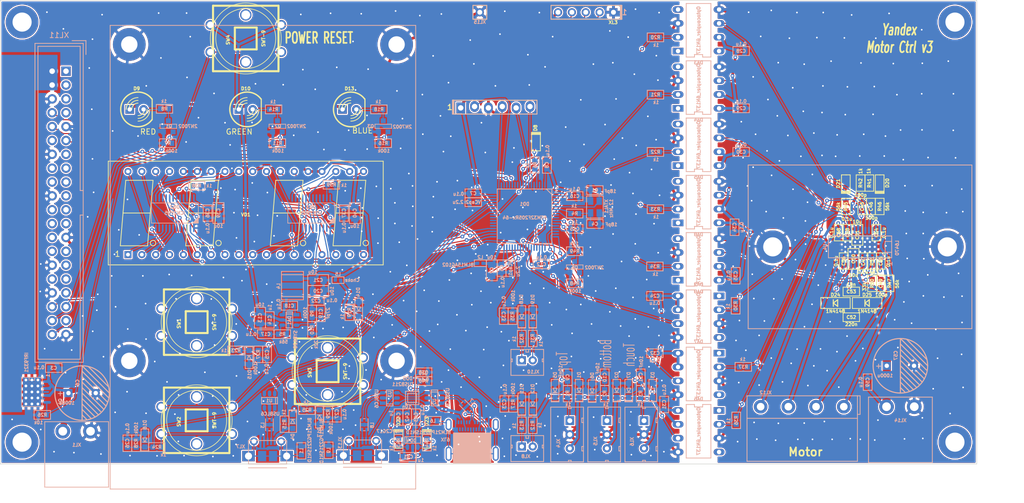
<source format=kicad_pcb>
(kicad_pcb (version 20190905) (host pcbnew "(5.99.0-212-g58d4a8bb4)")
  (layers (0 "F.Cu" signal) (31 "B.Cu" signal hide) (36 "B.SilkS" user) (37 "F.SilkS" user hide) (38 "B.Mask" user hide) (39 "F.Mask" user hide) (44 "Edge.Cuts" user))
  (net 0 "")
  (net 1 "GND")
  (net 2 "/5V_USB")
  (net 3 "Net-(C13-Pad1)")
  (net 4 "Net-(C36-Pad1)")
  (net 5 "Net-(C37-Pad1)")
  (net 6 "Net-(C37-Pad2)")
  (net 7 "Net-(D18-PadA)")
  (net 8 "Net-(D20-PadA)")
  (net 9 "Net-(DD1-Pad6)")
  (net 10 "/MOTOR_SCK")
  (net 11 "/MOTOR_MISO")
  (net 12 "/MOTOR_MOSI")
  (net 13 "/MOTOR_CS")
  (net 14 "Net-(DD1-Pad42)")
  (net 15 "/SWDIO")
  (net 16 "/SWCLK")
  (net 17 "/ADC_1")
  (net 18 "/OUT1_1A")
  (net 19 "/OUT1_1B")
  (net 20 "/OUT1_2B")
  (net 21 "/OUT1_2A")
  (net 22 "+3v3")
  (net 23 "+12v")
  (net 24 "/ENDSTOP_TOP")
  (net 25 "/ENDSTOP_BOT")
  (net 26 "/USB_D-")
  (net 27 "/USB_D+")
  (net 28 "/UART_TX")
  (net 29 "/UART_RX")
  (net 30 "Net-(C1-Pad1)")
  (net 31 "PwrMCU")
  (net 32 "+5v")
  (net 33 "Net-(C4-Pad1)")
  (net 34 "/ENDSTOP_TOUCH")
  (net 35 "Net-(C19-Pad2)")
  (net 36 "Net-(C19-Pad1)")
  (net 37 "Net-(C23-Pad2)")
  (net 38 "/PWR_LEDS")
  (net 39 "/Btn")
  (net 40 "VCC")
  (net 41 "/BtnUp")
  (net 42 "/BtnDown")
  (net 43 "/BtnFast")
  (net 44 "GNDPWR")
  (net 45 "/ChClosed")
  (net 46 "Net-(C37-Pad2)_1")
  (net 47 "Net-(C42-Pad2)")
  (net 48 "/BUSY{slash}SYNC")
  (net 49 "/FLAG")
  (net 50 "/STBY{slash}RST")
  (net 51 "Net-(D8-PadA)")
  (net 52 "Net-(D9-PadC)")
  (net 53 "Net-(D10-PadC)")
  (net 54 "Net-(D13-PadC)")
  (net 55 "Net-(D14-PadC)")
  (net 56 "Net-(D20-PadA)_1")
  (net 57 "Net-(D21-PadA)")
  (net 58 "/MOTOR_MISO_MCU")
  (net 59 "Net-(DA2-Pad2)")
  (net 60 "Net-(DA3-Pad2)")
  (net 61 "Net-(DA4-Pad2)")
  (net 62 "Net-(DA5-Pad2)")
  (net 63 "/FLAG_MCU")
  (net 64 "Net-(DA6-Pad2)")
  (net 65 "/BUSY{slash}SYNC_MCU")
  (net 66 "Net-(DA7-Pad2)")
  (net 67 "/SW")
  (net 68 "Net-(DA8-Pad2)")
  (net 69 "Net-(DA9-Pad2)")
  (net 70 "Net-(DD1-Pad61)")
  (net 71 "/PB3")
  (net 72 "/PB4")
  (net 73 "/PB5")
  (net 74 "/MCU_RX_RPI_TX")
  (net 75 "/MCU_TX_RPI_RX")
  (net 76 "Net-(DD1-Pad47)")
  (net 77 "/MOTOR_CS_MCU")
  (net 78 "Net-(DD1-Pad31)")
  (net 79 "/DATA_IN1")
  (net 80 "/OUT_EN")
  (net 81 "/CLK")
  (net 82 "/LATCH")
  (net 83 "/SW_MCU")
  (net 84 "/MOTOR_MOSI_MCU")
  (net 85 "/MOTOR_SCK_MCU")
  (net 86 "/STBY{slash}RST_MCU")
  (net 87 "/MCU_RESET")
  (net 88 "Net-(DD4-Pad12)")
  (net 89 "Net-(DD4-Pad13)")
  (net 90 "Net-(DD4-Pad11)")
  (net 91 "Net-(DD4-Pad14)")
  (net 92 "Net-(DD4-Pad10)")
  (net 93 "Net-(DD4-Pad15)")
  (net 94 "Net-(DD4-Pad9)")
  (net 95 "Net-(DD4-Pad16)")
  (net 96 "Net-(DD4-Pad8)")
  (net 97 "Net-(DD4-Pad17)")
  (net 98 "Net-(DD4-Pad7)")
  (net 99 "Net-(DD4-Pad18)")
  (net 100 "Net-(DD4-Pad6)_1")
  (net 101 "Net-(DD4-Pad19)")
  (net 102 "Net-(DD4-Pad5)")
  (net 103 "Net-(DD4-Pad20)")
  (net 104 "Net-(DD3-Pad2)")
  (net 105 "Net-(DD4-Pad23)")
  (net 106 "Net-(DD3-Pad12)")
  (net 107 "Net-(DD3-Pad13)")
  (net 108 "Net-(DD3-Pad11)")
  (net 109 "Net-(DD3-Pad14)")
  (net 110 "Net-(DD3-Pad10)")
  (net 111 "Net-(DD3-Pad15)")
  (net 112 "Net-(DD3-Pad9)")
  (net 113 "Net-(DD3-Pad16)")
  (net 114 "Net-(DD3-Pad8)")
  (net 115 "Net-(DD3-Pad17)")
  (net 116 "Net-(DD3-Pad7)")
  (net 117 "Net-(DD3-Pad18)")
  (net 118 "Net-(DD3-Pad6)")
  (net 119 "Net-(DD3-Pad19)")
  (net 120 "Net-(DD3-Pad5)")
  (net 121 "Net-(DD3-Pad20)")
  (net 122 "Net-(DD3-Pad23)")
  (net 123 "Net-(DD4-Pad6)")
  (net 124 "Net-(DD4-Pad4)")
  (net 125 "Net-(DD4-Pad3)")
  (net 126 "Net-(DD4-Pad1)")
  (net 127 "Net-(DD5-Pad6)")
  (net 128 "/USB2_D-")
  (net 129 "/USB2_D+")
  (net 130 "Net-(L1-Pad1)_1")
  (net 131 "Net-(L1-Pad4)")
  (net 132 "Net-(L1-Pad3)")
  (net 133 "Net-(L1-Pad2)")
  (net 134 "Net-(L1-Pad1)")
  (net 135 "Net-(L6-Pad1)")
  (net 136 "/USB2_C_DP")
  (net 137 "Net-(L7-Pad3)")
  (net 138 "Net-(L7-Pad2)")
  (net 139 "/USB2_C_DM")
  (net 140 "Net-(L8-Pad4)")
  (net 141 "Net-(L8-Pad3)")
  (net 142 "Net-(L8-Pad2)")
  (net 143 "Net-(L8-Pad1)")
  (net 144 "Net-(L9-Pad1)")
  (net 145 "Net-(Q1-Pad3)")
  (net 146 "/Red")
  (net 147 "Net-(Q2-Pad3)")
  (net 148 "/Yellow")
  (net 149 "Net-(Q3-Pad3)")
  (net 150 "/Green")
  (net 151 "Net-(Q8-Pad4)")
  (net 152 "/PWR_RPI")
  (net 153 "/MCU_RESET_CTRL")
  (net 154 "Net-(R1-Pad2)")
  (net 155 "Net-(R2-Pad2)")
  (net 156 "Net-(R3-Pad2)")
  (net 157 "Net-(R23-Pad1)")
  (net 158 "Net-(R13-Pad1)")
  (net 159 "Net-(R23-Pad1)_1")
  (net 160 "Net-(R24-Pad1)")
  (net 161 "Net-(R25-Pad1)")
  (net 162 "Net-(R31-Pad1)")
  (net 163 "Net-(R32-Pad1)")
  (net 164 "Net-(U3-Pad5)")
  (module "SO_DIL_TSSOP:SO8HEATSINK" (layer "B.Cu") (at 33.8 129.8 -90)
    (fp_text reference "Q4" (at 1.8 -5.2 -90) (layer "B.SilkS") (effects (font (size 0.6 0.6)) (justify mirror)))
    (fp_text value "IRF9321" (at -5.4 1 -90) (layer "B.SilkS") (effects (font (size 0.6 0.6)) (justify mirror)))
    (fp_text user "1" (at -3 -2.95 -90) (layer "B.SilkS") (effects (font (size 0.6 0.6)) (justify mirror)))
    (pad "PAD" thru_hole rect (at -1.1 -1.1 270) (size 1.1 1.1) (drill 0.5) (layers *.Cu "B.Paste" "B.Mask") (net 1 "GND"))
    (pad "PAD" thru_hole rect (at -2.2 -1.1 270) (size 1.1 1.1) (drill 0.5) (layers *.Cu "B.Paste" "B.Mask") (net 1 "GND"))
    (pad "PAD" thru_hole rect (at -1.1 0 270) (size 1.1 1.1) (drill 0.5) (layers *.Cu "B.Paste" "B.Mask") (net 1 "GND"))
    (pad "PAD" thru_hole rect (at -2.2 0 270) (size 1.1 1.1) (drill 0.5) (layers *.Cu "B.Paste" "B.Mask") (net 1 "GND"))
    (pad "PAD" thru_hole rect (at -1.1 1.1 270) (size 1.1 1.1) (drill 0.5) (layers *.Cu "B.Paste" "B.Mask") (net 1 "GND"))
    (pad "PAD" thru_hole rect (at -2.2 1.1 270) (size 1.1 1.1) (drill 0.5) (layers *.Cu "B.Paste" "B.Mask") (net 1 "GND"))
    (pad "PAD" thru_hole rect (at 1.1 -1.1 270) (size 1.1 1.1) (drill 0.5) (layers *.Cu "B.Paste" "B.Mask") (net 1 "GND"))
    (pad "PAD" thru_hole rect (at 2.2 -1.1 270) (size 1.1 1.1) (drill 0.5) (layers *.Cu "B.Paste" "B.Mask") (net 1 "GND"))
    (pad "PAD" thru_hole rect (at 2.2 1.1 270) (size 1.1 1.1) (drill 0.5) (layers *.Cu "B.Paste" "B.Mask") (net 1 "GND"))
    (pad "PAD" thru_hole rect (at 1.1 1.1 270) (size 1.1 1.1) (drill 0.5) (layers *.Cu "B.Paste" "B.Mask") (net 1 "GND"))
    (pad "PAD" thru_hole rect (at 2.2 0 270) (size 1.1 1.1) (drill 0.5) (layers *.Cu "B.Paste" "B.Mask") (net 1 "GND"))
    (pad "PAD" thru_hole rect (at 1.1 0 270) (size 1.1 1.1) (drill 0.5) (layers *.Cu "B.Paste" "B.Mask") (net 1 "GND"))
    (pad "PAD" thru_hole rect (at 0 -1.1 270) (size 1.1 1.1) (drill 0.5) (layers *.Cu "B.Paste" "B.Mask") (net 1 "GND"))
    (pad "PAD" thru_hole rect (at 0 1.1 270) (size 1.1 1.1) (drill 0.5) (layers *.Cu "B.Paste" "B.Mask") (net 1 "GND"))
    (pad "PAD" thru_hole rect (at 0 0 270) (size 1.1 1.1) (drill 0.5) (layers *.Cu "B.Paste" "B.Mask") (net 1 "GND"))
    (pad "4" smd oval (at 1.905 -2.794 270) (size 0.508 1.39954) (layers "B.Cu" "B.Paste" "B.Mask") (net 151 "Net-(Q8-Pad4)"))
    (pad "3" smd oval (at 0.635 -2.794 270) (size 0.508 1.39954) (layers "B.Cu" "B.Paste" "B.Mask") (net 32 "+5v"))
    (pad "2" smd oval (at -0.635 -2.794 270) (size 0.508 1.39954) (layers "B.Cu" "B.Paste" "B.Mask") (net 32 "+5v"))
    (pad "5" smd oval (at 1.905 2.794 270) (size 0.508 1.39954) (layers "B.Cu" "B.Paste" "B.Mask") (net 152 "/PWR_RPI"))
    (pad "6" smd oval (at 0.635 2.794 270) (size 0.508 1.39954) (layers "B.Cu" "B.Paste" "B.Mask") (net 152 "/PWR_RPI"))
    (pad "7" smd oval (at -0.635 2.794 270) (size 0.508 1.39954) (layers "B.Cu" "B.Paste" "B.Mask") (net 152 "/PWR_RPI"))
    (pad "1" smd rect (at -1.905 -2.794 270) (size 0.508 1.39954) (layers "B.Cu" "B.Paste" "B.Mask") (net 32 "+5v"))
    (pad "8" smd oval (at -1.905 2.794 270) (size 0.508 1.39954) (layers "B.Cu" "B.Paste" "B.Mask") (net 152 "/PWR_RPI"))
  )
  (module "Diodes:SOD80C" (layer "F.Cu") (at 186.9 113.5)
    (fp_text reference "D25" (at 0 -1.5) (layer "F.SilkS") (effects (font (size 0.6 0.6))))
    (fp_text value "1N4148" (at 0 1.5) (layer "F.SilkS") (effects (font (size 0.6 0.6))))
    (pad "C" smd rect (at -1.7 0) (size 1.6 1.6) (layers "F.Cu" "F.Paste" "F.Mask") (net 5 "Net-(C37-Pad1)"))
    (pad "A" smd rect (at 1.7 0) (size 1.6 1.6) (layers "F.Cu" "F.Paste" "F.Mask") (net 23 "+12v"))
  )
  (module "Diodes:SOD80C" (layer "F.Cu") (at 181.1 113.5)
    (fp_text reference "D24" (at 0 -1.5) (layer "F.SilkS") (effects (font (size 0.6 0.6))))
    (fp_text value "1N4148" (at 0 1.5) (layer "F.SilkS") (effects (font (size 0.6 0.6))))
    (pad "C" smd rect (at -1.7 0) (size 1.6 1.6) (layers "F.Cu" "F.Paste" "F.Mask") (net 4 "Net-(C36-Pad1)"))
    (pad "A" smd rect (at 1.7 0) (size 1.6 1.6) (layers "F.Cu" "F.Paste" "F.Mask") (net 5 "Net-(C37-Pad1)"))
  )
  (module "Connectors:2ZHDRC-02P" (layer "B.Cu") (at 193 132.5 180)
    (fp_text reference "XL14" (at 0 -2.5) (layer "B.SilkS") (effects (font (size 0.6 0.6)) (justify mirror)))
    (fp_text value "CONN_2" hide)
    (pad "2" thru_hole circle (at 2.54 0 180) (size 2.7 2.7) (drill 1.6) (layers *.Cu *.Mask) (net 23 "+12v"))
    (pad "1" thru_hole circle (at -2.54 0 180) (size 2.7 2.7) (drill 1.6) (layers *.Cu *.Mask) (net 44 "GNDPWR"))
  )
  (module "Connectors:WB-02(MW-2M)" (layer "B.Cu") (at 124.6 124)
    (fp_text reference "XL10" (at 1.1 2.1) (layer "B.SilkS") (effects (font (size 0.6 0.6)) (justify mirror)))
    (fp_text value "CONN_2" hide)
    (pad "2" thru_hole circle (at 1 0) (size 1.5 1.5) (drill 0.8) (layers *.Cu *.Mask) (net 162 "Net-(R31-Pad1)"))
    (pad "1" thru_hole rect (at -1 0) (size 1.5 1.5) (drill 0.8) (layers *.Cu *.Mask) (net 163 "Net-(R32-Pad1)"))
  )
  (module "Connectors:WB-02(MW-2M)" (layer "B.Cu") (at 124.6 139.8)
    (fp_text reference "XL8" (at -0.25 1.8) (layer "B.SilkS") (effects (font (size 0.6 0.6)) (justify mirror)))
    (fp_text value "CONN_2" hide)
    (pad "2" thru_hole circle (at 1 0) (size 1.5 1.5) (drill 0.8) (layers *.Cu *.Mask) (net 157 "Net-(R23-Pad1)"))
    (pad "1" thru_hole rect (at -1 0) (size 1.5 1.5) (drill 0.8) (layers *.Cu *.Mask) (net 158 "Net-(R13-Pad1)"))
  )
  (module "Connectors:2ZHDRC-02P" (layer "B.Cu") (at 42 137 180)
    (fp_text reference "XL1" (at 0 -2.5) (layer "B.SilkS") (effects (font (size 0.6 0.6)) (justify mirror)))
    (fp_text value "CONN_2" hide)
    (pad "2" thru_hole circle (at 2.54 0 180) (size 2.7 2.7) (drill 1.6) (layers *.Cu *.Mask) (net 32 "+5v"))
    (pad "1" thru_hole circle (at -2.54 0 180) (size 2.7 2.7) (drill 1.6) (layers *.Cu *.Mask) (net 1 "GND"))
  )
  (module "SO_DIL_TSSOP:HTSSOP28" (layer "B.Cu") (at 185.6 103.2 -90)
    (fp_text reference "U4" (at 0 6.4 90) (layer "B.SilkS") (effects (font (size 0.6 0.6)) (justify mirror)))
    (fp_text value "L6470" (at 0.2 -6.8 90) (layer "B.SilkS") (effects (font (size 0.6 0.6)) (justify mirror)))
    (fp_text user "1" (at 3.1 -5.4 90) (layer "B.SilkS") (effects (justify mirror)))
    (pad "PAD" thru_hole rect (at -0.9 0 270) (size 0.9 0.9) (drill 0.4) (layers *.Cu "B.Mask") (net 44 "GNDPWR"))
    (pad "PAD" thru_hole rect (at 0.9 0 270) (size 0.9 0.9) (drill 0.4) (layers *.Cu "B.Mask") (net 44 "GNDPWR"))
    (pad "PAD" thru_hole rect (at 0 0 270) (size 0.9 0.9) (drill 0.4) (layers *.Cu "B.Mask") (net 44 "GNDPWR"))
    (pad "28" smd oval (at -3.05 -4.325 270) (size 1.35 0.6) (layers "B.Cu" "B.Paste" "B.Mask") (net 21 "/OUT1_2A"))
    (pad "27" smd oval (at -3.05 -3.575 270) (size 1.35 0.4) (layers "B.Cu" "B.Paste" "B.Mask") (net 44 "GNDPWR"))
    (pad "26" smd oval (at -3.05 -2.925 270) (size 1.35 0.4) (layers "B.Cu" "B.Paste" "B.Mask") (net 23 "+12v"))
    (pad "25" smd oval (at -3.05 -2.275 270) (size 1.35 0.4) (layers "B.Cu" "B.Paste" "B.Mask"))
    (pad "24" smd oval (at -3.05 -1.625 270) (size 1.35 0.4) (layers "B.Cu" "B.Paste" "B.Mask") (net 49 "/FLAG"))
    (pad "23" smd oval (at -3.05 -0.975 270) (size 1.35 0.4) (layers "B.Cu" "B.Paste" "B.Mask") (net 13 "/MOTOR_CS"))
    (pad "22" smd oval (at -3.05 -0.325 270) (size 1.35 0.4) (layers "B.Cu" "B.Paste" "B.Mask") (net 48 "/BUSY{slash}SYNC"))
    (pad "21" smd oval (at -3.05 0.325 270) (size 1.35 0.4) (layers "B.Cu" "B.Paste" "B.Mask") (net 44 "GNDPWR"))
    (pad "20" smd oval (at -3.05 0.975 270) (size 1.35 0.4) (layers "B.Cu" "B.Paste" "B.Mask") (net 12 "/MOTOR_MOSI"))
    (pad "19" smd oval (at -3.05 1.625 270) (size 1.35 0.4) (layers "B.Cu" "B.Paste" "B.Mask") (net 10 "/MOTOR_SCK"))
    (pad "18" smd oval (at -3.05 2.275 270) (size 1.35 0.4) (layers "B.Cu" "B.Paste" "B.Mask") (net 11 "/MOTOR_MISO"))
    (pad "17" smd oval (at -3.05 2.925 270) (size 1.35 0.4) (layers "B.Cu" "B.Paste" "B.Mask") (net 40 "VCC"))
    (pad "16" smd oval (at -3.05 3.575 270) (size 1.35 0.4) (layers "B.Cu" "B.Paste" "B.Mask") (net 23 "+12v"))
    (pad "15" smd oval (at -3.05 4.325 270) (size 1.35 0.6) (layers "B.Cu" "B.Paste" "B.Mask") (net 20 "/OUT1_2B"))
    (pad "14" smd oval (at 3.05 4.325 270) (size 1.35 0.6) (layers "B.Cu" "B.Paste" "B.Mask") (net 19 "/OUT1_1B"))
    (pad "13" smd oval (at 3.05 3.575 270) (size 1.35 0.4) (layers "B.Cu" "B.Paste" "B.Mask") (net 44 "GNDPWR"))
    (pad "12" smd oval (at 3.05 2.925 270) (size 1.35 0.4) (layers "B.Cu" "B.Paste" "B.Mask") (net 23 "+12v"))
    (pad "11" smd oval (at 3.05 2.275 270) (size 1.35 0.4) (layers "B.Cu" "B.Paste" "B.Mask") (net 4 "Net-(C36-Pad1)"))
    (pad "10" smd oval (at 3.05 1.625 270) (size 1.35 0.4) (layers "B.Cu" "B.Paste" "B.Mask") (net 6 "Net-(C37-Pad2)"))
    (pad "9" smd oval (at 3.05 0.975 270) (size 1.35 0.4) (layers "B.Cu" "B.Paste" "B.Mask") (net 44 "GNDPWR"))
    (pad "8" smd oval (at 3.05 0.325 270) (size 1.35 0.4) (layers "B.Cu" "B.Paste" "B.Mask"))
    (pad "7" smd oval (at 3.05 -0.325 270) (size 1.35 0.4) (layers "B.Cu" "B.Paste" "B.Mask"))
    (pad "6" smd oval (at 3.05 -0.975 270) (size 1.35 0.4) (layers "B.Cu" "B.Paste" "B.Mask") (net 40 "VCC"))
    (pad "5" smd oval (at 3.05 -1.625 270) (size 1.35 0.4) (layers "B.Cu" "B.Paste" "B.Mask") (net 17 "/ADC_1"))
    (pad "4" smd oval (at 3.05 -2.275 270) (size 1.35 0.4) (layers "B.Cu" "B.Paste" "B.Mask") (net 67 "/SW"))
    (pad "3" smd oval (at 3.05 -2.925 270) (size 1.35 0.4) (layers "B.Cu" "B.Paste" "B.Mask") (net 50 "/STBY{slash}RST"))
    (pad "2" smd oval (at 3.05 -3.575 270) (size 1.35 0.4) (layers "B.Cu" "B.Paste" "B.Mask") (net 23 "+12v"))
    (pad "1" smd rect (at 3.05 -4.325 270) (size 1.35 0.6) (layers "B.Cu" "B.Paste" "B.Mask") (net 18 "/OUT1_1A"))
    (pad "PAD" thru_hole rect (at 0 0.9 270) (size 0.9 0.9) (drill 0.4) (layers *.Cu "B.Mask") (net 44 "GNDPWR"))
    (pad "PAD" thru_hole rect (at 0.9 0.9 270) (size 0.9 0.9) (drill 0.4) (layers *.Cu "B.Mask") (net 44 "GNDPWR"))
    (pad "PAD" thru_hole rect (at -0.9 0.9 270) (size 0.9 0.9) (drill 0.4) (layers *.Cu "B.Mask") (net 44 "GNDPWR"))
    (pad "PAD" thru_hole rect (at -0.9 2.7 270) (size 0.9 0.9) (drill 0.4) (layers *.Cu "B.Mask") (net 44 "GNDPWR"))
    (pad "PAD" thru_hole rect (at 0.9 2.7 270) (size 0.9 0.9) (drill 0.4) (layers *.Cu "B.Mask") (net 44 "GNDPWR"))
    (pad "PAD" thru_hole rect (at 0 2.7 270) (size 0.9 0.9) (drill 0.4) (layers *.Cu "B.Mask") (net 44 "GNDPWR"))
    (pad "PAD" thru_hole rect (at 0 1.8 270) (size 0.9 0.9) (drill 0.4) (layers *.Cu "B.Mask") (net 44 "GNDPWR"))
    (pad "PAD" thru_hole rect (at 0.9 1.8 270) (size 0.9 0.9) (drill 0.4) (layers *.Cu "B.Mask") (net 44 "GNDPWR"))
    (pad "PAD" thru_hole rect (at -0.9 1.8 270) (size 0.9 0.9) (drill 0.4) (layers *.Cu "B.Mask") (net 44 "GNDPWR"))
    (pad "PAD" thru_hole rect (at -0.9 -0.9 270) (size 0.9 0.9) (drill 0.4) (layers *.Cu "B.Mask") (net 44 "GNDPWR"))
    (pad "PAD" thru_hole rect (at 0.9 -0.9 270) (size 0.9 0.9) (drill 0.4) (layers *.Cu "B.Mask") (net 44 "GNDPWR"))
    (pad "PAD" thru_hole rect (at 0 -0.9 270) (size 0.9 0.9) (drill 0.4) (layers *.Cu "B.Mask") (net 44 "GNDPWR"))
    (pad "PAD" thru_hole rect (at -0.9 -1.8 270) (size 0.9 0.9) (drill 0.4) (layers *.Cu "B.Mask") (net 44 "GNDPWR"))
    (pad "PAD" thru_hole rect (at 0.9 -1.8 270) (size 0.9 0.9) (drill 0.4) (layers *.Cu "B.Mask") (net 44 "GNDPWR"))
    (pad "PAD" thru_hole rect (at 0 -1.8 270) (size 0.9 0.9) (drill 0.4) (layers *.Cu "B.Mask") (net 44 "GNDPWR"))
    (pad "PAD" thru_hole rect (at 0 -2.7 270) (size 0.9 0.9) (drill 0.4) (layers *.Cu "B.Mask") (net 44 "GNDPWR"))
    (pad "PAD" thru_hole rect (at 0.9 -2.7 270) (size 0.9 0.9) (drill 0.4) (layers *.Cu "B.Mask") (net 44 "GNDPWR"))
    (pad "PAD" thru_hole rect (at -0.9 -2.7 270) (size 0.9 0.9) (drill 0.4) (layers *.Cu "B.Mask") (net 44 "GNDPWR"))
  )
  (module "Display:7Segx4" (layer "F.Cu") (at 73 97)
    (fp_text reference "VD1" (at 0 0.3 unlocked) (layer "F.SilkS") (effects (font (size 0.6 0.6))))
    (fp_text value "7SEGx4_CA")
    (fp_text user "1" (at -23.5 7.5 unlocked) (layer "F.SilkS"))
    (pad "36" thru_hole circle (at -21.59 -7.62) (size 1.3 1.3) (drill 0.7) (layers *.Cu *.Mask) (net 92 "Net-(DD4-Pad10)"))
    (pad "35" thru_hole circle (at -19.05 -7.62) (size 1.3 1.3) (drill 0.7) (layers *.Cu *.Mask) (net 90 "Net-(DD4-Pad11)"))
    (pad "34" thru_hole circle (at -16.51 -7.62) (size 1.3 1.3) (drill 0.7) (layers *.Cu *.Mask) (net 102 "Net-(DD4-Pad5)"))
    (pad "33" thru_hole circle (at -13.97 -7.62) (size 1.3 1.3) (drill 0.7) (layers *.Cu *.Mask) (net 100 "Net-(DD4-Pad6)_1"))
    (pad "32" thru_hole circle (at -11.43 -7.62) (size 1.3 1.3) (drill 0.7) (layers *.Cu *.Mask) (net 38 "/PWR_LEDS"))
    (pad "31" thru_hole circle (at -8.89 -7.62) (size 1.3 1.3) (drill 0.7) (layers *.Cu *.Mask) (net 38 "/PWR_LEDS"))
    (pad "30" thru_hole circle (at -6.35 -7.62) (size 1.3 1.3) (drill 0.7) (layers *.Cu *.Mask) (net 99 "Net-(DD4-Pad18)"))
    (pad "29" thru_hole circle (at -3.81 -7.62) (size 1.3 1.3) (drill 0.7) (layers *.Cu *.Mask) (net 89 "Net-(DD4-Pad13)"))
    (pad "28" thru_hole circle (at -1.27 -7.62) (size 1.3 1.3) (drill 0.7) (layers *.Cu *.Mask) (net 91 "Net-(DD4-Pad14)"))
    (pad "27" thru_hole circle (at 1.27 -7.62) (size 1.3 1.3) (drill 0.7) (layers *.Cu *.Mask) (net 110 "Net-(DD3-Pad10)"))
    (pad "26" thru_hole circle (at 3.81 -7.62) (size 1.3 1.3) (drill 0.7) (layers *.Cu *.Mask) (net 108 "Net-(DD3-Pad11)"))
    (pad "25" thru_hole circle (at 6.35 -7.62) (size 1.3 1.3) (drill 0.7) (layers *.Cu *.Mask) (net 120 "Net-(DD3-Pad5)"))
    (pad "24" thru_hole circle (at 8.89 -7.62) (size 1.3 1.3) (drill 0.7) (layers *.Cu *.Mask) (net 118 "Net-(DD3-Pad6)"))
    (pad "23" thru_hole circle (at 11.43 -7.62) (size 1.3 1.3) (drill 0.7) (layers *.Cu *.Mask) (net 38 "/PWR_LEDS"))
    (pad "22" thru_hole circle (at 13.97 -7.62) (size 1.3 1.3) (drill 0.7) (layers *.Cu *.Mask) (net 38 "/PWR_LEDS"))
    (pad "21" thru_hole circle (at 16.51 -7.62) (size 1.3 1.3) (drill 0.7) (layers *.Cu *.Mask) (net 117 "Net-(DD3-Pad18)"))
    (pad "20" thru_hole circle (at 19.05 -7.62) (size 1.3 1.3) (drill 0.7) (layers *.Cu *.Mask) (net 107 "Net-(DD3-Pad13)"))
    (pad "19" thru_hole circle (at 21.59 -7.62) (size 1.3 1.3) (drill 0.7) (layers *.Cu *.Mask) (net 109 "Net-(DD3-Pad14)"))
    (pad "18" thru_hole circle (at 21.59 7.62) (size 1.3 1.3) (drill 0.7) (layers *.Cu *.Mask) (net 121 "Net-(DD3-Pad20)"))
    (pad "17" thru_hole circle (at 19.05 7.62) (size 1.3 1.3) (drill 0.7) (layers *.Cu *.Mask) (net 111 "Net-(DD3-Pad15)"))
    (pad "16" thru_hole circle (at 16.51 7.62) (size 1.3 1.3) (drill 0.7) (layers *.Cu *.Mask) (net 119 "Net-(DD3-Pad19)"))
    (pad "15" thru_hole circle (at 13.97 7.62) (size 1.3 1.3) (drill 0.7) (layers *.Cu *.Mask) (net 113 "Net-(DD3-Pad16)"))
    (pad "14" thru_hole circle (at 11.43 7.62) (size 1.3 1.3) (drill 0.7) (layers *.Cu *.Mask) (net 115 "Net-(DD3-Pad17)"))
    (pad "13" thru_hole circle (at 8.89 7.62) (size 1.3 1.3) (drill 0.7) (layers *.Cu *.Mask) (net 106 "Net-(DD3-Pad12)"))
    (pad "12" thru_hole circle (at 6.35 7.62) (size 1.3 1.3) (drill 0.7) (layers *.Cu *.Mask) (net 116 "Net-(DD3-Pad7)"))
    (pad "11" thru_hole circle (at 3.81 7.62) (size 1.3 1.3) (drill 0.7) (layers *.Cu *.Mask) (net 114 "Net-(DD3-Pad8)"))
    (pad "10" thru_hole circle (at 1.27 7.62) (size 1.3 1.3) (drill 0.7) (layers *.Cu *.Mask) (net 112 "Net-(DD3-Pad9)"))
    (pad "9" thru_hole circle (at -1.27 7.62) (size 1.3 1.3) (drill 0.7) (layers *.Cu *.Mask) (net 103 "Net-(DD4-Pad20)"))
    (pad "8" thru_hole circle (at -3.81 7.62) (size 1.3 1.3) (drill 0.7) (layers *.Cu *.Mask) (net 93 "Net-(DD4-Pad15)"))
    (pad "7" thru_hole circle (at -6.35 7.62) (size 1.3 1.3) (drill 0.7) (layers *.Cu *.Mask) (net 101 "Net-(DD4-Pad19)"))
    (pad "6" thru_hole circle (at -8.89 7.62) (size 1.3 1.3) (drill 0.7) (layers *.Cu *.Mask) (net 95 "Net-(DD4-Pad16)"))
    (pad "5" thru_hole circle (at -11.43 7.62) (size 1.3 1.3) (drill 0.7) (layers *.Cu *.Mask) (net 97 "Net-(DD4-Pad17)"))
    (pad "4" thru_hole circle (at -13.97 7.62) (size 1.3 1.3) (drill 0.7) (layers *.Cu *.Mask) (net 88 "Net-(DD4-Pad12)"))
    (pad "3" thru_hole circle (at -16.51 7.62) (size 1.3 1.3) (drill 0.7) (layers *.Cu *.Mask) (net 98 "Net-(DD4-Pad7)"))
    (pad "2" thru_hole circle (at -19.05 7.62) (size 1.3 1.3) (drill 0.7) (layers *.Cu *.Mask) (net 96 "Net-(DD4-Pad8)"))
    (pad "1" thru_hole rect (at -21.59 7.62) (size 1.3 1.3) (drill 0.7) (layers *.Cu *.Mask) (net 94 "Net-(DD4-Pad9)"))
  )
  (module "BtnsSwitches:BTN_SWT9" (layer "F.Cu") (at 73 65)
    (fp_text reference "SW4" (at -3.25 0.25 90) (layer "F.SilkS") (effects (font (size 0.6 0.6))))
    (fp_text value "SWT-9" (at 3.25 0 90) (layer "F.SilkS") (effects (font (size 0.6 0.6))))
    (pad "H" thru_hole circle (at 0 4.318) (size 2.10058 2.10058) (drill 1.6002) (layers *.Cu *.Mask))
    (pad "H" thru_hole circle (at 0 -4.318) (size 2.10058 2.10058) (drill 1.6002) (layers *.Cu *.Mask))
    (pad "1" thru_hole circle (at -6.49986 -2.49936) (size 1.80086 1.80086) (drill 1.19888) (layers *.Cu *.Mask) (net 32 "+5v"))
    (pad "2" thru_hole circle (at -6.49986 2.49936) (size 1.80086 1.80086) (drill 1.19888) (layers *.Cu *.Mask) (net 151 "Net-(Q8-Pad4)"))
    (pad "2" thru_hole circle (at 6.49986 2.49936) (size 1.80086 1.80086) (drill 1.19888) (layers *.Cu *.Mask) (net 151 "Net-(Q8-Pad4)"))
    (pad "1" thru_hole circle (at 6.49986 -2.49936) (size 1.80086 1.80086) (drill 1.19888) (layers *.Cu *.Mask) (net 32 "+5v"))
  )
  (module "BtnsSwitches:BTN_SWT9" (layer "F.Cu") (at 88 126)
    (fp_text reference "SW3" (at -3.25 0.25 90) (layer "F.SilkS") (effects (font (size 0.6 0.6))))
    (fp_text value "SWT-9" (at 3.25 0 90) (layer "F.SilkS") (effects (font (size 0.6 0.6))))
    (pad "H" thru_hole circle (at 0 4.318) (size 2.10058 2.10058) (drill 1.6002) (layers *.Cu *.Mask))
    (pad "H" thru_hole circle (at 0 -4.318) (size 2.10058 2.10058) (drill 1.6002) (layers *.Cu *.Mask))
    (pad "1" thru_hole circle (at -6.49986 -2.49936) (size 1.80086 1.80086) (drill 1.19888) (layers *.Cu *.Mask) (net 55 "Net-(D14-PadC)"))
    (pad "2" thru_hole circle (at -6.49986 2.49936) (size 1.80086 1.80086) (drill 1.19888) (layers *.Cu *.Mask) (net 161 "Net-(R25-Pad1)"))
    (pad "2" thru_hole circle (at 6.49986 2.49936) (size 1.80086 1.80086) (drill 1.19888) (layers *.Cu *.Mask) (net 161 "Net-(R25-Pad1)"))
    (pad "1" thru_hole circle (at 6.49986 -2.49936) (size 1.80086 1.80086) (drill 1.19888) (layers *.Cu *.Mask) (net 55 "Net-(D14-PadC)"))
  )
  (module "BtnsSwitches:BTN_SWT9" (layer "F.Cu") (at 64 135)
    (fp_text reference "SW2" (at -3.25 0.25 90) (layer "F.SilkS") (effects (font (size 0.6 0.6))))
    (fp_text value "SWT-9" (at 3.25 0 90) (layer "F.SilkS") (effects (font (size 0.6 0.6))))
    (pad "H" thru_hole circle (at 0 4.318) (size 2.10058 2.10058) (drill 1.6002) (layers *.Cu *.Mask))
    (pad "H" thru_hole circle (at 0 -4.318) (size 2.10058 2.10058) (drill 1.6002) (layers *.Cu *.Mask))
    (pad "1" thru_hole circle (at -6.49986 -2.49936) (size 1.80086 1.80086) (drill 1.19888) (layers *.Cu *.Mask) (net 55 "Net-(D14-PadC)"))
    (pad "2" thru_hole circle (at -6.49986 2.49936) (size 1.80086 1.80086) (drill 1.19888) (layers *.Cu *.Mask) (net 160 "Net-(R24-Pad1)"))
    (pad "2" thru_hole circle (at 6.49986 2.49936) (size 1.80086 1.80086) (drill 1.19888) (layers *.Cu *.Mask) (net 160 "Net-(R24-Pad1)"))
    (pad "1" thru_hole circle (at 6.49986 -2.49936) (size 1.80086 1.80086) (drill 1.19888) (layers *.Cu *.Mask) (net 55 "Net-(D14-PadC)"))
  )
  (module "BtnsSwitches:BTN_SWT9" (layer "F.Cu") (at 64 117)
    (fp_text reference "SW1" (at -3.25 0.25 90) (layer "F.SilkS") (effects (font (size 0.6 0.6))))
    (fp_text value "SWT-9" (at 3.25 0 90) (layer "F.SilkS") (effects (font (size 0.6 0.6))))
    (pad "H" thru_hole circle (at 0 4.318) (size 2.10058 2.10058) (drill 1.6002) (layers *.Cu *.Mask))
    (pad "H" thru_hole circle (at 0 -4.318) (size 2.10058 2.10058) (drill 1.6002) (layers *.Cu *.Mask))
    (pad "1" thru_hole circle (at -6.49986 -2.49936) (size 1.80086 1.80086) (drill 1.19888) (layers *.Cu *.Mask) (net 55 "Net-(D14-PadC)"))
    (pad "2" thru_hole circle (at -6.49986 2.49936) (size 1.80086 1.80086) (drill 1.19888) (layers *.Cu *.Mask) (net 159 "Net-(R23-Pad1)_1"))
    (pad "2" thru_hole circle (at 6.49986 2.49936) (size 1.80086 1.80086) (drill 1.19888) (layers *.Cu *.Mask) (net 159 "Net-(R23-Pad1)_1"))
    (pad "1" thru_hole circle (at 6.49986 -2.49936) (size 1.80086 1.80086) (drill 1.19888) (layers *.Cu *.Mask) (net 55 "Net-(D14-PadC)"))
  )
  (module "Connectors:USB_C_MOLEX_1054500101" (layer "B.Cu") (at 114.5 142.9 180)
    (fp_text reference "XL9" (at 4.9 4.4 180 unlocked) (layer "B.SilkS") (effects (font (size 0.6 0.6)) (justify mirror)))
    (fp_text value "USB_C")
    (pad "B11" smd rect (at -2.25 6.25 180) (size 0.3 0.7) (layers "B.Cu" "B.Paste" "B.Mask"))
    (pad "B10" smd rect (at -1.75 6.25 180) (size 0.3 0.7) (layers "B.Cu" "B.Paste" "B.Mask"))
    (pad "B9" smd rect (at -1.25 6.25 180) (size 0.3 0.7) (layers "B.Cu" "B.Paste" "B.Mask") (net 32 "+5v"))
    (pad "B8" smd rect (at -0.75 6.25 180) (size 0.3 0.7) (layers "B.Cu" "B.Paste" "B.Mask"))
    (pad "B7" smd rect (at -0.25 6.25 180) (size 0.3 0.7) (layers "B.Cu" "B.Paste" "B.Mask") (net 139 "/USB2_C_DM"))
    (pad "B6" smd rect (at 0.25 6.25 180) (size 0.3 0.7) (layers "B.Cu" "B.Paste" "B.Mask") (net 136 "/USB2_C_DP"))
    (pad "B5" smd rect (at 0.75 6.25 180) (size 0.3 0.7) (layers "B.Cu" "B.Paste" "B.Mask"))
    (pad "B4" smd rect (at 1.25 6.25 180) (size 0.3 0.7) (layers "B.Cu" "B.Paste" "B.Mask") (net 32 "+5v"))
    (pad "B3" smd rect (at 1.75 6.25 180) (size 0.3 0.7) (layers "B.Cu" "B.Paste" "B.Mask"))
    (pad "B2" smd rect (at 2.25 6.25 180) (size 0.3 0.7) (layers "B.Cu" "B.Paste" "B.Mask"))
    (pad "B12" smd rect (at -3.1 6.25 180) (size 1 0.7) (layers "B.Cu" "B.Paste" "B.Mask") (net 1 "GND"))
    (pad "B1" smd rect (at 3.1 6.25 180) (size 1 0.7) (layers "B.Cu" "B.Paste" "B.Mask") (net 1 "GND"))
    (pad "A12" smd rect (at 3 7.55 180) (size 0.3 0.7) (layers "B.Cu" "B.Paste" "B.Mask") (net 1 "GND"))
    (pad "A11" smd rect (at 2.5 7.55 180) (size 0.3 0.7) (layers "B.Cu" "B.Paste" "B.Mask"))
    (pad "A10" smd rect (at 2 7.55 180) (size 0.3 0.7) (layers "B.Cu" "B.Paste" "B.Mask"))
    (pad "A9" smd rect (at 1.5 7.55 180) (size 0.3 0.7) (layers "B.Cu" "B.Paste" "B.Mask") (net 32 "+5v"))
    (pad "A8" smd rect (at 1 7.55 180) (size 0.3 0.7) (layers "B.Cu" "B.Paste" "B.Mask"))
    (pad "A7" smd rect (at 0.5 7.55 180) (size 0.3 0.7) (layers "B.Cu" "B.Paste" "B.Mask") (net 139 "/USB2_C_DM"))
    (pad "A6" smd rect (at -0.5 7.55 180) (size 0.3 0.7) (layers "B.Cu" "B.Paste" "B.Mask") (net 136 "/USB2_C_DP"))
    (pad "A5" smd rect (at -1 7.55 180) (size 0.3 0.7) (layers "B.Cu" "B.Paste" "B.Mask"))
    (pad "A4" smd rect (at -1.5 7.55 180) (size 0.3 0.7) (layers "B.Cu" "B.Paste" "B.Mask") (net 32 "+5v"))
    (pad "A3" smd rect (at -2 7.55 180) (size 0.3 0.7) (layers "B.Cu" "B.Paste" "B.Mask"))
    (pad "A2" smd rect (at -2.5 7.55 180) (size 0.3 0.7) (layers "B.Cu" "B.Paste" "B.Mask"))
    (pad "A1" smd rect (at -3 7.55 180) (size 0.3 0.7) (layers "B.Cu" "B.Paste" "B.Mask") (net 1 "GND"))
    (pad "S4" thru_hole oval (at 4.32 7.14 180) (size 1.1 2.1) (drill oval 0.6 1.6) (layers *.Cu *.Mask) (net 135 "Net-(L6-Pad1)"))
    (pad "S3" thru_hole oval (at -4.32 7.14 180) (size 1.1 2.1) (drill oval 0.6 1.6) (layers *.Cu *.Mask) (net 135 "Net-(L6-Pad1)"))
    (pad "S2" thru_hole oval (at 4.32 1.78 180) (size 1.1 2.6) (drill oval 0.6 2.1) (layers *.Cu *.Mask) (net 135 "Net-(L6-Pad1)"))
    (pad "S1" thru_hole oval (at -4.32 1.78 180) (size 1.1 2.6) (drill oval 0.6 2.1) (layers *.Cu *.Mask) (net 135 "Net-(L6-Pad1)"))
  )
  (module "Connectors:PLS-1Rnd" (layer "B.Cu") (at 115.9 60.2)
    (fp_text reference "XL15" (at 0 1.778) (layer "B.SilkS") (effects (font (size 0.6 0.6)) (justify mirror)))
    (fp_text value "CONN_1" hide)
    (pad "1" thru_hole circle (at 0 0) (size 1.5 1.5) (drill 0.9) (layers *.Cu *.Mask) (net 1 "GND"))
  )
  (module "Quartz:03225C4" (layer "B.Cu") (at 137 95.9 -90)
    (fp_text reference "XTAL1" (at -0.1 -2.1 90) (layer "B.SilkS") (effects (font (size 0.59944 0.59944) (thickness 0.14986)) (justify mirror)))
    (fp_text value "12 MHz" (at 0.254 -3 90) (layer "B.SilkS") (effects (font (size 0.59944 0.59944) (thickness 0.14986)) (justify mirror)))
    (pad "1" smd rect (at -1.1 -0.8 270) (size 1.4 1) (layers "B.Cu" "B.Paste" "B.Mask") (net 30 "Net-(C1-Pad1)"))
    (pad "H" smd rect (at 1.1 -0.8 270) (size 1.4 1) (layers "B.Cu" "B.Paste" "B.Mask") (net 1 "GND"))
    (pad "2" smd rect (at 1.1 0.8 270) (size 1.4 1) (layers "B.Cu" "B.Paste" "B.Mask") (net 33 "Net-(C4-Pad1)"))
    (pad "H" smd rect (at -1.1 0.8 270) (size 1.4 1) (layers "B.Cu" "B.Paste" "B.Mask") (net 1 "GND"))
  )
  (module "Connectors:USBmicro_MOLEX_1050170001" (layer "B.Cu") (at 94.4 142.9 180)
    (fp_text reference "XL13" (at 4.1 3.8 90) (layer "B.SilkS") (effects (font (size 0.6 0.6)) (justify mirror)))
    (fp_text value "USB_MICRO" hide)
    (pad "H1" thru_hole circle (at -2.5 4.15 180) (size 1.45 1.45) (drill 0.85) (layers *.Cu *.Mask) (net 144 "Net-(L9-Pad1)"))
    (pad "H4" thru_hole circle (at 2.5 4.15 180) (size 1.45 1.45) (drill 0.85) (layers *.Cu *.Mask) (net 144 "Net-(L9-Pad1)"))
    (pad "1" smd rect (at -1.3 4.15 180) (size 0.4 1.35) (layers "B.Cu" "B.Paste" "B.Mask") (net 164 "Net-(U3-Pad5)"))
    (pad "2" smd rect (at -0.65 4.15 180) (size 0.4 1.35) (layers "B.Cu" "B.Paste" "B.Mask") (net 143 "Net-(L8-Pad1)"))
    (pad "3" smd rect (at 0 4.15 180) (size 0.4 1.35) (layers "B.Cu" "B.Paste" "B.Mask") (net 140 "Net-(L8-Pad4)"))
    (pad "4" smd rect (at 0.65 4.15 180) (size 0.4 1.35) (layers "B.Cu" "B.Paste" "B.Mask") (net 1 "GND"))
    (pad "5" smd rect (at 1.3 4.15 180) (size 0.4 1.35) (layers "B.Cu" "B.Paste" "B.Mask") (net 1 "GND"))
    (pad "H2" smd rect (at -1 1.45 180) (size 1.5 1.9) (layers "B.Cu" "B.Paste" "B.Mask") (net 144 "Net-(L9-Pad1)"))
    (pad "H3" smd rect (at 1 1.45 180) (size 1.5 1.9) (layers "B.Cu" "B.Paste" "B.Mask") (net 144 "Net-(L9-Pad1)"))
    (pad "H1" thru_hole rect (at -3.5 1.45 180) (size 2.3 1.9) (drill 1.3) (layers *.Cu *.Mask) (net 144 "Net-(L9-Pad1)"))
    (pad "H4" thru_hole rect (at 3.5 1.45 180) (size 2.3 1.9) (drill 1.3) (layers *.Cu *.Mask) (net 144 "Net-(L9-Pad1)"))
  )
  (module "Connectors:TermiBlockHeader_508_x4_R" (layer "B.Cu") (at 175 132.5 180)
    (fp_text reference "XL12" (at 6.71 2.58) (layer "B.SilkS") (effects (font (size 0.6 0.6)) (justify mirror)))
    (fp_text value "CONN_4" hide)
    (pad "4" thru_hole circle (at 7.62 0 180) (size 2.5 2.5) (drill 1.4) (layers *.Cu *.Mask) (net 20 "/OUT1_2B"))
    (pad "3" thru_hole circle (at 2.54 0 180) (size 2.5 2.5) (drill 1.4) (layers *.Cu *.Mask) (net 19 "/OUT1_1B"))
    (pad "2" thru_hole circle (at -2.54 0 180) (size 2.5 2.5) (drill 1.4) (layers *.Cu *.Mask) (net 18 "/OUT1_1A"))
    (pad "1" thru_hole circle (at -7.62 0 180) (size 2.5 2.5) (drill 1.4) (layers *.Cu *.Mask) (net 21 "/OUT1_2A"))
  )
  (module "Installation:RaspberryPi3" (layer "B.Cu") (at 40.0498 71 180)
    (fp_text reference "XL11" (at 1.27 6.604) (layer "B.SilkS") (effects (justify mirror)))
    (fp_text value "RASPBERRY_3B")
    (pad "H" thru_hole circle (at -11.6 -53.1 180) (size 6 6) (drill 3) (layers *.Cu *.Mask) (net 1 "GND"))
    (pad "H" thru_hole circle (at -60.6 -53.1 180) (size 6 6) (drill 3) (layers *.Cu *.Mask) (net 1 "GND"))
    (pad "H" thru_hole circle (at -60.6 4.9 180) (size 6 6) (drill 3) (layers *.Cu *.Mask) (net 1 "GND"))
    (pad "H" thru_hole circle (at -11.6 4.9 180) (size 6 6) (drill 3) (layers *.Cu *.Mask) (net 1 "GND"))
    (pad "40" thru_hole oval (at 2.54 -48.26 180) (size 1.7272 1.7272) (drill 1.016) (layers *.Cu *.Mask) (net 146 "/Red"))
    (pad "39" thru_hole oval (at 0 -48.26 180) (size 1.7272 1.7272) (drill 1.016) (layers *.Cu *.Mask) (net 1 "GND"))
    (pad "38" thru_hole oval (at 2.54 -45.72 180) (size 1.7272 1.7272) (drill 1.016) (layers *.Cu *.Mask) (net 148 "/Yellow"))
    (pad "37" thru_hole oval (at 0 -45.72 180) (size 1.7272 1.7272) (drill 1.016) (layers *.Cu *.Mask))
    (pad "36" thru_hole oval (at 2.54 -43.18 180) (size 1.7272 1.7272) (drill 1.016) (layers *.Cu *.Mask) (net 39 "/Btn"))
    (pad "35" thru_hole oval (at 0 -43.18 180) (size 1.7272 1.7272) (drill 1.016) (layers *.Cu *.Mask) (net 150 "/Green"))
    (pad "34" thru_hole oval (at 2.54 -40.64 180) (size 1.7272 1.7272) (drill 1.016) (layers *.Cu *.Mask) (net 1 "GND"))
    (pad "33" thru_hole oval (at 0 -40.64 180) (size 1.7272 1.7272) (drill 1.016) (layers *.Cu *.Mask))
    (pad "32" thru_hole oval (at 2.54 -38.1 180) (size 1.7272 1.7272) (drill 1.016) (layers *.Cu *.Mask))
    (pad "31" thru_hole oval (at 0 -38.1 180) (size 1.7272 1.7272) (drill 1.016) (layers *.Cu *.Mask))
    (pad "30" thru_hole oval (at 2.54 -35.56 180) (size 1.7272 1.7272) (drill 1.016) (layers *.Cu *.Mask) (net 1 "GND"))
    (pad "29" thru_hole oval (at 0 -35.56 180) (size 1.7272 1.7272) (drill 1.016) (layers *.Cu *.Mask))
    (pad "28" thru_hole oval (at 2.54 -33.02 180) (size 1.7272 1.7272) (drill 1.016) (layers *.Cu *.Mask))
    (pad "27" thru_hole oval (at 0 -33.02 180) (size 1.7272 1.7272) (drill 1.016) (layers *.Cu *.Mask))
    (pad "26" thru_hole oval (at 2.54 -30.48 180) (size 1.7272 1.7272) (drill 1.016) (layers *.Cu *.Mask))
    (pad "25" thru_hole oval (at 0 -30.48 180) (size 1.7272 1.7272) (drill 1.016) (layers *.Cu *.Mask) (net 1 "GND"))
    (pad "24" thru_hole oval (at 2.54 -27.94 180) (size 1.7272 1.7272) (drill 1.016) (layers *.Cu *.Mask))
    (pad "23" thru_hole oval (at 0 -27.94 180) (size 1.7272 1.7272) (drill 1.016) (layers *.Cu *.Mask))
    (pad "22" thru_hole oval (at 2.54 -25.4 180) (size 1.7272 1.7272) (drill 1.016) (layers *.Cu *.Mask))
    (pad "21" thru_hole oval (at 0 -25.4 180) (size 1.7272 1.7272) (drill 1.016) (layers *.Cu *.Mask))
    (pad "20" thru_hole oval (at 2.54 -22.86 180) (size 1.7272 1.7272) (drill 1.016) (layers *.Cu *.Mask) (net 1 "GND"))
    (pad "19" thru_hole oval (at 0 -22.86 180) (size 1.7272 1.7272) (drill 1.016) (layers *.Cu *.Mask))
    (pad "18" thru_hole oval (at 2.54 -20.32 180) (size 1.7272 1.7272) (drill 1.016) (layers *.Cu *.Mask))
    (pad "17" thru_hole oval (at 0 -20.32 180) (size 1.7272 1.7272) (drill 1.016) (layers *.Cu *.Mask))
    (pad "16" thru_hole oval (at 2.54 -17.78 180) (size 1.7272 1.7272) (drill 1.016) (layers *.Cu *.Mask))
    (pad "15" thru_hole oval (at 0 -17.78 180) (size 1.7272 1.7272) (drill 1.016) (layers *.Cu *.Mask))
    (pad "14" thru_hole oval (at 2.54 -15.24 180) (size 1.7272 1.7272) (drill 1.016) (layers *.Cu *.Mask) (net 1 "GND"))
    (pad "13" thru_hole oval (at 0 -15.24 180) (size 1.7272 1.7272) (drill 1.016) (layers *.Cu *.Mask))
    (pad "12" thru_hole oval (at 2.54 -12.7 180) (size 1.7272 1.7272) (drill 1.016) (layers *.Cu *.Mask))
    (pad "11" thru_hole oval (at 0 -12.7 180) (size 1.7272 1.7272) (drill 1.016) (layers *.Cu *.Mask) (net 153 "/MCU_RESET_CTRL"))
    (pad "10" thru_hole oval (at 2.54 -10.16 180) (size 1.7272 1.7272) (drill 1.016) (layers *.Cu *.Mask) (net 75 "/MCU_TX_RPI_RX"))
    (pad "9" thru_hole oval (at 0 -10.16 180) (size 1.7272 1.7272) (drill 1.016) (layers *.Cu *.Mask) (net 1 "GND"))
    (pad "8" thru_hole oval (at 2.54 -7.62 180) (size 1.7272 1.7272) (drill 1.016) (layers *.Cu *.Mask) (net 74 "/MCU_RX_RPI_TX"))
    (pad "7" thru_hole oval (at 0 -7.62 180) (size 1.7272 1.7272) (drill 1.016) (layers *.Cu *.Mask))
    (pad "6" thru_hole oval (at 2.54 -5.08 180) (size 1.7272 1.7272) (drill 1.016) (layers *.Cu *.Mask) (net 1 "GND"))
    (pad "5" thru_hole oval (at 0 -5.08 180) (size 1.7272 1.7272) (drill 1.016) (layers *.Cu *.Mask))
    (pad "4" thru_hole oval (at 2.54 -2.54 180) (size 1.7272 1.7272) (drill 1.016) (layers *.Cu *.Mask) (net 152 "/PWR_RPI"))
    (pad "3" thru_hole oval (at 0 -2.54 180) (size 1.7272 1.7272) (drill 1.016) (layers *.Cu *.Mask))
    (pad "2" thru_hole oval (at 2.54 0 180) (size 1.7272 1.7272) (drill 1.016) (layers *.Cu *.Mask) (net 152 "/PWR_RPI"))
    (pad "1" thru_hole rect (at 0 0 180) (size 1.7272 1.7272) (drill 1.016) (layers *.Cu *.Mask))
  )
  (module "Connectors:USBmicro_MOLEX_1050170001" (layer "B.Cu") (at 77 143 180)
    (fp_text reference "XL7" (at 4.95 3.2) (layer "B.SilkS") (effects (font (size 0.6 0.6)) (justify mirror)))
    (fp_text value "USB_MICRO" hide)
    (pad "H1" thru_hole circle (at -2.5 4.15 180) (size 1.45 1.45) (drill 0.85) (layers *.Cu *.Mask) (net 130 "Net-(L1-Pad1)_1"))
    (pad "H4" thru_hole circle (at 2.5 4.15 180) (size 1.45 1.45) (drill 0.85) (layers *.Cu *.Mask) (net 130 "Net-(L1-Pad1)_1"))
    (pad "1" smd rect (at -1.3 4.15 180) (size 0.4 1.35) (layers "B.Cu" "B.Paste" "B.Mask") (net 2 "/5V_USB"))
    (pad "2" smd rect (at -0.65 4.15 180) (size 0.4 1.35) (layers "B.Cu" "B.Paste" "B.Mask") (net 134 "Net-(L1-Pad1)"))
    (pad "3" smd rect (at 0 4.15 180) (size 0.4 1.35) (layers "B.Cu" "B.Paste" "B.Mask") (net 131 "Net-(L1-Pad4)"))
    (pad "4" smd rect (at 0.65 4.15 180) (size 0.4 1.35) (layers "B.Cu" "B.Paste" "B.Mask") (net 1 "GND"))
    (pad "5" smd rect (at 1.3 4.15 180) (size 0.4 1.35) (layers "B.Cu" "B.Paste" "B.Mask") (net 1 "GND"))
    (pad "H2" smd rect (at -1 1.45 180) (size 1.5 1.9) (layers "B.Cu" "B.Paste" "B.Mask") (net 130 "Net-(L1-Pad1)_1"))
    (pad "H3" smd rect (at 1 1.45 180) (size 1.5 1.9) (layers "B.Cu" "B.Paste" "B.Mask") (net 130 "Net-(L1-Pad1)_1"))
    (pad "H1" thru_hole rect (at -3.5 1.45 180) (size 2.3 1.9) (drill 1.3) (layers *.Cu *.Mask) (net 130 "Net-(L1-Pad1)_1"))
    (pad "H4" thru_hole rect (at 3.5 1.45 180) (size 2.3 1.9) (drill 1.3) (layers *.Cu *.Mask) (net 130 "Net-(L1-Pad1)_1"))
  )
  (module "Connectors:W03_Pitch_2d54" (layer "B.Cu") (at 146 137.6 -90)
    (fp_text reference "XL6" (at 1.3 2.2 -90) (layer "B.SilkS") (effects (font (size 0.6 0.6)) (justify mirror)))
    (fp_text value "CONN_3" hide)
    (pad "3" thru_hole circle (at 2.54 0 270) (size 1.524 1.524) (drill 0.762) (layers *.Cu *.Mask) (net 22 "+3v3"))
    (pad "2" thru_hole circle (at 0 0 270) (size 1.6 1.6) (drill 0.9) (layers *.Cu *.Mask) (net 1 "GND"))
    (pad "1" thru_hole rect (at -2.54 0 270) (size 1.6 1.6) (drill 0.9) (layers *.Cu *.Mask) (net 156 "Net-(R3-Pad2)"))
  )
  (module "Connectors:W03_Pitch_2d54" (layer "B.Cu") (at 139.2 137.6 -90)
    (fp_text reference "XL5" (at 1.2 2.1 -90) (layer "B.SilkS") (effects (font (size 0.6 0.6)) (justify mirror)))
    (fp_text value "CONN_3" hide)
    (pad "3" thru_hole circle (at 2.54 0 270) (size 1.524 1.524) (drill 0.762) (layers *.Cu *.Mask) (net 22 "+3v3"))
    (pad "2" thru_hole circle (at 0 0 270) (size 1.6 1.6) (drill 0.9) (layers *.Cu *.Mask) (net 1 "GND"))
    (pad "1" thru_hole rect (at -2.54 0 270) (size 1.6 1.6) (drill 0.9) (layers *.Cu *.Mask) (net 155 "Net-(R2-Pad2)"))
  )
  (module "Connectors:W03_Pitch_2d54" (layer "B.Cu") (at 132.4 137.6 -90)
    (fp_text reference "XL4" (at 1.6 2.1 -90) (layer "B.SilkS") (effects (font (size 0.6 0.6)) (justify mirror)))
    (fp_text value "CONN_3" hide)
    (pad "3" thru_hole circle (at 2.54 0 270) (size 1.524 1.524) (drill 0.762) (layers *.Cu *.Mask) (net 22 "+3v3"))
    (pad "2" thru_hole circle (at 0 0 270) (size 1.6 1.6) (drill 0.9) (layers *.Cu *.Mask) (net 1 "GND"))
    (pad "1" thru_hole rect (at -2.54 0 270) (size 1.6 1.6) (drill 0.9) (layers *.Cu *.Mask) (net 154 "Net-(R1-Pad2)"))
  )
  (module "Connectors:PLS-5" (layer "F.Cu") (at 140.4 60.2 180)
    (fp_text reference "XL3" (at 0.06096 -1.84912) (layer "F.SilkS") (effects (font (size 0.6 0.6))))
    (fp_text value "CONN_5" hide)
    (fp_text user "1" (at -2.032 0) (layer "B.SilkS") (effects (justify mirror)))
    (fp_text user "1" (at -2.032 0) (layer "B.SilkS") (effects (justify mirror)))
    (pad "4" thru_hole circle (at 7.62 0 180) (size 1.5 1.5) (drill 0.9) (layers *.Cu *.Mask) (net 73 "/PB5"))
    (pad "3" thru_hole circle (at 5.08 0 180) (size 1.5 1.5) (drill 0.9) (layers *.Cu *.Mask) (net 72 "/PB4"))
    (pad "2" thru_hole circle (at 2.54 0 180) (size 1.5 1.5) (drill 0.9) (layers *.Cu *.Mask) (net 71 "/PB3"))
    (pad "1" thru_hole rect (at 0 0 180) (size 1.5 1.5) (drill 0.9) (layers *.Cu *.Mask) (net 1 "GND"))
    (pad "5" thru_hole circle (at 10.16 0 180) (size 1.5 1.5) (drill 0.9) (layers *.Cu *.Mask) (net 31 "PwrMCU"))
  )
  (module "Connectors:PLS-6_LOCK" (layer "F.Cu") (at 112.4 77.6)
    (fp_text reference "XL2" hide)
    (fp_text value "CONN_6" hide)
    (fp_text user "1" (at -2 0) (layer "F.SilkS"))
    (fp_text user "1" (at -2 0) (layer "F.SilkS"))
    (pad "1" thru_hole rect (at 0 0.127) (size 1.6 2) (drill 1) (layers *.Cu *.Mask) (net 31 "PwrMCU"))
    (pad "2" thru_hole oval (at 2.54 -0.127) (size 1.6 2) (drill 1) (layers *.Cu *.Mask) (net 16 "/SWCLK"))
    (pad "3" thru_hole oval (at 5.08 0.127) (size 1.6 2) (drill 1) (layers *.Cu *.Mask) (net 1 "GND"))
    (pad "4" thru_hole oval (at 7.62 -0.127) (size 1.6 2) (drill 1) (layers *.Cu *.Mask) (net 15 "/SWDIO"))
    (pad "5" thru_hole oval (at 10.16 0.127) (size 1.6 2) (drill 1) (layers *.Cu *.Mask) (net 28 "/UART_TX"))
    (pad "6" thru_hole oval (at 12.7 -0.127) (size 1.6 2) (drill 1) (layers *.Cu *.Mask) (net 29 "/UART_RX"))
  )
  (module "Capacitors:CAP_0603_Silks" (layer "B.Cu") (at 114.7 95 180)
    (fp_text reference "VCap2" (at 0 0) (layer "B.SilkS") (effects (font (size 0.6 0.6)) (justify mirror)))
    (fp_text value "2.2u" (at 2.8 0) (layer "B.SilkS") (effects (font (size 0.6 0.6)) (justify mirror)))
    (pad "2" smd rect (at 0.762 0 180) (size 0.889 1.016) (layers "B.Cu" "B.Paste" "B.Mask") (net 1 "GND"))
    (pad "1" smd rect (at -0.762 0 180) (size 0.889 1.016) (layers "B.Cu" "B.Paste" "B.Mask") (net 76 "Net-(DD1-Pad47)"))
  )
  (module "Capacitors:CAP_0603_Silks" (layer "B.Cu") (at 121.5 107.1 -90)
    (fp_text reference "VCap1" (at 0 0 90) (layer "B.SilkS") (effects (font (size 0.6 0.6)) (justify mirror)))
    (fp_text value "2.2u" (at 0.6 -1.4 90) (layer "B.SilkS") (effects (font (size 0.6 0.6)) (justify mirror)))
    (pad "2" smd rect (at 0.762 0 270) (size 0.889 1.016) (layers "B.Cu" "B.Paste" "B.Mask") (net 1 "GND"))
    (pad "1" smd rect (at -0.762 0 270) (size 0.889 1.016) (layers "B.Cu" "B.Paste" "B.Mask") (net 78 "Net-(DD1-Pad31)"))
  )
  (module "SOT:SOT23-6" (layer "B.Cu") (at 99.4 130.9 90)
    (fp_text reference "U3" (at 0.7 0 90) (layer "B.SilkS") (effects (font (size 0.6 0.6)) (justify mirror)))
    (fp_text value "USBLC6" (at -0.127 -2.413 90) (layer "B.SilkS") (effects (font (size 0.6 0.6)) (justify mirror)))
    (pad "6" smd oval (at -0.94996 1.30048 90) (size 0.635 1.09982) (layers "B.Cu" "B.Paste" "B.Mask") (net 128 "/USB2_D-"))
    (pad "5" smd oval (at 0 1.30048 90) (size 0.635 1.09982) (layers "B.Cu" "B.Paste" "B.Mask") (net 164 "Net-(U3-Pad5)"))
    (pad "4" smd oval (at 0.94996 1.30048 90) (size 0.635 1.09982) (layers "B.Cu" "B.Paste" "B.Mask") (net 129 "/USB2_D+"))
    (pad "3" smd oval (at 0.94996 -1.30048 90) (size 0.635 1.09982) (layers "B.Cu" "B.Paste" "B.Mask") (net 141 "Net-(L8-Pad3)"))
    (pad "2" smd oval (at 0 -1.30048 90) (size 0.635 1.09982) (layers "B.Cu" "B.Paste" "B.Mask") (net 1 "GND"))
    (pad "1" smd rect (at -0.94996 -1.30048 90) (size 0.635 1.09982) (layers "B.Cu" "B.Paste" "B.Mask") (net 142 "Net-(L8-Pad2)"))
  )
  (module "SOT:SOT23-6" (layer "B.Cu") (at 107.6 130.9 -90)
    (fp_text reference "U2" (at 0.7 0 90) (layer "B.SilkS") (effects (font (size 0.6 0.6)) (justify mirror)))
    (fp_text value "USBLC6" (at -0.127 -2.413 90) (layer "B.SilkS") (effects (font (size 0.6 0.6)) (justify mirror)))
    (pad "6" smd oval (at -0.94996 1.30048 270) (size 0.635 1.09982) (layers "B.Cu" "B.Paste" "B.Mask") (net 129 "/USB2_D+"))
    (pad "5" smd oval (at 0 1.30048 270) (size 0.635 1.09982) (layers "B.Cu" "B.Paste" "B.Mask") (net 32 "+5v"))
    (pad "4" smd oval (at 0.94996 1.30048 270) (size 0.635 1.09982) (layers "B.Cu" "B.Paste" "B.Mask") (net 128 "/USB2_D-"))
    (pad "3" smd oval (at 0.94996 -1.30048 270) (size 0.635 1.09982) (layers "B.Cu" "B.Paste" "B.Mask") (net 137 "Net-(L7-Pad3)"))
    (pad "2" smd oval (at 0 -1.30048 270) (size 0.635 1.09982) (layers "B.Cu" "B.Paste" "B.Mask") (net 1 "GND"))
    (pad "1" smd rect (at -0.94996 -1.30048 270) (size 0.635 1.09982) (layers "B.Cu" "B.Paste" "B.Mask") (net 138 "Net-(L7-Pad2)"))
  )
  (module "SOT:SOT23-6" (layer "B.Cu") (at 77.3598 131.39 180)
    (fp_text reference "U1" (at 0.0598 -0.01) (layer "B.SilkS") (effects (font (size 0.6 0.6)) (justify mirror)))
    (fp_text value "USBLC6" (at -0.127 -2.413) (layer "B.SilkS") (effects (font (size 0.6 0.6)) (justify mirror)))
    (pad "6" smd oval (at -0.94996 1.30048 180) (size 0.635 1.09982) (layers "B.Cu" "B.Paste" "B.Mask") (net 26 "/USB_D-"))
    (pad "5" smd oval (at 0 1.30048 180) (size 0.635 1.09982) (layers "B.Cu" "B.Paste" "B.Mask"))
    (pad "4" smd oval (at 0.94996 1.30048 180) (size 0.635 1.09982) (layers "B.Cu" "B.Paste" "B.Mask") (net 27 "/USB_D+"))
    (pad "3" smd oval (at 0.94996 -1.30048 180) (size 0.635 1.09982) (layers "B.Cu" "B.Paste" "B.Mask") (net 132 "Net-(L1-Pad3)"))
    (pad "2" smd oval (at 0 -1.30048 180) (size 0.635 1.09982) (layers "B.Cu" "B.Paste" "B.Mask") (net 1 "GND"))
    (pad "1" smd rect (at -0.94996 -1.30048 180) (size 0.635 1.09982) (layers "B.Cu" "B.Paste" "B.Mask") (net 133 "Net-(L1-Pad2)"))
  )
  (module "PCB:TESTPOINT_1MM" (layer "F.Cu") (at 162.8 111.6)
    (fp_text reference "TP9" hide)
    (fp_text value "TESTPOINT" hide)
    (pad "1" smd circle (at 0 0) (size 1 1) (layers "F.Cu" "F.Mask") (net 11 "/MOTOR_MISO"))
  )
  (module "PCB:TESTPOINT_1MM" (layer "F.Cu") (at 163 83.2)
    (fp_text reference "TP8" hide)
    (fp_text value "TESTPOINT" hide)
    (pad "1" smd circle (at 0 0) (size 1 1) (layers "F.Cu" "F.Mask") (net 12 "/MOTOR_MOSI"))
  )
  (module "PCB:TESTPOINT_1MM" (layer "F.Cu") (at 163 72.7)
    (fp_text reference "TP7" hide)
    (fp_text value "TESTPOINT" hide)
    (pad "1" smd circle (at 0 0) (size 1 1) (layers "F.Cu" "F.Mask") (net 10 "/MOTOR_SCK"))
  )
  (module "PCB:TESTPOINT_1MM" (layer "F.Cu") (at 163 62.2)
    (fp_text reference "TP6" hide)
    (fp_text value "TESTPOINT" hide)
    (pad "1" smd circle (at 0 0) (size 1 1) (layers "F.Cu" "F.Mask") (net 13 "/MOTOR_CS"))
  )
  (module "PCB:TESTPOINT_1MM" (layer "F.Cu") (at 163 104.3)
    (fp_text reference "TP5" hide)
    (fp_text value "TESTPOINT" hide)
    (pad "1" smd circle (at 0 0) (size 1 1) (layers "F.Cu" "F.Mask") (net 50 "/STBY{slash}RST"))
  )
  (module "PCB:TESTPOINT_1MM" (layer "F.Cu") (at 162.9 131.6)
    (fp_text reference "TP3" hide)
    (fp_text value "TESTPOINT" hide)
    (pad "1" smd circle (at 0 0) (size 1 1) (layers "F.Cu" "F.Mask") (net 49 "/FLAG"))
  )
  (module "PCB:TESTPOINT_1MM" (layer "F.Cu") (at 163 93.8)
    (fp_text reference "TP2" hide)
    (fp_text value "TESTPOINT" hide)
    (pad "1" smd circle (at 0 0) (size 1 1) (layers "F.Cu" "F.Mask") (net 67 "/SW"))
  )
  (module "PCB:TESTPOINT_1MM" (layer "F.Cu") (at 167.5 125.2)
    (fp_text reference "TP1" hide)
    (fp_text value "TESTPOINT" hide)
    (pad "1" smd circle (at 0 0) (size 1 1) (layers "F.Cu" "F.Mask") (net 48 "/BUSY{slash}SYNC"))
  )
  (module "Resistors:RES_0603" (layer "F.Cu") (at 187.8 105.8 90)
    (fp_text reference "R51" (at 0 0 90) (layer "F.SilkS") (effects (font (size 0.6 0.6))))
    (fp_text value "4k7" (at -2.1 0.4 180) (layer "F.SilkS") (effects (font (size 0.6 0.6))))
    (pad "1" smd rect (at -0.75 0 90) (size 0.9 1) (layers "F.Cu" "F.Paste" "F.Mask") (net 17 "/ADC_1"))
    (pad "2" smd rect (at 0.75 0 90) (size 0.9 1) (layers "F.Cu" "F.Paste" "F.Mask") (net 44 "GNDPWR"))
  )
  (module "Resistors:RES_0603" (layer "F.Cu") (at 187.8 109.9 90)
    (fp_text reference "R50" (at 0 0 90) (layer "F.SilkS") (effects (font (size 0.6 0.6))))
    (fp_text value "33k" (at -0.6 -1.4 90) (layer "F.SilkS") (effects (font (size 0.6 0.6))))
    (pad "1" smd rect (at -0.75 0 90) (size 0.9 1) (layers "F.Cu" "F.Paste" "F.Mask") (net 23 "+12v"))
    (pad "2" smd rect (at 0.75 0 90) (size 0.9 1) (layers "F.Cu" "F.Paste" "F.Mask") (net 17 "/ADC_1"))
  )
  (module "Resistors:RES_0603" (layer "B.Cu") (at 133.3 104)
    (fp_text reference "R49" (at 0 0) (layer "B.SilkS") (effects (font (size 0.6 0.6)) (justify mirror)))
    (fp_text value "10k" (at -0.1 -1.4) (layer "B.SilkS") (effects (font (size 0.6 0.6)) (justify mirror)))
    (pad "1" smd rect (at -0.75 0) (size 0.9 1) (layers "B.Cu" "B.Paste" "B.Mask") (net 31 "PwrMCU"))
    (pad "2" smd rect (at 0.75 0) (size 0.9 1) (layers "B.Cu" "B.Paste" "B.Mask") (net 87 "/MCU_RESET"))
  )
  (module "Resistors:RES_0603" (layer "B.Cu") (at 133.3 109.9 180)
    (fp_text reference "R48" (at 0 0) (layer "B.SilkS") (effects (font (size 0.6 0.6)) (justify mirror)))
    (fp_text value "100k" (at -0.1 -1.4) (layer "B.SilkS") (effects (font (size 0.6 0.6)) (justify mirror)))
    (pad "1" smd rect (at -0.75 0 180) (size 0.9 1) (layers "B.Cu" "B.Paste" "B.Mask") (net 153 "/MCU_RESET_CTRL"))
    (pad "2" smd rect (at 0.75 0 180) (size 0.9 1) (layers "B.Cu" "B.Paste" "B.Mask") (net 1 "GND"))
  )
  (module "Resistors:RES_0603" (layer "F.Cu") (at 191 109.9 90)
    (fp_text reference "R47" (at 0 0 90) (layer "F.SilkS") (effects (font (size 0.6 0.6))))
    (fp_text value "56k" (at -0.1 1.4 90) (layer "F.SilkS") (effects (font (size 0.6 0.6))))
    (pad "1" smd rect (at -0.75 0 90) (size 0.9 1) (layers "F.Cu" "F.Paste" "F.Mask") (net 40 "VCC"))
    (pad "2" smd rect (at 0.75 0 90) (size 0.9 1) (layers "F.Cu" "F.Paste" "F.Mask") (net 50 "/STBY{slash}RST"))
  )
  (module "Resistors:RES_0603" (layer "F.Cu") (at 189.2 95.8 -90)
    (fp_text reference "R46" (at 0 0 90) (layer "F.SilkS") (effects (font (size 0.6 0.6))))
    (fp_text value "56k" (at 0 -1.4 90) (layer "F.SilkS") (effects (font (size 0.6 0.6))))
    (pad "1" smd rect (at -0.75 0 270) (size 0.9 1) (layers "F.Cu" "F.Paste" "F.Mask") (net 40 "VCC"))
    (pad "2" smd rect (at 0.75 0 270) (size 0.9 1) (layers "F.Cu" "F.Paste" "F.Mask") (net 49 "/FLAG"))
  )
  (module "Resistors:RES_0603" (layer "F.Cu") (at 183 95.8 90)
    (fp_text reference "R45" (at 0 0 90) (layer "F.SilkS") (effects (font (size 0.6 0.6))))
    (fp_text value "56k" (at 0 -1.4 90) (layer "F.SilkS") (effects (font (size 0.6 0.6))))
    (pad "1" smd rect (at -0.75 0 90) (size 0.9 1) (layers "F.Cu" "F.Paste" "F.Mask") (net 40 "VCC"))
    (pad "2" smd rect (at 0.75 0 90) (size 0.9 1) (layers "F.Cu" "F.Paste" "F.Mask") (net 48 "/BUSY{slash}SYNC"))
  )
  (module "Resistors:RES_0603" (layer "B.Cu") (at 106.2 139.1 90)
    (fp_text reference "R44" (at 0 0 90) (layer "B.SilkS") (effects (font (size 0.6 0.6)) (justify mirror)))
    (fp_text value "1k" (at -1 1.4 90) (layer "B.SilkS") (effects (font (size 0.6 0.6)) (justify mirror)))
    (pad "1" smd rect (at -0.75 0 90) (size 0.9 1) (layers "B.Cu" "B.Paste" "B.Mask") (net 124 "Net-(DD4-Pad4)"))
    (pad "2" smd rect (at 0.75 0 90) (size 0.9 1) (layers "B.Cu" "B.Paste" "B.Mask") (net 57 "Net-(D21-PadA)"))
  )
  (module "Resistors:RES_0603" (layer "B.Cu") (at 101 139.1 90)
    (fp_text reference "R43" (at 0 0 90) (layer "B.SilkS") (effects (font (size 0.6 0.6)) (justify mirror)))
    (fp_text value "1k" (at -1 -1.3 90) (layer "B.SilkS") (effects (font (size 0.6 0.6)) (justify mirror)))
    (pad "1" smd rect (at -0.75 0 90) (size 0.9 1) (layers "B.Cu" "B.Paste" "B.Mask") (net 123 "Net-(DD4-Pad6)"))
    (pad "2" smd rect (at 0.75 0 90) (size 0.9 1) (layers "B.Cu" "B.Paste" "B.Mask") (net 56 "Net-(D20-PadA)_1"))
  )
  (module "Resistors:RES_0603" (layer "F.Cu") (at 185.7 91.5 90)
    (fp_text reference "R42" (at 0 0 90) (layer "F.SilkS") (effects (font (size 0.6 0.6))))
    (fp_text value "1k" (at 2.2 0 90) (layer "F.SilkS") (effects (font (size 0.6 0.6))))
    (pad "1" smd rect (at -0.75 0 90) (size 0.9 1) (layers "F.Cu" "F.Paste" "F.Mask") (net 40 "VCC"))
    (pad "2" smd rect (at 0.75 0 90) (size 0.9 1) (layers "F.Cu" "F.Paste" "F.Mask") (net 8 "Net-(D20-PadA)"))
  )
  (module "Resistors:RES_0603" (layer "F.Cu") (at 187.3 91.5 90)
    (fp_text reference "R41" (at 0 0 90) (layer "F.SilkS") (effects (font (size 0.6 0.6))))
    (fp_text value "1k" (at 2.2 -0.1 90) (layer "F.SilkS") (effects (font (size 0.6 0.6))))
    (pad "1" smd rect (at -0.75 0 90) (size 0.9 1) (layers "F.Cu" "F.Paste" "F.Mask") (net 40 "VCC"))
    (pad "2" smd rect (at 0.75 0 90) (size 0.9 1) (layers "F.Cu" "F.Paste" "F.Mask") (net 7 "Net-(D18-PadA)"))
  )
  (module "Resistors:RES_0603" (layer "B.Cu") (at 105.6 127.8)
    (fp_text reference "R40" (at 0 0) (layer "B.SilkS") (effects (font (size 0.6 0.6)) (justify mirror)))
    (fp_text value "3k9" (at -0.1 -1.4) (layer "B.SilkS") (effects (font (size 0.6 0.6)) (justify mirror)))
    (pad "1" smd rect (at -0.75 0) (size 0.9 1) (layers "B.Cu" "B.Paste" "B.Mask") (net 127 "Net-(DD5-Pad6)"))
    (pad "2" smd rect (at 0.75 0) (size 0.9 1) (layers "B.Cu" "B.Paste" "B.Mask") (net 1 "GND"))
  )
  (module "Resistors:RES_0603" (layer "B.Cu") (at 88.7 91.8)
    (fp_text reference "R39" (at 0 0) (layer "B.SilkS") (effects (font (size 0.6 0.6)) (justify mirror)))
    (fp_text value "1k" (at 2.3 0.1) (layer "B.SilkS") (effects (font (size 0.6 0.6)) (justify mirror)))
    (pad "1" smd rect (at -0.75 0) (size 0.9 1) (layers "B.Cu" "B.Paste" "B.Mask") (net 122 "Net-(DD3-Pad23)"))
    (pad "2" smd rect (at 0.75 0) (size 0.9 1) (layers "B.Cu" "B.Paste" "B.Mask") (net 1 "GND"))
  )
  (module "Resistors:RES_0603" (layer "B.Cu") (at 64 92)
    (fp_text reference "R38" (at 0 0) (layer "B.SilkS") (effects (font (size 0.6 0.6)) (justify mirror)))
    (fp_text value "1k" (at 2.3 0) (layer "B.SilkS") (effects (font (size 0.6 0.6)) (justify mirror)))
    (pad "1" smd rect (at -0.75 0) (size 0.9 1) (layers "B.Cu" "B.Paste" "B.Mask") (net 105 "Net-(DD4-Pad23)"))
    (pad "2" smd rect (at 0.75 0) (size 0.9 1) (layers "B.Cu" "B.Paste" "B.Mask") (net 1 "GND"))
  )
  (module "Resistors:RES_0603" (layer "B.Cu") (at 164.2 125.2)
    (fp_text reference "R37" (at 0 0) (layer "B.SilkS") (effects (font (size 0.6 0.6)) (justify mirror)))
    (fp_text value "1k" (at -0.1 -1.4) (layer "B.SilkS") (effects (font (size 0.6 0.6)) (justify mirror)))
    (pad "1" smd rect (at -0.75 0) (size 0.9 1) (layers "B.Cu" "B.Paste" "B.Mask") (net 66 "Net-(DA7-Pad2)"))
    (pad "2" smd rect (at 0.75 0) (size 0.9 1) (layers "B.Cu" "B.Paste" "B.Mask") (net 48 "/BUSY{slash}SYNC"))
  )
  (module "Resistors:RES_0603" (layer "B.Cu") (at 162.9 135 90)
    (fp_text reference "R36" (at 0 0 90) (layer "B.SilkS") (effects (font (size 0.6 0.6)) (justify mirror)))
    (fp_text value "1k" (at -0.1 -1.4 90) (layer "B.SilkS") (effects (font (size 0.6 0.6)) (justify mirror)))
    (pad "1" smd rect (at -0.75 0 90) (size 0.9 1) (layers "B.Cu" "B.Paste" "B.Mask") (net 64 "Net-(DA6-Pad2)"))
    (pad "2" smd rect (at 0.75 0 90) (size 0.9 1) (layers "B.Cu" "B.Paste" "B.Mask") (net 49 "/FLAG"))
  )
  (module "Resistors:RES_0603" (layer "B.Cu") (at 121.9 115.9 90)
    (fp_text reference "R35" (at 0 0 90) (layer "B.SilkS") (effects (font (size 0.6 0.6)) (justify mirror)))
    (fp_text value "100k" (at 3.7 0.1 90) (layer "B.SilkS") (effects (font (size 0.6 0.6)) (justify mirror)))
    (pad "1" smd rect (at -0.75 0 90) (size 0.9 1) (layers "B.Cu" "B.Paste" "B.Mask") (net 45 "/ChClosed"))
    (pad "2" smd rect (at 0.75 0 90) (size 0.9 1) (layers "B.Cu" "B.Paste" "B.Mask") (net 1 "GND"))
  )
  (module "Resistors:RES_0603" (layer "B.Cu") (at 148 106.8 180)
    (fp_text reference "R34" (at 0 0) (layer "B.SilkS") (effects (font (size 0.6 0.6)) (justify mirror)))
    (fp_text value "1k" (at -0.1 -1.4) (layer "B.SilkS") (effects (font (size 0.6 0.6)) (justify mirror)))
    (pad "1" smd rect (at -0.75 0 180) (size 0.9 1) (layers "B.Cu" "B.Paste" "B.Mask") (net 69 "Net-(DA9-Pad2)"))
    (pad "2" smd rect (at 0.75 0 180) (size 0.9 1) (layers "B.Cu" "B.Paste" "B.Mask") (net 86 "/STBY{slash}RST_MCU"))
  )
  (module "Resistors:RES_0603" (layer "B.Cu") (at 148.1 96.3 180)
    (fp_text reference "R33" (at 0 0) (layer "B.SilkS") (effects (font (size 0.6 0.6)) (justify mirror)))
    (fp_text value "1k" (at -0.1 -1.4) (layer "B.SilkS") (effects (font (size 0.6 0.6)) (justify mirror)))
    (pad "1" smd rect (at -0.75 0 180) (size 0.9 1) (layers "B.Cu" "B.Paste" "B.Mask") (net 68 "Net-(DA8-Pad2)"))
    (pad "2" smd rect (at 0.75 0 180) (size 0.9 1) (layers "B.Cu" "B.Paste" "B.Mask") (net 83 "/SW_MCU"))
  )
  (module "Resistors:RES_0603" (layer "B.Cu") (at 123.6 120 90)
    (fp_text reference "R32" (at 0 0 90) (layer "B.SilkS") (effects (font (size 0.6 0.6)) (justify mirror)))
    (fp_text value "1k" (at -0.1 -1.4 90) (layer "B.SilkS") (effects (font (size 0.6 0.6)) (justify mirror)))
    (pad "1" smd rect (at -0.75 0 90) (size 0.9 1) (layers "B.Cu" "B.Paste" "B.Mask") (net 163 "Net-(R32-Pad1)"))
    (pad "2" smd rect (at 0.75 0 90) (size 0.9 1) (layers "B.Cu" "B.Paste" "B.Mask") (net 45 "/ChClosed"))
  )
  (module "Resistors:RES_0603" (layer "B.Cu") (at 125.6 120 90)
    (fp_text reference "R31" (at 0 0 90) (layer "B.SilkS") (effects (font (size 0.6 0.6)) (justify mirror)))
    (fp_text value "1k" (at -1 1.5 90) (layer "B.SilkS") (effects (font (size 0.6 0.6)) (justify mirror)))
    (pad "1" smd rect (at -0.75 0 90) (size 0.9 1) (layers "B.Cu" "B.Paste" "B.Mask") (net 162 "Net-(R31-Pad1)"))
    (pad "2" smd rect (at 0.75 0 90) (size 0.9 1) (layers "B.Cu" "B.Paste" "B.Mask") (net 22 "+3v3"))
  )
  (module "Resistors:RES_0603" (layer "B.Cu") (at 162.8 114 90)
    (fp_text reference "R30" (at 0 0 90) (layer "B.SilkS") (effects (font (size 0.6 0.6)) (justify mirror)))
    (fp_text value "1k" (at -0.1 -1.4 90) (layer "B.SilkS") (effects (font (size 0.6 0.6)) (justify mirror)))
    (pad "1" smd rect (at -0.75 0 90) (size 0.9 1) (layers "B.Cu" "B.Paste" "B.Mask") (net 59 "Net-(DA2-Pad2)"))
    (pad "2" smd rect (at 0.75 0 90) (size 0.9 1) (layers "B.Cu" "B.Paste" "B.Mask") (net 11 "/MOTOR_MISO"))
  )
  (module "Resistors:RES_0603" (layer "B.Cu") (at 88.1 133.8 -90)
    (fp_text reference "R29" (at 0 0 -90) (layer "B.SilkS") (effects (font (size 0.6 0.6)) (justify mirror)))
    (fp_text value "100k" (at 2.7 -0.5 -90) (layer "B.SilkS") (effects (font (size 0.6 0.6)) (justify mirror)))
    (pad "1" smd rect (at -0.75 0 270) (size 0.9 1) (layers "B.Cu" "B.Paste" "B.Mask") (net 43 "/BtnFast"))
    (pad "2" smd rect (at 0.75 0 270) (size 0.9 1) (layers "B.Cu" "B.Paste" "B.Mask") (net 1 "GND"))
  )
  (module "Resistors:RES_0603" (layer "B.Cu") (at 52.9 139.2 90)
    (fp_text reference "R28" (at 0 0 270) (layer "B.SilkS") (effects (font (size 0.6 0.6)) (justify mirror)))
    (fp_text value "100k" (at 2.8 0 270) (layer "B.SilkS") (effects (font (size 0.6 0.6)) (justify mirror)))
    (pad "1" smd rect (at -0.75 0 90) (size 0.9 1) (layers "B.Cu" "B.Paste" "B.Mask") (net 42 "/BtnDown"))
    (pad "2" smd rect (at 0.75 0 90) (size 0.9 1) (layers "B.Cu" "B.Paste" "B.Mask") (net 1 "GND"))
  )
  (module "Resistors:RES_0603" (layer "B.Cu") (at 75.3 122.9 -90)
    (fp_text reference "R27" (at 0 0 90) (layer "B.SilkS") (effects (font (size 0.6 0.6)) (justify mirror)))
    (fp_text value "100k" (at 2.7 0.5 90) (layer "B.SilkS") (effects (font (size 0.6 0.6)) (justify mirror)))
    (pad "1" smd rect (at -0.75 0 270) (size 0.9 1) (layers "B.Cu" "B.Paste" "B.Mask") (net 41 "/BtnUp"))
    (pad "2" smd rect (at 0.75 0 270) (size 0.9 1) (layers "B.Cu" "B.Paste" "B.Mask") (net 1 "GND"))
  )
  (module "Resistors:RES_0603" (layer "B.Cu") (at 35.7 134 180)
    (fp_text reference "R26" (at 0 0) (layer "B.SilkS") (effects (font (size 0.6 0.6)) (justify mirror)))
    (fp_text value "10k" (at 0.7 -1.4) (layer "B.SilkS") (effects (font (size 0.6 0.6)) (justify mirror)))
    (pad "1" smd rect (at -0.75 0 180) (size 0.9 1) (layers "B.Cu" "B.Paste" "B.Mask") (net 151 "Net-(Q8-Pad4)"))
    (pad "2" smd rect (at 0.75 0 180) (size 0.9 1) (layers "B.Cu" "B.Paste" "B.Mask") (net 1 "GND"))
  )
  (module "Resistors:RES_0603" (layer "B.Cu") (at 84.2 133.1)
    (fp_text reference "R25" (at 0 0) (layer "B.SilkS") (effects (font (size 0.6 0.6)) (justify mirror)))
    (fp_text value "1k" (at -0.1 -1.4) (layer "B.SilkS") (effects (font (size 0.6 0.6)) (justify mirror)))
    (pad "1" smd rect (at -0.75 0) (size 0.9 1) (layers "B.Cu" "B.Paste" "B.Mask") (net 161 "Net-(R25-Pad1)"))
    (pad "2" smd rect (at 0.75 0) (size 0.9 1) (layers "B.Cu" "B.Paste" "B.Mask") (net 43 "/BtnFast"))
  )
  (module "Resistors:RES_0603" (layer "B.Cu") (at 56.7 139.9 180)
    (fp_text reference "R24" (at 0 0) (layer "B.SilkS") (effects (font (size 0.6 0.6)) (justify mirror)))
    (fp_text value "1k" (at -1.2 -1.4) (layer "B.SilkS") (effects (font (size 0.6 0.6)) (justify mirror)))
    (pad "1" smd rect (at -0.75 0 180) (size 0.9 1) (layers "B.Cu" "B.Paste" "B.Mask") (net 160 "Net-(R24-Pad1)"))
    (pad "2" smd rect (at 0.75 0 180) (size 0.9 1) (layers "B.Cu" "B.Paste" "B.Mask") (net 42 "/BtnDown"))
  )
  (module "Resistors:RES_0603" (layer "B.Cu") (at 71.2 122.2)
    (fp_text reference "R23" (at 0 0) (layer "B.SilkS") (effects (font (size 0.6 0.6)) (justify mirror)))
    (fp_text value "1k" (at -2.2 0) (layer "B.SilkS") (effects (font (size 0.6 0.6)) (justify mirror)))
    (pad "1" smd rect (at -0.75 0) (size 0.9 1) (layers "B.Cu" "B.Paste" "B.Mask") (net 159 "Net-(R23-Pad1)_1"))
    (pad "2" smd rect (at 0.75 0) (size 0.9 1) (layers "B.Cu" "B.Paste" "B.Mask") (net 41 "/BtnUp"))
  )
  (module "Resistors:RES_0603" (layer "B.Cu") (at 148.1 85.8 180)
    (fp_text reference "R22" (at 0 0) (layer "B.SilkS") (effects (font (size 0.6 0.6)) (justify mirror)))
    (fp_text value "1k" (at -0.1 -1.4) (layer "B.SilkS") (effects (font (size 0.6 0.6)) (justify mirror)))
    (pad "1" smd rect (at -0.75 0 180) (size 0.9 1) (layers "B.Cu" "B.Paste" "B.Mask") (net 62 "Net-(DA5-Pad2)"))
    (pad "2" smd rect (at 0.75 0 180) (size 0.9 1) (layers "B.Cu" "B.Paste" "B.Mask") (net 84 "/MOTOR_MOSI_MCU"))
  )
  (module "Resistors:RES_0603" (layer "B.Cu") (at 148.1 75.3 180)
    (fp_text reference "R21" (at 0 0) (layer "B.SilkS") (effects (font (size 0.6 0.6)) (justify mirror)))
    (fp_text value "1k" (at -0.1 -1.4) (layer "B.SilkS") (effects (font (size 0.6 0.6)) (justify mirror)))
    (pad "1" smd rect (at -0.75 0 180) (size 0.9 1) (layers "B.Cu" "B.Paste" "B.Mask") (net 61 "Net-(DA4-Pad2)"))
    (pad "2" smd rect (at 0.75 0 180) (size 0.9 1) (layers "B.Cu" "B.Paste" "B.Mask") (net 85 "/MOTOR_SCK_MCU"))
  )
  (module "Resistors:RES_0603" (layer "B.Cu") (at 148.1 64.8 180)
    (fp_text reference "R20" (at 0 0) (layer "B.SilkS") (effects (font (size 0.6 0.6)) (justify mirror)))
    (fp_text value "1k" (at -0.1 -1.4) (layer "B.SilkS") (effects (font (size 0.6 0.6)) (justify mirror)))
    (pad "1" smd rect (at -0.75 0 180) (size 0.9 1) (layers "B.Cu" "B.Paste" "B.Mask") (net 60 "Net-(DA3-Pad2)"))
    (pad "2" smd rect (at 0.75 0 180) (size 0.9 1) (layers "B.Cu" "B.Paste" "B.Mask") (net 77 "/MOTOR_CS_MCU"))
  )
  (module "Resistors:RES_0603" (layer "B.Cu") (at 92 115.2 90)
    (fp_text reference "R19" (at 0 0 90) (layer "B.SilkS") (effects (font (size 0.6 0.6)) (justify mirror)))
    (fp_text value "1k" (at -0.8 -1.3 90) (layer "B.SilkS") (effects (font (size 0.6 0.6)) (justify mirror)))
    (pad "1" smd rect (at -0.75 0 90) (size 0.9 1) (layers "B.Cu" "B.Paste" "B.Mask") (net 55 "Net-(D14-PadC)"))
    (pad "2" smd rect (at 0.75 0 90) (size 0.9 1) (layers "B.Cu" "B.Paste" "B.Mask") (net 22 "+3v3"))
  )
  (module "Resistors:RES_0603" (layer "B.Cu") (at 97.4 78)
    (fp_text reference "R18" (at 0 0) (layer "B.SilkS") (effects (font (size 0.6 0.6)) (justify mirror)))
    (fp_text value "1k" (at -0.1 -1.4) (layer "B.SilkS") (effects (font (size 0.6 0.6)) (justify mirror)))
    (pad "1" smd rect (at -0.75 0) (size 0.9 1) (layers "B.Cu" "B.Paste" "B.Mask") (net 54 "Net-(D13-PadC)"))
    (pad "2" smd rect (at 0.75 0) (size 0.9 1) (layers "B.Cu" "B.Paste" "B.Mask") (net 149 "Net-(Q3-Pad3)"))
  )
  (module "Resistors:RES_0603" (layer "B.Cu") (at 122 132 90)
    (fp_text reference "R17" (at 0 0 90) (layer "B.SilkS") (effects (font (size 0.6 0.6)) (justify mirror)))
    (fp_text value "100k" (at 2.8 0 90) (layer "B.SilkS") (effects (font (size 0.6 0.6)) (justify mirror)))
    (pad "1" smd rect (at -0.75 0 90) (size 0.9 1) (layers "B.Cu" "B.Paste" "B.Mask") (net 39 "/Btn"))
    (pad "2" smd rect (at 0.75 0 90) (size 0.9 1) (layers "B.Cu" "B.Paste" "B.Mask") (net 1 "GND"))
  )
  (module "Resistors:RES_0603" (layer "B.Cu") (at 98.2 84.2 180)
    (fp_text reference "R16" (at 0 0) (layer "B.SilkS") (effects (font (size 0.6 0.6)) (justify mirror)))
    (fp_text value "100k" (at -0.1 -1.4) (layer "B.SilkS") (effects (font (size 0.6 0.6)) (justify mirror)))
    (pad "1" smd rect (at -0.75 0 180) (size 0.9 1) (layers "B.Cu" "B.Paste" "B.Mask") (net 150 "/Green"))
    (pad "2" smd rect (at 0.75 0 180) (size 0.9 1) (layers "B.Cu" "B.Paste" "B.Mask") (net 1 "GND"))
  )
  (module "Resistors:RES_0603" (layer "B.Cu") (at 80.1 135.7 -90)
    (fp_text reference "R15" (at 0 0 90) (layer "B.SilkS") (effects (font (size 0.6 0.6)) (justify mirror)))
    (fp_text value "1k" (at -2.2 0.1 90) (layer "B.SilkS") (effects (font (size 0.6 0.6)) (justify mirror)))
    (pad "1" smd rect (at -0.75 0 270) (size 0.9 1) (layers "B.Cu" "B.Paste" "B.Mask") (net 14 "Net-(DD1-Pad42)"))
    (pad "2" smd rect (at 0.75 0 270) (size 0.9 1) (layers "B.Cu" "B.Paste" "B.Mask") (net 2 "/5V_USB"))
  )
  (module "Resistors:RES_0603" (layer "B.Cu") (at 78.1 78)
    (fp_text reference "R14" (at 0 0) (layer "B.SilkS") (effects (font (size 0.6 0.6)) (justify mirror)))
    (fp_text value "1k" (at -0.1 -1.4) (layer "B.SilkS") (effects (font (size 0.6 0.6)) (justify mirror)))
    (pad "1" smd rect (at -0.75 0) (size 0.9 1) (layers "B.Cu" "B.Paste" "B.Mask") (net 53 "Net-(D10-PadC)"))
    (pad "2" smd rect (at 0.75 0) (size 0.9 1) (layers "B.Cu" "B.Paste" "B.Mask") (net 147 "Net-(Q2-Pad3)"))
  )
  (module "Resistors:RES_0603" (layer "B.Cu") (at 123.6 135.9 90)
    (fp_text reference "R13" (at 0 0 90) (layer "B.SilkS") (effects (font (size 0.6 0.6)) (justify mirror)))
    (fp_text value "1k" (at -0.1 -1.4 90) (layer "B.SilkS") (effects (font (size 0.6 0.6)) (justify mirror)))
    (pad "1" smd rect (at -0.75 0 90) (size 0.9 1) (layers "B.Cu" "B.Paste" "B.Mask") (net 158 "Net-(R13-Pad1)"))
    (pad "2" smd rect (at 0.75 0 90) (size 0.9 1) (layers "B.Cu" "B.Paste" "B.Mask") (net 39 "/Btn"))
  )
  (module "Resistors:RES_0603" (layer "B.Cu") (at 125.6 135.9 90)
    (fp_text reference "R12" (at 0 0 90) (layer "B.SilkS") (effects (font (size 0.6 0.6)) (justify mirror)))
    (fp_text value "1k" (at 0 1.3 90) (layer "B.SilkS") (effects (font (size 0.6 0.6)) (justify mirror)))
    (pad "1" smd rect (at -0.75 0 90) (size 0.9 1) (layers "B.Cu" "B.Paste" "B.Mask") (net 157 "Net-(R23-Pad1)"))
    (pad "2" smd rect (at 0.75 0 90) (size 0.9 1) (layers "B.Cu" "B.Paste" "B.Mask") (net 22 "+3v3"))
  )
  (module "Resistors:RES_0603" (layer "B.Cu") (at 78.8 84.2 180)
    (fp_text reference "R11" (at 0 0) (layer "B.SilkS") (effects (font (size 0.6 0.6)) (justify mirror)))
    (fp_text value "100k" (at -0.1 -1.4) (layer "B.SilkS") (effects (font (size 0.6 0.6)) (justify mirror)))
    (pad "1" smd rect (at -0.75 0 180) (size 0.9 1) (layers "B.Cu" "B.Paste" "B.Mask") (net 148 "/Yellow"))
    (pad "2" smd rect (at 0.75 0 180) (size 0.9 1) (layers "B.Cu" "B.Paste" "B.Mask") (net 1 "GND"))
  )
  (module "Resistors:RES_0603" (layer "B.Cu") (at 85.162 118.4 -90)
    (fp_text reference "R10" (at 0 0 -90) (layer "B.SilkS") (effects (font (size 0.6 0.6)) (justify mirror)))
    (fp_text value "22k" (at 2.7 -0.738 90) (layer "B.SilkS") (effects (font (size 0.6 0.6)) (justify mirror)))
    (pad "1" smd rect (at -0.75 0 270) (size 0.9 1) (layers "B.Cu" "B.Paste" "B.Mask") (net 37 "Net-(C23-Pad2)"))
    (pad "2" smd rect (at 0.75 0 270) (size 0.9 1) (layers "B.Cu" "B.Paste" "B.Mask") (net 1 "GND"))
  )
  (module "Resistors:RES_0603" (layer "B.Cu") (at 85.162 115.4 -90)
    (fp_text reference "R9" (at 0 0 90) (layer "B.SilkS") (effects (font (size 0.6 0.6)) (justify mirror)))
    (fp_text value "100k" (at -0.1 1.262 90) (layer "B.SilkS") (effects (font (size 0.6 0.6)) (justify mirror)))
    (pad "1" smd rect (at -0.75 0 270) (size 0.9 1) (layers "B.Cu" "B.Paste" "B.Mask") (net 38 "/PWR_LEDS"))
    (pad "2" smd rect (at 0.75 0 270) (size 0.9 1) (layers "B.Cu" "B.Paste" "B.Mask") (net 37 "Net-(C23-Pad2)"))
  )
  (module "Resistors:RES_0603" (layer "B.Cu") (at 58.1 77.9)
    (fp_text reference "R8" (at 0 0) (layer "B.SilkS") (effects (font (size 0.6 0.6)) (justify mirror)))
    (fp_text value "1k" (at -0.1 -1.4) (layer "B.SilkS") (effects (font (size 0.6 0.6)) (justify mirror)))
    (pad "1" smd rect (at -0.75 0) (size 0.9 1) (layers "B.Cu" "B.Paste" "B.Mask") (net 52 "Net-(D9-PadC)"))
    (pad "2" smd rect (at 0.75 0) (size 0.9 1) (layers "B.Cu" "B.Paste" "B.Mask") (net 145 "Net-(Q1-Pad3)"))
  )
  (module "Resistors:RES_0603" (layer "B.Cu") (at 58.7 84.2 180)
    (fp_text reference "R7" (at 0 0) (layer "B.SilkS") (effects (font (size 0.6 0.6)) (justify mirror)))
    (fp_text value "100k" (at -0.7 -1.4) (layer "B.SilkS") (effects (font (size 0.6 0.6)) (justify mirror)))
    (pad "1" smd rect (at -0.75 0 180) (size 0.9 1) (layers "B.Cu" "B.Paste" "B.Mask") (net 146 "/Red"))
    (pad "2" smd rect (at 0.75 0 180) (size 0.9 1) (layers "B.Cu" "B.Paste" "B.Mask") (net 1 "GND"))
  )
  (module "Resistors:RES_0603" (layer "B.Cu") (at 126 88.2 90)
    (fp_text reference "R6" (at 0 0 90) (layer "B.SilkS") (effects (font (size 0.6 0.6)) (justify mirror)))
    (fp_text value "1k" (at -0.1 -1.4 90) (layer "B.SilkS") (effects (font (size 0.6 0.6)) (justify mirror)))
    (pad "1" smd rect (at -0.75 0 90) (size 0.9 1) (layers "B.Cu" "B.Paste" "B.Mask") (net 70 "Net-(DD1-Pad61)"))
    (pad "2" smd rect (at 0.75 0 90) (size 0.9 1) (layers "B.Cu" "B.Paste" "B.Mask") (net 51 "Net-(D8-PadA)"))
  )
  (module "Resistors:RES_0603" (layer "B.Cu") (at 79.7 119.2)
    (fp_text reference "R5" (at 0 0) (layer "B.SilkS") (effects (font (size 0.6 0.6)) (justify mirror)))
    (fp_text value "56k" (at 0.2 1.4) (layer "B.SilkS") (effects (font (size 0.6 0.6)) (justify mirror)))
    (pad "1" smd rect (at -0.75 0) (size 0.9 1) (layers "B.Cu" "B.Paste" "B.Mask") (net 3 "Net-(C13-Pad1)"))
    (pad "2" smd rect (at 0.75 0) (size 0.9 1) (layers "B.Cu" "B.Paste" "B.Mask") (net 32 "+5v"))
  )
  (module "Resistors:RES_0603" (layer "B.Cu") (at 133.3 97.1)
    (fp_text reference "R4" (at 0 0) (layer "B.SilkS") (effects (font (size 0.6 0.6)) (justify mirror)))
    (fp_text value "1k" (at -0.1 -1.4) (layer "B.SilkS") (effects (font (size 0.6 0.6)) (justify mirror)))
    (pad "1" smd rect (at -0.75 0) (size 0.9 1) (layers "B.Cu" "B.Paste" "B.Mask") (net 9 "Net-(DD1-Pad6)"))
    (pad "2" smd rect (at 0.75 0) (size 0.9 1) (layers "B.Cu" "B.Paste" "B.Mask") (net 33 "Net-(C4-Pad1)"))
  )
  (module "Resistors:RES_0603" (layer "B.Cu") (at 145.4 130.1 -90)
    (fp_text reference "R3" (at 0 0 90) (layer "B.SilkS") (effects (font (size 0.6 0.6)) (justify mirror)))
    (fp_text value "1k" (at 2 0.1 180) (layer "B.SilkS") (effects (font (size 0.6 0.6)) (justify mirror)))
    (pad "1" smd rect (at -0.75 0 270) (size 0.9 1) (layers "B.Cu" "B.Paste" "B.Mask") (net 34 "/ENDSTOP_TOUCH"))
    (pad "2" smd rect (at 0.75 0 270) (size 0.9 1) (layers "B.Cu" "B.Paste" "B.Mask") (net 156 "Net-(R3-Pad2)"))
  )
  (module "Resistors:RES_0603" (layer "B.Cu") (at 138.8 130.1 -90)
    (fp_text reference "R2" (at 0 0 90) (layer "B.SilkS") (effects (font (size 0.6 0.6)) (justify mirror)))
    (fp_text value "1k" (at 2 -0.2 180) (layer "B.SilkS") (effects (font (size 0.6 0.6)) (justify mirror)))
    (pad "1" smd rect (at -0.75 0 270) (size 0.9 1) (layers "B.Cu" "B.Paste" "B.Mask") (net 25 "/ENDSTOP_BOT"))
    (pad "2" smd rect (at 0.75 0 270) (size 0.9 1) (layers "B.Cu" "B.Paste" "B.Mask") (net 155 "Net-(R2-Pad2)"))
  )
  (module "Resistors:RES_0603" (layer "B.Cu") (at 132 130.1 -90)
    (fp_text reference "R1" (at 0 0 90) (layer "B.SilkS") (effects (font (size 0.6 0.6)) (justify mirror)))
    (fp_text value "1k" (at 2 -0.1 180) (layer "B.SilkS") (effects (font (size 0.6 0.6)) (justify mirror)))
    (pad "1" smd rect (at -0.75 0 270) (size 0.9 1) (layers "B.Cu" "B.Paste" "B.Mask") (net 24 "/ENDSTOP_TOP"))
    (pad "2" smd rect (at 0.75 0 270) (size 0.9 1) (layers "B.Cu" "B.Paste" "B.Mask") (net 154 "Net-(R1-Pad2)"))
  )
  (module "SOT:SOT23-3" (layer "B.Cu") (at 133.3 106.9)
    (fp_text reference "Q5" (at 0 0.1) (layer "B.SilkS") (effects (font (size 0.6 0.6)) (justify mirror)))
    (fp_text value "2N7002" (at 3.6 0.1) (layer "B.SilkS") (effects (font (size 0.59944 0.59944) (thickness 0.14986)) (justify mirror)))
    (pad "3" smd rect (at 0 -1.016) (size 0.9144 0.9144) (layers "B.Cu" "B.Paste" "B.Mask") (net 87 "/MCU_RESET"))
    (pad "1" smd rect (at 0.889 1.016) (size 0.9144 0.9144) (layers "B.Cu" "B.Paste" "B.Mask") (net 153 "/MCU_RESET_CTRL"))
    (pad "2" smd rect (at -0.889 1.016) (size 0.9144 0.9144) (layers "B.Cu" "B.Paste" "B.Mask") (net 1 "GND"))
  )
  (module "SOT:SOT23-3" (layer "B.Cu") (at 98.2 81.1)
    (fp_text reference "Q3" (at -2.3 0) (layer "B.SilkS") (effects (font (size 0.6 0.6)) (justify mirror)))
    (fp_text value "2N7002" (at 3.5 0.1) (layer "B.SilkS") (effects (font (size 0.59944 0.59944) (thickness 0.14986)) (justify mirror)))
    (pad "3" smd rect (at 0 -1.016) (size 0.9144 0.9144) (layers "B.Cu" "B.Paste" "B.Mask") (net 149 "Net-(Q3-Pad3)"))
    (pad "1" smd rect (at 0.889 1.016) (size 0.9144 0.9144) (layers "B.Cu" "B.Paste" "B.Mask") (net 150 "/Green"))
    (pad "2" smd rect (at -0.889 1.016) (size 0.9144 0.9144) (layers "B.Cu" "B.Paste" "B.Mask") (net 1 "GND"))
  )
  (module "SOT:SOT23-3" (layer "B.Cu") (at 78.8 81.1)
    (fp_text reference "Q2" (at 0.1 0) (layer "B.SilkS") (effects (font (size 0.6 0.6)) (justify mirror)))
    (fp_text value "2N7002" (at 3.5 0) (layer "B.SilkS") (effects (font (size 0.59944 0.59944) (thickness 0.14986)) (justify mirror)))
    (pad "3" smd rect (at 0 -1.016) (size 0.9144 0.9144) (layers "B.Cu" "B.Paste" "B.Mask") (net 147 "Net-(Q2-Pad3)"))
    (pad "1" smd rect (at 0.889 1.016) (size 0.9144 0.9144) (layers "B.Cu" "B.Paste" "B.Mask") (net 148 "/Yellow"))
    (pad "2" smd rect (at -0.889 1.016) (size 0.9144 0.9144) (layers "B.Cu" "B.Paste" "B.Mask") (net 1 "GND"))
  )
  (module "SOT:SOT23-3" (layer "B.Cu") (at 58.8 81.1)
    (fp_text reference "Q1" (at 0.1 0) (layer "B.SilkS") (effects (font (size 0.6 0.6)) (justify mirror)))
    (fp_text value "2N7002" (at 3.6 0) (layer "B.SilkS") (effects (font (size 0.59944 0.59944) (thickness 0.14986)) (justify mirror)))
    (pad "3" smd rect (at 0 -1.016) (size 0.9144 0.9144) (layers "B.Cu" "B.Paste" "B.Mask") (net 145 "Net-(Q1-Pad3)"))
    (pad "1" smd rect (at 0.889 1.016) (size 0.9144 0.9144) (layers "B.Cu" "B.Paste" "B.Mask") (net 146 "/Red"))
    (pad "2" smd rect (at -0.889 1.016) (size 0.9144 0.9144) (layers "B.Cu" "B.Paste" "B.Mask") (net 1 "GND"))
  )
  (module "Inductors:IND_0603" (layer "B.Cu") (at 88.2 140.5 90)
    (fp_text reference "L9" (at 0 0 90) (layer "B.SilkS") (effects (font (size 0.6 0.6)) (justify mirror)))
    (fp_text value "BLM21PG221SN1D" (at 1.7 -1.3 90) (layer "B.SilkS") (effects (font (size 0.6 0.6)) (justify mirror)))
    (pad "2" smd rect (at 0.75 0 90) (size 0.9 1) (layers "B.Cu" "B.Paste" "B.Mask") (net 1 "GND"))
    (pad "1" smd rect (at -0.75 0 90) (size 0.9 1) (layers "B.Cu" "B.Paste" "B.Mask") (net 144 "Net-(L9-Pad1)"))
  )
  (module "Inductors:DLW21SN" (layer "B.Cu") (at 94.7237 135.8 90)
    (fp_text reference "L8" (at -0.09906 1.45034 90) (layer "B.SilkS") (effects (font (size 0.6 0.6)) (justify mirror)))
    (fp_text value "90R" hide)
    (pad "4" smd rect (at -0.89916 -0.39878 90) (size 0.70104 0.39878) (layers "B.Cu" "B.Paste" "B.Mask") (net 140 "Net-(L8-Pad4)"))
    (pad "3" smd rect (at 0.89916 -0.39878 90) (size 0.70104 0.39878) (layers "B.Cu" "B.Paste" "B.Mask") (net 141 "Net-(L8-Pad3)"))
    (pad "2" smd rect (at 0.89916 0.39878 90) (size 0.70104 0.39878) (layers "B.Cu" "B.Paste" "B.Mask") (net 142 "Net-(L8-Pad2)"))
    (pad "1" smd rect (at -0.89916 0.39878 90) (size 0.70104 0.39878) (layers "B.Cu" "B.Paste" "B.Mask") (net 143 "Net-(L8-Pad1)"))
  )
  (module "Inductors:DLW21SN" (layer "B.Cu") (at 113.4168 132.4995 135)
    (fp_text reference "L7" (at -0.09906 1.45034 135) (layer "B.SilkS") (effects (font (size 0.6 0.6)) (justify mirror)))
    (fp_text value "90R" hide)
    (pad "4" smd rect (at -0.89916 -0.39878 135) (size 0.70104 0.39878) (layers "B.Cu" "B.Paste" "B.Mask") (net 139 "/USB2_C_DM"))
    (pad "3" smd rect (at 0.89916 -0.39878 135) (size 0.70104 0.39878) (layers "B.Cu" "B.Paste" "B.Mask") (net 137 "Net-(L7-Pad3)"))
    (pad "2" smd rect (at 0.89916 0.39878 135) (size 0.70104 0.39878) (layers "B.Cu" "B.Paste" "B.Mask") (net 138 "Net-(L7-Pad2)"))
    (pad "1" smd rect (at -0.89916 0.39878 135) (size 0.70104 0.39878) (layers "B.Cu" "B.Paste" "B.Mask") (net 136 "/USB2_C_DP"))
  )
  (module "Inductors:IND_0603" (layer "B.Cu") (at 107.3 135.1 180)
    (fp_text reference "L6" (at 0 0) (layer "B.SilkS") (effects (font (size 0.6 0.6)) (justify mirror)))
    (fp_text value "BLM21PG221SN1D" (at 0.8 -2.1) (layer "B.SilkS") (effects (font (size 0.6 0.6)) (justify mirror)))
    (pad "2" smd rect (at 0.75 0 180) (size 0.9 1) (layers "B.Cu" "B.Paste" "B.Mask") (net 1 "GND"))
    (pad "1" smd rect (at -0.75 0 180) (size 0.9 1) (layers "B.Cu" "B.Paste" "B.Mask") (net 135 "Net-(L6-Pad1)"))
  )
  (module "Inductors:IND_0402" (layer "B.Cu") (at 89.9 109.3 180)
    (fp_text reference "L5" (at 0 1.1) (layer "B.SilkS") (effects (font (size 0.6 0.6)) (justify mirror)))
    (fp_text value "Choke" (at -2.6 0) (layer "B.SilkS") (effects (font (size 0.6 0.6)) (justify mirror)))
    (pad "2" smd rect (at 0.5 0 180) (size 0.6 0.6) (layers "B.Cu" "B.Paste" "B.Mask") (net 38 "/PWR_LEDS"))
    (pad "1" smd rect (at -0.5 0 180) (size 0.6 0.6) (layers "B.Cu" "B.Paste" "B.Mask") (net 22 "+3v3"))
  )
  (module "Inductors:IND_1515" (layer "B.Cu") (at 81.562 110.3 90)
    (fp_text reference "L4" (at -0.1 -2.562 90) (layer "B.SilkS") (effects (font (size 0.6 0.6)) (justify mirror)))
    (fp_text value "2R2")
    (pad "2" smd rect (at 1.6 0 90) (size 1.6 3.7) (layers "B.Cu" "B.Paste" "B.Mask") (net 38 "/PWR_LEDS"))
    (pad "1" smd rect (at -1.6 0 90) (size 1.6 3.7) (layers "B.Cu" "B.Paste" "B.Mask") (net 35 "Net-(C19-Pad2)"))
  )
  (module "Inductors:DLW21SN" (layer "B.Cu") (at 77.3399 135.81 90)
    (fp_text reference "L3" (at -0.09 -1.2399 90) (layer "B.SilkS") (effects (font (size 0.6 0.6)) (justify mirror)))
    (fp_text value "90R" hide)
    (pad "4" smd rect (at -0.89916 -0.39878 90) (size 0.70104 0.39878) (layers "B.Cu" "B.Paste" "B.Mask") (net 131 "Net-(L1-Pad4)"))
    (pad "3" smd rect (at 0.89916 -0.39878 90) (size 0.70104 0.39878) (layers "B.Cu" "B.Paste" "B.Mask") (net 132 "Net-(L1-Pad3)"))
    (pad "2" smd rect (at 0.89916 0.39878 90) (size 0.70104 0.39878) (layers "B.Cu" "B.Paste" "B.Mask") (net 133 "Net-(L1-Pad2)"))
    (pad "1" smd rect (at -0.89916 0.39878 90) (size 0.70104 0.39878) (layers "B.Cu" "B.Paste" "B.Mask") (net 134 "Net-(L1-Pad1)"))
  )
  (module "Inductors:IND_0402" (layer "B.Cu") (at 116 106.2 180)
    (fp_text reference "L2" (at 0 1.1) (layer "B.SilkS") (effects (font (size 0.6 0.6)) (justify mirror)))
    (fp_text value "BLM15AG102" (at 4.1 -0.3) (layer "B.SilkS") (effects (font (size 0.6 0.6)) (justify mirror)))
    (pad "2" smd rect (at 0.5 0 180) (size 0.6 0.6) (layers "B.Cu" "B.Paste" "B.Mask") (net 22 "+3v3"))
    (pad "1" smd rect (at -0.5 0 180) (size 0.6 0.6) (layers "B.Cu" "B.Paste" "B.Mask") (net 31 "PwrMCU"))
  )
  (module "Inductors:IND_0603" (layer "B.Cu") (at 83.2 140.6 90)
    (fp_text reference "L1" (at 0 0 90) (layer "B.SilkS") (effects (font (size 0.6 0.6)) (justify mirror)))
    (fp_text value "BLM21PG221SN1D" (at 2 1.5 90) (layer "B.SilkS") (effects (font (size 0.6 0.6)) (justify mirror)))
    (pad "2" smd rect (at 0.75 0 90) (size 0.9 1) (layers "B.Cu" "B.Paste" "B.Mask") (net 1 "GND"))
    (pad "1" smd rect (at -0.75 0 90) (size 0.9 1) (layers "B.Cu" "B.Paste" "B.Mask") (net 130 "Net-(L1-Pad1)_1"))
  )
  (module "PCB:Hole3_5_out6mm" (layer "F.Cu") (at 203 139)
    (fp_text reference "HOLE6" hide)
    (fp_text value "HOLE_METALLED" hide)
    (pad "H" thru_hole circle (at 0 0) (size 6 6) (drill 3.5) (layers *.Cu *.Mask))
  )
  (module "PCB:Hole3_5_out6mm" (layer "F.Cu") (at 32 62)
    (fp_text reference "HOLE5" hide)
    (fp_text value "HOLE_METALLED" hide)
    (pad "H" thru_hole circle (at 0 0) (size 6 6) (drill 3.5) (layers *.Cu *.Mask))
  )
  (module "PCB:Hole3_5_out6mm" (layer "F.Cu") (at 32 139)
    (fp_text reference "HOLE4" hide)
    (fp_text value "HOLE_METALLED" hide)
    (pad "H" thru_hole circle (at 0 0) (size 6 6) (drill 3.5) (layers *.Cu *.Mask))
  )
  (module "PCB:Hole3_5_out6mm" (layer "F.Cu") (at 203 62)
    (fp_text reference "HOLE3" hide)
    (fp_text value "HOLE_METALLED" hide)
    (pad "H" thru_hole circle (at 0 0) (size 6 6) (drill 3.5) (layers *.Cu *.Mask))
  )
  (module "PCB:Hole3_5_out6mm" (layer "F.Cu") (at 201.6 103.2)
    (fp_text reference "HOLE2" hide)
    (fp_text value "HOLE_METALLED" hide)
    (pad "H" thru_hole circle (at 0 0) (size 6 6) (drill 3.5) (layers *.Cu *.Mask) (net 44 "GNDPWR"))
  )
  (module "PCB:Hole3_5_out6mm" (layer "F.Cu") (at 169.6 103.2)
    (fp_text reference "HOLE1" hide)
    (fp_text value "HOLE_METALLED" hide)
    (pad "H" thru_hole circle (at 0 0) (size 6 6) (drill 3.5) (layers *.Cu *.Mask) (net 44 "GNDPWR"))
  )
  (module "QFN_DFN:X2QFN_12" (layer "B.Cu") (at 103.5 130.9)
    (fp_text reference "DD5" (at -0.825 -3.575 unlocked) (layer "B.SilkS") (effects (font (size 0.6 0.6)) (justify mirror)))
    (fp_text value "TUSB211" (at -1.7 -2.5 unlocked) (layer "B.SilkS") (effects (font (size 0.6 0.6)) (justify mirror)))
    (pad "11" smd rect (at -0.2 0.75) (size 0.2 0.5) (layers "B.Cu" "B.Paste" "B.Mask") (net 47 "Net-(C42-Pad2)"))
    (pad "10" smd rect (at 0.2 0.75) (size 0.2 0.5) (layers "B.Cu" "B.Paste" "B.Mask") (net 1 "GND"))
    (pad "5" smd rect (at 0.2 -0.75) (size 0.2 0.5) (layers "B.Cu" "B.Paste" "B.Mask") (net 46 "Net-(C37-Pad2)_1"))
    (pad "4" smd rect (at -0.2 -0.75) (size 0.2 0.5) (layers "B.Cu" "B.Paste" "B.Mask") (net 125 "Net-(DD4-Pad3)"))
    (pad "9" smd rect (at 0.6 0.75) (size 0.2 0.5) (layers "B.Cu" "B.Paste" "B.Mask") (net 126 "Net-(DD4-Pad1)"))
    (pad "6" smd rect (at 0.6 -0.75) (size 0.2 0.5) (layers "B.Cu" "B.Paste" "B.Mask") (net 127 "Net-(DD5-Pad6)"))
    (pad "12" smd rect (at -0.6 0.75) (size 0.2 0.5) (layers "B.Cu" "B.Paste" "B.Mask") (net 22 "+3v3"))
    (pad "3" smd rect (at -0.6 -0.75) (size 0.2 0.5) (layers "B.Cu" "B.Paste" "B.Mask"))
    (pad "8" smd rect (at 0.825 0.2) (size 0.7 0.2) (layers "B.Cu" "B.Paste" "B.Mask") (net 128 "/USB2_D-"))
    (pad "7" smd rect (at 0.825 -0.2) (size 0.7 0.2) (layers "B.Cu" "B.Paste" "B.Mask") (net 129 "/USB2_D+"))
    (pad "2" smd rect (at -0.825 -0.2) (size 0.7 0.2) (layers "B.Cu" "B.Paste" "B.Mask") (net 129 "/USB2_D+"))
    (pad "1" smd rect (at -0.825 0.2) (size 0.7 0.2) (layers "B.Cu" "B.Paste" "B.Mask") (net 128 "/USB2_D-"))
  )
  (module "SOT:SOT23-6" (layer "B.Cu") (at 103.6 138.6)
    (fp_text reference "DD4" (at -0.2 0.1) (layer "B.SilkS") (effects (font (size 0.6 0.6)) (justify mirror)))
    (fp_text value "74LVC2G17" (at -4.1 -1.6) (layer "B.SilkS") (effects (font (size 0.6 0.6)) (justify mirror)))
    (pad "6" smd oval (at -0.94996 1.30048) (size 0.635 1.09982) (layers "B.Cu" "B.Paste" "B.Mask") (net 123 "Net-(DD4-Pad6)"))
    (pad "5" smd oval (at 0 1.30048) (size 0.635 1.09982) (layers "B.Cu" "B.Paste" "B.Mask") (net 22 "+3v3"))
    (pad "4" smd oval (at 0.94996 1.30048) (size 0.635 1.09982) (layers "B.Cu" "B.Paste" "B.Mask") (net 124 "Net-(DD4-Pad4)"))
    (pad "3" smd oval (at 0.94996 -1.30048) (size 0.635 1.09982) (layers "B.Cu" "B.Paste" "B.Mask") (net 125 "Net-(DD4-Pad3)"))
    (pad "2" smd oval (at 0 -1.30048) (size 0.635 1.09982) (layers "B.Cu" "B.Paste" "B.Mask") (net 1 "GND"))
    (pad "1" smd rect (at -0.94996 -1.30048) (size 0.635 1.09982) (layers "B.Cu" "B.Paste" "B.Mask") (net 126 "Net-(DD4-Pad1)"))
  )
  (module "SO_DIL_TSSOP:TSSOP24_150_0635" (layer "B.Cu") (at 85 97 180)
    (fp_text reference "DD3" (at 0 1.1 180) (layer "B.SilkS") (effects (font (size 0.6 0.6)) (justify mirror)))
    (fp_text value "ICN2595" (at 0 0) (layer "B.SilkS") (effects (font (size 0.6 0.6)) (justify mirror)))
    (pad "12" smd oval (at 3.4925 -2.75 180) (size 0.3 1.4) (layers "B.Cu" "B.Paste" "B.Mask") (net 106 "Net-(DD3-Pad12)"))
    (pad "13" smd oval (at 3.4925 2.75 180) (size 0.3 1.4) (layers "B.Cu" "B.Paste" "B.Mask") (net 107 "Net-(DD3-Pad13)"))
    (pad "11" smd oval (at 2.8575 -2.75 180) (size 0.3 1.4) (layers "B.Cu" "B.Paste" "B.Mask") (net 108 "Net-(DD3-Pad11)"))
    (pad "14" smd oval (at 2.8575 2.75 180) (size 0.3 1.4) (layers "B.Cu" "B.Paste" "B.Mask") (net 109 "Net-(DD3-Pad14)"))
    (pad "10" smd oval (at 2.2225 -2.75 180) (size 0.3 1.4) (layers "B.Cu" "B.Paste" "B.Mask") (net 110 "Net-(DD3-Pad10)"))
    (pad "15" smd oval (at 2.2225 2.75 180) (size 0.3 1.4) (layers "B.Cu" "B.Paste" "B.Mask") (net 111 "Net-(DD3-Pad15)"))
    (pad "9" smd oval (at 1.5875 -2.75 180) (size 0.3 1.4) (layers "B.Cu" "B.Paste" "B.Mask") (net 112 "Net-(DD3-Pad9)"))
    (pad "16" smd oval (at 1.5875 2.75 180) (size 0.3 1.4) (layers "B.Cu" "B.Paste" "B.Mask") (net 113 "Net-(DD3-Pad16)"))
    (pad "8" smd oval (at 0.9525 -2.75 180) (size 0.3 1.4) (layers "B.Cu" "B.Paste" "B.Mask") (net 114 "Net-(DD3-Pad8)"))
    (pad "17" smd oval (at 0.9525 2.75 180) (size 0.3 1.4) (layers "B.Cu" "B.Paste" "B.Mask") (net 115 "Net-(DD3-Pad17)"))
    (pad "7" smd oval (at 0.3175 -2.75 180) (size 0.3 1.4) (layers "B.Cu" "B.Paste" "B.Mask") (net 116 "Net-(DD3-Pad7)"))
    (pad "18" smd oval (at 0.3175 2.75 180) (size 0.3 1.4) (layers "B.Cu" "B.Paste" "B.Mask") (net 117 "Net-(DD3-Pad18)"))
    (pad "6" smd oval (at -0.3175 -2.75 180) (size 0.3 1.4) (layers "B.Cu" "B.Paste" "B.Mask") (net 118 "Net-(DD3-Pad6)"))
    (pad "19" smd oval (at -0.3175 2.75 180) (size 0.3 1.4) (layers "B.Cu" "B.Paste" "B.Mask") (net 119 "Net-(DD3-Pad19)"))
    (pad "5" smd oval (at -0.9525 -2.75 180) (size 0.3 1.4) (layers "B.Cu" "B.Paste" "B.Mask") (net 120 "Net-(DD3-Pad5)"))
    (pad "20" smd oval (at -0.9525 2.75 180) (size 0.3 1.4) (layers "B.Cu" "B.Paste" "B.Mask") (net 121 "Net-(DD3-Pad20)"))
    (pad "4" smd oval (at -1.5875 -2.75 180) (size 0.3 1.4) (layers "B.Cu" "B.Paste" "B.Mask") (net 82 "/LATCH"))
    (pad "21" smd oval (at -1.5875 2.75 180) (size 0.3 1.4) (layers "B.Cu" "B.Paste" "B.Mask") (net 80 "/OUT_EN"))
    (pad "3" smd oval (at -2.2225 -2.75 180) (size 0.3 1.4) (layers "B.Cu" "B.Paste" "B.Mask") (net 81 "/CLK"))
    (pad "22" smd oval (at -2.2225 2.75 180) (size 0.3 1.4) (layers "B.Cu" "B.Paste" "B.Mask"))
    (pad "2" smd oval (at -2.8575 -2.75 180) (size 0.3 1.4) (layers "B.Cu" "B.Paste" "B.Mask") (net 104 "Net-(DD3-Pad2)"))
    (pad "23" smd oval (at -2.8575 2.75 180) (size 0.3 1.4) (layers "B.Cu" "B.Paste" "B.Mask") (net 122 "Net-(DD3-Pad23)"))
    (pad "1" smd rect (at -3.4925 -2.75 180) (size 0.3 1.4) (layers "B.Cu" "B.Paste" "B.Mask") (net 1 "GND"))
    (pad "24" smd oval (at -3.4925 2.75 180) (size 0.3 1.4) (layers "B.Cu" "B.Paste" "B.Mask") (net 38 "/PWR_LEDS"))
  )
  (module "SO_DIL_TSSOP:TSSOP24_150_0635" (layer "B.Cu") (at 60 97 180)
    (fp_text reference "DD2" (at 0 1.1 180) (layer "B.SilkS") (effects (font (size 0.6 0.6)) (justify mirror)))
    (fp_text value "ICN2595" (at 0 0) (layer "B.SilkS") (effects (font (size 0.6 0.6)) (justify mirror)))
    (pad "12" smd oval (at 3.4925 -2.75 180) (size 0.3 1.4) (layers "B.Cu" "B.Paste" "B.Mask") (net 88 "Net-(DD4-Pad12)"))
    (pad "13" smd oval (at 3.4925 2.75 180) (size 0.3 1.4) (layers "B.Cu" "B.Paste" "B.Mask") (net 89 "Net-(DD4-Pad13)"))
    (pad "11" smd oval (at 2.8575 -2.75 180) (size 0.3 1.4) (layers "B.Cu" "B.Paste" "B.Mask") (net 90 "Net-(DD4-Pad11)"))
    (pad "14" smd oval (at 2.8575 2.75 180) (size 0.3 1.4) (layers "B.Cu" "B.Paste" "B.Mask") (net 91 "Net-(DD4-Pad14)"))
    (pad "10" smd oval (at 2.2225 -2.75 180) (size 0.3 1.4) (layers "B.Cu" "B.Paste" "B.Mask") (net 92 "Net-(DD4-Pad10)"))
    (pad "15" smd oval (at 2.2225 2.75 180) (size 0.3 1.4) (layers "B.Cu" "B.Paste" "B.Mask") (net 93 "Net-(DD4-Pad15)"))
    (pad "9" smd oval (at 1.5875 -2.75 180) (size 0.3 1.4) (layers "B.Cu" "B.Paste" "B.Mask") (net 94 "Net-(DD4-Pad9)"))
    (pad "16" smd oval (at 1.5875 2.75 180) (size 0.3 1.4) (layers "B.Cu" "B.Paste" "B.Mask") (net 95 "Net-(DD4-Pad16)"))
    (pad "8" smd oval (at 0.9525 -2.75 180) (size 0.3 1.4) (layers "B.Cu" "B.Paste" "B.Mask") (net 96 "Net-(DD4-Pad8)"))
    (pad "17" smd oval (at 0.9525 2.75 180) (size 0.3 1.4) (layers "B.Cu" "B.Paste" "B.Mask") (net 97 "Net-(DD4-Pad17)"))
    (pad "7" smd oval (at 0.3175 -2.75 180) (size 0.3 1.4) (layers "B.Cu" "B.Paste" "B.Mask") (net 98 "Net-(DD4-Pad7)"))
    (pad "18" smd oval (at 0.3175 2.75 180) (size 0.3 1.4) (layers "B.Cu" "B.Paste" "B.Mask") (net 99 "Net-(DD4-Pad18)"))
    (pad "6" smd oval (at -0.3175 -2.75 180) (size 0.3 1.4) (layers "B.Cu" "B.Paste" "B.Mask") (net 100 "Net-(DD4-Pad6)_1"))
    (pad "19" smd oval (at -0.3175 2.75 180) (size 0.3 1.4) (layers "B.Cu" "B.Paste" "B.Mask") (net 101 "Net-(DD4-Pad19)"))
    (pad "5" smd oval (at -0.9525 -2.75 180) (size 0.3 1.4) (layers "B.Cu" "B.Paste" "B.Mask") (net 102 "Net-(DD4-Pad5)"))
    (pad "20" smd oval (at -0.9525 2.75 180) (size 0.3 1.4) (layers "B.Cu" "B.Paste" "B.Mask") (net 103 "Net-(DD4-Pad20)"))
    (pad "4" smd oval (at -1.5875 -2.75 180) (size 0.3 1.4) (layers "B.Cu" "B.Paste" "B.Mask") (net 82 "/LATCH"))
    (pad "21" smd oval (at -1.5875 2.75 180) (size 0.3 1.4) (layers "B.Cu" "B.Paste" "B.Mask") (net 80 "/OUT_EN"))
    (pad "3" smd oval (at -2.2225 -2.75 180) (size 0.3 1.4) (layers "B.Cu" "B.Paste" "B.Mask") (net 81 "/CLK"))
    (pad "22" smd oval (at -2.2225 2.75 180) (size 0.3 1.4) (layers "B.Cu" "B.Paste" "B.Mask") (net 104 "Net-(DD3-Pad2)"))
    (pad "2" smd oval (at -2.8575 -2.75 180) (size 0.3 1.4) (layers "B.Cu" "B.Paste" "B.Mask") (net 79 "/DATA_IN1"))
    (pad "23" smd oval (at -2.8575 2.75 180) (size 0.3 1.4) (layers "B.Cu" "B.Paste" "B.Mask") (net 105 "Net-(DD4-Pad23)"))
    (pad "1" smd rect (at -3.4925 -2.75 180) (size 0.3 1.4) (layers "B.Cu" "B.Paste" "B.Mask") (net 1 "GND"))
    (pad "24" smd oval (at -3.4925 2.75 180) (size 0.3 1.4) (layers "B.Cu" "B.Paste" "B.Mask") (net 38 "/PWR_LEDS"))
  )
  (module "LQFP_TQFP:LQFP64" (layer "B.Cu") (at 124.1 97.6 180)
    (fp_text reference "DD1" (at 0 2.25044) (layer "B.SilkS") (effects (font (size 0.59944 0.59944) (thickness 0.14986)) (justify mirror)))
    (fp_text value "STM32F205Rx-64" (at 0 -0.24892) (layer "B.SilkS") (effects (font (size 0.59944 0.59944) (thickness 0.14986)) (justify mirror)))
    (fp_text user "1" (at -5.842 4.826) (layer "B.SilkS") (effects (justify mirror)))
    (pad "64" smd oval (at -3.75 5.75 90) (size 1.2 0.27) (layers "B.Cu" "B.Paste" "B.Mask") (net 31 "PwrMCU"))
    (pad "63" smd oval (at -3.25 5.75 90) (size 1.2 0.27) (layers "B.Cu" "B.Paste" "B.Mask") (net 1 "GND"))
    (pad "62" smd oval (at -2.75 5.75 90) (size 1.2 0.27) (layers "B.Cu" "B.Paste" "B.Mask"))
    (pad "61" smd oval (at -2.25 5.75 90) (size 1.2 0.27) (layers "B.Cu" "B.Paste" "B.Mask") (net 70 "Net-(DD1-Pad61)"))
    (pad "60" smd oval (at -1.75 5.75 90) (size 1.2 0.27) (layers "B.Cu" "B.Paste" "B.Mask") (net 1 "GND"))
    (pad "59" smd oval (at -1.25 5.75 90) (size 1.2 0.27) (layers "B.Cu" "B.Paste" "B.Mask") (net 29 "/UART_RX"))
    (pad "58" smd oval (at -0.75 5.75 90) (size 1.2 0.27) (layers "B.Cu" "B.Paste" "B.Mask") (net 28 "/UART_TX"))
    (pad "57" smd oval (at -0.25 5.75 90) (size 1.2 0.27) (layers "B.Cu" "B.Paste" "B.Mask") (net 71 "/PB3"))
    (pad "56" smd oval (at 0.25 5.75 90) (size 1.2 0.27) (layers "B.Cu" "B.Paste" "B.Mask") (net 72 "/PB4"))
    (pad "55" smd oval (at 0.75 5.75 90) (size 1.2 0.27) (layers "B.Cu" "B.Paste" "B.Mask") (net 73 "/PB5"))
    (pad "54" smd oval (at 1.25 5.75 90) (size 1.2 0.27) (layers "B.Cu" "B.Paste" "B.Mask"))
    (pad "53" smd oval (at 1.75 5.75 90) (size 1.2 0.27) (layers "B.Cu" "B.Paste" "B.Mask"))
    (pad "52" smd oval (at 2.25 5.75 90) (size 1.2 0.27) (layers "B.Cu" "B.Paste" "B.Mask") (net 74 "/MCU_RX_RPI_TX"))
    (pad "51" smd oval (at 2.75 5.75 90) (size 1.2 0.27) (layers "B.Cu" "B.Paste" "B.Mask") (net 75 "/MCU_TX_RPI_RX"))
    (pad "50" smd oval (at 3.25 5.75 90) (size 1.2 0.27) (layers "B.Cu" "B.Paste" "B.Mask"))
    (pad "49" smd oval (at 3.75 5.75 90) (size 1.2 0.27) (layers "B.Cu" "B.Paste" "B.Mask") (net 16 "/SWCLK"))
    (pad "48" smd oval (at 5.75 3.75 180) (size 1.2 0.27) (layers "B.Cu" "B.Paste" "B.Mask") (net 31 "PwrMCU"))
    (pad "47" smd oval (at 5.75 3.25 180) (size 1.2 0.27) (layers "B.Cu" "B.Paste" "B.Mask") (net 76 "Net-(DD1-Pad47)"))
    (pad "46" smd oval (at 5.75 2.75 180) (size 1.2 0.27) (layers "B.Cu" "B.Paste" "B.Mask") (net 15 "/SWDIO"))
    (pad "45" smd oval (at 5.75 2.25 180) (size 1.2 0.27) (layers "B.Cu" "B.Paste" "B.Mask") (net 27 "/USB_D+"))
    (pad "44" smd oval (at 5.75 1.75 180) (size 1.2 0.27) (layers "B.Cu" "B.Paste" "B.Mask") (net 26 "/USB_D-"))
    (pad "43" smd oval (at 5.75 1.25 180) (size 1.2 0.27) (layers "B.Cu" "B.Paste" "B.Mask"))
    (pad "42" smd oval (at 5.75 0.75 180) (size 1.2 0.27) (layers "B.Cu" "B.Paste" "B.Mask") (net 14 "Net-(DD1-Pad42)"))
    (pad "41" smd oval (at 5.75 0.25 180) (size 1.2 0.27) (layers "B.Cu" "B.Paste" "B.Mask") (net 77 "/MOTOR_CS_MCU"))
    (pad "40" smd oval (at 5.75 -0.25 180) (size 1.2 0.27) (layers "B.Cu" "B.Paste" "B.Mask"))
    (pad "39" smd oval (at 5.75 -0.75 180) (size 1.2 0.27) (layers "B.Cu" "B.Paste" "B.Mask"))
    (pad "38" smd oval (at 5.75 -1.25 180) (size 1.2 0.27) (layers "B.Cu" "B.Paste" "B.Mask"))
    (pad "37" smd oval (at 5.75 -1.75 180) (size 1.2 0.27) (layers "B.Cu" "B.Paste" "B.Mask"))
    (pad "32" smd oval (at 3.75 -5.75 90) (size 1.2 0.27) (layers "B.Cu" "B.Paste" "B.Mask") (net 31 "PwrMCU"))
    (pad "31" smd oval (at 3.25 -5.75 90) (size 1.2 0.27) (layers "B.Cu" "B.Paste" "B.Mask") (net 78 "Net-(DD1-Pad31)"))
    (pad "30" smd oval (at 2.75 -5.75 90) (size 1.2 0.27) (layers "B.Cu" "B.Paste" "B.Mask"))
    (pad "29" smd oval (at 2.25 -5.75 90) (size 1.2 0.27) (layers "B.Cu" "B.Paste" "B.Mask") (net 45 "/ChClosed"))
    (pad "28" smd oval (at 1.75 -5.75 90) (size 1.2 0.27) (layers "B.Cu" "B.Paste" "B.Mask") (net 43 "/BtnFast"))
    (pad "27" smd oval (at 1.25 -5.75 90) (size 1.2 0.27) (layers "B.Cu" "B.Paste" "B.Mask") (net 42 "/BtnDown"))
    (pad "26" smd oval (at 0.75 -5.75 90) (size 1.2 0.27) (layers "B.Cu" "B.Paste" "B.Mask") (net 41 "/BtnUp"))
    (pad "25" smd oval (at 0.25 -5.75 90) (size 1.2 0.27) (layers "B.Cu" "B.Paste" "B.Mask") (net 63 "/FLAG_MCU"))
    (pad "36" smd oval (at 5.75 -2.25 180) (size 1.2 0.27) (layers "B.Cu" "B.Paste" "B.Mask") (net 79 "/DATA_IN1"))
    (pad "35" smd oval (at 5.75 -2.75 180) (size 1.2 0.27) (layers "B.Cu" "B.Paste" "B.Mask") (net 80 "/OUT_EN"))
    (pad "34" smd oval (at 5.75 -3.25 180) (size 1.2 0.27) (layers "B.Cu" "B.Paste" "B.Mask") (net 81 "/CLK"))
    (pad "33" smd oval (at 5.75 -3.75 180) (size 1.2 0.27) (layers "B.Cu" "B.Paste" "B.Mask") (net 82 "/LATCH"))
    (pad "24" smd oval (at -0.25 -5.75 90) (size 1.2 0.27) (layers "B.Cu" "B.Paste" "B.Mask") (net 83 "/SW_MCU"))
    (pad "23" smd oval (at -0.75 -5.75 90) (size 1.2 0.27) (layers "B.Cu" "B.Paste" "B.Mask") (net 84 "/MOTOR_MOSI_MCU"))
    (pad "22" smd oval (at -1.25 -5.75 90) (size 1.2 0.27) (layers "B.Cu" "B.Paste" "B.Mask") (net 58 "/MOTOR_MISO_MCU"))
    (pad "21" smd oval (at -1.75 -5.75 90) (size 1.2 0.27) (layers "B.Cu" "B.Paste" "B.Mask") (net 85 "/MOTOR_SCK_MCU"))
    (pad "20" smd oval (at -2.25 -5.75 90) (size 1.2 0.27) (layers "B.Cu" "B.Paste" "B.Mask"))
    (pad "19" smd oval (at -2.75 -5.75 90) (size 1.2 0.27) (layers "B.Cu" "B.Paste" "B.Mask") (net 31 "PwrMCU"))
    (pad "18" smd oval (at -3.25 -5.75 90) (size 1.2 0.27) (layers "B.Cu" "B.Paste" "B.Mask") (net 1 "GND"))
    (pad "17" smd oval (at -3.75 -5.75 90) (size 1.2 0.27) (layers "B.Cu" "B.Paste" "B.Mask"))
    (pad "16" smd oval (at -5.75 -3.75 180) (size 1.2 0.27) (layers "B.Cu" "B.Paste" "B.Mask") (net 34 "/ENDSTOP_TOUCH"))
    (pad "15" smd oval (at -5.75 -3.25 180) (size 1.2 0.27) (layers "B.Cu" "B.Paste" "B.Mask") (net 24 "/ENDSTOP_TOP"))
    (pad "14" smd oval (at -5.75 -2.75 180) (size 1.2 0.27) (layers "B.Cu" "B.Paste" "B.Mask") (net 25 "/ENDSTOP_BOT"))
    (pad "13" smd oval (at -5.75 -2.25 180) (size 1.2 0.27) (layers "B.Cu" "B.Paste" "B.Mask") (net 31 "PwrMCU"))
    (pad "12" smd oval (at -5.75 -1.75 180) (size 1.2 0.27) (layers "B.Cu" "B.Paste" "B.Mask") (net 1 "GND"))
    (pad "11" smd oval (at -5.75 -1.25 180) (size 1.2 0.27) (layers "B.Cu" "B.Paste" "B.Mask") (net 65 "/BUSY{slash}SYNC_MCU"))
    (pad "10" smd oval (at -5.75 -0.75 180) (size 1.2 0.27) (layers "B.Cu" "B.Paste" "B.Mask") (net 86 "/STBY{slash}RST_MCU"))
    (pad "9" smd oval (at -5.75 -0.25 180) (size 1.2 0.27) (layers "B.Cu" "B.Paste" "B.Mask"))
    (pad "8" smd oval (at -5.75 0.25 180) (size 1.2 0.27) (layers "B.Cu" "B.Paste" "B.Mask"))
    (pad "7" smd oval (at -5.75 0.75 180) (size 1.2 0.27) (layers "B.Cu" "B.Paste" "B.Mask") (net 87 "/MCU_RESET"))
    (pad "6" smd oval (at -5.75 1.25 180) (size 1.2 0.27) (layers "B.Cu" "B.Paste" "B.Mask") (net 9 "Net-(DD1-Pad6)"))
    (pad "5" smd oval (at -5.75 1.75 180) (size 1.2 0.27) (layers "B.Cu" "B.Paste" "B.Mask") (net 30 "Net-(C1-Pad1)"))
    (pad "4" smd oval (at -5.75 2.25 180) (size 1.2 0.27) (layers "B.Cu" "B.Paste" "B.Mask"))
    (pad "3" smd oval (at -5.75 2.75 180) (size 1.2 0.27) (layers "B.Cu" "B.Paste" "B.Mask"))
    (pad "2" smd oval (at -5.75 3.25 180) (size 1.2 0.27) (layers "B.Cu" "B.Paste" "B.Mask"))
    (pad "1" smd rect (at -5.75 3.75 180) (size 1.2 0.27) (layers "B.Cu" "B.Paste" "B.Mask") (net 31 "PwrMCU"))
  )
  (module "DIP:DIP-8_296_ELL" (layer "B.Cu") (at 156 105.5 90)
    (fp_text reference "DA9" (at -5.91 0) (layer "B.SilkS") (effects (font (size 0.6 0.6)) (justify mirror)))
    (fp_text value "Optocoupler_6N137" (at 0 0 -90) (layer "B.SilkS") (effects (font (size 0.6 0.6)) (justify mirror)))
    (pad "4" thru_hole oval (at 3.81 -3.76 90) (size 1.2 2) (drill 0.8) (layers *.Cu *.Mask))
    (pad "5" thru_hole oval (at 3.81 3.76 90) (size 1.2 2) (drill 0.8) (layers *.Cu *.Mask) (net 44 "GNDPWR"))
    (pad "3" thru_hole oval (at 1.27 -3.76 90) (size 1.2 2) (drill 0.8) (layers *.Cu *.Mask) (net 1 "GND"))
    (pad "6" thru_hole oval (at 1.27 3.76 90) (size 1.2 2) (drill 0.8) (layers *.Cu *.Mask) (net 50 "/STBY{slash}RST"))
    (pad "2" thru_hole oval (at -1.27 -3.76 90) (size 1.2 2) (drill 0.8) (layers *.Cu *.Mask) (net 69 "Net-(DA9-Pad2)"))
    (pad "7" thru_hole oval (at -1.27 3.76 90) (size 1.2 2) (drill 0.8) (layers *.Cu *.Mask) (net 40 "VCC"))
    (pad "1" thru_hole rect (at -3.81 -3.76 90) (size 1.2 2) (drill 0.8) (layers *.Cu *.Mask))
    (pad "8" thru_hole oval (at -3.81 3.76 90) (size 1.2 2) (drill 0.8) (layers *.Cu *.Mask) (net 40 "VCC"))
  )
  (module "DIP:DIP-8_296_ELL" (layer "B.Cu") (at 156 95 90)
    (fp_text reference "DA8" (at -5.91 0) (layer "B.SilkS") (effects (font (size 0.6 0.6)) (justify mirror)))
    (fp_text value "Optocoupler_6N137" (at 0 0 270) (layer "B.SilkS") (effects (font (size 0.6 0.6)) (justify mirror)))
    (pad "4" thru_hole oval (at 3.81 -3.76 90) (size 1.2 2) (drill 0.8) (layers *.Cu *.Mask))
    (pad "5" thru_hole oval (at 3.81 3.76 90) (size 1.2 2) (drill 0.8) (layers *.Cu *.Mask) (net 44 "GNDPWR"))
    (pad "3" thru_hole oval (at 1.27 -3.76 90) (size 1.2 2) (drill 0.8) (layers *.Cu *.Mask) (net 1 "GND"))
    (pad "6" thru_hole oval (at 1.27 3.76 90) (size 1.2 2) (drill 0.8) (layers *.Cu *.Mask) (net 67 "/SW"))
    (pad "2" thru_hole oval (at -1.27 -3.76 90) (size 1.2 2) (drill 0.8) (layers *.Cu *.Mask) (net 68 "Net-(DA8-Pad2)"))
    (pad "7" thru_hole oval (at -1.27 3.76 90) (size 1.2 2) (drill 0.8) (layers *.Cu *.Mask) (net 40 "VCC"))
    (pad "1" thru_hole rect (at -3.81 -3.76 90) (size 1.2 2) (drill 0.8) (layers *.Cu *.Mask))
    (pad "8" thru_hole oval (at -3.81 3.76 90) (size 1.2 2) (drill 0.8) (layers *.Cu *.Mask) (net 40 "VCC"))
  )
  (module "DIP:DIP-8_296_ELL" (layer "B.Cu") (at 156 126.5 -90)
    (fp_text reference "DA7" (at -5.91 0) (layer "B.SilkS") (effects (font (size 0.6 0.6)) (justify mirror)))
    (fp_text value "Optocoupler_6N137" (at 0 0 -90) (layer "B.SilkS") (effects (font (size 0.6 0.6)) (justify mirror)))
    (pad "4" thru_hole oval (at 3.81 -3.76 270) (size 1.2 2) (drill 0.8) (layers *.Cu *.Mask))
    (pad "5" thru_hole oval (at 3.81 3.76 270) (size 1.2 2) (drill 0.8) (layers *.Cu *.Mask) (net 1 "GND"))
    (pad "3" thru_hole oval (at 1.27 -3.76 270) (size 1.2 2) (drill 0.8) (layers *.Cu *.Mask) (net 44 "GNDPWR"))
    (pad "6" thru_hole oval (at 1.27 3.76 270) (size 1.2 2) (drill 0.8) (layers *.Cu *.Mask) (net 65 "/BUSY{slash}SYNC_MCU"))
    (pad "2" thru_hole oval (at -1.27 -3.76 270) (size 1.2 2) (drill 0.8) (layers *.Cu *.Mask) (net 66 "Net-(DA7-Pad2)"))
    (pad "7" thru_hole oval (at -1.27 3.76 270) (size 1.2 2) (drill 0.8) (layers *.Cu *.Mask) (net 22 "+3v3"))
    (pad "1" thru_hole rect (at -3.81 -3.76 270) (size 1.2 2) (drill 0.8) (layers *.Cu *.Mask))
    (pad "8" thru_hole oval (at -3.81 3.76 270) (size 1.2 2) (drill 0.8) (layers *.Cu *.Mask) (net 22 "+3v3"))
  )
  (module "DIP:DIP-8_296_ELL" (layer "B.Cu") (at 156 137 -90)
    (fp_text reference "DA6" (at -5.91 0) (layer "B.SilkS") (effects (font (size 0.6 0.6)) (justify mirror)))
    (fp_text value "Optocoupler_6N137" (at 0 0 -90) (layer "B.SilkS") (effects (font (size 0.6 0.6)) (justify mirror)))
    (pad "4" thru_hole oval (at 3.81 -3.76 270) (size 1.2 2) (drill 0.8) (layers *.Cu *.Mask))
    (pad "5" thru_hole oval (at 3.81 3.76 270) (size 1.2 2) (drill 0.8) (layers *.Cu *.Mask) (net 1 "GND"))
    (pad "3" thru_hole oval (at 1.27 -3.76 270) (size 1.2 2) (drill 0.8) (layers *.Cu *.Mask) (net 44 "GNDPWR"))
    (pad "6" thru_hole oval (at 1.27 3.76 270) (size 1.2 2) (drill 0.8) (layers *.Cu *.Mask) (net 63 "/FLAG_MCU"))
    (pad "2" thru_hole oval (at -1.27 -3.76 270) (size 1.2 2) (drill 0.8) (layers *.Cu *.Mask) (net 64 "Net-(DA6-Pad2)"))
    (pad "7" thru_hole oval (at -1.27 3.76 270) (size 1.2 2) (drill 0.8) (layers *.Cu *.Mask) (net 22 "+3v3"))
    (pad "1" thru_hole rect (at -3.81 -3.76 270) (size 1.2 2) (drill 0.8) (layers *.Cu *.Mask))
    (pad "8" thru_hole oval (at -3.81 3.76 270) (size 1.2 2) (drill 0.8) (layers *.Cu *.Mask) (net 22 "+3v3"))
  )
  (module "DIP:DIP-8_296_ELL" (layer "B.Cu") (at 156 84.5 90)
    (fp_text reference "DA5" (at -5.91 0) (layer "B.SilkS") (effects (font (size 0.6 0.6)) (justify mirror)))
    (fp_text value "Optocoupler_6N137" (at 0 0 270) (layer "B.SilkS") (effects (font (size 0.6 0.6)) (justify mirror)))
    (pad "4" thru_hole oval (at 3.81 -3.76 90) (size 1.2 2) (drill 0.8) (layers *.Cu *.Mask))
    (pad "5" thru_hole oval (at 3.81 3.76 90) (size 1.2 2) (drill 0.8) (layers *.Cu *.Mask) (net 44 "GNDPWR"))
    (pad "3" thru_hole oval (at 1.27 -3.76 90) (size 1.2 2) (drill 0.8) (layers *.Cu *.Mask) (net 1 "GND"))
    (pad "6" thru_hole oval (at 1.27 3.76 90) (size 1.2 2) (drill 0.8) (layers *.Cu *.Mask) (net 12 "/MOTOR_MOSI"))
    (pad "2" thru_hole oval (at -1.27 -3.76 90) (size 1.2 2) (drill 0.8) (layers *.Cu *.Mask) (net 62 "Net-(DA5-Pad2)"))
    (pad "7" thru_hole oval (at -1.27 3.76 90) (size 1.2 2) (drill 0.8) (layers *.Cu *.Mask) (net 40 "VCC"))
    (pad "1" thru_hole rect (at -3.81 -3.76 90) (size 1.2 2) (drill 0.8) (layers *.Cu *.Mask))
    (pad "8" thru_hole oval (at -3.81 3.76 90) (size 1.2 2) (drill 0.8) (layers *.Cu *.Mask) (net 40 "VCC"))
  )
  (module "DIP:DIP-8_296_ELL" (layer "B.Cu") (at 156 74 90)
    (fp_text reference "DA4" (at -5.91 0) (layer "B.SilkS") (effects (font (size 0.6 0.6)) (justify mirror)))
    (fp_text value "Optocoupler_6N137" (at 0 0 270) (layer "B.SilkS") (effects (font (size 0.6 0.6)) (justify mirror)))
    (pad "4" thru_hole oval (at 3.81 -3.76 90) (size 1.2 2) (drill 0.8) (layers *.Cu *.Mask))
    (pad "5" thru_hole oval (at 3.81 3.76 90) (size 1.2 2) (drill 0.8) (layers *.Cu *.Mask) (net 44 "GNDPWR"))
    (pad "3" thru_hole oval (at 1.27 -3.76 90) (size 1.2 2) (drill 0.8) (layers *.Cu *.Mask) (net 1 "GND"))
    (pad "6" thru_hole oval (at 1.27 3.76 90) (size 1.2 2) (drill 0.8) (layers *.Cu *.Mask) (net 10 "/MOTOR_SCK"))
    (pad "2" thru_hole oval (at -1.27 -3.76 90) (size 1.2 2) (drill 0.8) (layers *.Cu *.Mask) (net 61 "Net-(DA4-Pad2)"))
    (pad "7" thru_hole oval (at -1.27 3.76 90) (size 1.2 2) (drill 0.8) (layers *.Cu *.Mask) (net 40 "VCC"))
    (pad "1" thru_hole rect (at -3.81 -3.76 90) (size 1.2 2) (drill 0.8) (layers *.Cu *.Mask))
    (pad "8" thru_hole oval (at -3.81 3.76 90) (size 1.2 2) (drill 0.8) (layers *.Cu *.Mask) (net 40 "VCC"))
  )
  (module "DIP:DIP-8_296_ELL" (layer "B.Cu") (at 156 63.5 90)
    (fp_text reference "DA3" (at -5.91 0) (layer "B.SilkS") (effects (font (size 0.6 0.6)) (justify mirror)))
    (fp_text value "Optocoupler_6N137" (at 0 0 270) (layer "B.SilkS") (effects (font (size 0.6 0.6)) (justify mirror)))
    (pad "4" thru_hole oval (at 3.81 -3.76 90) (size 1.2 2) (drill 0.8) (layers *.Cu *.Mask))
    (pad "5" thru_hole oval (at 3.81 3.76 90) (size 1.2 2) (drill 0.8) (layers *.Cu *.Mask) (net 44 "GNDPWR"))
    (pad "3" thru_hole oval (at 1.27 -3.76 90) (size 1.2 2) (drill 0.8) (layers *.Cu *.Mask) (net 1 "GND"))
    (pad "6" thru_hole oval (at 1.27 3.76 90) (size 1.2 2) (drill 0.8) (layers *.Cu *.Mask) (net 13 "/MOTOR_CS"))
    (pad "2" thru_hole oval (at -1.27 -3.76 90) (size 1.2 2) (drill 0.8) (layers *.Cu *.Mask) (net 60 "Net-(DA3-Pad2)"))
    (pad "7" thru_hole oval (at -1.27 3.76 90) (size 1.2 2) (drill 0.8) (layers *.Cu *.Mask) (net 40 "VCC"))
    (pad "1" thru_hole rect (at -3.81 -3.76 90) (size 1.2 2) (drill 0.8) (layers *.Cu *.Mask))
    (pad "8" thru_hole oval (at -3.81 3.76 90) (size 1.2 2) (drill 0.8) (layers *.Cu *.Mask) (net 40 "VCC"))
  )
  (module "DIP:DIP-8_296_ELL" (layer "B.Cu") (at 156 116 -90)
    (fp_text reference "DA2" (at -5.91 0) (layer "B.SilkS") (effects (font (size 0.6 0.6)) (justify mirror)))
    (fp_text value "Optocoupler_6N137" (at 0 0 -90) (layer "B.SilkS") (effects (font (size 0.6 0.6)) (justify mirror)))
    (pad "4" thru_hole oval (at 3.81 -3.76 270) (size 1.2 2) (drill 0.8) (layers *.Cu *.Mask))
    (pad "5" thru_hole oval (at 3.81 3.76 270) (size 1.2 2) (drill 0.8) (layers *.Cu *.Mask) (net 1 "GND"))
    (pad "3" thru_hole oval (at 1.27 -3.76 270) (size 1.2 2) (drill 0.8) (layers *.Cu *.Mask) (net 44 "GNDPWR"))
    (pad "6" thru_hole oval (at 1.27 3.76 270) (size 1.2 2) (drill 0.8) (layers *.Cu *.Mask) (net 58 "/MOTOR_MISO_MCU"))
    (pad "2" thru_hole oval (at -1.27 -3.76 270) (size 1.2 2) (drill 0.8) (layers *.Cu *.Mask) (net 59 "Net-(DA2-Pad2)"))
    (pad "7" thru_hole oval (at -1.27 3.76 270) (size 1.2 2) (drill 0.8) (layers *.Cu *.Mask) (net 22 "+3v3"))
    (pad "1" thru_hole rect (at -3.81 -3.76 270) (size 1.2 2) (drill 0.8) (layers *.Cu *.Mask))
    (pad "8" thru_hole oval (at -3.81 3.76 270) (size 1.2 2) (drill 0.8) (layers *.Cu *.Mask) (net 22 "+3v3"))
  )
  (module "SOT:SOT23-6" (layer "B.Cu") (at 81 116.6 -90)
    (fp_text reference "DA1" (at 0.1 0 90) (layer "B.SilkS") (effects (font (size 0.6 0.6)) (justify mirror)))
    (fp_text value "SY8120" (at 3.6 -1.1 90) (layer "B.SilkS") (effects (font (size 0.6 0.6)) (justify mirror)))
    (pad "6" smd oval (at -0.94996 1.30048 270) (size 0.635 1.09982) (layers "B.Cu" "B.Paste" "B.Mask") (net 35 "Net-(C19-Pad2)"))
    (pad "5" smd oval (at 0 1.30048 270) (size 0.635 1.09982) (layers "B.Cu" "B.Paste" "B.Mask") (net 32 "+5v"))
    (pad "4" smd oval (at 0.94996 1.30048 270) (size 0.635 1.09982) (layers "B.Cu" "B.Paste" "B.Mask") (net 3 "Net-(C13-Pad1)"))
    (pad "3" smd oval (at 0.94996 -1.30048 270) (size 0.635 1.09982) (layers "B.Cu" "B.Paste" "B.Mask") (net 37 "Net-(C23-Pad2)"))
    (pad "2" smd oval (at 0 -1.30048 270) (size 0.635 1.09982) (layers "B.Cu" "B.Paste" "B.Mask") (net 1 "GND"))
    (pad "1" smd rect (at -0.94996 -1.30048 270) (size 0.635 1.09982) (layers "B.Cu" "B.Paste" "B.Mask") (net 36 "Net-(C19-Pad1)"))
  )
  (module "LEDs:LED_0603" (layer "F.Cu") (at 106.2 138.6 90)
    (fp_text reference "D23" (at 3.4 0 90) (layer "F.SilkS") (effects (font (size 0.6 0.6))))
    (fp_text value "LED" hide)
    (pad "A" smd rect (at -0.762 0 90) (size 0.889 1.016) (layers "F.Cu" "F.Paste" "F.Mask") (net 57 "Net-(D21-PadA)"))
    (pad "C" smd rect (at 0.762 0 90) (size 0.889 1.016) (layers "F.Cu" "F.Paste" "F.Mask") (net 1 "GND"))
  )
  (module "LEDs:LED_0603" (layer "F.Cu") (at 101 138.6 90)
    (fp_text reference "D22" (at 3.4 0 90) (layer "F.SilkS") (effects (font (size 0.6 0.6))))
    (fp_text value "LED" hide)
    (pad "A" smd rect (at -0.762 0 90) (size 0.889 1.016) (layers "F.Cu" "F.Paste" "F.Mask") (net 56 "Net-(D20-PadA)_1"))
    (pad "C" smd rect (at 0.762 0 90) (size 0.889 1.016) (layers "F.Cu" "F.Paste" "F.Mask") (net 1 "GND"))
  )
  (module "LEDs:LED_0603" (layer "F.Cu") (at 183 91.5 -90)
    (fp_text reference "D21" (at 0.1 1.4 90) (layer "F.SilkS") (effects (font (size 0.6 0.6))))
    (fp_text value "LED" hide)
    (pad "A" smd rect (at -0.762 0 270) (size 0.889 1.016) (layers "F.Cu" "F.Paste" "F.Mask") (net 8 "Net-(D20-PadA)"))
    (pad "C" smd rect (at 0.762 0 270) (size 0.889 1.016) (layers "F.Cu" "F.Paste" "F.Mask") (net 48 "/BUSY{slash}SYNC"))
  )
  (module "LEDs:LED_0603" (layer "F.Cu") (at 189.2 91.5 -90)
    (fp_text reference "D20" (at 0 -1.4 90) (layer "F.SilkS") (effects (font (size 0.6 0.6))))
    (fp_text value "LED" hide)
    (pad "A" smd rect (at -0.762 0 270) (size 0.889 1.016) (layers "F.Cu" "F.Paste" "F.Mask") (net 7 "Net-(D18-PadA)"))
    (pad "C" smd rect (at 0.762 0 270) (size 0.889 1.016) (layers "F.Cu" "F.Paste" "F.Mask") (net 49 "/FLAG"))
  )
  (module "Diodes:SOD323" (layer "B.Cu") (at 125.6 116 90)
    (fp_text reference "D19" (at 3.2 0 270) (layer "B.SilkS") (effects (font (size 0.59944 0.59944) (thickness 0.14986)) (justify mirror)))
    (fp_text value "PESD3V3")
    (pad "C" smd rect (at -1.30048 0 90) (size 1.00076 1.00076) (layers "B.Cu" "B.Paste" "B.Mask") (net 22 "+3v3"))
    (pad "A" smd rect (at 1.30048 0 90) (size 1.00076 1.00076) (layers "B.Cu" "B.Paste" "B.Mask") (net 1 "GND"))
  )
  (module "Diodes:SOD323" (layer "B.Cu") (at 123.6 116 90)
    (fp_text reference "D18" (at 3.2 -0.1 90) (layer "B.SilkS") (effects (font (size 0.59944 0.59944) (thickness 0.14986)) (justify mirror)))
    (fp_text value "PESD3V3")
    (pad "C" smd rect (at -1.30048 0 90) (size 1.00076 1.00076) (layers "B.Cu" "B.Paste" "B.Mask") (net 45 "/ChClosed"))
    (pad "A" smd rect (at 1.30048 0 90) (size 1.00076 1.00076) (layers "B.Cu" "B.Paste" "B.Mask") (net 1 "GND"))
  )
  (module "Diodes:SOD323" (layer "B.Cu") (at 86.5 134.4 -90)
    (fp_text reference "D17" (at 2.8 0 90) (layer "B.SilkS") (effects (font (size 0.59944 0.59944) (thickness 0.14986)) (justify mirror)))
    (fp_text value "PESD3V3")
    (pad "C" smd rect (at -1.30048 0 270) (size 1.00076 1.00076) (layers "B.Cu" "B.Paste" "B.Mask") (net 43 "/BtnFast"))
    (pad "A" smd rect (at 1.30048 0 270) (size 1.00076 1.00076) (layers "B.Cu" "B.Paste" "B.Mask") (net 1 "GND"))
  )
  (module "Diodes:SOD323" (layer "B.Cu") (at 54.5 138.6 90)
    (fp_text reference "D16" (at 2.8 0 90) (layer "B.SilkS") (effects (font (size 0.59944 0.59944) (thickness 0.14986)) (justify mirror)))
    (fp_text value "PESD3V3")
    (pad "C" smd rect (at -1.30048 0 90) (size 1.00076 1.00076) (layers "B.Cu" "B.Paste" "B.Mask") (net 42 "/BtnDown"))
    (pad "A" smd rect (at 1.30048 0 90) (size 1.00076 1.00076) (layers "B.Cu" "B.Paste" "B.Mask") (net 1 "GND"))
  )
  (module "Diodes:SOD323" (layer "B.Cu") (at 73.6 123.5 -90)
    (fp_text reference "D15" (at 3.1 -0.1 90) (layer "B.SilkS") (effects (font (size 0.59944 0.59944) (thickness 0.14986)) (justify mirror)))
    (fp_text value "PESD3V3")
    (pad "C" smd rect (at -1.30048 0 270) (size 1.00076 1.00076) (layers "B.Cu" "B.Paste" "B.Mask") (net 41 "/BtnUp"))
    (pad "A" smd rect (at 1.30048 0 270) (size 1.00076 1.00076) (layers "B.Cu" "B.Paste" "B.Mask") (net 1 "GND"))
  )
  (module "Diodes:SOD323" (layer "B.Cu") (at 93.7 114.6 90)
    (fp_text reference "D14" (at 3.1 -0.1 90) (layer "B.SilkS") (effects (font (size 0.59944 0.59944) (thickness 0.14986)) (justify mirror)))
    (fp_text value "PESD3V3")
    (pad "C" smd rect (at -1.30048 0 90) (size 1.00076 1.00076) (layers "B.Cu" "B.Paste" "B.Mask") (net 55 "Net-(D14-PadC)"))
    (pad "A" smd rect (at 1.30048 0 90) (size 1.00076 1.00076) (layers "B.Cu" "B.Paste" "B.Mask") (net 1 "GND"))
  )
  (module "LEDs:LED_Through-Hole-5mm" (layer "F.Cu") (at 92 78)
    (fp_text reference "D13" (at 0 -3.81) (layer "F.SilkS") (effects (font (size 0.6 0.6))))
    (fp_text value "LED" hide)
    (pad "C" thru_hole circle (at 1.27 0) (size 1.6 1.6) (drill 0.8) (layers *.Cu *.Mask) (net 54 "Net-(D13-PadC)"))
    (pad "A" thru_hole rect (at -1.27 0) (size 1.6 1.6) (drill 0.8) (layers *.Cu *.Mask) (net 32 "+5v"))
  )
  (module "Diodes:SOD323" (layer "B.Cu") (at 125.6 132 90)
    (fp_text reference "D12" (at 2.8 0 90) (layer "B.SilkS") (effects (font (size 0.59944 0.59944) (thickness 0.14986)) (justify mirror)))
    (fp_text value "PESD3V3")
    (pad "C" smd rect (at -1.30048 0 90) (size 1.00076 1.00076) (layers "B.Cu" "B.Paste" "B.Mask") (net 22 "+3v3"))
    (pad "A" smd rect (at 1.30048 0 90) (size 1.00076 1.00076) (layers "B.Cu" "B.Paste" "B.Mask") (net 1 "GND"))
  )
  (module "Diodes:SOD323" (layer "B.Cu") (at 123.6 132 90)
    (fp_text reference "D11" (at 2.8 0 90) (layer "B.SilkS") (effects (font (size 0.59944 0.59944) (thickness 0.14986)) (justify mirror)))
    (fp_text value "PESD3V3")
    (pad "C" smd rect (at -1.30048 0 90) (size 1.00076 1.00076) (layers "B.Cu" "B.Paste" "B.Mask") (net 39 "/Btn"))
    (pad "A" smd rect (at 1.30048 0 90) (size 1.00076 1.00076) (layers "B.Cu" "B.Paste" "B.Mask") (net 1 "GND"))
  )
  (module "LEDs:LED_Through-Hole-5mm" (layer "F.Cu") (at 73 78)
    (fp_text reference "D10" (at 0 -3.81) (layer "F.SilkS") (effects (font (size 0.6 0.6))))
    (fp_text value "LED" hide)
    (pad "C" thru_hole circle (at 1.27 0) (size 1.6 1.6) (drill 0.8) (layers *.Cu *.Mask) (net 53 "Net-(D10-PadC)"))
    (pad "A" thru_hole rect (at -1.27 0) (size 1.6 1.6) (drill 0.8) (layers *.Cu *.Mask) (net 32 "+5v"))
  )
  (module "LEDs:LED_Through-Hole-5mm" (layer "F.Cu") (at 53 78)
    (fp_text reference "D9" (at 0 -3.81) (layer "F.SilkS") (effects (font (size 0.6 0.6))))
    (fp_text value "LED" hide)
    (pad "C" thru_hole circle (at 1.27 0) (size 1.6 1.6) (drill 0.8) (layers *.Cu *.Mask) (net 52 "Net-(D9-PadC)"))
    (pad "A" thru_hole rect (at -1.27 0) (size 1.6 1.6) (drill 0.8) (layers *.Cu *.Mask) (net 32 "+5v"))
  )
  (module "LEDs:LED_0603" (layer "F.Cu") (at 126.2 84.1 90)
    (fp_text reference "D8" (at 2.7 -0.1 90) (layer "F.SilkS") (effects (font (size 0.6 0.6))))
    (fp_text value "LED" hide)
    (pad "A" smd rect (at -0.762 0 90) (size 0.889 1.016) (layers "F.Cu" "F.Paste" "F.Mask") (net 51 "Net-(D8-PadA)"))
    (pad "C" smd rect (at 0.762 0 90) (size 0.889 1.016) (layers "F.Cu" "F.Paste" "F.Mask") (net 1 "GND"))
  )
  (module "Diodes:SOD323" (layer "B.Cu") (at 143.2 129.5 90)
    (fp_text reference "D7" (at 2.8 0 90) (layer "B.SilkS") (effects (font (size 0.59944 0.59944) (thickness 0.14986)) (justify mirror)))
    (fp_text value "PESD3V3")
    (pad "C" smd rect (at -1.30048 0 90) (size 1.00076 1.00076) (layers "B.Cu" "B.Paste" "B.Mask") (net 34 "/ENDSTOP_TOUCH"))
    (pad "A" smd rect (at 1.30048 0 90) (size 1.00076 1.00076) (layers "B.Cu" "B.Paste" "B.Mask") (net 1 "GND"))
  )
  (module "Diodes:SOD323" (layer "B.Cu") (at 136.5 129.6 90)
    (fp_text reference "D6" (at 2.8 0 90) (layer "B.SilkS") (effects (font (size 0.59944 0.59944) (thickness 0.14986)) (justify mirror)))
    (fp_text value "PESD3V3")
    (pad "C" smd rect (at -1.30048 0 90) (size 1.00076 1.00076) (layers "B.Cu" "B.Paste" "B.Mask") (net 25 "/ENDSTOP_BOT"))
    (pad "A" smd rect (at 1.30048 0 90) (size 1.00076 1.00076) (layers "B.Cu" "B.Paste" "B.Mask") (net 1 "GND"))
  )
  (module "Diodes:SOD323" (layer "B.Cu") (at 129.7 129.5 90)
    (fp_text reference "D5" (at 2.8 0 90) (layer "B.SilkS") (effects (font (size 0.59944 0.59944) (thickness 0.14986)) (justify mirror)))
    (fp_text value "PESD3V3")
    (pad "C" smd rect (at -1.30048 0 90) (size 1.00076 1.00076) (layers "B.Cu" "B.Paste" "B.Mask") (net 24 "/ENDSTOP_TOP"))
    (pad "A" smd rect (at 1.30048 0 90) (size 1.00076 1.00076) (layers "B.Cu" "B.Paste" "B.Mask") (net 1 "GND"))
  )
  (module "Diodes:SOD323" (layer "B.Cu") (at 81.6 135.2 -90)
    (fp_text reference "D4" (at 2.8 0 90) (layer "B.SilkS") (effects (font (size 0.59944 0.59944) (thickness 0.14986)) (justify mirror)))
    (fp_text value "PMEG2020")
    (pad "C" smd rect (at -1.30048 0 270) (size 1.00076 1.00076) (layers "B.Cu" "B.Paste" "B.Mask") (net 32 "+5v"))
    (pad "A" smd rect (at 1.30048 0 270) (size 1.00076 1.00076) (layers "B.Cu" "B.Paste" "B.Mask") (net 2 "/5V_USB"))
  )
  (module "Diodes:SOD323" (layer "B.Cu") (at 147.6 129.5 90)
    (fp_text reference "D3" (at 2.8 0 90) (layer "B.SilkS") (effects (font (size 0.59944 0.59944) (thickness 0.14986)) (justify mirror)))
    (fp_text value "PESD3V3")
    (pad "C" smd rect (at -1.30048 0 90) (size 1.00076 1.00076) (layers "B.Cu" "B.Paste" "B.Mask") (net 22 "+3v3"))
    (pad "A" smd rect (at 1.30048 0 90) (size 1.00076 1.00076) (layers "B.Cu" "B.Paste" "B.Mask") (net 1 "GND"))
  )
  (module "Diodes:SOD323" (layer "B.Cu") (at 141 129.5 90)
    (fp_text reference "D2" (at 2.8 0 90) (layer "B.SilkS") (effects (font (size 0.59944 0.59944) (thickness 0.14986)) (justify mirror)))
    (fp_text value "PESD3V3")
    (pad "C" smd rect (at -1.30048 0 90) (size 1.00076 1.00076) (layers "B.Cu" "B.Paste" "B.Mask") (net 22 "+3v3"))
    (pad "A" smd rect (at 1.30048 0 90) (size 1.00076 1.00076) (layers "B.Cu" "B.Paste" "B.Mask") (net 1 "GND"))
  )
  (module "Diodes:SOD323" (layer "B.Cu") (at 134.1 129.5 90)
    (fp_text reference "D1" (at 2.8 0 90) (layer "B.SilkS") (effects (font (size 0.59944 0.59944) (thickness 0.14986)) (justify mirror)))
    (fp_text value "PESD3V3")
    (pad "C" smd rect (at -1.30048 0 90) (size 1.00076 1.00076) (layers "B.Cu" "B.Paste" "B.Mask") (net 22 "+3v3"))
    (pad "A" smd rect (at 1.30048 0 90) (size 1.00076 1.00076) (layers "B.Cu" "B.Paste" "B.Mask") (net 1 "GND"))
  )
  (module "Capacitors:CAP_0603_Silks" (layer "B.Cu") (at 187 128 90)
    (fp_text reference "C59" (at 0 0 90) (layer "B.SilkS") (effects (font (size 0.6 0.6)) (justify mirror)))
    (fp_text value "0.1u" (at 0.011396 -1.303049 90) (layer "B.SilkS") (effects (font (size 0.6 0.6)) (justify mirror)))
    (pad "2" smd rect (at 0.762 0 90) (size 0.889 1.016) (layers "B.Cu" "B.Paste" "B.Mask") (net 44 "GNDPWR"))
    (pad "1" smd rect (at -0.762 0 90) (size 0.889 1.016) (layers "B.Cu" "B.Paste" "B.Mask") (net 23 "+12v"))
  )
  (module "Capacitors:CAP_0603_Silks" (layer "F.Cu") (at 181.7 100.6 -90)
    (fp_text reference "C58" (at 0 0 90) (layer "F.SilkS") (effects (font (size 0.6 0.6))))
    (fp_text value "0.1u" (at 0.011396 1.303049 90) (layer "F.SilkS") (effects (font (size 0.6 0.6))))
    (pad "2" smd rect (at 0.762 0 270) (size 0.889 1.016) (layers "F.Cu" "F.Paste" "F.Mask") (net 44 "GNDPWR"))
    (pad "1" smd rect (at -0.762 0 270) (size 0.889 1.016) (layers "F.Cu" "F.Paste" "F.Mask") (net 23 "+12v"))
  )
  (module "Capacitors:CAP_10xxR" (layer "B.Cu") (at 193 125)
    (fp_text reference "C57" (at -0.85 -1.9 270) (layer "B.SilkS") (effects (font (size 0.6 0.6)) (justify mirror)))
    (fp_text value "1000u" (at -2.8 1.8) (layer "B.SilkS") (effects (font (size 0.6 0.6)) (justify mirror)))
    (fp_text user "+" (at -4 0) (layer "B.SilkS") (effects (justify mirror)))
    (pad "2" thru_hole circle (at 2.5 0) (size 1.5 1.5) (drill 0.8) (layers *.Cu *.Mask) (net 44 "GNDPWR"))
    (pad "1" thru_hole rect (at -2.5 0) (size 1.5 1.5) (drill 0.8) (layers *.Cu *.Mask) (net 23 "+12v"))
  )
  (module "Capacitors:CAP_0603_Silks" (layer "F.Cu") (at 182.6 105.8 90)
    (fp_text reference "C56" (at 0 0 90) (layer "F.SilkS") (effects (font (size 0.6 0.6))))
    (fp_text value "0.1u" (at 0 -1.4 90) (layer "F.SilkS") (effects (font (size 0.6 0.6))))
    (pad "2" smd rect (at 0.762 0 90) (size 0.889 1.016) (layers "F.Cu" "F.Paste" "F.Mask") (net 44 "GNDPWR"))
    (pad "1" smd rect (at -0.762 0 90) (size 0.889 1.016) (layers "F.Cu" "F.Paste" "F.Mask") (net 23 "+12v"))
  )
  (module "Capacitors:CAP_0603_Silks" (layer "F.Cu") (at 189.4 105.8 90)
    (fp_text reference "C55" (at 0 0 90) (layer "F.SilkS") (effects (font (size 0.6 0.6))))
    (fp_text value "0.1u" (at -0.1 1.4 90) (layer "F.SilkS") (effects (font (size 0.6 0.6))))
    (pad "2" smd rect (at 0.762 0 90) (size 0.889 1.016) (layers "F.Cu" "F.Paste" "F.Mask") (net 44 "GNDPWR"))
    (pad "1" smd rect (at -0.762 0 90) (size 0.889 1.016) (layers "F.Cu" "F.Paste" "F.Mask") (net 23 "+12v"))
  )
  (module "Capacitors:CAP_0603_Silks" (layer "F.Cu") (at 188.6 100.6 -90)
    (fp_text reference "C54" (at 0 0 90) (layer "F.SilkS") (effects (font (size 0.6 0.6))))
    (fp_text value "0.1u" (at 0.011396 -1.4 90) (layer "F.SilkS") (effects (font (size 0.6 0.6))))
    (pad "2" smd rect (at 0.762 0 270) (size 0.889 1.016) (layers "F.Cu" "F.Paste" "F.Mask") (net 44 "GNDPWR"))
    (pad "1" smd rect (at -0.762 0 270) (size 0.889 1.016) (layers "F.Cu" "F.Paste" "F.Mask") (net 23 "+12v"))
  )
  (module "Capacitors:CAP_0603_Silks" (layer "F.Cu") (at 184 111.4 180)
    (fp_text reference "C53" (at 0 0 180) (layer "F.SilkS") (effects (font (size 0.6 0.6))))
    (fp_text value "10n" (at 0.011396 1.303049 180) (layer "F.SilkS") (effects (font (size 0.6 0.6))))
    (pad "2" smd rect (at 0.762 0 180) (size 0.889 1.016) (layers "F.Cu" "F.Paste" "F.Mask") (net 6 "Net-(C37-Pad2)"))
    (pad "1" smd rect (at -0.762 0 180) (size 0.889 1.016) (layers "F.Cu" "F.Paste" "F.Mask") (net 5 "Net-(C37-Pad1)"))
  )
  (module "Capacitors:CAP_0603_Silks" (layer "F.Cu") (at 184 116.1)
    (fp_text reference "C52" (at 0 0) (layer "F.SilkS") (effects (font (size 0.6 0.6))))
    (fp_text value "220n" (at 0.011396 1.303049) (layer "F.SilkS") (effects (font (size 0.6 0.6))))
    (pad "2" smd rect (at 0.762 0) (size 0.889 1.016) (layers "F.Cu" "F.Paste" "F.Mask") (net 23 "+12v"))
    (pad "1" smd rect (at -0.762 0) (size 0.889 1.016) (layers "F.Cu" "F.Paste" "F.Mask") (net 4 "Net-(C36-Pad1)"))
  )
  (module "Capacitors:CAP_0805" (layer "F.Cu") (at 185.1 101 -90)
    (fp_text reference "C51" (at 0 0 90) (layer "F.SilkS") (effects (font (size 0.6 0.6))))
    (fp_text value "10u" (at -2.4 0) (layer "F.SilkS") (effects (font (size 0.6 0.6))))
    (pad "2" smd rect (at 1.016 0 270) (size 1.143 1.397) (layers "F.Cu" "F.Paste" "F.Mask") (net 44 "GNDPWR"))
    (pad "1" smd rect (at -1.016 0 270) (size 1.143 1.397) (layers "F.Cu" "F.Paste" "F.Mask") (net 40 "VCC"))
  )
  (module "Capacitors:CAP_0805" (layer "F.Cu") (at 184.4 105.4 90)
    (fp_text reference "C50" (at 0 0 90) (layer "F.SilkS") (effects (font (size 0.6 0.6))))
    (fp_text value "10u" (at -3 0) (layer "F.SilkS") (effects (font (size 0.6 0.6))))
    (pad "2" smd rect (at 1.016 0 90) (size 1.143 1.397) (layers "F.Cu" "F.Paste" "F.Mask") (net 44 "GNDPWR"))
    (pad "1" smd rect (at -1.016 0 90) (size 1.143 1.397) (layers "F.Cu" "F.Paste" "F.Mask") (net 40 "VCC"))
  )
  (module "Capacitors:CAP_0603_Silks" (layer "F.Cu") (at 189.4 109.9 -90)
    (fp_text reference "C49" (at 0 0 90) (layer "F.SilkS") (effects (font (size 0.6 0.6))))
    (fp_text value "100p" (at 2.1 -0.1 180) (layer "F.SilkS") (effects (font (size 0.6 0.6))))
    (pad "2" smd rect (at 0.762 0 270) (size 0.889 1.016) (layers "F.Cu" "F.Paste" "F.Mask") (net 44 "GNDPWR"))
    (pad "1" smd rect (at -0.762 0 270) (size 0.889 1.016) (layers "F.Cu" "F.Paste" "F.Mask") (net 50 "/STBY{slash}RST"))
  )
  (module "Capacitors:CAP_0603_Silks" (layer "F.Cu") (at 183.3 100.6 -90)
    (fp_text reference "C48" (at 0 0 90) (layer "F.SilkS") (effects (font (size 0.6 0.6))))
    (fp_text value "0.1u" (at -2.5 0.1 180) (layer "F.SilkS") (effects (font (size 0.6 0.6))))
    (pad "2" smd rect (at 0.762 0 270) (size 0.889 1.016) (layers "F.Cu" "F.Paste" "F.Mask") (net 44 "GNDPWR"))
    (pad "1" smd rect (at -0.762 0 270) (size 0.889 1.016) (layers "F.Cu" "F.Paste" "F.Mask") (net 40 "VCC"))
  )
  (module "Capacitors:CAP_0603_Silks" (layer "F.Cu") (at 186.2 105.8 90)
    (fp_text reference "C47" (at 0 0 90) (layer "F.SilkS") (effects (font (size 0.6 0.6))))
    (fp_text value "0.1u" (at -2 -0.1 180) (layer "F.SilkS") (effects (font (size 0.6 0.6))))
    (pad "2" smd rect (at 0.762 0 90) (size 0.889 1.016) (layers "F.Cu" "F.Paste" "F.Mask") (net 44 "GNDPWR"))
    (pad "1" smd rect (at -0.762 0 90) (size 0.889 1.016) (layers "F.Cu" "F.Paste" "F.Mask") (net 40 "VCC"))
  )
  (module "Capacitors:CAP_0603_Silks" (layer "F.Cu") (at 187.6 95.8 90)
    (fp_text reference "C46" (at 0 0 90) (layer "F.SilkS") (effects (font (size 0.6 0.6))))
    (fp_text value "100p" (at -2.1 0.1 180) (layer "F.SilkS") (effects (font (size 0.6 0.6))))
    (pad "2" smd rect (at 0.762 0 90) (size 0.889 1.016) (layers "F.Cu" "F.Paste" "F.Mask") (net 44 "GNDPWR"))
    (pad "1" smd rect (at -0.762 0 90) (size 0.889 1.016) (layers "F.Cu" "F.Paste" "F.Mask") (net 49 "/FLAG"))
  )
  (module "Capacitors:CAP_0603_Silks" (layer "F.Cu") (at 186 95.8 90)
    (fp_text reference "C45" (at 0 0 90) (layer "F.SilkS") (effects (font (size 0.6 0.6))))
    (fp_text value "100p" (at 2.1 -0.3 180) (layer "F.SilkS") (effects (font (size 0.6 0.6))))
    (pad "2" smd rect (at 0.762 0 90) (size 0.889 1.016) (layers "F.Cu" "F.Paste" "F.Mask") (net 44 "GNDPWR"))
    (pad "1" smd rect (at -0.762 0 90) (size 0.889 1.016) (layers "F.Cu" "F.Paste" "F.Mask") (net 48 "/BUSY{slash}SYNC"))
  )
  (module "Capacitors:CAP_0603_Silks" (layer "B.Cu") (at 101 134.4 90)
    (fp_text reference "C44" (at 0 0 90) (layer "B.SilkS") (effects (font (size 0.6 0.6)) (justify mirror)))
    (fp_text value "1u" (at 0.7 -1.4 90) (layer "B.SilkS") (effects (font (size 0.6 0.6)) (justify mirror)))
    (pad "2" smd rect (at 0.762 0 90) (size 0.889 1.016) (layers "B.Cu" "B.Paste" "B.Mask") (net 22 "+3v3"))
    (pad "1" smd rect (at -0.762 0 90) (size 0.889 1.016) (layers "B.Cu" "B.Paste" "B.Mask") (net 1 "GND"))
  )
  (module "Capacitors:CAP_0603_Silks" (layer "B.Cu") (at 104.2 134.4 90)
    (fp_text reference "C43" (at 0 0 90) (layer "B.SilkS") (effects (font (size 0.6 0.6)) (justify mirror)))
    (fp_text value "0.1u" (at 1.3 1.2 90) (layer "B.SilkS") (effects (font (size 0.6 0.6)) (justify mirror)))
    (pad "2" smd rect (at 0.762 0 90) (size 0.889 1.016) (layers "B.Cu" "B.Paste" "B.Mask") (net 47 "Net-(C42-Pad2)"))
    (pad "1" smd rect (at -0.762 0 90) (size 0.889 1.016) (layers "B.Cu" "B.Paste" "B.Mask") (net 1 "GND"))
  )
  (module "Capacitors:CAP_0603_Silks" (layer "B.Cu") (at 102.6 134.4 90)
    (fp_text reference "C42" (at 0 0 90) (layer "B.SilkS") (effects (font (size 0.6 0.6)) (justify mirror)))
    (fp_text value "10n" (at 1.9 -0.1 180) (layer "B.SilkS") (effects (font (size 0.6 0.6)) (justify mirror)))
    (pad "2" smd rect (at 0.762 0 90) (size 0.889 1.016) (layers "B.Cu" "B.Paste" "B.Mask") (net 22 "+3v3"))
    (pad "1" smd rect (at -0.762 0 90) (size 0.889 1.016) (layers "B.Cu" "B.Paste" "B.Mask") (net 1 "GND"))
  )
  (module "Capacitors:CAP_0603_Silks" (layer "B.Cu") (at 102.8 141.7)
    (fp_text reference "C41" (at 0 0) (layer "B.SilkS") (effects (font (size 0.6 0.6)) (justify mirror)))
    (fp_text value "1u" (at 2.3 0.6) (layer "B.SilkS") (effects (font (size 0.6 0.6)) (justify mirror)))
    (pad "2" smd rect (at 0.762 0) (size 0.889 1.016) (layers "B.Cu" "B.Paste" "B.Mask") (net 22 "+3v3"))
    (pad "1" smd rect (at -0.762 0) (size 0.889 1.016) (layers "B.Cu" "B.Paste" "B.Mask") (net 1 "GND"))
  )
  (module "Capacitors:CAP_0805" (layer "B.Cu") (at 93 97 90)
    (fp_text reference "C40" (at 0 0 90) (layer "B.SilkS") (effects (font (size 0.6 0.6)) (justify mirror)))
    (fp_text value "10u" (at -2.4 0 180) (layer "B.SilkS") (effects (font (size 0.6 0.6)) (justify mirror)))
    (pad "2" smd rect (at 1.016 0 90) (size 1.143 1.397) (layers "B.Cu" "B.Paste" "B.Mask") (net 38 "/PWR_LEDS"))
    (pad "1" smd rect (at -1.016 0 90) (size 1.143 1.397) (layers "B.Cu" "B.Paste" "B.Mask") (net 1 "GND"))
  )
  (module "Capacitors:CAP_0805" (layer "B.Cu") (at 68 97 90)
    (fp_text reference "C39" (at 0 0 90) (layer "B.SilkS") (effects (font (size 0.6 0.6)) (justify mirror)))
    (fp_text value "10u" (at -2.4 0 180) (layer "B.SilkS") (effects (font (size 0.6 0.6)) (justify mirror)))
    (pad "2" smd rect (at 1.016 0 90) (size 1.143 1.397) (layers "B.Cu" "B.Paste" "B.Mask") (net 38 "/PWR_LEDS"))
    (pad "1" smd rect (at -1.016 0 90) (size 1.143 1.397) (layers "B.Cu" "B.Paste" "B.Mask") (net 1 "GND"))
  )
  (module "Capacitors:CAP_0603_Silks" (layer "B.Cu") (at 105.6 126.2 180)
    (fp_text reference "C38" (at 0 0) (layer "B.SilkS") (effects (font (size 0.6 0.6)) (justify mirror)))
    (fp_text value "0.1u" (at 0.011396 -1.303049) (layer "B.SilkS") (effects (font (size 0.6 0.6)) (justify mirror)))
    (pad "2" smd rect (at 0.762 0 180) (size 0.889 1.016) (layers "B.Cu" "B.Paste" "B.Mask") (net 46 "Net-(C37-Pad2)_1"))
    (pad "1" smd rect (at -0.762 0 180) (size 0.889 1.016) (layers "B.Cu" "B.Paste" "B.Mask") (net 1 "GND"))
  )
  (module "Capacitors:CAP_0603_Silks" (layer "B.Cu") (at 91 97 90)
    (fp_text reference "C37" (at 0 0 90) (layer "B.SilkS") (effects (font (size 0.6 0.6)) (justify mirror)))
    (fp_text value "0.1u" (at -2.7 0 90) (layer "B.SilkS") (effects (font (size 0.6 0.6)) (justify mirror)))
    (pad "2" smd rect (at 0.762 0 90) (size 0.889 1.016) (layers "B.Cu" "B.Paste" "B.Mask") (net 38 "/PWR_LEDS"))
    (pad "1" smd rect (at -0.762 0 90) (size 0.889 1.016) (layers "B.Cu" "B.Paste" "B.Mask") (net 1 "GND"))
  )
  (module "Capacitors:CAP_0603_Silks" (layer "B.Cu") (at 66 97 90)
    (fp_text reference "C36" (at 0 0 90) (layer "B.SilkS") (effects (font (size 0.6 0.6)) (justify mirror)))
    (fp_text value "0.1u" (at -2.8 0 90) (layer "B.SilkS") (effects (font (size 0.6 0.6)) (justify mirror)))
    (pad "2" smd rect (at 0.762 0 90) (size 0.889 1.016) (layers "B.Cu" "B.Paste" "B.Mask") (net 38 "/PWR_LEDS"))
    (pad "1" smd rect (at -0.762 0 90) (size 0.889 1.016) (layers "B.Cu" "B.Paste" "B.Mask") (net 1 "GND"))
  )
  (module "Capacitors:CAP_0603_Silks" (layer "B.Cu") (at 162.8 108.5 90)
    (fp_text reference "C35" (at 0 0 90) (layer "B.SilkS") (effects (font (size 0.6 0.6)) (justify mirror)))
    (fp_text value "0.1u" (at 0.011396 -1.303049 90) (layer "B.SilkS") (effects (font (size 0.6 0.6)) (justify mirror)))
    (pad "2" smd rect (at 0.762 0 90) (size 0.889 1.016) (layers "B.Cu" "B.Paste" "B.Mask") (net 44 "GNDPWR"))
    (pad "1" smd rect (at -0.762 0 90) (size 0.889 1.016) (layers "B.Cu" "B.Paste" "B.Mask") (net 40 "VCC"))
  )
  (module "Capacitors:CAP_0603_Silks" (layer "B.Cu") (at 162.6 99.6 -90)
    (fp_text reference "C34" (at 0 0 90) (layer "B.SilkS") (effects (font (size 0.6 0.6)) (justify mirror)))
    (fp_text value "0.1u" (at 0.011396 -1.303049 90) (layer "B.SilkS") (effects (font (size 0.6 0.6)) (justify mirror)))
    (pad "2" smd rect (at 0.762 0 270) (size 0.889 1.016) (layers "B.Cu" "B.Paste" "B.Mask") (net 44 "GNDPWR"))
    (pad "1" smd rect (at -0.762 0 270) (size 0.889 1.016) (layers "B.Cu" "B.Paste" "B.Mask") (net 40 "VCC"))
  )
  (module "Capacitors:CAP_0603_Silks" (layer "B.Cu") (at 120.3 115.9 90)
    (fp_text reference "C33" (at 0 0 90) (layer "B.SilkS") (effects (font (size 0.6 0.6)) (justify mirror)))
    (fp_text value "0.1u" (at 2.7 0 90) (layer "B.SilkS") (effects (font (size 0.6 0.6)) (justify mirror)))
    (pad "2" smd rect (at 0.762 0 90) (size 0.889 1.016) (layers "B.Cu" "B.Paste" "B.Mask") (net 1 "GND"))
    (pad "1" smd rect (at -0.762 0 90) (size 0.889 1.016) (layers "B.Cu" "B.Paste" "B.Mask") (net 45 "/ChClosed"))
  )
  (module "Capacitors:CAP_0603_Silks" (layer "B.Cu") (at 148 122.7 180)
    (fp_text reference "C32" (at 0 0) (layer "B.SilkS") (effects (font (size 0.6 0.6)) (justify mirror)))
    (fp_text value "0.1u" (at 0.011396 -1.303049) (layer "B.SilkS") (effects (font (size 0.6 0.6)) (justify mirror)))
    (pad "2" smd rect (at 0.762 0 180) (size 0.889 1.016) (layers "B.Cu" "B.Paste" "B.Mask") (net 1 "GND"))
    (pad "1" smd rect (at -0.762 0 180) (size 0.889 1.016) (layers "B.Cu" "B.Paste" "B.Mask") (net 22 "+3v3"))
  )
  (module "Capacitors:CAP_0603_Silks" (layer "B.Cu") (at 149.7 132.1 90)
    (fp_text reference "C31" (at 0 0 90) (layer "B.SilkS") (effects (font (size 0.6 0.6)) (justify mirror)))
    (fp_text value "0.1u" (at 2.7 0 90) (layer "B.SilkS") (effects (font (size 0.6 0.6)) (justify mirror)))
    (pad "2" smd rect (at 0.762 0 90) (size 0.889 1.016) (layers "B.Cu" "B.Paste" "B.Mask") (net 1 "GND"))
    (pad "1" smd rect (at -0.762 0 90) (size 0.889 1.016) (layers "B.Cu" "B.Paste" "B.Mask") (net 22 "+3v3"))
  )
  (module "Capacitors:CAP_0603_Silks" (layer "B.Cu") (at 163.8 85.8)
    (fp_text reference "C30" (at 0 0) (layer "B.SilkS") (effects (font (size 0.6 0.6)) (justify mirror)))
    (fp_text value "0.1u" (at 0.011396 -1.303049) (layer "B.SilkS") (effects (font (size 0.6 0.6)) (justify mirror)))
    (pad "2" smd rect (at 0.762 0) (size 0.889 1.016) (layers "B.Cu" "B.Paste" "B.Mask") (net 44 "GNDPWR"))
    (pad "1" smd rect (at -0.762 0) (size 0.889 1.016) (layers "B.Cu" "B.Paste" "B.Mask") (net 40 "VCC"))
  )
  (module "Capacitors:CAP_0603_Silks" (layer "B.Cu") (at 163.8 77.8)
    (fp_text reference "C29" (at 0 0) (layer "B.SilkS") (effects (font (size 0.6 0.6)) (justify mirror)))
    (fp_text value "0.1u" (at 0.011396 -1.303049) (layer "B.SilkS") (effects (font (size 0.6 0.6)) (justify mirror)))
    (pad "2" smd rect (at 0.762 0) (size 0.889 1.016) (layers "B.Cu" "B.Paste" "B.Mask") (net 44 "GNDPWR"))
    (pad "1" smd rect (at -0.762 0) (size 0.889 1.016) (layers "B.Cu" "B.Paste" "B.Mask") (net 40 "VCC"))
  )
  (module "Capacitors:CAP_0603_Silks" (layer "B.Cu") (at 163.8 67.3)
    (fp_text reference "C28" (at 0 0) (layer "B.SilkS") (effects (font (size 0.6 0.6)) (justify mirror)))
    (fp_text value "0.1u" (at 0.011396 -1.303049) (layer "B.SilkS") (effects (font (size 0.6 0.6)) (justify mirror)))
    (pad "2" smd rect (at 0.762 0) (size 0.889 1.016) (layers "B.Cu" "B.Paste" "B.Mask") (net 44 "GNDPWR"))
    (pad "1" smd rect (at -0.762 0) (size 0.889 1.016) (layers "B.Cu" "B.Paste" "B.Mask") (net 40 "VCC"))
  )
  (module "Capacitors:CAP_0603_Silks" (layer "B.Cu") (at 89.7 133.8 -90)
    (fp_text reference "C27" (at 0 0 90) (layer "B.SilkS") (effects (font (size 0.6 0.6)) (justify mirror)))
    (fp_text value "0.1u" (at 0.1 -1.4 90) (layer "B.SilkS") (effects (font (size 0.6 0.6)) (justify mirror)))
    (pad "2" smd rect (at 0.762 0 270) (size 0.889 1.016) (layers "B.Cu" "B.Paste" "B.Mask") (net 1 "GND"))
    (pad "1" smd rect (at -0.762 0 270) (size 0.889 1.016) (layers "B.Cu" "B.Paste" "B.Mask") (net 43 "/BtnFast"))
  )
  (module "Capacitors:CAP_0603_Silks" (layer "B.Cu") (at 51.3 139.2 90)
    (fp_text reference "C26" (at 0 0 90) (layer "B.SilkS") (effects (font (size 0.6 0.6)) (justify mirror)))
    (fp_text value "0.1u" (at 2.7 0 90) (layer "B.SilkS") (effects (font (size 0.6 0.6)) (justify mirror)))
    (pad "2" smd rect (at 0.762 0 90) (size 0.889 1.016) (layers "B.Cu" "B.Paste" "B.Mask") (net 1 "GND"))
    (pad "1" smd rect (at -0.762 0 90) (size 0.889 1.016) (layers "B.Cu" "B.Paste" "B.Mask") (net 42 "/BtnDown"))
  )
  (module "Capacitors:CAP_0603_Silks" (layer "B.Cu") (at 76.9 122.9 -90)
    (fp_text reference "C25" (at 0 0 90) (layer "B.SilkS") (effects (font (size 0.6 0.6)) (justify mirror)))
    (fp_text value "0.1u" (at 2.7 0.1 90) (layer "B.SilkS") (effects (font (size 0.6 0.6)) (justify mirror)))
    (pad "2" smd rect (at 0.762 0 270) (size 0.889 1.016) (layers "B.Cu" "B.Paste" "B.Mask") (net 1 "GND"))
    (pad "1" smd rect (at -0.762 0 270) (size 0.889 1.016) (layers "B.Cu" "B.Paste" "B.Mask") (net 41 "/BtnUp"))
  )
  (module "Capacitors:CAP_0603_Silks" (layer "B.Cu") (at 148 112.2 180)
    (fp_text reference "C24" (at 0 0) (layer "B.SilkS") (effects (font (size 0.6 0.6)) (justify mirror)))
    (fp_text value "0.1u" (at 0.011396 -1.303049) (layer "B.SilkS") (effects (font (size 0.6 0.6)) (justify mirror)))
    (pad "2" smd rect (at 0.762 0 180) (size 0.889 1.016) (layers "B.Cu" "B.Paste" "B.Mask") (net 1 "GND"))
    (pad "1" smd rect (at -0.762 0 180) (size 0.889 1.016) (layers "B.Cu" "B.Paste" "B.Mask") (net 22 "+3v3"))
  )
  (module "Capacitors:CAP_0603_Silks" (layer "B.Cu") (at 120.4 132 90)
    (fp_text reference "C23" (at 0 0 90) (layer "B.SilkS") (effects (font (size 0.6 0.6)) (justify mirror)))
    (fp_text value "0.1u" (at 2.7 0.1 90) (layer "B.SilkS") (effects (font (size 0.6 0.6)) (justify mirror)))
    (pad "2" smd rect (at 0.762 0 90) (size 0.889 1.016) (layers "B.Cu" "B.Paste" "B.Mask") (net 1 "GND"))
    (pad "1" smd rect (at -0.762 0 90) (size 0.889 1.016) (layers "B.Cu" "B.Paste" "B.Mask") (net 39 "/Btn"))
  )
  (module "Capacitors:CAP_0603_Silks" (layer "B.Cu") (at 85.862 113.1)
    (fp_text reference "C22" (at 0 0) (layer "B.SilkS") (effects (font (size 0.6 0.6)) (justify mirror)))
    (fp_text value "0.1u" (at 2.938 -0.1) (layer "B.SilkS") (effects (font (size 0.6 0.6)) (justify mirror)))
    (pad "2" smd rect (at 0.762 0) (size 0.889 1.016) (layers "B.Cu" "B.Paste" "B.Mask") (net 1 "GND"))
    (pad "1" smd rect (at -0.762 0) (size 0.889 1.016) (layers "B.Cu" "B.Paste" "B.Mask") (net 38 "/PWR_LEDS"))
  )
  (module "Capacitors:CAP_0805" (layer "B.Cu") (at 86.262 109.3)
    (fp_text reference "C21" (at 0 0) (layer "B.SilkS") (effects (font (size 0.6 0.6)) (justify mirror)))
    (fp_text value "10u" (at -0.962 -1.5) (layer "B.SilkS") (effects (font (size 0.6 0.6)) (justify mirror)))
    (pad "2" smd rect (at 1.016 0) (size 1.143 1.397) (layers "B.Cu" "B.Paste" "B.Mask") (net 1 "GND"))
    (pad "1" smd rect (at -1.016 0) (size 1.143 1.397) (layers "B.Cu" "B.Paste" "B.Mask") (net 38 "/PWR_LEDS"))
  )
  (module "Capacitors:CAP_0805" (layer "B.Cu") (at 86.262 111.3)
    (fp_text reference "C20" (at 0 0) (layer "B.SilkS") (effects (font (size 0.6 0.6)) (justify mirror)))
    (fp_text value "10u" (at 2.538 0 90) (layer "B.SilkS") (effects (font (size 0.6 0.6)) (justify mirror)))
    (pad "2" smd rect (at 1.016 0) (size 1.143 1.397) (layers "B.Cu" "B.Paste" "B.Mask") (net 1 "GND"))
    (pad "1" smd rect (at -1.016 0) (size 1.143 1.397) (layers "B.Cu" "B.Paste" "B.Mask") (net 38 "/PWR_LEDS"))
  )
  (module "Capacitors:CAP_0603_Silks" (layer "B.Cu") (at 86.762 115.4 -90)
    (fp_text reference "C19" (at 0 0 90) (layer "B.SilkS") (effects (font (size 0.6 0.6)) (justify mirror)))
    (fp_text value "27pF" (at 0.011396 -1.303049 90) (layer "B.SilkS") (effects (font (size 0.6 0.6)) (justify mirror)))
    (pad "2" smd rect (at 0.762 0 270) (size 0.889 1.016) (layers "B.Cu" "B.Paste" "B.Mask") (net 37 "Net-(C23-Pad2)"))
    (pad "1" smd rect (at -0.762 0 270) (size 0.889 1.016) (layers "B.Cu" "B.Paste" "B.Mask") (net 38 "/PWR_LEDS"))
  )
  (module "Capacitors:CAP_0603_Silks" (layer "B.Cu") (at 81 114 180)
    (fp_text reference "C18" (at 0 0) (layer "B.SilkS") (effects (font (size 0.6 0.6)) (justify mirror)))
    (fp_text value "0.1u" (at 2 0.3 90) (layer "B.SilkS") (effects (font (size 0.6 0.6)) (justify mirror)))
    (pad "2" smd rect (at 0.762 0 180) (size 0.889 1.016) (layers "B.Cu" "B.Paste" "B.Mask") (net 35 "Net-(C19-Pad2)"))
    (pad "1" smd rect (at -0.762 0 180) (size 0.889 1.016) (layers "B.Cu" "B.Paste" "B.Mask") (net 36 "Net-(C19-Pad1)"))
  )
  (module "Capacitors:CAP_0603_Silks" (layer "B.Cu") (at 76.662 119.2 180)
    (fp_text reference "C17" (at 0 0) (layer "B.SilkS") (effects (font (size 0.6 0.6)) (justify mirror)))
    (fp_text value "0.1u" (at 2.662 0) (layer "B.SilkS") (effects (font (size 0.6 0.6)) (justify mirror)))
    (pad "2" smd rect (at 0.762 0 180) (size 0.889 1.016) (layers "B.Cu" "B.Paste" "B.Mask") (net 1 "GND"))
    (pad "1" smd rect (at -0.762 0 180) (size 0.889 1.016) (layers "B.Cu" "B.Paste" "B.Mask") (net 3 "Net-(C13-Pad1)"))
  )
  (module "Capacitors:CAP_0603_Silks" (layer "B.Cu") (at 133.3 93.9)
    (fp_text reference "C16" (at 0 0) (layer "B.SilkS") (effects (font (size 0.6 0.6)) (justify mirror)))
    (fp_text value "0.1u" (at 0.011396 -1.303049) (layer "B.SilkS") (effects (font (size 0.6 0.6)) (justify mirror)))
    (pad "2" smd rect (at 0.762 0) (size 0.889 1.016) (layers "B.Cu" "B.Paste" "B.Mask") (net 1 "GND"))
    (pad "1" smd rect (at -0.762 0) (size 0.889 1.016) (layers "B.Cu" "B.Paste" "B.Mask") (net 31 "PwrMCU"))
  )
  (module "Capacitors:CAP_0603_Silks" (layer "B.Cu") (at 133.3 99.9)
    (fp_text reference "C15" (at 0 0) (layer "B.SilkS") (effects (font (size 0.6 0.6)) (justify mirror)))
    (fp_text value "1u" (at 0.011396 -1.303049) (layer "B.SilkS") (effects (font (size 0.6 0.6)) (justify mirror)))
    (pad "2" smd rect (at 0.762 0) (size 0.889 1.016) (layers "B.Cu" "B.Paste" "B.Mask") (net 1 "GND"))
    (pad "1" smd rect (at -0.762 0) (size 0.889 1.016) (layers "B.Cu" "B.Paste" "B.Mask") (net 31 "PwrMCU"))
  )
  (module "Capacitors:CAP_0603_Silks" (layer "B.Cu") (at 77.4 116.6 -90)
    (fp_text reference "C14" (at 0 0 90) (layer "B.SilkS") (effects (font (size 0.6 0.6)) (justify mirror)))
    (fp_text value "1u" (at -2.3 0 90) (layer "B.SilkS") (effects (font (size 0.6 0.6)) (justify mirror)))
    (pad "2" smd rect (at 0.762 0 270) (size 0.889 1.016) (layers "B.Cu" "B.Paste" "B.Mask") (net 1 "GND"))
    (pad "1" smd rect (at -0.762 0 270) (size 0.889 1.016) (layers "B.Cu" "B.Paste" "B.Mask") (net 32 "+5v"))
  )
  (module "Capacitors:CAP_0805" (layer "B.Cu") (at 75.6 116.2 -90)
    (fp_text reference "C13" (at 0 0 90) (layer "B.SilkS") (effects (font (size 0.6 0.6)) (justify mirror)))
    (fp_text value "10u" (at -2.4 0 180) (layer "B.SilkS") (effects (font (size 0.6 0.6)) (justify mirror)))
    (pad "2" smd rect (at 1.016 0 270) (size 1.143 1.397) (layers "B.Cu" "B.Paste" "B.Mask") (net 1 "GND"))
    (pad "1" smd rect (at -1.016 0 270) (size 1.143 1.397) (layers "B.Cu" "B.Paste" "B.Mask") (net 32 "+5v"))
  )
  (module "Capacitors:CAP_0603_Silks" (layer "B.Cu") (at 127.2 106.4)
    (fp_text reference "C12" (at 0 0 180) (layer "B.SilkS") (effects (font (size 0.6 0.6)) (justify mirror)))
    (fp_text value "0.1u" (at 0.011396 -1.303049 180) (layer "B.SilkS") (effects (font (size 0.6 0.6)) (justify mirror)))
    (pad "2" smd rect (at 0.762 0) (size 0.889 1.016) (layers "B.Cu" "B.Paste" "B.Mask") (net 1 "GND"))
    (pad "1" smd rect (at -0.762 0) (size 0.889 1.016) (layers "B.Cu" "B.Paste" "B.Mask") (net 31 "PwrMCU"))
  )
  (module "Capacitors:CAP_0603_Silks" (layer "B.Cu") (at 145.4 127.1 90)
    (fp_text reference "C11" (at 0 0 90) (layer "B.SilkS") (effects (font (size 0.6 0.6)) (justify mirror)))
    (fp_text value "10nF" (at 2.8 0.1 90) (layer "B.SilkS") (effects (font (size 0.6 0.6)) (justify mirror)))
    (pad "2" smd rect (at 0.762 0 90) (size 0.889 1.016) (layers "B.Cu" "B.Paste" "B.Mask") (net 1 "GND"))
    (pad "1" smd rect (at -0.762 0 90) (size 0.889 1.016) (layers "B.Cu" "B.Paste" "B.Mask") (net 34 "/ENDSTOP_TOUCH"))
  )
  (module "Capacitors:CAP_0603_Silks" (layer "B.Cu") (at 138.8 127.1 90)
    (fp_text reference "C10" (at 0 0 270) (layer "B.SilkS") (effects (font (size 0.6 0.6)) (justify mirror)))
    (fp_text value "10nF" (at 1.6 -1.303049 270) (layer "B.SilkS") (effects (font (size 0.6 0.6)) (justify mirror)))
    (pad "2" smd rect (at 0.762 0 90) (size 0.889 1.016) (layers "B.Cu" "B.Paste" "B.Mask") (net 1 "GND"))
    (pad "1" smd rect (at -0.762 0 90) (size 0.889 1.016) (layers "B.Cu" "B.Paste" "B.Mask") (net 25 "/ENDSTOP_BOT"))
  )
  (module "Capacitors:CAP_0603_Silks" (layer "B.Cu") (at 132 127.1 90)
    (fp_text reference "C9" (at 0 0 90) (layer "B.SilkS") (effects (font (size 0.6 0.6)) (justify mirror)))
    (fp_text value "10nF" (at 1.1 -1.303049 90) (layer "B.SilkS") (effects (font (size 0.6 0.6)) (justify mirror)))
    (pad "2" smd rect (at 0.762 0 90) (size 0.889 1.016) (layers "B.Cu" "B.Paste" "B.Mask") (net 1 "GND"))
    (pad "1" smd rect (at -0.762 0 90) (size 0.889 1.016) (layers "B.Cu" "B.Paste" "B.Mask") (net 24 "/ENDSTOP_TOP"))
  )
  (module "Capacitors:CAP_0603_Silks" (layer "B.Cu") (at 128.2 88.2 90)
    (fp_text reference "C8" (at 0 0 90) (layer "B.SilkS") (effects (font (size 0.6 0.6)) (justify mirror)))
    (fp_text value "0.1u" (at 2.7 0.1 90) (layer "B.SilkS") (effects (font (size 0.6 0.6)) (justify mirror)))
    (pad "2" smd rect (at 0.762 0 90) (size 0.889 1.016) (layers "B.Cu" "B.Paste" "B.Mask") (net 1 "GND"))
    (pad "1" smd rect (at -0.762 0 90) (size 0.889 1.016) (layers "B.Cu" "B.Paste" "B.Mask") (net 31 "PwrMCU"))
  )
  (module "Capacitors:CAP_0603_Silks" (layer "B.Cu") (at 114.7 93.4 180)
    (fp_text reference "C7" (at 0 0) (layer "B.SilkS") (effects (font (size 0.6 0.6)) (justify mirror)))
    (fp_text value "0.1u" (at 2.7 -0.1) (layer "B.SilkS") (effects (font (size 0.6 0.6)) (justify mirror)))
    (pad "2" smd rect (at 0.762 0 180) (size 0.889 1.016) (layers "B.Cu" "B.Paste" "B.Mask") (net 1 "GND"))
    (pad "1" smd rect (at -0.762 0 180) (size 0.889 1.016) (layers "B.Cu" "B.Paste" "B.Mask") (net 31 "PwrMCU"))
  )
  (module "Capacitors:CAP_10xxR" (layer "B.Cu") (at 43 130)
    (fp_text reference "C6" (at -0.85 -1.9 -90) (layer "B.SilkS") (effects (font (size 0.6 0.6)) (justify mirror)))
    (fp_text value "1000u" (at -2.8 1.8) (layer "B.SilkS") (effects (font (size 0.6 0.6)) (justify mirror)))
    (fp_text user "+" (at -4 0) (layer "B.SilkS") (effects (justify mirror)))
    (pad "2" thru_hole circle (at 2.5 0) (size 1.5 1.5) (drill 0.8) (layers *.Cu *.Mask) (net 1 "GND"))
    (pad "1" thru_hole rect (at -2.5 0) (size 1.5 1.5) (drill 0.8) (layers *.Cu *.Mask) (net 32 "+5v"))
  )
  (module "Capacitors:CAP_0603_Silks" (layer "B.Cu") (at 119.9 107.1 -90)
    (fp_text reference "C5" (at 0 0 90) (layer "B.SilkS") (effects (font (size 0.6 0.6)) (justify mirror)))
    (fp_text value "0.1u" (at 2.6 -0.2 90) (layer "B.SilkS") (effects (font (size 0.6 0.6)) (justify mirror)))
    (pad "2" smd rect (at 0.762 0 270) (size 0.889 1.016) (layers "B.Cu" "B.Paste" "B.Mask") (net 1 "GND"))
    (pad "1" smd rect (at -0.762 0 270) (size 0.889 1.016) (layers "B.Cu" "B.Paste" "B.Mask") (net 31 "PwrMCU"))
  )
  (module "Capacitors:CAP_0603_Silks" (layer "B.Cu") (at 137 99)
    (fp_text reference "C4" (at 0 0) (layer "B.SilkS") (effects (font (size 0.6 0.6)) (justify mirror)))
    (fp_text value "18pF" (at 3 0.1) (layer "B.SilkS") (effects (font (size 0.6 0.6)) (justify mirror)))
    (pad "2" smd rect (at 0.762 0) (size 0.889 1.016) (layers "B.Cu" "B.Paste" "B.Mask") (net 1 "GND"))
    (pad "1" smd rect (at -0.762 0) (size 0.889 1.016) (layers "B.Cu" "B.Paste" "B.Mask") (net 33 "Net-(C4-Pad1)"))
  )
  (module "Capacitors:CAP_0603_Silks" (layer "B.Cu") (at 37.8 125.4)
    (fp_text reference "C3" (at 0 0) (layer "B.SilkS") (effects (font (size 0.6 0.6)) (justify mirror)))
    (fp_text value "0.1u" (at -2.7 -0.1) (layer "B.SilkS") (effects (font (size 0.6 0.6)) (justify mirror)))
    (pad "2" smd rect (at 0.762 0) (size 0.889 1.016) (layers "B.Cu" "B.Paste" "B.Mask") (net 1 "GND"))
    (pad "1" smd rect (at -0.762 0) (size 0.889 1.016) (layers "B.Cu" "B.Paste" "B.Mask") (net 32 "+5v"))
  )
  (module "Capacitors:CAP_0805" (layer "B.Cu") (at 118.1 107.5 -90)
    (fp_text reference "C2" (at 0 0 90) (layer "B.SilkS") (effects (font (size 0.6 0.6)) (justify mirror)))
    (fp_text value "10u" (at -2.4 0 180) (layer "B.SilkS") (effects (font (size 0.6 0.6)) (justify mirror)))
    (pad "2" smd rect (at 1.016 0 270) (size 1.143 1.397) (layers "B.Cu" "B.Paste" "B.Mask") (net 1 "GND"))
    (pad "1" smd rect (at -1.016 0 270) (size 1.143 1.397) (layers "B.Cu" "B.Paste" "B.Mask") (net 31 "PwrMCU"))
  )
  (module "Capacitors:CAP_0603_Silks" (layer "B.Cu") (at 137 92.8 180)
    (fp_text reference "C1" (at 0 0) (layer "B.SilkS") (effects (font (size 0.6 0.6)) (justify mirror)))
    (fp_text value "18pF" (at -2.8 -0.2) (layer "B.SilkS") (effects (font (size 0.6 0.6)) (justify mirror)))
    (pad "2" smd rect (at 0.762 0 180) (size 0.889 1.016) (layers "B.Cu" "B.Paste" "B.Mask") (net 1 "GND"))
    (pad "1" smd rect (at -0.762 0 180) (size 0.889 1.016) (layers "B.Cu" "B.Paste" "B.Mask") (net 30 "Net-(C1-Pad1)"))
  )
  (gr_text "Touch" (at 143.3 123 90) (layer "B.SilkS") (effects (font (size 2 1)) (justify mirror)))
  (gr_text "POWER RESET" (at 86.4 64.9) (layer "F.SilkS") (effects (font (size 2 1.2) (thickness 0.3))))
  (gr_text "BLUE" (at 94.4 81.9) (layer "F.SilkS") (effects (font (size 1 1))))
  (gr_text "GREEN" (at 71.8 82.1) (layer "F.SilkS") (effects (font (size 1 1))))
  (gr_text "RED" (at 55.1 82.1) (layer "F.SilkS") (effects (font (size 1 1))))
  (gr_line (start 207 143) (end 207 58) (layer "Edge.Cuts") (width 0.1))
  (gr_line (start 165.1 118.2) (end 165.1 88.2) (layer "B.SilkS") (width 0.15))
  (gr_line (start 206.1 118.2) (end 165.1 118.2) (layer "B.SilkS") (width 0.15))
  (gr_line (start 206.1 88.2) (end 206.1 118.2) (layer "B.SilkS") (width 0.15))
  (gr_line (start 165.1 88.2) (end 206.1 88.2) (layer "B.SilkS") (width 0.15))
  (gr_line (start 28 58) (end 207 58) (layer "Edge.Cuts") (width 0.1))
  (gr_line (start 28 143) (end 207 143) (layer "Edge.Cuts") (width 0.1))
  (gr_line (start 28 58) (end 28 143) (layer "Edge.Cuts") (width 0.1))
  (gr_text "Yandex\nMotor Ctrl v3" (at 192.8 65) (layer "F.SilkS") (effects (font (size 2 1.2) (thickness 0.3) italic)))
  (gr_text "Top" (at 131 123.7 90) (layer "B.SilkS") (effects (font (size 2 1)) (justify mirror)))
  (gr_text "Bottom" (at 139 122.8 90) (layer "B.SilkS") (effects (font (size 2 1)) (justify mirror)))
  (gr_text "Motor" (at 175.6 140.8) (layer "F.SilkS") (effects (font (size 1.5 1.5) (thickness 0.3))))
  (segment (start 189.108 99.7684) (end 189.795 100.1936) (width 0.5) (layer "F.Cu") (net 23))
  (segment (start 189.108 99.7684) (end 189.795 99.3432) (width 0.5) (layer "F.Cu") (net 23))
  (segment (start 188.4582 114.9475) (end 189.1489 115.7919) (width 0.5) (layer "F.Cu") (net 23))
  (segment (start 188.4582 114.9475) (end 189.5487 114.9755) (width 0.5) (layer "F.Cu") (net 23))
  (segment (start 180.4989 101.0261) (end 180.8097 99.9805) (width 0.5) (layer "F.Cu") (net 23))
  (segment (start 180.4989 101.0261) (end 179.9097 100.1081) (width 0.5) (layer "F.Cu") (net 23))
  (segment (start 181.192 99.838) (end 180.6207 99.4308) (width 0.5) (layer "F.Cu") (net 23))
  (segment (start 181.192 99.838) (end 180.6207 100.2452) (width 0.5) (layer "F.Cu") (net 23))
  (segment (start 190.0116 106.3675) (end 190.6482 106.662) (width 0.5) (layer "F.Cu") (net 23))
  (segment (start 190.0116 106.3675) (end 190.4976 105.8618) (width 0.5) (layer "F.Cu") (net 23))
  (segment (start 72.7656 121.5506) (end 72.4183 121.9712) (width 0.5) (layer "F.Cu") (net 32))
  (segment (start 72.7656 121.5506) (end 72.8575 122.0882) (width 0.5) (layer "F.Cu") (net 32))
  (segment (start 93.5646 137.7997) (end 93.5394 137.6055) (width 0.2) (layer "B.Cu") (net 1))
  (segment (start 93.5646 137.7997) (end 93.3706 137.7735) (width 0.2) (layer "B.Cu") (net 1))
  (segment (start 127.3424 91.1484) (end 127.3999 90.8262) (width 0.2) (layer "B.Cu") (net 1))
  (segment (start 127.3424 91.1484) (end 127.1359 90.8946) (width 0.2) (layer "B.Cu") (net 1))
  (segment (start 127.3684 104.0767) (end 127.334 104.4021) (width 0.2) (layer "B.Cu") (net 1))
  (segment (start 127.3684 104.0767) (end 127.5924 104.3153) (width 0.2) (layer "B.Cu") (net 1))
  (segment (start 111.3568 134.866) (end 111.2399 134.5604) (width 0.2) (layer "B.Cu") (net 1))
  (segment (start 111.3568 134.866) (end 111.0489 134.755) (width 0.2) (layer "B.Cu") (net 1))
  (segment (start 63.7878 99.0792) (end 64.1104 99.0242) (width 0.2) (layer "B.Cu") (net 1))
  (segment (start 63.7878 99.0792) (end 63.9568 98.799) (width 0.2) (layer "B.Cu") (net 1))
  (segment (start 93.2 137.93) (end 93.4732 137.7501) (width 0.2) (layer "B.Cu") (net 1))
  (segment (start 93.2 137.93) (end 93.242 137.6055) (width 0.2) (layer "B.Cu") (net 1))
  (segment (start 127.3595 102.6457) (end 127.5746 102.399) (width 0.2) (layer "B.Cu") (net 1))
  (segment (start 127.3595 102.6457) (end 127.313 102.3218) (width 0.2) (layer "B.Cu") (net 1))
  (segment (start 103.9343 132.3001) (end 104.058 132.5229) (width 0.2) (layer "B.Cu") (net 1))
  (segment (start 103.9343 132.3001) (end 104.1892 132.3001) (width 0.2) (layer "B.Cu") (net 1))
  (segment (start 88.7898 99.0777) (end 89.1125 99.0226) (width 0.2) (layer "B.Cu") (net 1))
  (segment (start 88.7898 99.0777) (end 88.9587 98.7974) (width 0.2) (layer "B.Cu") (net 1))
  (segment (start 78.4941 138.0409) (end 78.803 137.933) (width 0.2) (layer "B.Cu") (net 2))
  (segment (start 78.4941 138.0409) (end 78.614 137.7364) (width 0.2) (layer "B.Cu") (net 2))
  (segment (start 126.8134 104.1163) (end 126.5785 104.3442) (width 0.2) (layer "B.Cu") (net 31))
  (segment (start 126.8134 104.1163) (end 126.8327 104.443) (width 0.2) (layer "B.Cu") (net 31))
  (segment (start 112.4624 133.9664) (end 112.5184 133.6439) (width 0.2) (layer "B.Cu") (net 32))
  (segment (start 112.4624 133.9664) (end 112.2546 133.7135) (width 0.2) (layer "B.Cu") (net 32))
  (segment (start 115.95 134.8742) (end 116.0806 134.5742) (width 0.2) (layer "B.Cu") (net 32))
  (segment (start 115.95 134.8742) (end 115.808 134.5794) (width 0.2) (layer "B.Cu") (net 32))
  (segment (start 185.2281 99.3808) (end 185.3159 99.0655) (width 0.2) (layer "B.Cu") (net 44))
  (segment (start 185.2281 99.3808) (end 185.0465 99.1085) (width 0.2) (layer "B.Cu") (net 44))
  (segment (start 182.0664 105.4814) (end 182.2429 105.2058) (width 0.2) (layer "B.Cu") (net 44))
  (segment (start 182.0664 105.4814) (end 181.9729 105.1678) (width 0.2) (layer "B.Cu") (net 44))
  (segment (start 185.3051 100.917) (end 185.2001 101.2269) (width 0.2) (layer "B.Cu") (net 44))
  (segment (start 185.3051 100.917) (end 185.4713 101.1989) (width 0.2) (layer "B.Cu") (net 44))
  (segment (start 184.6353 107.0152) (end 184.5096 107.3173) (width 0.2) (layer "B.Cu") (net 44))
  (segment (start 184.6353 107.0152) (end 184.7822 107.3077) (width 0.2) (layer "B.Cu") (net 44))
  (segment (start 189.1336 100.9186) (end 188.9571 101.1942) (width 0.2) (layer "B.Cu") (net 44))
  (segment (start 189.1336 100.9186) (end 189.2271 101.2322) (width 0.2) (layer "B.Cu") (net 44))
  (segment (start 76.2007 137.6191) (end 78.9718 137.5749) (width 0.5) (layer "F.Cu") (net 1))
  (segment (start 78.9718 137.5749) (end 80.0282 137.5749) (width 0.5) (layer "F.Cu") (net 1))
  (segment (start 80.0282 137.5749) (end 81.7428 138.6045) (width 0.5) (layer "F.Cu") (net 1))
  (segment (start 83.4005 116.5532) (end 83.3992 118.0534) (width 0.5) (layer "F.Cu") (net 1))
  (segment (start 83.3992 118.0534) (end 78.4808 117.607) (width 0.5) (layer "F.Cu") (net 1))
  (segment (start 146 137.6) (end 139.2 137.6) (width 0.5) (layer "F.Cu") (net 1))
  (segment (start 139.2 137.6) (end 132.4 137.6) (width 0.5) (layer "F.Cu") (net 1))
  (segment (start 146 137.6) (end 149.0429 137.1894) (width 0.5) (layer "F.Cu") (net 1))
  (segment (start 149.0429 137.1894) (end 151.84 140.81) (width 0.5) (layer "F.Cu") (net 1))
  (segment (start 151.84 140.81) (end 152.24 140.81) (width 0.5) (layer "F.Cu") (net 1))
  (segment (start 149.0429 137.1894) (end 150.2398 134.4997) (width 0.5) (layer "F.Cu") (net 1))
  (segment (start 150.2398 134.4997) (end 150.6899 132.7136) (width 0.5) (layer "F.Cu") (net 1))
  (segment (start 150.6899 132.7136) (end 151.84 130.31) (width 0.5) (layer "F.Cu") (net 1))
  (segment (start 151.84 130.31) (end 152.24 130.31) (width 0.5) (layer "F.Cu") (net 1))
  (segment (start 152.24 62.23) (end 151.84 62.23) (width 0.5) (layer "F.Cu") (net 1))
  (segment (start 151.84 62.23) (end 150.6899 64.2936) (width 0.5) (layer "F.Cu") (net 1))
  (segment (start 150.6899 64.2936) (end 150.6899 67.6821) (width 0.5) (layer "F.Cu") (net 1))
  (segment (start 150.6899 67.6821) (end 150.6899 68.1379) (width 0.5) (layer "F.Cu") (net 1))
  (segment (start 150.6899 68.1379) (end 150.6899 70.6664) (width 0.5) (layer "F.Cu") (net 1))
  (segment (start 150.6899 70.6664) (end 151.84 72.73) (width 0.5) (layer "F.Cu") (net 1))
  (segment (start 151.84 72.73) (end 152.24 72.73) (width 0.5) (layer "F.Cu") (net 1))
  (segment (start 152.24 72.73) (end 151.84 72.73) (width 0.5) (layer "F.Cu") (net 1))
  (segment (start 151.84 72.73) (end 150.6899 74.7936) (width 0.5) (layer "F.Cu") (net 1))
  (segment (start 150.6899 74.7936) (end 150.6899 78.1821) (width 0.5) (layer "F.Cu") (net 1))
  (segment (start 150.6899 78.1821) (end 150.6899 78.6379) (width 0.5) (layer "F.Cu") (net 1))
  (segment (start 150.6899 78.6379) (end 150.6899 81.1664) (width 0.5) (layer "F.Cu") (net 1))
  (segment (start 150.6899 81.1664) (end 151.84 83.23) (width 0.5) (layer "F.Cu") (net 1))
  (segment (start 151.84 83.23) (end 152.24 83.23) (width 0.5) (layer "F.Cu") (net 1))
  (segment (start 152.24 83.23) (end 151.84 83.23) (width 0.5) (layer "F.Cu") (net 1))
  (segment (start 151.84 83.23) (end 150.6899 85.2936) (width 0.5) (layer "F.Cu") (net 1))
  (segment (start 150.6899 85.2936) (end 150.6899 88.6821) (width 0.5) (layer "F.Cu") (net 1))
  (segment (start 150.6899 88.6821) (end 150.6899 89.1379) (width 0.5) (layer "F.Cu") (net 1))
  (segment (start 150.6899 89.1379) (end 150.6899 91.6664) (width 0.5) (layer "F.Cu") (net 1))
  (segment (start 150.6899 91.6664) (end 151.84 93.73) (width 0.5) (layer "F.Cu") (net 1))
  (segment (start 151.84 93.73) (end 152.24 93.73) (width 0.5) (layer "F.Cu") (net 1))
  (segment (start 152.24 93.73) (end 151.84 93.73) (width 0.5) (layer "F.Cu") (net 1))
  (segment (start 151.84 93.73) (end 150.6899 95.7936) (width 0.5) (layer "F.Cu") (net 1))
  (segment (start 150.6899 95.7936) (end 150.6899 99.1821) (width 0.5) (layer "F.Cu") (net 1))
  (segment (start 150.6899 99.1821) (end 150.6899 99.6379) (width 0.5) (layer "F.Cu") (net 1))
  (segment (start 150.6899 99.6379) (end 150.6899 102.1664) (width 0.5) (layer "F.Cu") (net 1))
  (segment (start 150.6899 102.1664) (end 151.84 104.23) (width 0.5) (layer "F.Cu") (net 1))
  (segment (start 151.84 104.23) (end 152.24 104.23) (width 0.5) (layer "F.Cu") (net 1))
  (segment (start 127.5296 107.7698) (end 121.9577 108.8566) (width 0.5) (layer "F.Cu") (net 1))
  (segment (start 152.24 104.23) (end 151.84 104.23) (width 0.5) (layer "F.Cu") (net 1))
  (segment (start 151.84 104.23) (end 150.6899 106.2936) (width 0.5) (layer "F.Cu") (net 1))
  (segment (start 150.6899 106.2936) (end 150.6899 109.6821) (width 0.5) (layer "F.Cu") (net 1))
  (segment (start 150.6899 109.6821) (end 150.6899 110.1379) (width 0.5) (layer "F.Cu") (net 1))
  (segment (start 150.6899 110.1379) (end 150.6899 117.7464) (width 0.5) (layer "F.Cu") (net 1))
  (segment (start 150.6899 117.7464) (end 151.84 119.81) (width 0.5) (layer "F.Cu") (net 1))
  (segment (start 151.84 119.81) (end 152.24 119.81) (width 0.5) (layer "F.Cu") (net 1))
  (segment (start 126.2 83.338) (end 125.942 83.1435) (width 0.5) (layer "F.Cu") (net 1))
  (segment (start 125.942 83.1435) (end 125.692 83.1435) (width 0.5) (layer "F.Cu") (net 1))
  (segment (start 125.692 83.1435) (end 125.5884 83.1435) (width 0.5) (layer "F.Cu") (net 1))
  (segment (start 125.5884 83.1435) (end 117.48 77.927) (width 0.5) (layer "F.Cu") (net 1))
  (segment (start 117.48 77.927) (end 117.48 77.727) (width 0.5) (layer "F.Cu") (net 1))
  (segment (start 127.3581 84.6606) (end 127.2581 84.1896) (width 0.5) (layer "F.Cu") (net 1))
  (segment (start 127.2581 84.1896) (end 126.958 83.6789) (width 0.5) (layer "F.Cu") (net 1))
  (segment (start 126.958 83.6789) (end 126.8116 83.5325) (width 0.5) (layer "F.Cu") (net 1))
  (segment (start 126.8116 83.5325) (end 126.708 83.5325) (width 0.5) (layer "F.Cu") (net 1))
  (segment (start 126.708 83.5325) (end 126.458 83.5325) (width 0.5) (layer "F.Cu") (net 1))
  (segment (start 126.458 83.5325) (end 126.2 83.338) (width 0.5) (layer "F.Cu") (net 1))
  (segment (start 134.3846 98.8186) (end 138.8501 97.5732) (width 0.5) (layer "F.Cu") (net 1))
  (segment (start 152.24 130.31) (end 151.84 130.31) (width 0.5) (layer "F.Cu") (net 1))
  (segment (start 151.84 130.31) (end 150.6899 128.2464) (width 0.5) (layer "F.Cu") (net 1))
  (segment (start 150.6899 128.2464) (end 150.6899 127.2936) (width 0.5) (layer "F.Cu") (net 1))
  (segment (start 150.6899 127.2936) (end 150.6899 122.2136) (width 0.5) (layer "F.Cu") (net 1))
  (segment (start 150.6899 122.2136) (end 151.84 119.81) (width 0.5) (layer "F.Cu") (net 1))
  (segment (start 151.84 119.81) (end 152.24 119.81) (width 0.5) (layer "F.Cu") (net 1))
  (segment (start 133.8265 92.8419) (end 132.7328 97.2143) (width 0.5) (layer "F.Cu") (net 1))
  (segment (start 128.6999 99.2763) (end 130.9812 97.6268) (width 0.5) (layer "F.Cu") (net 1))
  (segment (start 130.9812 97.6268) (end 132.7328 97.2143) (width 0.5) (layer "F.Cu") (net 1))
  (segment (start 106.2 137.838) (end 106.4103 137.6435) (width 0.5) (layer "F.Cu") (net 1))
  (segment (start 106.4103 137.6435) (end 106.4103 137.3935) (width 0.5) (layer "F.Cu") (net 1))
  (segment (start 106.4103 137.3935) (end 106.4103 136.4762) (width 0.5) (layer "F.Cu") (net 1))
  (segment (start 101 137.838) (end 100.742 137.6435) (width 0.5) (layer "F.Cu") (net 1))
  (segment (start 100.742 137.6435) (end 100.742 137.3935) (width 0.5) (layer "F.Cu") (net 1))
  (segment (start 100.742 137.3935) (end 100.742 137.2899) (width 0.5) (layer "F.Cu") (net 1))
  (segment (start 100.742 137.2899) (end 100.7103 136.1566) (width 0.5) (layer "F.Cu") (net 1))
  (segment (start 101.0312 141.0305) (end 101.7359 140.3566) (width 0.5) (layer "F.Cu") (net 1))
  (segment (start 101.7359 140.3566) (end 102.0581 140.0344) (width 0.5) (layer "F.Cu") (net 1))
  (segment (start 102.0581 140.0344) (end 103.0342 138.5746) (width 0.5) (layer "F.Cu") (net 1))
  (segment (start 134.3846 98.8186) (end 132.7328 97.2143) (width 0.5) (layer "F.Cu") (net 1))
  (segment (start 148.7388 119.4559) (end 147.7766 114.4965) (width 0.5) (layer "F.Cu") (net 1))
  (segment (start 107.9115 133.5976) (end 107.8335 133.1904) (width 0.5) (layer "F.Cu") (net 1))
  (segment (start 107.8335 133.1904) (end 107.7352 130.5627) (width 0.5) (layer "F.Cu") (net 1))
  (segment (start 83.4005 116.5532) (end 87.6186 113.6219) (width 0.5) (layer "F.Cu") (net 1))
  (segment (start 117.8041 134.4323) (end 119.3419 131.622) (width 0.5) (layer "F.Cu") (net 1))
  (segment (start 100.7103 136.1566) (end 100.5591 135.572) (width 0.5) (layer "F.Cu") (net 1))
  (segment (start 100.5591 135.572) (end 99.1996 131.0418) (width 0.5) (layer "F.Cu") (net 1))
  (segment (start 76.2553 131.4767) (end 75.4309 126.2139) (width 0.5) (layer "F.Cu") (net 1))
  (segment (start 87.6186 113.6219) (end 90.3958 113.2934) (width 0.5) (layer "F.Cu") (net 1))
  (segment (start 90.3958 113.2934) (end 91.504 113.2934) (width 0.5) (layer "F.Cu") (net 1))
  (segment (start 91.504 113.2934) (end 92.4503 113.3499) (width 0.5) (layer "F.Cu") (net 1))
  (segment (start 99.1996 131.0418) (end 93.1305 135.8848) (width 0.5) (layer "F.Cu") (net 1))
  (segment (start 91.2312 92.9229) (end 93.6635 94.6339) (width 0.5) (layer "F.Cu") (net 1))
  (segment (start 121.9577 108.8566) (end 121.9521 113.6154) (width 0.5) (layer "F.Cu") (net 1))
  (segment (start 94.3621 96.0612) (end 94.2473 97.8704) (width 0.5) (layer "F.Cu") (net 1))
  (segment (start 68.4403 92.43) (end 70.3901 89.8771) (width 0.5) (layer "F.Cu") (net 1))
  (segment (start 70.3901 89.8771) (end 70.463 88.8048) (width 0.5) (layer "F.Cu") (net 1))
  (segment (start 77.9012 81.1087) (end 93.8141 79.3501) (width 0.5) (layer "F.Cu") (net 1))
  (segment (start 93.8141 79.3501) (end 95.2223 79.1086) (width 0.5) (layer "F.Cu") (net 1))
  (segment (start 77.9012 81.1087) (end 70.1327 84.5131) (width 0.5) (layer "F.Cu") (net 1))
  (segment (start 73.0403 107.3544) (end 88.3996 109.955) (width 0.5) (layer "F.Cu") (net 1))
  (segment (start 114.4165 92.2981) (end 114.5905 91.8759) (width 0.5) (layer "F.Cu") (net 1))
  (segment (start 114.5905 91.8759) (end 115.1178 91.3486) (width 0.5) (layer "F.Cu") (net 1))
  (segment (start 115.1178 91.3486) (end 115.8634 91.3486) (width 0.5) (layer "F.Cu") (net 1))
  (segment (start 115.8634 91.3486) (end 122.6805 94.0002) (width 0.5) (layer "F.Cu") (net 1))
  (segment (start 122.6805 94.0002) (end 123.4261 94.0002) (width 0.5) (layer "F.Cu") (net 1))
  (segment (start 123.4261 94.0002) (end 126.1711 93.1106) (width 0.5) (layer "F.Cu") (net 1))
  (segment (start 100.6498 66.1) (end 115.9 60.2) (width 0.5) (layer "F.Cu") (net 1))
  (segment (start 70.1327 84.5131) (end 57.6927 80.6936) (width 0.5) (layer "F.Cu") (net 1))
  (segment (start 95.2223 79.1086) (end 100.6498 66.1) (width 0.5) (layer "F.Cu") (net 1))
  (segment (start 90.7024 107.4078) (end 88.3996 109.955) (width 0.5) (layer "F.Cu") (net 1))
  (segment (start 114.5625 96.5238) (end 117.3461 102.7955) (width 0.5) (layer "F.Cu") (net 1))
  (segment (start 117.1987 104.7503) (end 116.9966 107.5704) (width 0.5) (layer "F.Cu") (net 1))
  (segment (start 43.212 127.4836) (end 39.9617 126.252) (width 0.5) (layer "F.Cu") (net 1))
  (segment (start 40.0498 101.48) (end 41.4419 103.4111) (width 0.5) (layer "F.Cu") (net 1))
  (segment (start 41.4419 103.4111) (end 45.8731 111.894) (width 0.5) (layer "F.Cu") (net 1))
  (segment (start 93.3907 137.6248) (end 93.5646 137.7997) (width 0.2) (layer "B.Cu") (net 1))
  (segment (start 93.5646 137.7997) (end 93.65 137.93) (width 0.2) (layer "B.Cu") (net 1))
  (segment (start 93.65 137.93) (end 93.65 138.075) (width 0.2) (layer "B.Cu") (net 1))
  (segment (start 93.65 138.075) (end 93.65 138.175) (width 0.2) (layer "B.Cu") (net 1))
  (segment (start 93.65 138.175) (end 93.75 138.75) (width 0.2) (layer "B.Cu") (net 1))
  (segment (start 125.85 91.85) (end 125.85 92.315) (width 0.2) (layer "B.Cu") (net 1))
  (segment (start 125.85 92.315) (end 125.85 92.5221) (width 0.2) (layer "B.Cu") (net 1))
  (segment (start 125.85 92.5221) (end 126.1711 93.1106) (width 0.2) (layer "B.Cu") (net 1))
  (segment (start 76.35 138.85) (end 76.25 138.275) (width 0.2) (layer "B.Cu") (net 1))
  (segment (start 76.25 138.275) (end 76.25 138.175) (width 0.2) (layer "B.Cu") (net 1))
  (segment (start 76.25 138.175) (end 76.25 137.8643) (width 0.2) (layer "B.Cu") (net 1))
  (segment (start 76.25 137.8643) (end 76.2007 137.6191) (width 0.2) (layer "B.Cu") (net 1))
  (segment (start 113.938 95) (end 113.938 94.742) (width 0.5) (layer "B.Cu") (net 1))
  (segment (start 113.938 94.742) (end 113.938 94.492) (width 0.5) (layer "B.Cu") (net 1))
  (segment (start 113.938 94.492) (end 113.938 93.908) (width 0.5) (layer "B.Cu") (net 1))
  (segment (start 113.938 93.908) (end 113.938 93.658) (width 0.5) (layer "B.Cu") (net 1))
  (segment (start 113.938 93.658) (end 113.938 93.4) (width 0.5) (layer "B.Cu") (net 1))
  (segment (start 77.4 117.362) (end 77.142 117.289) (width 0.5) (layer "B.Cu") (net 1))
  (segment (start 77.142 117.289) (end 76.892 117.289) (width 0.5) (layer "B.Cu") (net 1))
  (segment (start 76.892 117.289) (end 76.2985 117.289) (width 0.5) (layer "B.Cu") (net 1))
  (segment (start 76.2985 117.289) (end 76.0485 117.289) (width 0.5) (layer "B.Cu") (net 1))
  (segment (start 76.0485 117.289) (end 75.6 117.216) (width 0.5) (layer "B.Cu") (net 1))
  (segment (start 117.5 135.35) (end 117.55 135.6) (width 0.2) (layer "B.Cu") (net 1))
  (segment (start 117.55 135.6) (end 117.55 135.7) (width 0.2) (layer "B.Cu") (net 1))
  (segment (start 117.55 135.7) (end 117.55 136.3) (width 0.2) (layer "B.Cu") (net 1))
  (segment (start 117.55 136.3) (end 117.55 136.4) (width 0.2) (layer "B.Cu") (net 1))
  (segment (start 117.55 136.4) (end 117.6 136.65) (width 0.2) (layer "B.Cu") (net 1))
  (segment (start 117.5 135.35) (end 117.55 135.1) (width 0.2) (layer "B.Cu") (net 1))
  (segment (start 117.55 135.1) (end 117.55 135) (width 0.2) (layer "B.Cu") (net 1))
  (segment (start 117.55 135) (end 117.55 134.9586) (width 0.2) (layer "B.Cu") (net 1))
  (segment (start 117.55 134.9586) (end 117.8041 134.4323) (width 0.2) (layer "B.Cu") (net 1))
  (segment (start 76.2007 137.6191) (end 75.9106 137.9102) (width 0.2) (layer "B.Cu") (net 1))
  (segment (start 75.9106 137.9102) (end 75.8 138.03) (width 0.2) (layer "B.Cu") (net 1))
  (segment (start 75.8 138.03) (end 75.8 138.175) (width 0.2) (layer "B.Cu") (net 1))
  (segment (start 75.8 138.175) (end 75.8 138.275) (width 0.2) (layer "B.Cu") (net 1))
  (segment (start 75.8 138.275) (end 75.7 138.85) (width 0.2) (layer "B.Cu") (net 1))
  (segment (start 127.35 91.85) (end 127.35 91.385) (width 0.2) (layer "B.Cu") (net 1))
  (segment (start 127.35 91.385) (end 127.35 91.1779) (width 0.2) (layer "B.Cu") (net 1))
  (segment (start 127.35 91.1779) (end 127.2522 90.7999) (width 0.2) (layer "B.Cu") (net 1))
  (segment (start 86.0878 138.5138) (end 87.5964 139.55) (width 0.5) (layer "B.Cu") (net 1))
  (segment (start 87.5964 139.55) (end 87.7 139.55) (width 0.5) (layer "B.Cu") (net 1))
  (segment (start 87.7 139.55) (end 87.95 139.55) (width 0.5) (layer "B.Cu") (net 1))
  (segment (start 87.95 139.55) (end 88.2 139.75) (width 0.5) (layer "B.Cu") (net 1))
  (segment (start 134.1 128.1995) (end 133.8496 127.9491) (width 0.5) (layer "B.Cu") (net 1))
  (segment (start 133.8496 127.9491) (end 133.8496 127.6991) (width 0.5) (layer "B.Cu") (net 1))
  (segment (start 133.8496 127.6991) (end 133.8496 127.5955) (width 0.5) (layer "B.Cu") (net 1))
  (segment (start 133.8496 127.5955) (end 133.7032 127.4491) (width 0.5) (layer "B.Cu") (net 1))
  (segment (start 133.7032 127.4491) (end 132.6116 126.5325) (width 0.5) (layer "B.Cu") (net 1))
  (segment (start 132.6116 126.5325) (end 132.508 126.5325) (width 0.5) (layer "B.Cu") (net 1))
  (segment (start 132.508 126.5325) (end 132.258 126.5325) (width 0.5) (layer "B.Cu") (net 1))
  (segment (start 132.258 126.5325) (end 132 126.338) (width 0.5) (layer "B.Cu") (net 1))
  (segment (start 88.1 134.55) (end 88.35 134.556) (width 0.5) (layer "B.Cu") (net 1))
  (segment (start 88.35 134.556) (end 88.6 134.556) (width 0.5) (layer "B.Cu") (net 1))
  (segment (start 88.6 134.556) (end 89.192 134.556) (width 0.5) (layer "B.Cu") (net 1))
  (segment (start 89.192 134.556) (end 89.442 134.556) (width 0.5) (layer "B.Cu") (net 1))
  (segment (start 89.442 134.556) (end 89.7 134.562) (width 0.5) (layer "B.Cu") (net 1))
  (segment (start 147.6 128.1995) (end 147.3496 127.9491) (width 0.5) (layer "B.Cu") (net 1))
  (segment (start 147.3496 127.9491) (end 147.3496 127.6991) (width 0.5) (layer "B.Cu") (net 1))
  (segment (start 147.3496 127.6991) (end 147.3496 127.5955) (width 0.5) (layer "B.Cu") (net 1))
  (segment (start 147.3496 127.5955) (end 147.2032 127.4491) (width 0.5) (layer "B.Cu") (net 1))
  (segment (start 147.2032 127.4491) (end 146.0116 126.5325) (width 0.5) (layer "B.Cu") (net 1))
  (segment (start 146.0116 126.5325) (end 145.908 126.5325) (width 0.5) (layer "B.Cu") (net 1))
  (segment (start 145.908 126.5325) (end 145.658 126.5325) (width 0.5) (layer "B.Cu") (net 1))
  (segment (start 145.658 126.5325) (end 145.4 126.338) (width 0.5) (layer "B.Cu") (net 1))
  (segment (start 86.5 135.7005) (end 86.7504 135.4501) (width 0.5) (layer "B.Cu") (net 1))
  (segment (start 86.7504 135.4501) (end 87.0004 135.4501) (width 0.5) (layer "B.Cu") (net 1))
  (segment (start 87.0004 135.4501) (end 87.104 135.4501) (width 0.5) (layer "B.Cu") (net 1))
  (segment (start 87.104 135.4501) (end 87.2504 135.3037) (width 0.5) (layer "B.Cu") (net 1))
  (segment (start 87.2504 135.3037) (end 87.35 134.8964) (width 0.5) (layer "B.Cu") (net 1))
  (segment (start 87.35 134.8964) (end 87.4964 134.75) (width 0.5) (layer "B.Cu") (net 1))
  (segment (start 87.4964 134.75) (end 87.6 134.75) (width 0.5) (layer "B.Cu") (net 1))
  (segment (start 87.6 134.75) (end 87.85 134.75) (width 0.5) (layer "B.Cu") (net 1))
  (segment (start 87.85 134.75) (end 88.1 134.55) (width 0.5) (layer "B.Cu") (net 1))
  (segment (start 66 97.762) (end 65.742 97.9565) (width 0.5) (layer "B.Cu") (net 1))
  (segment (start 65.742 97.9565) (end 65.492 97.9565) (width 0.5) (layer "B.Cu") (net 1))
  (segment (start 65.492 97.9565) (end 65.3884 97.9565) (width 0.5) (layer "B.Cu") (net 1))
  (segment (start 65.3884 97.9565) (end 64.0852 98.8764) (width 0.5) (layer "B.Cu") (net 1))
  (segment (start 87.278 111.3) (end 86.9565 111.7485) (width 0.5) (layer "B.Cu") (net 1))
  (segment (start 86.9565 111.7485) (end 86.9565 111.9985) (width 0.5) (layer "B.Cu") (net 1))
  (segment (start 86.9565 111.9985) (end 86.9565 112.1021) (width 0.5) (layer "B.Cu") (net 1))
  (segment (start 86.9565 112.1021) (end 86.8185 112.4884) (width 0.5) (layer "B.Cu") (net 1))
  (segment (start 86.8185 112.4884) (end 86.8185 112.592) (width 0.5) (layer "B.Cu") (net 1))
  (segment (start 86.8185 112.592) (end 86.8185 112.842) (width 0.5) (layer "B.Cu") (net 1))
  (segment (start 86.8185 112.842) (end 86.624 113.1) (width 0.5) (layer "B.Cu") (net 1))
  (segment (start 78.4808 117.607) (end 78.0116 117.5565) (width 0.5) (layer "B.Cu") (net 1))
  (segment (start 78.0116 117.5565) (end 77.908 117.5565) (width 0.5) (layer "B.Cu") (net 1))
  (segment (start 77.908 117.5565) (end 77.658 117.5565) (width 0.5) (layer "B.Cu") (net 1))
  (segment (start 77.658 117.5565) (end 77.4 117.362) (width 0.5) (layer "B.Cu") (net 1))
  (segment (start 104.2 135.162) (end 103.942 135.162) (width 0.5) (layer "B.Cu") (net 1))
  (segment (start 103.942 135.162) (end 103.692 135.162) (width 0.5) (layer "B.Cu") (net 1))
  (segment (start 103.692 135.162) (end 103.108 135.162) (width 0.5) (layer "B.Cu") (net 1))
  (segment (start 103.108 135.162) (end 102.858 135.162) (width 0.5) (layer "B.Cu") (net 1))
  (segment (start 102.858 135.162) (end 102.6 135.162) (width 0.5) (layer "B.Cu") (net 1))
  (segment (start 106.55 135.1) (end 106.75 134.85) (width 0.5) (layer "B.Cu") (net 1))
  (segment (start 106.75 134.85) (end 106.75 134.6) (width 0.5) (layer "B.Cu") (net 1))
  (segment (start 106.75 134.6) (end 106.75 134.4964) (width 0.5) (layer "B.Cu") (net 1))
  (segment (start 106.75 134.4964) (end 106.8964 134.35) (width 0.5) (layer "B.Cu") (net 1))
  (segment (start 106.8964 134.35) (end 107.9115 133.5976) (width 0.5) (layer "B.Cu") (net 1))
  (segment (start 127.962 106.4) (end 127.7675 106.658) (width 0.5) (layer "B.Cu") (net 1))
  (segment (start 127.7675 106.658) (end 127.7675 106.908) (width 0.5) (layer "B.Cu") (net 1))
  (segment (start 127.7675 106.908) (end 127.7675 107.0116) (width 0.5) (layer "B.Cu") (net 1))
  (segment (start 127.7675 107.0116) (end 127.5296 107.7698) (width 0.5) (layer "B.Cu") (net 1))
  (segment (start 120.4 131.238) (end 120.658 131.244) (width 0.5) (layer "B.Cu") (net 1))
  (segment (start 120.658 131.244) (end 120.908 131.244) (width 0.5) (layer "B.Cu") (net 1))
  (segment (start 120.908 131.244) (end 121.5 131.244) (width 0.5) (layer "B.Cu") (net 1))
  (segment (start 121.5 131.244) (end 121.75 131.244) (width 0.5) (layer "B.Cu") (net 1))
  (segment (start 121.75 131.244) (end 122 131.25) (width 0.5) (layer "B.Cu") (net 1))
  (segment (start 105.3618 134.5482) (end 104.9914 134.8022) (width 0.5) (layer "B.Cu") (net 1))
  (segment (start 104.9914 134.8022) (end 104.8116 134.9675) (width 0.5) (layer "B.Cu") (net 1))
  (segment (start 104.8116 134.9675) (end 104.708 134.9675) (width 0.5) (layer "B.Cu") (net 1))
  (segment (start 104.708 134.9675) (end 104.458 134.9675) (width 0.5) (layer "B.Cu") (net 1))
  (segment (start 104.458 134.9675) (end 104.2 135.162) (width 0.5) (layer "B.Cu") (net 1))
  (segment (start 97.311 82.116) (end 97.1038 81.9088) (width 0.5) (layer "B.Cu") (net 1))
  (segment (start 97.1038 81.9088) (end 97.1038 81.6588) (width 0.5) (layer "B.Cu") (net 1))
  (segment (start 97.1038 81.6588) (end 97.1038 81.5552) (width 0.5) (layer "B.Cu") (net 1))
  (segment (start 97.1038 81.5552) (end 95.2223 79.1086) (width 0.5) (layer "B.Cu") (net 1))
  (segment (start 106.55 135.1) (end 106.35 134.85) (width 0.5) (layer "B.Cu") (net 1))
  (segment (start 106.35 134.85) (end 106.1 134.85) (width 0.5) (layer "B.Cu") (net 1))
  (segment (start 106.1 134.85) (end 105.9964 134.85) (width 0.5) (layer "B.Cu") (net 1))
  (segment (start 105.9964 134.85) (end 105.3618 134.5482) (width 0.5) (layer "B.Cu") (net 1))
  (segment (start 121.5 107.862) (end 121.758 108.0565) (width 0.5) (layer "B.Cu") (net 1))
  (segment (start 121.758 108.0565) (end 121.758 108.3065) (width 0.5) (layer "B.Cu") (net 1))
  (segment (start 121.758 108.3065) (end 121.758 108.4101) (width 0.5) (layer "B.Cu") (net 1))
  (segment (start 121.758 108.4101) (end 121.9577 108.8566) (width 0.5) (layer "B.Cu") (net 1))
  (segment (start 132.411 107.916) (end 132.4805 108.1232) (width 0.5) (layer "B.Cu") (net 1))
  (segment (start 132.4805 108.1232) (end 132.4805 108.3732) (width 0.5) (layer "B.Cu") (net 1))
  (segment (start 132.4805 108.3732) (end 132.4805 109.4) (width 0.5) (layer "B.Cu") (net 1))
  (segment (start 132.4805 109.4) (end 132.4805 109.65) (width 0.5) (layer "B.Cu") (net 1))
  (segment (start 132.4805 109.65) (end 132.55 109.9) (width 0.5) (layer "B.Cu") (net 1))
  (segment (start 100.7103 136.1566) (end 100.742 135.7101) (width 0.5) (layer "B.Cu") (net 1))
  (segment (start 100.742 135.7101) (end 100.742 135.6065) (width 0.5) (layer "B.Cu") (net 1))
  (segment (start 100.742 135.6065) (end 100.742 135.3565) (width 0.5) (layer "B.Cu") (net 1))
  (segment (start 100.742 135.3565) (end 101 135.162) (width 0.5) (layer "B.Cu") (net 1))
  (segment (start 51.3 138.438) (end 51.042 138.2435) (width 0.5) (layer "B.Cu") (net 1))
  (segment (start 51.042 138.2435) (end 50.792 138.2435) (width 0.5) (layer "B.Cu") (net 1))
  (segment (start 50.792 138.2435) (end 50.6884 138.2435) (width 0.5) (layer "B.Cu") (net 1))
  (segment (start 50.6884 138.2435) (end 44.54 137) (width 0.5) (layer "B.Cu") (net 1))
  (segment (start 97.45 84.2) (end 97.3805 83.95) (width 0.5) (layer "B.Cu") (net 1))
  (segment (start 97.3805 83.95) (end 97.3805 83.7) (width 0.5) (layer "B.Cu") (net 1))
  (segment (start 97.3805 83.7) (end 97.3805 82.5732) (width 0.5) (layer "B.Cu") (net 1))
  (segment (start 97.3805 82.5732) (end 97.3805 82.3232) (width 0.5) (layer "B.Cu") (net 1))
  (segment (start 97.3805 82.3232) (end 97.311 82.116) (width 0.5) (layer "B.Cu") (net 1))
  (segment (start 38.562 125.4) (end 38.3675 125.142) (width 0.5) (layer "B.Cu") (net 1))
  (segment (start 38.3675 125.142) (end 38.3675 124.892) (width 0.5) (layer "B.Cu") (net 1))
  (segment (start 38.3675 124.892) (end 38.3675 124.7884) (width 0.5) (layer "B.Cu") (net 1))
  (segment (start 38.3675 124.7884) (end 38.2211 124.642) (width 0.5) (layer "B.Cu") (net 1))
  (segment (start 38.2211 124.642) (end 37.201 123.979) (width 0.5) (layer "B.Cu") (net 1))
  (segment (start 57.911 82.116) (end 57.9305 82.3232) (width 0.5) (layer "B.Cu") (net 1))
  (segment (start 57.9305 82.3232) (end 57.9305 82.5732) (width 0.5) (layer "B.Cu") (net 1))
  (segment (start 57.9305 82.5732) (end 57.9305 83.7) (width 0.5) (layer "B.Cu") (net 1))
  (segment (start 57.9305 83.7) (end 57.9305 83.95) (width 0.5) (layer "B.Cu") (net 1))
  (segment (start 57.9305 83.95) (end 57.95 84.2) (width 0.5) (layer "B.Cu") (net 1))
  (segment (start 83.2 139.85) (end 83.45 139.65) (width 0.5) (layer "B.Cu") (net 1))
  (segment (start 83.45 139.65) (end 83.7 139.65) (width 0.5) (layer "B.Cu") (net 1))
  (segment (start 83.7 139.65) (end 83.8036 139.65) (width 0.5) (layer "B.Cu") (net 1))
  (segment (start 83.8036 139.65) (end 86.0878 138.5138) (width 0.5) (layer "B.Cu") (net 1))
  (segment (start 127.35 103.35) (end 127.35 103.815) (width 0.2) (layer "B.Cu") (net 1))
  (segment (start 127.35 103.815) (end 127.35 104.0221) (width 0.2) (layer "B.Cu") (net 1))
  (segment (start 127.35 104.0221) (end 127.4831 104.4179) (width 0.2) (layer "B.Cu") (net 1))
  (segment (start 136.5 128.2995) (end 136.7504 128.0491) (width 0.5) (layer "B.Cu") (net 1))
  (segment (start 136.7504 128.0491) (end 136.7504 127.7991) (width 0.5) (layer "B.Cu") (net 1))
  (segment (start 136.7504 127.7991) (end 136.7504 127.6955) (width 0.5) (layer "B.Cu") (net 1))
  (segment (start 136.7504 127.6955) (end 136.8418 126.9775) (width 0.5) (layer "B.Cu") (net 1))
  (segment (start 136.8418 126.9775) (end 137.3691 126.4502) (width 0.5) (layer "B.Cu") (net 1))
  (segment (start 137.3691 126.4502) (end 138.292 126.4502) (width 0.5) (layer "B.Cu") (net 1))
  (segment (start 138.292 126.4502) (end 138.542 126.4502) (width 0.5) (layer "B.Cu") (net 1))
  (segment (start 138.542 126.4502) (end 138.8 126.338) (width 0.5) (layer "B.Cu") (net 1))
  (segment (start 128.2 87.438) (end 127.942 87.2435) (width 0.5) (layer "B.Cu") (net 1))
  (segment (start 127.942 87.2435) (end 127.942 86.9935) (width 0.5) (layer "B.Cu") (net 1))
  (segment (start 127.942 86.9935) (end 127.942 86.8899) (width 0.5) (layer "B.Cu") (net 1))
  (segment (start 127.942 86.8899) (end 127.3581 84.6606) (width 0.5) (layer "B.Cu") (net 1))
  (segment (start 127.962 106.4) (end 127.7675 106.142) (width 0.5) (layer "B.Cu") (net 1))
  (segment (start 127.7675 106.142) (end 127.7675 105.892) (width 0.5) (layer "B.Cu") (net 1))
  (segment (start 127.7675 105.892) (end 127.7675 105.7884) (width 0.5) (layer "B.Cu") (net 1))
  (segment (start 127.7675 105.7884) (end 127.4831 104.4179) (width 0.5) (layer "B.Cu") (net 1))
  (segment (start 44.54 137) (end 45.5 130) (width 0.5) (layer "B.Cu") (net 1))
  (segment (start 137.8 97) (end 137.781 97.45) (width 0.5) (layer "B.Cu") (net 1))
  (segment (start 137.781 97.45) (end 137.781 97.7) (width 0.5) (layer "B.Cu") (net 1))
  (segment (start 137.781 97.7) (end 137.781 98.492) (width 0.5) (layer "B.Cu") (net 1))
  (segment (start 137.781 98.492) (end 137.781 98.742) (width 0.5) (layer "B.Cu") (net 1))
  (segment (start 137.781 98.742) (end 137.762 99) (width 0.5) (layer "B.Cu") (net 1))
  (segment (start 111.5 135.35) (end 111.45 135.1) (width 0.2) (layer "B.Cu") (net 1))
  (segment (start 111.45 135.1) (end 111.45 135) (width 0.2) (layer "B.Cu") (net 1))
  (segment (start 111.45 135) (end 111.45 134.9586) (width 0.2) (layer "B.Cu") (net 1))
  (segment (start 111.45 134.9586) (end 111.3914 134.9) (width 0.2) (layer "B.Cu") (net 1))
  (segment (start 111.3914 134.9) (end 111.0998 134.6139) (width 0.2) (layer "B.Cu") (net 1))
  (segment (start 122 131.25) (end 122.25 131.05) (width 0.5) (layer "B.Cu") (net 1))
  (segment (start 122.25 131.05) (end 122.5 131.05) (width 0.5) (layer "B.Cu") (net 1))
  (segment (start 122.5 131.05) (end 122.6036 131.05) (width 0.5) (layer "B.Cu") (net 1))
  (segment (start 122.6036 131.05) (end 122.996 130.9499) (width 0.5) (layer "B.Cu") (net 1))
  (segment (start 122.996 130.9499) (end 123.0996 130.9499) (width 0.5) (layer "B.Cu") (net 1))
  (segment (start 123.0996 130.9499) (end 123.3496 130.9499) (width 0.5) (layer "B.Cu") (net 1))
  (segment (start 123.3496 130.9499) (end 123.6 130.6995) (width 0.5) (layer "B.Cu") (net 1))
  (segment (start 103.6 137.2995) (end 103.6 137.0671) (width 0.5) (layer "B.Cu") (net 1))
  (segment (start 103.6 137.0671) (end 103.6824 136.7077) (width 0.5) (layer "B.Cu") (net 1))
  (segment (start 103.6824 136.7077) (end 103.942 135.7101) (width 0.5) (layer "B.Cu") (net 1))
  (segment (start 103.942 135.7101) (end 103.942 135.6065) (width 0.5) (layer "B.Cu") (net 1))
  (segment (start 103.942 135.6065) (end 103.942 135.3565) (width 0.5) (layer "B.Cu") (net 1))
  (segment (start 103.942 135.3565) (end 104.2 135.162) (width 0.5) (layer "B.Cu") (net 1))
  (segment (start 82.3005 116.6) (end 82.5329 116.6) (width 0.5) (layer "B.Cu") (net 1))
  (segment (start 82.5329 116.6) (end 83.4005 116.5532) (width 0.5) (layer "B.Cu") (net 1))
  (segment (start 75.4309 126.2139) (end 75.4309 124.1) (width 0.5) (layer "B.Cu") (net 1))
  (segment (start 75.4309 124.1) (end 75.4309 123.85) (width 0.5) (layer "B.Cu") (net 1))
  (segment (start 75.4309 123.85) (end 75.3 123.65) (width 0.5) (layer "B.Cu") (net 1))
  (segment (start 123.6 114.6995) (end 123.3496 114.9499) (width 0.5) (layer "B.Cu") (net 1))
  (segment (start 123.3496 114.9499) (end 123.0996 114.9499) (width 0.5) (layer "B.Cu") (net 1))
  (segment (start 123.0996 114.9499) (end 122.4 114.95) (width 0.5) (layer "B.Cu") (net 1))
  (segment (start 122.4 114.95) (end 122.15 114.95) (width 0.5) (layer "B.Cu") (net 1))
  (segment (start 122.15 114.95) (end 121.9 115.15) (width 0.5) (layer "B.Cu") (net 1))
  (segment (start 63.4925 99.75) (end 63.5425 99.15) (width 0.2) (layer "B.Cu") (net 1))
  (segment (start 63.5425 99.15) (end 63.6425 99.15) (width 0.2) (layer "B.Cu") (net 1))
  (segment (start 63.6425 99.15) (end 63.6839 99.15) (width 0.2) (layer "B.Cu") (net 1))
  (segment (start 63.6839 99.15) (end 64.0852 98.8764) (width 0.2) (layer "B.Cu") (net 1))
  (segment (start 129.85 99.35) (end 129.385 99.35) (width 0.2) (layer "B.Cu") (net 1))
  (segment (start 129.385 99.35) (end 129.1779 99.35) (width 0.2) (layer "B.Cu") (net 1))
  (segment (start 129.1779 99.35) (end 128.6999 99.2763) (width 0.2) (layer "B.Cu") (net 1))
  (segment (start 34.95 134) (end 34.925 133.75) (width 0.5) (layer "B.Cu") (net 1))
  (segment (start 34.925 133.75) (end 34.925 133.5) (width 0.5) (layer "B.Cu") (net 1))
  (segment (start 34.925 133.5) (end 34.925 132.55) (width 0.5) (layer "B.Cu") (net 1))
  (segment (start 34.925 132.55) (end 34.925 132.3) (width 0.5) (layer "B.Cu") (net 1))
  (segment (start 34.925 132.3) (end 34.9 132) (width 0.5) (layer "B.Cu") (net 1))
  (segment (start 119.9 107.862) (end 119.642 108.0565) (width 0.5) (layer "B.Cu") (net 1))
  (segment (start 119.642 108.0565) (end 119.392 108.0565) (width 0.5) (layer "B.Cu") (net 1))
  (segment (start 119.392 108.0565) (end 119.2884 108.0565) (width 0.5) (layer "B.Cu") (net 1))
  (segment (start 119.2884 108.0565) (end 118.9021 108.1945) (width 0.5) (layer "B.Cu") (net 1))
  (segment (start 118.9021 108.1945) (end 118.7985 108.1945) (width 0.5) (layer "B.Cu") (net 1))
  (segment (start 118.7985 108.1945) (end 118.5485 108.1945) (width 0.5) (layer "B.Cu") (net 1))
  (segment (start 118.5485 108.1945) (end 118.1 108.516) (width 0.5) (layer "B.Cu") (net 1))
  (segment (start 77.911 82.116) (end 77.9012 81.9088) (width 0.5) (layer "B.Cu") (net 1))
  (segment (start 77.9012 81.9088) (end 77.9012 81.6588) (width 0.5) (layer "B.Cu") (net 1))
  (segment (start 77.9012 81.6588) (end 77.9012 81.1087) (width 0.5) (layer "B.Cu") (net 1))
  (segment (start 91 97.762) (end 91.258 97.889) (width 0.5) (layer "B.Cu") (net 1))
  (segment (start 91.258 97.889) (end 91.508 97.889) (width 0.5) (layer "B.Cu") (net 1))
  (segment (start 91.508 97.889) (end 92.3015 97.889) (width 0.5) (layer "B.Cu") (net 1))
  (segment (start 92.3015 97.889) (end 92.5515 97.889) (width 0.5) (layer "B.Cu") (net 1))
  (segment (start 92.5515 97.889) (end 93 98.016) (width 0.5) (layer "B.Cu") (net 1))
  (segment (start 103.0342 138.5746) (end 103.4176 138.0773) (width 0.5) (layer "B.Cu") (net 1))
  (segment (start 103.4176 138.0773) (end 103.6 137.5319) (width 0.5) (layer "B.Cu") (net 1))
  (segment (start 103.6 137.5319) (end 103.6 137.2995) (width 0.5) (layer "B.Cu") (net 1))
  (segment (start 45.5 130) (end 51.6498 124.1) (width 0.5) (layer "B.Cu") (net 1))
  (segment (start 133.8265 92.8419) (end 133.8675 93.2884) (width 0.5) (layer "B.Cu") (net 1))
  (segment (start 133.8675 93.2884) (end 133.8675 93.392) (width 0.5) (layer "B.Cu") (net 1))
  (segment (start 133.8675 93.392) (end 133.8675 93.642) (width 0.5) (layer "B.Cu") (net 1))
  (segment (start 133.8675 93.642) (end 134.062 93.9) (width 0.5) (layer "B.Cu") (net 1))
  (segment (start 40.0498 81.16) (end 42.5291 82.8185) (width 0.5) (layer "B.Cu") (net 1))
  (segment (start 66 97.762) (end 66.258 97.889) (width 0.5) (layer "B.Cu") (net 1))
  (segment (start 66.258 97.889) (end 66.508 97.889) (width 0.5) (layer "B.Cu") (net 1))
  (segment (start 66.508 97.889) (end 67.3015 97.889) (width 0.5) (layer "B.Cu") (net 1))
  (segment (start 67.3015 97.889) (end 67.5515 97.889) (width 0.5) (layer "B.Cu") (net 1))
  (segment (start 67.5515 97.889) (end 68 98.016) (width 0.5) (layer "B.Cu") (net 1))
  (segment (start 91 97.762) (end 90.742 97.9565) (width 0.5) (layer "B.Cu") (net 1))
  (segment (start 90.742 97.9565) (end 90.492 97.9565) (width 0.5) (layer "B.Cu") (net 1))
  (segment (start 90.492 97.9565) (end 90.3884 97.9565) (width 0.5) (layer "B.Cu") (net 1))
  (segment (start 90.3884 97.9565) (end 89.0872 98.8748) (width 0.5) (layer "B.Cu") (net 1))
  (segment (start 93.1 138.75) (end 93.2 138.175) (width 0.2) (layer "B.Cu") (net 1))
  (segment (start 93.2 138.175) (end 93.2 138.075) (width 0.2) (layer "B.Cu") (net 1))
  (segment (start 93.2 138.075) (end 93.2 137.93) (width 0.2) (layer "B.Cu") (net 1))
  (segment (start 93.2 137.93) (end 93.3907 137.6248) (width 0.2) (layer "B.Cu") (net 1))
  (segment (start 106.4103 136.4762) (end 106.4103 135.6) (width 0.5) (layer "B.Cu") (net 1))
  (segment (start 106.4103 135.6) (end 106.4103 135.35) (width 0.5) (layer "B.Cu") (net 1))
  (segment (start 106.4103 135.35) (end 106.55 135.1) (width 0.5) (layer "B.Cu") (net 1))
  (segment (start 129.7 128.1995) (end 129.9504 127.9491) (width 0.5) (layer "B.Cu") (net 1))
  (segment (start 129.9504 127.9491) (end 129.9504 127.6991) (width 0.5) (layer "B.Cu") (net 1))
  (segment (start 129.9504 127.6991) (end 129.9504 127.5955) (width 0.5) (layer "B.Cu") (net 1))
  (segment (start 129.9504 127.5955) (end 130.0418 127.13) (width 0.5) (layer "B.Cu") (net 1))
  (segment (start 130.0418 127.13) (end 130.5691 126.6027) (width 0.5) (layer "B.Cu") (net 1))
  (segment (start 130.5691 126.6027) (end 131.3884 126.5325) (width 0.5) (layer "B.Cu") (net 1))
  (segment (start 131.3884 126.5325) (end 131.492 126.5325) (width 0.5) (layer "B.Cu") (net 1))
  (segment (start 131.492 126.5325) (end 131.742 126.5325) (width 0.5) (layer "B.Cu") (net 1))
  (segment (start 131.742 126.5325) (end 132 126.338) (width 0.5) (layer "B.Cu") (net 1))
  (segment (start 75.6 117.216) (end 75.75 117.5375) (width 0.5) (layer "B.Cu") (net 1))
  (segment (start 75.75 117.5375) (end 75.75 117.7875) (width 0.5) (layer "B.Cu") (net 1))
  (segment (start 75.75 117.7875) (end 75.75 118.692) (width 0.5) (layer "B.Cu") (net 1))
  (segment (start 75.75 118.692) (end 75.75 118.942) (width 0.5) (layer "B.Cu") (net 1))
  (segment (start 75.75 118.942) (end 75.9 119.2) (width 0.5) (layer "B.Cu") (net 1))
  (segment (start 98.0995 130.9) (end 98.3319 130.9) (width 0.5) (layer "B.Cu") (net 1))
  (segment (start 98.3319 130.9) (end 98.8773 130.9824) (width 0.5) (layer "B.Cu") (net 1))
  (segment (start 98.8773 130.9824) (end 99.1996 131.0418) (width 0.5) (layer "B.Cu") (net 1))
  (segment (start 40.0498 119.26) (end 38.1187 120.6521) (width 0.5) (layer "B.Cu") (net 1))
  (segment (start 38.1187 120.6521) (end 38.0666 120.6737) (width 0.5) (layer "B.Cu") (net 1))
  (segment (start 38.0666 120.6737) (end 37.4031 120.889) (width 0.5) (layer "B.Cu") (net 1))
  (segment (start 75.3 123.65) (end 75.05 123.85) (width 0.5) (layer "B.Cu") (net 1))
  (segment (start 75.05 123.85) (end 74.8 123.85) (width 0.5) (layer "B.Cu") (net 1))
  (segment (start 74.8 123.85) (end 74.6964 123.85) (width 0.5) (layer "B.Cu") (net 1))
  (segment (start 74.6964 123.85) (end 74.55 123.9964) (width 0.5) (layer "B.Cu") (net 1))
  (segment (start 74.55 123.9964) (end 74.3504 124.4037) (width 0.5) (layer "B.Cu") (net 1))
  (segment (start 74.3504 124.4037) (end 74.204 124.5501) (width 0.5) (layer "B.Cu") (net 1))
  (segment (start 74.204 124.5501) (end 74.1004 124.5501) (width 0.5) (layer "B.Cu") (net 1))
  (segment (start 74.1004 124.5501) (end 73.8504 124.5501) (width 0.5) (layer "B.Cu") (net 1))
  (segment (start 73.8504 124.5501) (end 73.6 124.8005) (width 0.5) (layer "B.Cu") (net 1))
  (segment (start 134.062 93.9) (end 134.2565 94.158) (width 0.5) (layer "B.Cu") (net 1))
  (segment (start 134.2565 94.158) (end 134.5065 94.158) (width 0.5) (layer "B.Cu") (net 1))
  (segment (start 134.5065 94.158) (end 134.6101 94.158) (width 0.5) (layer "B.Cu") (net 1))
  (segment (start 134.6101 94.158) (end 135.5964 94.35) (width 0.5) (layer "B.Cu") (net 1))
  (segment (start 135.5964 94.35) (end 135.7 94.35) (width 0.5) (layer "B.Cu") (net 1))
  (segment (start 135.7 94.35) (end 135.95 94.35) (width 0.5) (layer "B.Cu") (net 1))
  (segment (start 135.95 94.35) (end 136.2 94.8) (width 0.5) (layer "B.Cu") (net 1))
  (segment (start 113.938 93.4) (end 114.1325 93.142) (width 0.5) (layer "B.Cu") (net 1))
  (segment (start 114.1325 93.142) (end 114.1325 92.892) (width 0.5) (layer "B.Cu") (net 1))
  (segment (start 114.1325 92.892) (end 114.1325 92.7884) (width 0.5) (layer "B.Cu") (net 1))
  (segment (start 114.1325 92.7884) (end 114.4165 92.2981) (width 0.5) (layer "B.Cu") (net 1))
  (segment (start 81.7428 138.6045) (end 82.8036 139.15) (width 0.5) (layer "B.Cu") (net 1))
  (segment (start 82.8036 139.15) (end 82.95 139.2964) (width 0.5) (layer "B.Cu") (net 1))
  (segment (start 82.95 139.2964) (end 82.95 139.4) (width 0.5) (layer "B.Cu") (net 1))
  (segment (start 82.95 139.4) (end 82.95 139.65) (width 0.5) (layer "B.Cu") (net 1))
  (segment (start 82.95 139.65) (end 83.2 139.85) (width 0.5) (layer "B.Cu") (net 1))
  (segment (start 125.6 130.6995) (end 125.8504 130.4491) (width 0.5) (layer "B.Cu") (net 1))
  (segment (start 125.8504 130.4491) (end 126.1004 130.4491) (width 0.5) (layer "B.Cu") (net 1))
  (segment (start 126.1004 130.4491) (end 126.204 130.4491) (width 0.5) (layer "B.Cu") (net 1))
  (segment (start 126.204 130.4491) (end 129.096 128.4499) (width 0.5) (layer "B.Cu") (net 1))
  (segment (start 129.096 128.4499) (end 129.1996 128.4499) (width 0.5) (layer "B.Cu") (net 1))
  (segment (start 129.1996 128.4499) (end 129.4496 128.4499) (width 0.5) (layer "B.Cu") (net 1))
  (segment (start 129.4496 128.4499) (end 129.7 128.1995) (width 0.5) (layer "B.Cu") (net 1))
  (segment (start 136.2 94.8) (end 136.219 94.35) (width 0.5) (layer "B.Cu") (net 1))
  (segment (start 136.219 94.35) (end 136.219 94.1) (width 0.5) (layer "B.Cu") (net 1))
  (segment (start 136.219 94.1) (end 136.219 93.308) (width 0.5) (layer "B.Cu") (net 1))
  (segment (start 136.219 93.308) (end 136.219 93.058) (width 0.5) (layer "B.Cu") (net 1))
  (segment (start 136.219 93.058) (end 136.238 92.8) (width 0.5) (layer "B.Cu") (net 1))
  (segment (start 147.238 122.7) (end 147.4325 122.442) (width 0.5) (layer "B.Cu") (net 1))
  (segment (start 147.4325 122.442) (end 147.4325 122.192) (width 0.5) (layer "B.Cu") (net 1))
  (segment (start 147.4325 122.192) (end 147.4325 122.0884) (width 0.5) (layer "B.Cu") (net 1))
  (segment (start 147.4325 122.0884) (end 148.7388 119.4559) (width 0.5) (layer "B.Cu") (net 1))
  (segment (start 57.6927 80.6936) (end 57.7038 81.5552) (width 0.5) (layer "B.Cu") (net 1))
  (segment (start 57.7038 81.5552) (end 57.7038 81.6588) (width 0.5) (layer "B.Cu") (net 1))
  (segment (start 57.7038 81.6588) (end 57.7038 81.9088) (width 0.5) (layer "B.Cu") (net 1))
  (segment (start 57.7038 81.9088) (end 57.911 82.116) (width 0.5) (layer "B.Cu") (net 1))
  (segment (start 134.1 128.1995) (end 134.3504 128.2495) (width 0.5) (layer "B.Cu") (net 1))
  (segment (start 134.3504 128.2495) (end 134.6004 128.2495) (width 0.5) (layer "B.Cu") (net 1))
  (segment (start 134.6004 128.2495) (end 135.9996 128.2495) (width 0.5) (layer "B.Cu") (net 1))
  (segment (start 135.9996 128.2495) (end 136.2496 128.2495) (width 0.5) (layer "B.Cu") (net 1))
  (segment (start 136.2496 128.2495) (end 136.5 128.2995) (width 0.5) (layer "B.Cu") (net 1))
  (segment (start 111.5 135.35) (end 111.45 135.6) (width 0.2) (layer "B.Cu") (net 1))
  (segment (start 111.45 135.6) (end 111.45 135.7) (width 0.2) (layer "B.Cu") (net 1))
  (segment (start 111.45 135.7) (end 111.45 136.3) (width 0.2) (layer "B.Cu") (net 1))
  (segment (start 111.45 136.3) (end 111.45 136.4) (width 0.2) (layer "B.Cu") (net 1))
  (segment (start 111.45 136.4) (end 111.4 136.65) (width 0.2) (layer "B.Cu") (net 1))
  (segment (start 127.35 103.35) (end 127.35 102.885) (width 0.2) (layer "B.Cu") (net 1))
  (segment (start 127.35 102.885) (end 127.35 102.6779) (width 0.2) (layer "B.Cu") (net 1))
  (segment (start 127.35 102.6779) (end 127.4615 102.3005) (width 0.2) (layer "B.Cu") (net 1))
  (segment (start 147.7766 114.4965) (end 147.4325 112.8116) (width 0.5) (layer "B.Cu") (net 1))
  (segment (start 147.4325 112.8116) (end 147.4325 112.708) (width 0.5) (layer "B.Cu") (net 1))
  (segment (start 147.4325 112.708) (end 147.4325 112.458) (width 0.5) (layer "B.Cu") (net 1))
  (segment (start 147.4325 112.458) (end 147.238 112.2) (width 0.5) (layer "B.Cu") (net 1))
  (segment (start 54.5 137.2995) (end 54.2496 137.5499) (width 0.5) (layer "B.Cu") (net 1))
  (segment (start 54.2496 137.5499) (end 53.9996 137.5499) (width 0.5) (layer "B.Cu") (net 1))
  (segment (start 53.9996 137.5499) (end 53.896 137.5499) (width 0.5) (layer "B.Cu") (net 1))
  (segment (start 53.896 137.5499) (end 53.7496 137.6963) (width 0.5) (layer "B.Cu") (net 1))
  (segment (start 53.7496 137.6963) (end 53.65 138.1036) (width 0.5) (layer "B.Cu") (net 1))
  (segment (start 53.65 138.1036) (end 53.5036 138.25) (width 0.5) (layer "B.Cu") (net 1))
  (segment (start 53.5036 138.25) (end 53.4 138.25) (width 0.5) (layer "B.Cu") (net 1))
  (segment (start 53.4 138.25) (end 53.15 138.25) (width 0.5) (layer "B.Cu") (net 1))
  (segment (start 53.15 138.25) (end 52.9 138.45) (width 0.5) (layer "B.Cu") (net 1))
  (segment (start 116.9966 107.5704) (end 117.1515 108.0481) (width 0.5) (layer "B.Cu") (net 1))
  (segment (start 117.1515 108.0481) (end 117.2979 108.1945) (width 0.5) (layer "B.Cu") (net 1))
  (segment (start 117.2979 108.1945) (end 117.4015 108.1945) (width 0.5) (layer "B.Cu") (net 1))
  (segment (start 117.4015 108.1945) (end 117.6515 108.1945) (width 0.5) (layer "B.Cu") (net 1))
  (segment (start 117.6515 108.1945) (end 118.1 108.516) (width 0.5) (layer "B.Cu") (net 1))
  (segment (start 102.6 135.162) (end 102.342 135.162) (width 0.5) (layer "B.Cu") (net 1))
  (segment (start 102.342 135.162) (end 102.092 135.162) (width 0.5) (layer "B.Cu") (net 1))
  (segment (start 102.092 135.162) (end 101.508 135.162) (width 0.5) (layer "B.Cu") (net 1))
  (segment (start 101.508 135.162) (end 101.258 135.162) (width 0.5) (layer "B.Cu") (net 1))
  (segment (start 101.258 135.162) (end 101 135.162) (width 0.5) (layer "B.Cu") (net 1))
  (segment (start 37.201 123.979) (end 37.4031 120.889) (width 0.5) (layer "B.Cu") (net 1))
  (segment (start 64.75 92) (end 64.95 92.25) (width 0.5) (layer "B.Cu") (net 1))
  (segment (start 64.95 92.25) (end 65.2 92.25) (width 0.5) (layer "B.Cu") (net 1))
  (segment (start 65.2 92.25) (end 65.3036 92.25) (width 0.5) (layer "B.Cu") (net 1))
  (segment (start 65.3036 92.25) (end 67.9458 92.2898) (width 0.5) (layer "B.Cu") (net 1))
  (segment (start 67.9458 92.2898) (end 68.4403 92.43) (width 0.5) (layer "B.Cu") (net 1))
  (segment (start 87.278 109.3) (end 87.278 109.7485) (width 0.5) (layer "B.Cu") (net 1))
  (segment (start 87.278 109.7485) (end 87.278 109.9985) (width 0.5) (layer "B.Cu") (net 1))
  (segment (start 87.278 109.9985) (end 87.278 110.6015) (width 0.5) (layer "B.Cu") (net 1))
  (segment (start 87.278 110.6015) (end 87.278 110.8515) (width 0.5) (layer "B.Cu") (net 1))
  (segment (start 87.278 110.8515) (end 87.278 111.3) (width 0.5) (layer "B.Cu") (net 1))
  (segment (start 77.911 82.116) (end 77.9805 82.3232) (width 0.5) (layer "B.Cu") (net 1))
  (segment (start 77.9805 82.3232) (end 77.9805 82.5732) (width 0.5) (layer "B.Cu") (net 1))
  (segment (start 77.9805 82.5732) (end 77.9805 83.7) (width 0.5) (layer "B.Cu") (net 1))
  (segment (start 77.9805 83.7) (end 77.9805 83.95) (width 0.5) (layer "B.Cu") (net 1))
  (segment (start 77.9805 83.95) (end 78.05 84.2) (width 0.5) (layer "B.Cu") (net 1))
  (segment (start 93 98.016) (end 93.2501 98.3375) (width 0.5) (layer "B.Cu") (net 1))
  (segment (start 93.2501 98.3375) (end 93.2501 98.5875) (width 0.5) (layer "B.Cu") (net 1))
  (segment (start 93.2501 98.5875) (end 93.2501 105.1171) (width 0.5) (layer "B.Cu") (net 1))
  (segment (start 93.2501 105.1171) (end 92.5471 105.8201) (width 0.5) (layer "B.Cu") (net 1))
  (segment (start 92.5471 105.8201) (end 90.7024 107.4078) (width 0.5) (layer "B.Cu") (net 1))
  (segment (start 52.9 138.45) (end 52.65 138.444) (width 0.5) (layer "B.Cu") (net 1))
  (segment (start 52.65 138.444) (end 52.4 138.444) (width 0.5) (layer "B.Cu") (net 1))
  (segment (start 52.4 138.444) (end 51.808 138.444) (width 0.5) (layer "B.Cu") (net 1))
  (segment (start 51.808 138.444) (end 51.558 138.444) (width 0.5) (layer "B.Cu") (net 1))
  (segment (start 51.558 138.444) (end 51.3 138.438) (width 0.5) (layer "B.Cu") (net 1))
  (segment (start 103.7 131.65) (end 103.7 131.9) (width 0.2) (layer "B.Cu") (net 1))
  (segment (start 103.7 131.9) (end 103.6999 132.0657) (width 0.2) (layer "B.Cu") (net 1))
  (segment (start 103.6999 132.0657) (end 103.9343 132.3001) (width 0.2) (layer "B.Cu") (net 1))
  (segment (start 103.9343 132.3001) (end 104.1892 132.4501) (width 0.2) (layer "B.Cu") (net 1))
  (segment (start 113.938 95) (end 114.1325 95.258) (width 0.5) (layer "B.Cu") (net 1))
  (segment (start 114.1325 95.258) (end 114.1325 95.508) (width 0.5) (layer "B.Cu") (net 1))
  (segment (start 114.1325 95.508) (end 114.1325 95.6116) (width 0.5) (layer "B.Cu") (net 1))
  (segment (start 114.1325 95.6116) (end 114.5625 96.5238) (width 0.5) (layer "B.Cu") (net 1))
  (segment (start 106.35 127.8) (end 106.356 127.55) (width 0.5) (layer "B.Cu") (net 1))
  (segment (start 106.356 127.55) (end 106.356 127.3) (width 0.5) (layer "B.Cu") (net 1))
  (segment (start 106.356 127.3) (end 106.356 126.708) (width 0.5) (layer "B.Cu") (net 1))
  (segment (start 106.356 126.708) (end 106.356 126.458) (width 0.5) (layer "B.Cu") (net 1))
  (segment (start 106.356 126.458) (end 106.362 126.2) (width 0.5) (layer "B.Cu") (net 1))
  (segment (start 87.6186 113.6219) (end 87.1721 113.358) (width 0.5) (layer "B.Cu") (net 1))
  (segment (start 87.1721 113.358) (end 87.0685 113.358) (width 0.5) (layer "B.Cu") (net 1))
  (segment (start 87.0685 113.358) (end 86.8185 113.358) (width 0.5) (layer "B.Cu") (net 1))
  (segment (start 86.8185 113.358) (end 86.624 113.1) (width 0.5) (layer "B.Cu") (net 1))
  (segment (start 76.9 123.662) (end 76.642 123.656) (width 0.5) (layer "B.Cu") (net 1))
  (segment (start 76.642 123.656) (end 76.392 123.656) (width 0.5) (layer "B.Cu") (net 1))
  (segment (start 76.392 123.656) (end 75.8 123.656) (width 0.5) (layer "B.Cu") (net 1))
  (segment (start 75.8 123.656) (end 75.55 123.656) (width 0.5) (layer "B.Cu") (net 1))
  (segment (start 75.55 123.656) (end 75.3 123.65) (width 0.5) (layer "B.Cu") (net 1))
  (segment (start 117.3461 102.7955) (end 117.1987 104.7503) (width 0.5) (layer "B.Cu") (net 1))
  (segment (start 121.9521 113.6154) (end 121.9521 114.7) (width 0.5) (layer "B.Cu") (net 1))
  (segment (start 121.9521 114.7) (end 121.9521 114.95) (width 0.5) (layer "B.Cu") (net 1))
  (segment (start 121.9521 114.95) (end 121.9 115.15) (width 0.5) (layer "B.Cu") (net 1))
  (segment (start 70.463 88.8048) (end 70.1327 84.5131) (width 0.5) (layer "B.Cu") (net 1))
  (segment (start 134.3846 98.8186) (end 134.2565 99.2884) (width 0.5) (layer "B.Cu") (net 1))
  (segment (start 134.2565 99.2884) (end 134.2565 99.392) (width 0.5) (layer "B.Cu") (net 1))
  (segment (start 134.2565 99.392) (end 134.2565 99.642) (width 0.5) (layer "B.Cu") (net 1))
  (segment (start 134.2565 99.642) (end 134.062 99.9) (width 0.5) (layer "B.Cu") (net 1))
  (segment (start 93 98.016) (end 93.4485 97.8704) (width 0.5) (layer "B.Cu") (net 1))
  (segment (start 93.4485 97.8704) (end 93.6985 97.8704) (width 0.5) (layer "B.Cu") (net 1))
  (segment (start 93.6985 97.8704) (end 94.2473 97.8704) (width 0.5) (layer "B.Cu") (net 1))
  (segment (start 50.2589 79.0115) (end 42.5291 82.8185) (width 0.5) (layer "B.Cu") (net 1))
  (segment (start 93.1305 135.8848) (end 90.3116 134.7565) (width 0.5) (layer "B.Cu") (net 1))
  (segment (start 90.3116 134.7565) (end 90.208 134.7565) (width 0.5) (layer "B.Cu") (net 1))
  (segment (start 90.208 134.7565) (end 89.958 134.7565) (width 0.5) (layer "B.Cu") (net 1))
  (segment (start 89.958 134.7565) (end 89.7 134.562) (width 0.5) (layer "B.Cu") (net 1))
  (segment (start 77.3598 132.6905) (end 77.3598 132.4581) (width 0.5) (layer "B.Cu") (net 1))
  (segment (start 77.3598 132.4581) (end 77.2774 132.0987) (width 0.5) (layer "B.Cu") (net 1))
  (segment (start 77.2774 132.0987) (end 76.7692 131.5905) (width 0.5) (layer "B.Cu") (net 1))
  (segment (start 76.7692 131.5905) (end 76.2553 131.4767) (width 0.5) (layer "B.Cu") (net 1))
  (segment (start 107.7352 130.5627) (end 108.1227 130.8176) (width 0.5) (layer "B.Cu") (net 1))
  (segment (start 108.1227 130.8176) (end 108.6681 130.9) (width 0.5) (layer "B.Cu") (net 1))
  (segment (start 108.6681 130.9) (end 108.9005 130.9) (width 0.5) (layer "B.Cu") (net 1))
  (segment (start 88.4925 99.75) (end 88.5425 99.15) (width 0.2) (layer "B.Cu") (net 1))
  (segment (start 88.5425 99.15) (end 88.6425 99.15) (width 0.2) (layer "B.Cu") (net 1))
  (segment (start 88.6425 99.15) (end 88.6839 99.15) (width 0.2) (layer "B.Cu") (net 1))
  (segment (start 88.6839 99.15) (end 89.0872 98.8748) (width 0.2) (layer "B.Cu") (net 1))
  (segment (start 126.1711 93.1106) (end 127.0571 92.815) (width 0.2) (layer "B.Cu") (net 1))
  (segment (start 127.0571 92.815) (end 127.35 92.5221) (width 0.2) (layer "B.Cu") (net 1))
  (segment (start 127.35 92.5221) (end 127.35 92.315) (width 0.2) (layer "B.Cu") (net 1))
  (segment (start 127.35 92.315) (end 127.35 91.85) (width 0.2) (layer "B.Cu") (net 1))
  (segment (start 143.2 128.1995) (end 143.4504 127.9491) (width 0.5) (layer "B.Cu") (net 1))
  (segment (start 143.4504 127.9491) (end 143.4504 127.6991) (width 0.5) (layer "B.Cu") (net 1))
  (segment (start 143.4504 127.6991) (end 143.4504 127.2779) (width 0.5) (layer "B.Cu") (net 1))
  (segment (start 143.4504 127.2779) (end 143.9736 126.7547) (width 0.5) (layer "B.Cu") (net 1))
  (segment (start 143.9736 126.7547) (end 144.7884 126.5325) (width 0.5) (layer "B.Cu") (net 1))
  (segment (start 144.7884 126.5325) (end 144.892 126.5325) (width 0.5) (layer "B.Cu") (net 1))
  (segment (start 144.892 126.5325) (end 145.142 126.5325) (width 0.5) (layer "B.Cu") (net 1))
  (segment (start 145.142 126.5325) (end 145.4 126.338) (width 0.5) (layer "B.Cu") (net 1))
  (segment (start 76.2553 131.4767) (end 76.0504 131.5905) (width 0.5) (layer "B.Cu") (net 1))
  (segment (start 76.0504 131.5905) (end 75.5422 132.0987) (width 0.5) (layer "B.Cu") (net 1))
  (segment (start 75.5422 132.0987) (end 75.5422 132.5635) (width 0.5) (layer "B.Cu") (net 1))
  (segment (start 75.5422 132.5635) (end 75.5422 133.2823) (width 0.5) (layer "B.Cu") (net 1))
  (segment (start 75.5422 133.2823) (end 76.2007 137.6191) (width 0.5) (layer "B.Cu") (net 1))
  (segment (start 86.5 135.7005) (end 86.2496 135.9509) (width 0.5) (layer "B.Cu") (net 1))
  (segment (start 86.2496 135.9509) (end 86.2496 136.2009) (width 0.5) (layer "B.Cu") (net 1))
  (segment (start 86.2496 136.2009) (end 86.2496 136.3045) (width 0.5) (layer "B.Cu") (net 1))
  (segment (start 86.2496 136.3045) (end 86.0878 138.5138) (width 0.5) (layer "B.Cu") (net 1))
  (segment (start 147.6 128.1995) (end 147.8504 128.4499) (width 0.5) (layer "B.Cu") (net 1))
  (segment (start 147.8504 128.4499) (end 147.8504 128.6999) (width 0.5) (layer "B.Cu") (net 1))
  (segment (start 147.8504 128.6999) (end 147.8504 128.8035) (width 0.5) (layer "B.Cu") (net 1))
  (segment (start 147.8504 128.8035) (end 148.4198 129.3755) (width 0.5) (layer "B.Cu") (net 1))
  (segment (start 148.4198 129.3755) (end 149.442 130.7899) (width 0.5) (layer "B.Cu") (net 1))
  (segment (start 149.442 130.7899) (end 149.442 130.8935) (width 0.5) (layer "B.Cu") (net 1))
  (segment (start 149.442 130.8935) (end 149.442 131.1435) (width 0.5) (layer "B.Cu") (net 1))
  (segment (start 149.442 131.1435) (end 149.7 131.338) (width 0.5) (layer "B.Cu") (net 1))
  (segment (start 37.5098 111.64) (end 36.1177 109.7089) (width 0.5) (layer "B.Cu") (net 1))
  (segment (start 36.1177 109.7089) (end 36.0961 109.6568) (width 0.5) (layer "B.Cu") (net 1))
  (segment (start 36.0961 109.6568) (end 36.0961 108.5432) (width 0.5) (layer "B.Cu") (net 1))
  (segment (start 36.0961 108.5432) (end 36.1177 108.4911) (width 0.5) (layer "B.Cu") (net 1))
  (segment (start 36.1177 108.4911) (end 37.5098 106.56) (width 0.5) (layer "B.Cu") (net 1))
  (segment (start 45.5 130) (end 43.212 127.4836) (width 0.5) (layer "B.Cu") (net 1))
  (segment (start 42.5291 82.8185) (end 41.4635 99.4968) (width 0.5) (layer "B.Cu") (net 1))
  (segment (start 41.4635 99.4968) (end 41.4419 99.5489) (width 0.5) (layer "B.Cu") (net 1))
  (segment (start 41.4419 99.5489) (end 40.0498 101.48) (width 0.5) (layer "B.Cu") (net 1))
  (segment (start 128.6999 99.2763) (end 128.2618 100.0682) (width 0.5) (layer "B.Cu") (net 1))
  (segment (start 128.2618 100.0682) (end 127.7626 100.5873) (width 0.5) (layer "B.Cu") (net 1))
  (segment (start 127.7626 100.5873) (end 127.6997 100.7392) (width 0.5) (layer "B.Cu") (net 1))
  (segment (start 127.6997 100.7392) (end 127.4615 102.3005) (width 0.5) (layer "B.Cu") (net 1))
  (segment (start 93.6635 94.6339) (end 93.9264 94.8624) (width 0.5) (layer "B.Cu") (net 1))
  (segment (start 93.9264 94.8624) (end 94.2486 95.1846) (width 0.5) (layer "B.Cu") (net 1))
  (segment (start 94.2486 95.1846) (end 94.3621 96.0612) (width 0.5) (layer "B.Cu") (net 1))
  (segment (start 37.5098 86.24) (end 36.1177 84.3089) (width 0.5) (layer "B.Cu") (net 1))
  (segment (start 36.1177 84.3089) (end 36.0961 84.2568) (width 0.5) (layer "B.Cu") (net 1))
  (segment (start 36.0961 84.2568) (end 36.0961 83.1432) (width 0.5) (layer "B.Cu") (net 1))
  (segment (start 36.0961 83.1432) (end 36.0961 78.0632) (width 0.5) (layer "B.Cu") (net 1))
  (segment (start 36.0961 78.0632) (end 36.1177 78.0111) (width 0.5) (layer "B.Cu") (net 1))
  (segment (start 36.1177 78.0111) (end 37.5098 76.08) (width 0.5) (layer "B.Cu") (net 1))
  (segment (start 50.2589 79.0115) (end 50.3799 76.9721) (width 0.5) (layer "B.Cu") (net 1))
  (segment (start 50.3799 76.9721) (end 51.6498 66.1) (width 0.5) (layer "B.Cu") (net 1))
  (segment (start 123.6 114.6995) (end 123.8504 114.6995) (width 0.5) (layer "B.Cu") (net 1))
  (segment (start 123.8504 114.6995) (end 124.1004 114.6995) (width 0.5) (layer "B.Cu") (net 1))
  (segment (start 124.1004 114.6995) (end 125.0996 114.6995) (width 0.5) (layer "B.Cu") (net 1))
  (segment (start 125.0996 114.6995) (end 125.3496 114.6995) (width 0.5) (layer "B.Cu") (net 1))
  (segment (start 125.3496 114.6995) (end 125.6 114.6995) (width 0.5) (layer "B.Cu") (net 1))
  (segment (start 99.1996 131.0418) (end 100.6498 124.1) (width 0.5) (layer "B.Cu") (net 1))
  (segment (start 89.45 91.8) (end 89.65 92.05) (width 0.5) (layer "B.Cu") (net 1))
  (segment (start 89.65 92.05) (end 89.9 92.05) (width 0.5) (layer "B.Cu") (net 1))
  (segment (start 89.9 92.05) (end 90.0036 92.05) (width 0.5) (layer "B.Cu") (net 1))
  (segment (start 90.0036 92.05) (end 91.2312 92.9229) (width 0.5) (layer "B.Cu") (net 1))
  (segment (start 104.1892 132.4501) (end 104.8359 132.6434) (width 0.5) (layer "B.Cu") (net 1))
  (segment (start 104.8359 132.6434) (end 104.9231 132.6741) (width 0.5) (layer "B.Cu") (net 1))
  (segment (start 104.9231 132.6741) (end 105.2274 132.9784) (width 0.5) (layer "B.Cu") (net 1))
  (segment (start 105.2274 132.9784) (end 105.2274 133.1366) (width 0.5) (layer "B.Cu") (net 1))
  (segment (start 105.2274 133.1366) (end 105.2581 133.4095) (width 0.5) (layer "B.Cu") (net 1))
  (segment (start 105.2581 133.4095) (end 105.3618 134.5482) (width 0.5) (layer "B.Cu") (net 1))
  (segment (start 132 126.338) (end 131.742 126.1435) (width 0.5) (layer "B.Cu") (net 1))
  (segment (start 131.742 126.1435) (end 131.742 125.8935) (width 0.5) (layer "B.Cu") (net 1))
  (segment (start 131.742 125.8935) (end 131.742 125.7899) (width 0.5) (layer "B.Cu") (net 1))
  (segment (start 131.742 125.7899) (end 126.6505 116.5722) (width 0.5) (layer "B.Cu") (net 1))
  (segment (start 126.6505 116.5722) (end 125.8504 115.3035) (width 0.5) (layer "B.Cu") (net 1))
  (segment (start 125.8504 115.3035) (end 125.8504 115.1999) (width 0.5) (layer "B.Cu") (net 1))
  (segment (start 125.8504 115.1999) (end 125.8504 114.9499) (width 0.5) (layer "B.Cu") (net 1))
  (segment (start 125.8504 114.9499) (end 125.6 114.6995) (width 0.5) (layer "B.Cu") (net 1))
  (segment (start 127.5296 107.7698) (end 127.8745 107.7698) (width 0.5) (layer "B.Cu") (net 1))
  (segment (start 127.8745 107.7698) (end 128.9692 107.6611) (width 0.5) (layer "B.Cu") (net 1))
  (segment (start 128.9692 107.6611) (end 129.7148 107.6611) (width 0.5) (layer "B.Cu") (net 1))
  (segment (start 129.7148 107.6611) (end 131.8502 107.7088) (width 0.5) (layer "B.Cu") (net 1))
  (segment (start 131.8502 107.7088) (end 131.9538 107.7088) (width 0.5) (layer "B.Cu") (net 1))
  (segment (start 131.9538 107.7088) (end 132.2038 107.7088) (width 0.5) (layer "B.Cu") (net 1))
  (segment (start 132.2038 107.7088) (end 132.411 107.916) (width 0.5) (layer "B.Cu") (net 1))
  (segment (start 68.4403 92.43) (end 69.2486 95.1846) (width 0.5) (layer "B.Cu") (net 1))
  (segment (start 69.2486 95.1846) (end 69.2486 96.3276) (width 0.5) (layer "B.Cu") (net 1))
  (segment (start 69.2486 96.3276) (end 69.2486 96.7834) (width 0.5) (layer "B.Cu") (net 1))
  (segment (start 69.2486 96.7834) (end 68.9264 97.1056) (width 0.5) (layer "B.Cu") (net 1))
  (segment (start 68.9264 97.1056) (end 68.5949 97.1945) (width 0.5) (layer "B.Cu") (net 1))
  (segment (start 68.5949 97.1945) (end 68.4485 97.3409) (width 0.5) (layer "B.Cu") (net 1))
  (segment (start 68.4485 97.3409) (end 68.4485 97.4445) (width 0.5) (layer "B.Cu") (net 1))
  (segment (start 68.4485 97.4445) (end 68.4485 97.6945) (width 0.5) (layer "B.Cu") (net 1))
  (segment (start 68.4485 97.6945) (end 68 98.016) (width 0.5) (layer "B.Cu") (net 1))
  (segment (start 45.8731 111.894) (end 51.6498 124.1) (width 0.5) (layer "B.Cu") (net 1))
  (segment (start 68 98.016) (end 68.4485 98.3375) (width 0.5) (layer "B.Cu") (net 1))
  (segment (start 68.4485 98.3375) (end 68.4485 98.5875) (width 0.5) (layer "B.Cu") (net 1))
  (segment (start 68.4485 98.5875) (end 68.4485 98.6911) (width 0.5) (layer "B.Cu") (net 1))
  (segment (start 68.4485 98.6911) (end 70.3901 104.1229) (width 0.5) (layer "B.Cu") (net 1))
  (segment (start 70.3901 104.1229) (end 70.5299 105.1171) (width 0.5) (layer "B.Cu") (net 1))
  (segment (start 70.5299 105.1171) (end 71.2329 105.8201) (width 0.5) (layer "B.Cu") (net 1))
  (segment (start 71.2329 105.8201) (end 73.0403 107.3544) (width 0.5) (layer "B.Cu") (net 1))
  (segment (start 140.4 60.2) (end 140.9 60.7) (width 0.5) (layer "B.Cu") (net 1))
  (segment (start 140.9 60.7) (end 141.15 60.7) (width 0.5) (layer "B.Cu") (net 1))
  (segment (start 141.15 60.7) (end 141.2536 60.7) (width 0.5) (layer "B.Cu") (net 1))
  (segment (start 141.2536 60.7) (end 151.84 62.23) (width 0.5) (layer "B.Cu") (net 1))
  (segment (start 151.84 62.23) (end 152.24 62.23) (width 0.5) (layer "B.Cu") (net 1))
  (segment (start 39.9617 126.252) (end 39.1101 125.658) (width 0.5) (layer "B.Cu") (net 1))
  (segment (start 39.1101 125.658) (end 39.0065 125.658) (width 0.5) (layer "B.Cu") (net 1))
  (segment (start 39.0065 125.658) (end 38.7565 125.658) (width 0.5) (layer "B.Cu") (net 1))
  (segment (start 38.7565 125.658) (end 38.562 125.4) (width 0.5) (layer "B.Cu") (net 1))
  (segment (start 83.3992 118.0534) (end 84.5584 118.95) (width 0.5) (layer "B.Cu") (net 1))
  (segment (start 84.5584 118.95) (end 84.662 118.95) (width 0.5) (layer "B.Cu") (net 1))
  (segment (start 84.662 118.95) (end 84.912 118.95) (width 0.5) (layer "B.Cu") (net 1))
  (segment (start 84.912 118.95) (end 85.162 119.15) (width 0.5) (layer "B.Cu") (net 1))
  (segment (start 121.5 107.862) (end 121.242 107.862) (width 0.5) (layer "B.Cu") (net 1))
  (segment (start 121.242 107.862) (end 120.992 107.862) (width 0.5) (layer "B.Cu") (net 1))
  (segment (start 120.992 107.862) (end 120.408 107.862) (width 0.5) (layer "B.Cu") (net 1))
  (segment (start 120.408 107.862) (end 120.158 107.862) (width 0.5) (layer "B.Cu") (net 1))
  (segment (start 120.158 107.862) (end 119.9 107.862) (width 0.5) (layer "B.Cu") (net 1))
  (segment (start 37.5098 106.56) (end 36.1177 104.6289) (width 0.5) (layer "B.Cu") (net 1))
  (segment (start 36.1177 104.6289) (end 36.0961 104.5768) (width 0.5) (layer "B.Cu") (net 1))
  (segment (start 36.0961 104.5768) (end 36.0961 103.4632) (width 0.5) (layer "B.Cu") (net 1))
  (segment (start 36.0961 103.4632) (end 36.0961 95.8432) (width 0.5) (layer "B.Cu") (net 1))
  (segment (start 36.0961 95.8432) (end 36.1177 95.7911) (width 0.5) (layer "B.Cu") (net 1))
  (segment (start 36.1177 95.7911) (end 37.5098 93.86) (width 0.5) (layer "B.Cu") (net 1))
  (segment (start 88.3996 109.955) (end 88.3996 110.2264) (width 0.5) (layer "B.Cu") (net 1))
  (segment (start 88.3996 110.2264) (end 88.0995 110.7051) (width 0.5) (layer "B.Cu") (net 1))
  (segment (start 88.0995 110.7051) (end 87.9531 110.8515) (width 0.5) (layer "B.Cu") (net 1))
  (segment (start 87.9531 110.8515) (end 87.8495 110.8515) (width 0.5) (layer "B.Cu") (net 1))
  (segment (start 87.8495 110.8515) (end 87.5995 110.8515) (width 0.5) (layer "B.Cu") (net 1))
  (segment (start 87.5995 110.8515) (end 87.278 111.3) (width 0.5) (layer "B.Cu") (net 1))
  (segment (start 37.5098 93.86) (end 36.1177 91.9289) (width 0.5) (layer "B.Cu") (net 1))
  (segment (start 36.1177 91.9289) (end 36.0961 91.8768) (width 0.5) (layer "B.Cu") (net 1))
  (segment (start 36.0961 91.8768) (end 36.0961 90.7632) (width 0.5) (layer "B.Cu") (net 1))
  (segment (start 36.0961 90.7632) (end 36.0961 88.2232) (width 0.5) (layer "B.Cu") (net 1))
  (segment (start 36.0961 88.2232) (end 36.1177 88.1711) (width 0.5) (layer "B.Cu") (net 1))
  (segment (start 36.1177 88.1711) (end 37.5098 86.24) (width 0.5) (layer "B.Cu") (net 1))
  (segment (start 149.7 131.338) (end 149.958 131.1435) (width 0.5) (layer "B.Cu") (net 1))
  (segment (start 149.958 131.1435) (end 150.208 131.1435) (width 0.5) (layer "B.Cu") (net 1))
  (segment (start 150.208 131.1435) (end 150.3116 131.1435) (width 0.5) (layer "B.Cu") (net 1))
  (segment (start 150.3116 131.1435) (end 151.84 130.31) (width 0.5) (layer "B.Cu") (net 1))
  (segment (start 151.84 130.31) (end 152.24 130.31) (width 0.5) (layer "B.Cu") (net 1))
  (segment (start 138.8 126.338) (end 139.058 126.5325) (width 0.5) (layer "B.Cu") (net 1))
  (segment (start 139.058 126.5325) (end 139.308 126.5325) (width 0.5) (layer "B.Cu") (net 1))
  (segment (start 139.308 126.5325) (end 139.4116 126.5325) (width 0.5) (layer "B.Cu") (net 1))
  (segment (start 139.4116 126.5325) (end 140.6032 127.4491) (width 0.5) (layer "B.Cu") (net 1))
  (segment (start 140.6032 127.4491) (end 140.7496 127.5955) (width 0.5) (layer "B.Cu") (net 1))
  (segment (start 140.7496 127.5955) (end 140.7496 127.6991) (width 0.5) (layer "B.Cu") (net 1))
  (segment (start 140.7496 127.6991) (end 140.7496 127.9491) (width 0.5) (layer "B.Cu") (net 1))
  (segment (start 140.7496 127.9491) (end 141 128.1995) (width 0.5) (layer "B.Cu") (net 1))
  (segment (start 141 128.1995) (end 141.2504 128.1995) (width 0.5) (layer "B.Cu") (net 1))
  (segment (start 141.2504 128.1995) (end 141.5004 128.1995) (width 0.5) (layer "B.Cu") (net 1))
  (segment (start 141.5004 128.1995) (end 142.6996 128.1995) (width 0.5) (layer "B.Cu") (net 1))
  (segment (start 142.6996 128.1995) (end 142.9496 128.1995) (width 0.5) (layer "B.Cu") (net 1))
  (segment (start 142.9496 128.1995) (end 143.2 128.1995) (width 0.5) (layer "B.Cu") (net 1))
  (segment (start 92.4503 113.3499) (end 93.1996 113.3499) (width 0.5) (layer "B.Cu") (net 1))
  (segment (start 93.1996 113.3499) (end 93.4496 113.3499) (width 0.5) (layer "B.Cu") (net 1))
  (segment (start 93.4496 113.3499) (end 93.7 113.2995) (width 0.5) (layer "B.Cu") (net 1))
  (segment (start 93.1305 135.8848) (end 93.3907 137.6248) (width 0.5) (layer "B.Cu") (net 1))
  (segment (start 127.2522 90.7999) (end 127.1419 89.6344) (width 0.5) (layer "B.Cu") (net 1))
  (segment (start 127.1419 89.6344) (end 127.1419 89.1786) (width 0.5) (layer "B.Cu") (net 1))
  (segment (start 127.1419 89.1786) (end 127.1419 88.2896) (width 0.5) (layer "B.Cu") (net 1))
  (segment (start 127.1419 88.2896) (end 127.442 87.7789) (width 0.5) (layer "B.Cu") (net 1))
  (segment (start 127.442 87.7789) (end 127.5884 87.6325) (width 0.5) (layer "B.Cu") (net 1))
  (segment (start 127.5884 87.6325) (end 127.692 87.6325) (width 0.5) (layer "B.Cu") (net 1))
  (segment (start 127.692 87.6325) (end 127.942 87.6325) (width 0.5) (layer "B.Cu") (net 1))
  (segment (start 127.942 87.6325) (end 128.2 87.438) (width 0.5) (layer "B.Cu") (net 1))
  (segment (start 120.3 115.138) (end 120.558 115.144) (width 0.5) (layer "B.Cu") (net 1))
  (segment (start 120.558 115.144) (end 120.808 115.144) (width 0.5) (layer "B.Cu") (net 1))
  (segment (start 120.808 115.144) (end 121.4 115.144) (width 0.5) (layer "B.Cu") (net 1))
  (segment (start 121.4 115.144) (end 121.65 115.144) (width 0.5) (layer "B.Cu") (net 1))
  (segment (start 121.65 115.144) (end 121.9 115.15) (width 0.5) (layer "B.Cu") (net 1))
  (segment (start 111.4 136.65) (end 111.65 136.75) (width 0.5) (layer "B.Cu") (net 1))
  (segment (start 111.65 136.75) (end 111.65 137) (width 0.5) (layer "B.Cu") (net 1))
  (segment (start 111.65 137) (end 111.65 137.1864) (width 0.5) (layer "B.Cu") (net 1))
  (segment (start 111.65 137.1864) (end 111.9136 137.45) (width 0.5) (layer "B.Cu") (net 1))
  (segment (start 111.9136 137.45) (end 114.3101 139.1304) (width 0.5) (layer "B.Cu") (net 1))
  (segment (start 114.3101 139.1304) (end 114.5702 139.308) (width 0.5) (layer "B.Cu") (net 1))
  (segment (start 114.5702 139.308) (end 114.683 139.385) (width 0.5) (layer "B.Cu") (net 1))
  (segment (start 114.683 139.385) (end 115.5138 139.7864) (width 0.5) (layer "B.Cu") (net 1))
  (segment (start 115.5138 139.7864) (end 116.2594 139.7864) (width 0.5) (layer "B.Cu") (net 1))
  (segment (start 116.2594 139.7864) (end 116.7867 139.2591) (width 0.5) (layer "B.Cu") (net 1))
  (segment (start 116.7867 139.2591) (end 117.35 137.1036) (width 0.5) (layer "B.Cu") (net 1))
  (segment (start 117.35 137.1036) (end 117.35 137) (width 0.5) (layer "B.Cu") (net 1))
  (segment (start 117.35 137) (end 117.35 136.75) (width 0.5) (layer "B.Cu") (net 1))
  (segment (start 117.35 136.75) (end 117.6 136.65) (width 0.5) (layer "B.Cu") (net 1))
  (segment (start 102.038 141.7) (end 101.8435 141.442) (width 0.5) (layer "B.Cu") (net 1))
  (segment (start 101.8435 141.442) (end 101.5935 141.442) (width 0.5) (layer "B.Cu") (net 1))
  (segment (start 101.5935 141.442) (end 101.4899 141.442) (width 0.5) (layer "B.Cu") (net 1))
  (segment (start 101.4899 141.442) (end 101.0312 141.0305) (width 0.5) (layer "B.Cu") (net 1))
  (segment (start 107.9115 133.5976) (end 108.3608 133.7177) (width 0.5) (layer "B.Cu") (net 1))
  (segment (start 108.3608 133.7177) (end 110.6357 134.1599) (width 0.5) (layer "B.Cu") (net 1))
  (segment (start 110.6357 134.1599) (end 111.0998 134.6139) (width 0.5) (layer "B.Cu") (net 1))
  (segment (start 34.9 127.6) (end 35.2 127.3) (width 0.5) (layer "B.Cu") (net 1))
  (segment (start 35.2 127.3) (end 35.2 127.05) (width 0.5) (layer "B.Cu") (net 1))
  (segment (start 35.2 127.05) (end 35.2 126.9464) (width 0.5) (layer "B.Cu") (net 1))
  (segment (start 35.2 126.9464) (end 36.0434 124.6641) (width 0.5) (layer "B.Cu") (net 1))
  (segment (start 36.0434 124.6641) (end 36.3656 124.3419) (width 0.5) (layer "B.Cu") (net 1))
  (segment (start 36.3656 124.3419) (end 37.201 123.979) (width 0.5) (layer "B.Cu") (net 1))
  (segment (start 119.3419 131.622) (end 119.7884 131.4325) (width 0.5) (layer "B.Cu") (net 1))
  (segment (start 119.7884 131.4325) (end 119.892 131.4325) (width 0.5) (layer "B.Cu") (net 1))
  (segment (start 119.892 131.4325) (end 120.142 131.4325) (width 0.5) (layer "B.Cu") (net 1))
  (segment (start 120.142 131.4325) (end 120.4 131.238) (width 0.5) (layer "B.Cu") (net 1))
  (segment (start 128.6999 99.2763) (end 128.6082 97.768) (width 0.5) (layer "B.Cu") (net 1))
  (segment (start 128.6082 97.768) (end 126.1711 93.1106) (width 0.5) (layer "B.Cu") (net 1))
  (segment (start 148.7388 119.4559) (end 151.84 119.81) (width 0.5) (layer "B.Cu") (net 1))
  (segment (start 151.84 119.81) (end 152.24 119.81) (width 0.5) (layer "B.Cu") (net 1))
  (segment (start 37.5098 111.64) (end 36.1177 113.5711) (width 0.5) (layer "B.Cu") (net 1))
  (segment (start 36.1177 113.5711) (end 36.0961 113.6232) (width 0.5) (layer "B.Cu") (net 1))
  (segment (start 36.0961 113.6232) (end 36.0961 118.7032) (width 0.5) (layer "B.Cu") (net 1))
  (segment (start 36.0961 118.7032) (end 36.0961 119.8168) (width 0.5) (layer "B.Cu") (net 1))
  (segment (start 36.0961 119.8168) (end 36.1177 119.8689) (width 0.5) (layer "B.Cu") (net 1))
  (segment (start 36.1177 119.8689) (end 36.9009 120.6521) (width 0.5) (layer "B.Cu") (net 1))
  (segment (start 36.9009 120.6521) (end 37.4031 120.889) (width 0.5) (layer "B.Cu") (net 1))
  (segment (start 138.8501 97.5732) (end 138.4036 97.45) (width 0.5) (layer "B.Cu") (net 1))
  (segment (start 138.4036 97.45) (end 138.3 97.45) (width 0.5) (layer "B.Cu") (net 1))
  (segment (start 138.3 97.45) (end 138.05 97.45) (width 0.5) (layer "B.Cu") (net 1))
  (segment (start 138.05 97.45) (end 137.8 97) (width 0.5) (layer "B.Cu") (net 1))
  (segment (start 123.6 130.6995) (end 123.8504 130.6995) (width 0.5) (layer "B.Cu") (net 1))
  (segment (start 123.8504 130.6995) (end 124.1004 130.6995) (width 0.5) (layer "B.Cu") (net 1))
  (segment (start 124.1004 130.6995) (end 125.0996 130.6995) (width 0.5) (layer "B.Cu") (net 1))
  (segment (start 125.0996 130.6995) (end 125.3496 130.6995) (width 0.5) (layer "B.Cu") (net 1))
  (segment (start 125.3496 130.6995) (end 125.6 130.6995) (width 0.5) (layer "B.Cu") (net 1))
  (segment (start 57.911 82.116) (end 57.7038 81.9088) (width 0.5) (layer "B.Cu") (net 1))
  (segment (start 57.7038 81.9088) (end 57.4538 81.9088) (width 0.5) (layer "B.Cu") (net 1))
  (segment (start 57.4538 81.9088) (end 57.3502 81.9088) (width 0.5) (layer "B.Cu") (net 1))
  (segment (start 57.3502 81.9088) (end 50.7021 79.3501) (width 0.5) (layer "B.Cu") (net 1))
  (segment (start 50.7021 79.3501) (end 50.2589 79.0115) (width 0.5) (layer "B.Cu") (net 1))
  (segment (start 106.35 127.8) (end 106.55 128.05) (width 0.5) (layer "B.Cu") (net 1))
  (segment (start 106.55 128.05) (end 106.55 128.3) (width 0.5) (layer "B.Cu") (net 1))
  (segment (start 106.55 128.3) (end 106.55 128.4036) (width 0.5) (layer "B.Cu") (net 1))
  (segment (start 106.55 128.4036) (end 107.3995 129.5906) (width 0.5) (layer "B.Cu") (net 1))
  (segment (start 107.3995 129.5906) (end 107.7352 130.5627) (width 0.5) (layer "B.Cu") (net 1))
  (segment (start 73.6 124.8005) (end 73.3496 124.5501) (width 0.5) (layer "B.Cu") (net 1))
  (segment (start 73.3496 124.5501) (end 73.0996 124.5501) (width 0.5) (layer "B.Cu") (net 1))
  (segment (start 73.0996 124.5501) (end 72.996 124.5501) (width 0.5) (layer "B.Cu") (net 1))
  (segment (start 72.996 124.5501) (end 69.7721 123.2501) (width 0.5) (layer "B.Cu") (net 1))
  (segment (start 69.7721 123.2501) (end 69.4499 122.9279) (width 0.5) (layer "B.Cu") (net 1))
  (segment (start 69.4499 122.9279) (end 69.0494 120.0635) (width 0.5) (layer "B.Cu") (net 1))
  (segment (start 69.0494 120.0635) (end 69.0494 118.9353) (width 0.5) (layer "B.Cu") (net 1))
  (segment (start 69.0494 118.9353) (end 69.0494 113.9365) (width 0.5) (layer "B.Cu") (net 1))
  (segment (start 69.0494 113.9365) (end 69.0766 113.8709) (width 0.5) (layer "B.Cu") (net 1))
  (segment (start 69.0766 113.8709) (end 69.8702 113.0773) (width 0.5) (layer "B.Cu") (net 1))
  (segment (start 69.8702 113.0773) (end 69.9358 113.0501) (width 0.5) (layer "B.Cu") (net 1))
  (segment (start 69.9358 113.0501) (end 71.064 113.0501) (width 0.5) (layer "B.Cu") (net 1))
  (segment (start 71.064 113.0501) (end 71.1296 113.0773) (width 0.5) (layer "B.Cu") (net 1))
  (segment (start 71.1296 113.0773) (end 71.9232 113.8709) (width 0.5) (layer "B.Cu") (net 1))
  (segment (start 71.9232 113.8709) (end 74.3514 118.0154) (width 0.5) (layer "B.Cu") (net 1))
  (segment (start 74.3514 118.0154) (end 74.6736 118.3376) (width 0.5) (layer "B.Cu") (net 1))
  (segment (start 74.6736 118.3376) (end 75.3519 118.942) (width 0.5) (layer "B.Cu") (net 1))
  (segment (start 75.3519 118.942) (end 75.4555 118.942) (width 0.5) (layer "B.Cu") (net 1))
  (segment (start 75.4555 118.942) (end 75.7055 118.942) (width 0.5) (layer "B.Cu") (net 1))
  (segment (start 75.7055 118.942) (end 75.9 119.2) (width 0.5) (layer "B.Cu") (net 1))
  (segment (start 133.8265 92.8419) (end 128.958 87.7789) (width 0.5) (layer "B.Cu") (net 1))
  (segment (start 128.958 87.7789) (end 128.8116 87.6325) (width 0.5) (layer "B.Cu") (net 1))
  (segment (start 128.8116 87.6325) (end 128.708 87.6325) (width 0.5) (layer "B.Cu") (net 1))
  (segment (start 128.708 87.6325) (end 128.458 87.6325) (width 0.5) (layer "B.Cu") (net 1))
  (segment (start 128.458 87.6325) (end 128.2 87.438) (width 0.5) (layer "B.Cu") (net 1))
  (via (at 95.2604 85.2728) (size 0.7) (layers "F.Cu" "B.Cu") (net 1))
  (via (at 91.1898 85.4406) (size 0.7) (layers "F.Cu" "B.Cu") (net 1))
  (via (at 87.329 85.3567) (size 0.7) (layers "F.Cu" "B.Cu") (net 1))
  (via (at 91.8612 81.8316) (size 0.7) (layers "F.Cu" "B.Cu") (net 1))
  (via (at 86.2379 82.1673) (size 0.7) (layers "F.Cu" "B.Cu") (net 1))
  (via (at 81.7897 82.7549) (size 0.7) (layers "F.Cu" "B.Cu") (net 1))
  (via (at 93.1202 74.4458) (size 0.7) (layers "F.Cu" "B.Cu") (net 1))
  (via (at 85.7344 74.3199) (size 0.7) (layers "F.Cu" "B.Cu") (net 1))
  (via (at 95.4283 70.627) (size 0.7) (layers "F.Cu" "B.Cu") (net 1))
  (via (at 89.6791 70.2913) (size 0.7) (layers "F.Cu" "B.Cu") (net 1))
  (via (at 83.4683 70.7109) (size 0.7) (layers "F.Cu" "B.Cu") (net 1))
  (via (at 84.5174 65.7171) (size 0.7) (layers "F.Cu" "B.Cu") (net 1))
  (via (at 92.6586 65.5492) (size 0.7) (layers "F.Cu" "B.Cu") (net 1))
  (via (at 100.4641 59.9679) (size 0.7) (layers "F.Cu" "B.Cu") (net 1))
  (via (at 94.1693 60.4715) (size 0.7) (layers "F.Cu" "B.Cu") (net 1))
  (via (at 88.546 60.3875) (size 0.7) (layers "F.Cu" "B.Cu") (net 1))
  (via (at 83.0906 60.5974) (size 0.7) (layers "F.Cu" "B.Cu") (net 1))
  (via (at 79.8593 73.4806) (size 0.7) (layers "F.Cu" "B.Cu") (net 1))
  (via (at 74.7815 73.3127) (size 0.7) (layers "F.Cu" "B.Cu") (net 1))
  (via (at 74.152 80.4048) (size 0.7) (layers "F.Cu" "B.Cu") (net 1))
  (via (at 62.0661 83.9718) (size 0.7) (layers "F.Cu" "B.Cu") (net 1))
  (via (at 69.2002 80.4468) (size 0.7) (layers "F.Cu" "B.Cu") (net 1))
  (via (at 64.3322 79.5236) (size 0.7) (layers "F.Cu" "B.Cu") (net 1))
  (via (at 67.1859 75.0753) (size 0.7) (layers "F.Cu" "B.Cu") (net 1))
  (via (at 62.8215 64.668) (size 0.7) (layers "F.Cu" "B.Cu") (net 1))
  (via (at 62.234 72.1377) (size 0.7) (layers "F.Cu" "B.Cu") (net 1))
  (via (at 54.7642 73.6904) (size 0.7) (layers "F.Cu" "B.Cu") (net 1))
  (via (at 57.45 68.5707) (size 0.7) (layers "F.Cu" "B.Cu") (net 1))
  (via (at 62.1501 60.3456) (size 0.7) (layers "F.Cu" "B.Cu") (net 1))
  (via (at 57.0303 60.3456) (size 0.7) (layers "F.Cu" "B.Cu") (net 1))
  (via (at 46.665 60.6393) (size 0.7) (layers "F.Cu" "B.Cu") (net 1))
  (via (at 36.5515 60.1777) (size 0.7) (layers "F.Cu" "B.Cu") (net 1))
  (via (at 39.5729 63.2412) (size 0.7) (layers "F.Cu" "B.Cu") (net 1))
  (via (at 44.9025 65.1296) (size 0.7) (layers "F.Cu" "B.Cu") (net 1))
  (via (at 44.315 70.4172) (size 0.7) (layers "F.Cu" "B.Cu") (net 1))
  (via (at 44.7766 77.9709) (size 0.7) (layers "F.Cu" "B.Cu") (net 1))
  (via (at 53.2535 82.8808) (size 0.7) (layers "F.Cu" "B.Cu") (net 1))
  (via (at 48.5954 81.9575) (size 0.7) (layers "F.Cu" "B.Cu") (net 1))
  (via (at 94.0854 92.4488) (size 0.7) (layers "F.Cu" "B.Cu") (net 1))
  (via (at 94.2532 100.3382) (size 0.7) (layers "F.Cu" "B.Cu") (net 1))
  (via (at 91.9452 99.7087) (size 0.7) (layers "F.Cu" "B.Cu") (net 1))
  (via (at 76.9637 93.2461) (size 0.7) (layers "F.Cu" "B.Cu") (net 1))
  (via (at 74.194 91.4835) (size 0.7) (layers "F.Cu" "B.Cu") (net 1))
  (via (at 71.0466 92.7005) (size 0.7) (layers "F.Cu" "B.Cu") (net 1))
  (via (at 78.1807 101.1775) (size 0.7) (layers "F.Cu" "B.Cu") (net 1))
  (via (at 78.7682 97.5265) (size 0.7) (layers "F.Cu" "B.Cu") (net 1))
  (via (at 75.1592 97.4006) (size 0.7) (layers "F.Cu" "B.Cu") (net 1))
  (via (at 74.5717 102.2266) (size 0.7) (layers "F.Cu" "B.Cu") (net 1))
  (via (at 71.2984 101.5551) (size 0.7) (layers "F.Cu" "B.Cu") (net 1))
  (via (at 70.8368 96.939) (size 0.7) (layers "F.Cu" "B.Cu") (net 1))
  (via (at 53.4633 101.0096) (size 0.7) (layers "F.Cu" "B.Cu") (net 1))
  (via (at 51.3231 94.505) (size 0.7) (layers "F.Cu" "B.Cu") (net 1))
  (via (at 44.9025 87.0772) (size 0.7) (layers "F.Cu" "B.Cu") (net 1))
  (via (at 45.1123 93.2041) (size 0.7) (layers "F.Cu" "B.Cu") (net 1))
  (via (at 44.0212 97.6944) (size 0.7) (layers "F.Cu" "B.Cu") (net 1))
  (via (at 49.7285 100.0864) (size 0.7) (layers "F.Cu" "B.Cu") (net 1))
  (via (at 48.9311 104.5766) (size 0.7) (layers "F.Cu" "B.Cu") (net 1))
  (via (at 48.4275 108.5213) (size 0.7) (layers "F.Cu" "B.Cu") (net 1))
  (via (at 54.1348 108.5213) (size 0.7) (layers "F.Cu" "B.Cu") (net 1))
  (via (at 58.9607 108.2695) (size 0.7) (layers "F.Cu" "B.Cu") (net 1))
  (via (at 66.6823 112.7598) (size 0.7) (layers "F.Cu" "B.Cu") (net 1))
  (via (at 60.2197 112.7178) (size 0.7) (layers "F.Cu" "B.Cu") (net 1))
  (via (at 54.7223 120.1036) (size 0.7) (layers "F.Cu" "B.Cu") (net 1))
  (via (at 51.3651 118.2572) (size 0.7) (layers "F.Cu" "B.Cu") (net 1))
  (via (at 54.6383 113.5991) (size 0.7) (layers "F.Cu" "B.Cu") (net 1))
  (via (at 49.1409 114.1866) (size 0.7) (layers "F.Cu" "B.Cu") (net 1))
  (via (at 45.6998 114.8161) (size 0.7) (layers "F.Cu" "B.Cu") (net 1))
  (via (at 43.098 115.8652) (size 0.7) (layers "F.Cu" "B.Cu") (net 1))
  (via (at 35.4184 106.3391) (size 0.7) (layers "F.Cu" "B.Cu") (net 1))
  (via (at 35.3345 111.3749) (size 0.7) (layers "F.Cu" "B.Cu") (net 1))
  (via (at 36.1318 121.8662) (size 0.7) (layers "F.Cu" "B.Cu") (net 1))
  (via (at 41.0837 122.118) (size 0.7) (layers "F.Cu" "B.Cu") (net 1))
  (via (at 44.9444 118.6768) (size 0.7) (layers "F.Cu" "B.Cu") (net 1))
  (via (at 46.9168 123.3349) (size 0.7) (layers "F.Cu" "B.Cu") (net 1))
  (via (at 56.3169 124.2162) (size 0.7) (layers "F.Cu" "B.Cu") (net 1))
  (via (at 60.9331 122.7474) (size 0.7) (layers "F.Cu" "B.Cu") (net 1))
  (via (at 71.2984 126.86) (size 0.7) (layers "F.Cu" "B.Cu") (net 1))
  (via (at 67.2866 121.1918) (size 0.7) (layers "F.Cu" "B.Cu") (net 1))
  (via (at 65.5073 126.1886) (size 0.7) (layers "F.Cu" "B.Cu") (net 1))
  (via (at 58.5649 127.9521) (size 0.7) (layers "F.Cu" "B.Cu") (net 1))
  (via (at 51.2392 129.7556) (size 0.7) (layers "F.Cu" "B.Cu") (net 1))
  (via (at 60.6813 130.3431) (size 0.7) (layers "F.Cu" "B.Cu") (net 1))
  (via (at 66.9341 130.5529) (size 0.7) (layers "F.Cu" "B.Cu") (net 1))
  (via (at 60.6393 138.862) (size 0.7) (layers "F.Cu" "B.Cu") (net 1))
  (via (at 67.018 136.1343) (size 0.7) (layers "F.Cu" "B.Cu") (net 1))
  (via (at 60.0099 133.8681) (size 0.7) (layers "F.Cu" "B.Cu") (net 1))
  (via (at 54.7223 133.7003) (size 0.7) (layers "F.Cu" "B.Cu") (net 1))
  (via (at 49.057 133.5324) (size 0.7) (layers "F.Cu" "B.Cu") (net 1))
  (via (at 30.1728 134.8333) (size 0.7) (layers "F.Cu" "B.Cu") (net 1))
  (via (at 35.4184 136.6798) (size 0.7) (layers "F.Cu" "B.Cu") (net 1))
  (via (at 37.8524 140.7504) (size 0.7) (layers "F.Cu" "B.Cu") (net 1))
  (via (at 41.5033 140.9183) (size 0.7) (layers "F.Cu" "B.Cu") (net 1))
  (via (at 46.4552 141.17) (size 0.7) (layers "F.Cu" "B.Cu") (net 1))
  (via (at 51.7847 141.4638) (size 0.7) (layers "F.Cu" "B.Cu") (net 1))
  (via (at 56.7366 141.5058) (size 0.7) (layers "F.Cu" "B.Cu") (net 1))
  (via (at 61.6885 141.4638) (size 0.7) (layers "F.Cu" "B.Cu") (net 1))
  (via (at 66.976 141.6317) (size 0.7) (layers "F.Cu" "B.Cu") (net 1))
  (via (at 70.7109 141.5058) (size 0.7) (layers "F.Cu" "B.Cu") (net 1))
  (via (at 71.2145 139.4075) (size 0.7) (layers "F.Cu" "B.Cu") (net 1))
  (via (at 73.3127 135.211) (size 0.7) (layers "F.Cu" "B.Cu") (net 1))
  (via (at 120.0617 138.3164) (size 0.7) (layers "F.Cu" "B.Cu") (net 1))
  (via (at 112.0044 139.4075) (size 0.7) (layers "F.Cu" "B.Cu") (net 1))
  (via (at 108.0597 141.4218) (size 0.7) (layers "F.Cu" "B.Cu") (net 1))
  (via (at 71.2565 117.334) (size 0.7) (layers "F.Cu" "B.Cu") (net 1))
  (via (at 60.5134 116.7045) (size 0.7) (layers "F.Cu" "B.Cu") (net 1))
  (via (at 66.8501 117.1661) (size 0.7) (layers "F.Cu" "B.Cu") (net 1))
  (via (at 63.0733 108.4374) (size 0.7) (layers "F.Cu" "B.Cu") (net 1))
  (via (at 68.9064 108.8151) (size 0.7) (layers "F.Cu" "B.Cu") (net 1))
  (via (at 72.3056 109.4026) (size 0.7) (layers "F.Cu" "B.Cu") (net 1))
  (via (at 77.803 113.3473) (size 0.7) (layers "F.Cu" "B.Cu") (net 1))
  (via (at 76.8378 110.0321) (size 0.7) (layers "F.Cu" "B.Cu") (net 1))
  (via (at 95.0506 125.7689) (size 0.7) (layers "F.Cu" "B.Cu") (net 1))
  (via (at 90.8541 117.9634) (size 0.7) (layers "F.Cu" "B.Cu") (net 1))
  (via (at 87.1612 118.1733) (size 0.7) (layers "F.Cu" "B.Cu") (net 1))
  (via (at 82.8388 120.6072) (size 0.7) (layers "F.Cu" "B.Cu") (net 1))
  (via (at 85.1049 121.7403) (size 0.7) (layers "F.Cu" "B.Cu") (net 1))
  (via (at 91.9871 125.0555) (size 0.7) (layers "F.Cu" "B.Cu") (net 1))
  (via (at 91.9032 127.3636) (size 0.7) (layers "F.Cu" "B.Cu") (net 1))
  (via (at 90.6443 129.7556) (size 0.7) (layers "F.Cu" "B.Cu") (net 1))
  (via (at 84.0977 130.3431) (size 0.7) (layers "F.Cu" "B.Cu") (net 1))
  (via (at 85.8603 140.4986) (size 0.7) (layers "F.Cu" "B.Cu") (net 1))
  (via (at 83.1325 134.6655) (size 0.7) (layers "F.Cu" "B.Cu") (net 1))
  (via (at 84.1817 136.6378) (size 0.7) (layers "F.Cu" "B.Cu") (net 1))
  (via (at 88.1264 137.0155) (size 0.7) (layers "F.Cu" "B.Cu") (net 1))
  (via (at 90.8121 136.6378) (size 0.7) (layers "F.Cu" "B.Cu") (net 1))
  (via (at 97.9461 136.9316) (size 0.7) (layers "F.Cu" "B.Cu") (net 1))
  (via (at 92.7845 133.1128) (size 0.7) (layers "F.Cu" "B.Cu") (net 1))
  (via (at 108.899 127.9511) (size 0.7) (layers "F.Cu" "B.Cu") (net 1))
  (via (at 96.4774 119.8099) (size 0.7) (layers "F.Cu" "B.Cu") (net 1))
  (via (at 97.8203 127.5314) (size 0.7) (layers "F.Cu" "B.Cu") (net 1))
  (via (at 117.0822 132.3994) (size 0.7) (layers "F.Cu" "B.Cu") (net 1))
  (via (at 112.466 128.9163) (size 0.7) (layers "F.Cu" "B.Cu") (net 1))
  (via (at 110.1579 125.8109) (size 0.7) (layers "F.Cu" "B.Cu") (net 1))
  (via (at 105.0803 121.4885) (size 0.7) (layers "F.Cu" "B.Cu") (net 1))
  (via (at 96.3095 111.8785) (size 0.7) (layers "F.Cu" "B.Cu") (net 1))
  (via (at 93.7497 108.8151) (size 0.7) (layers "F.Cu" "B.Cu") (net 1))
  (via (at 99.4989 107.766) (size 0.7) (layers "F.Cu" "B.Cu") (net 1))
  (via (at 102.5203 106.5909) (size 0.7) (layers "F.Cu" "B.Cu") (net 1))
  (via (at 114.3125 108.0597) (size 0.7) (layers "F.Cu" "B.Cu") (net 1))
  (via (at 110.3258 109.2767) (size 0.7) (layers "F.Cu" "B.Cu") (net 1))
  (via (at 105.7097 111.1651) (size 0.7) (layers "F.Cu" "B.Cu") (net 1))
  (via (at 101.9328 113.0535) (size 0.7) (layers "F.Cu" "B.Cu") (net 1))
  (via (at 99.8346 117.5018) (size 0.7) (layers "F.Cu" "B.Cu") (net 1))
  (via (at 104.3248 115.0259) (size 0.7) (layers "F.Cu" "B.Cu") (net 1))
  (via (at 108.3954 113.1375) (size 0.7) (layers "F.Cu" "B.Cu") (net 1))
  (via (at 116.117 111.333) (size 0.7) (layers "F.Cu" "B.Cu") (net 1))
  (via (at 123.5448 106.7168) (size 0.7) (layers "F.Cu" "B.Cu") (net 1))
  (via (at 111.7946 105.6677) (size 0.7) (layers "F.Cu" "B.Cu") (net 1))
  (via (at 115.1518 104.4927) (size 0.7) (layers "F.Cu" "B.Cu") (net 1))
  (via (at 107.1784 100.4221) (size 0.7) (layers "F.Cu" "B.Cu") (net 1))
  (via (at 104.4927 101.765) (size 0.7) (layers "F.Cu" "B.Cu") (net 1))
  (via (at 103.4855 99.373) (size 0.7) (layers "F.Cu" "B.Cu") (net 1))
  (via (at 101.1355 102.3525) (size 0.7) (layers "F.Cu" "B.Cu") (net 1))
  (via (at 100.3382 98.9114) (size 0.7) (layers "F.Cu" "B.Cu") (net 1))
  (via (at 97.2328 102.5203) (size 0.7) (layers "F.Cu" "B.Cu") (net 1))
  (via (at 97.2747 97.9462) (size 0.7) (layers "F.Cu" "B.Cu") (net 1))
  (via (at 100.3382 95.1345) (size 0.7) (layers "F.Cu" "B.Cu") (net 1))
  (via (at 96.939 92.113) (size 0.7) (layers "F.Cu" "B.Cu") (net 1))
  (via (at 99.5828 92.5327) (size 0.7) (layers "F.Cu" "B.Cu") (net 1))
  (via (at 103.6114 95.764) (size 0.7) (layers "F.Cu" "B.Cu") (net 1))
  (via (at 107.2624 97.7783) (size 0.7) (layers "F.Cu" "B.Cu") (net 1))
  (via (at 111.3749 96.3095) (size 0.7) (layers "F.Cu" "B.Cu") (net 1))
  (via (at 107.3883 94.0015) (size 0.7) (layers "F.Cu" "B.Cu") (net 1))
  (via (at 103.5695 92.0291) (size 0.7) (layers "F.Cu" "B.Cu") (net 1))
  (via (at 102.898 89.763) (size 0.7) (layers "F.Cu" "B.Cu") (net 1))
  (via (at 108.0597 91.2737) (size 0.7) (layers "F.Cu" "B.Cu") (net 1))
  (via (at 111.7945 91.064) (size 0.7) (layers "F.Cu" "B.Cu") (net 1))
  (via (at 120.0617 94.4211) (size 0.7) (layers "F.Cu" "B.Cu") (net 1))
  (via (at 124.6359 100.0025) (size 0.7) (layers "F.Cu" "B.Cu") (net 1))
  (via (at 119.726 100.59) (size 0.7) (layers "F.Cu" "B.Cu") (net 1))
  (via (at 122.034 97.7363) (size 0.7) (layers "F.Cu" "B.Cu") (net 1))
  (via (at 123.7966 95.9738) (size 0.7) (layers "F.Cu" "B.Cu") (net 1))
  (via (at 121.8662 87.6648) (size 0.7) (layers "F.Cu" "B.Cu") (net 1))
  (via (at 122.1599 85.0629) (size 0.7) (layers "F.Cu" "B.Cu") (net 1))
  (via (at 116.9143 85.9022) (size 0.7) (layers "F.Cu" "B.Cu") (net 1))
  (via (at 116.2009 80.4468) (size 0.7) (layers "F.Cu" "B.Cu") (net 1))
  (via (at 109.2347 85.7344) (size 0.7) (layers "F.Cu" "B.Cu") (net 1))
  (via (at 101.3873 85.1469) (size 0.7) (layers "F.Cu" "B.Cu") (net 1))
  (via (at 105.4579 82.545) (size 0.7) (layers "F.Cu" "B.Cu") (net 1))
  (via (at 110.5776 82.9227) (size 0.7) (layers "F.Cu" "B.Cu") (net 1))
  (via (at 101.723 79.6914) (size 0.7) (layers "F.Cu" "B.Cu") (net 1))
  (via (at 108.6892 79.1878) (size 0.7) (layers "F.Cu" "B.Cu") (net 1))
  (via (at 100.7158 74.6137) (size 0.7) (layers "F.Cu" "B.Cu") (net 1))
  (via (at 105.374 75.2851) (size 0.7) (layers "F.Cu" "B.Cu") (net 1))
  (via (at 110.158 73.1029) (size 0.7) (layers "F.Cu" "B.Cu") (net 1))
  (via (at 124.7198 67.9832) (size 0.7) (layers "F.Cu" "B.Cu") (net 1))
  (via (at 118.7608 73.6904) (size 0.7) (layers "F.Cu" "B.Cu") (net 1))
  (via (at 124.9716 73.5226) (size 0.7) (layers "F.Cu" "B.Cu") (net 1))
  (via (at 127.8672 70.2073) (size 0.7) (layers "F.Cu" "B.Cu") (net 1))
  (via (at 129.252 64.668) (size 0.7) (layers "F.Cu" "B.Cu") (net 1))
  (via (at 114.8161 69.6618) (size 0.7) (layers "F.Cu" "B.Cu") (net 1))
  (via (at 107.3463 68.193) (size 0.7) (layers "F.Cu" "B.Cu") (net 1))
  (via (at 104.9123 60.8072) (size 0.7) (layers "F.Cu" "B.Cu") (net 1))
  (via (at 108.857 60.5134) (size 0.7) (layers "F.Cu" "B.Cu") (net 1))
  (via (at 114.1446 65.2974) (size 0.7) (layers "F.Cu" "B.Cu") (net 1))
  (via (at 119.6001 64.2064) (size 0.7) (layers "F.Cu" "B.Cu") (net 1))
  (via (at 120.4813 60.0099) (size 0.7) (layers "F.Cu" "B.Cu") (net 1))
  (via (at 126.818 60.2616) (size 0.7) (layers "F.Cu" "B.Cu") (net 1))
  (via (at 144.4433 59.6322) (size 0.7) (layers "F.Cu" "B.Cu") (net 1))
  (via (at 148.7657 60.2616) (size 0.7) (layers "F.Cu" "B.Cu") (net 1))
  (via (at 140.2888 69.452) (size 0.7) (layers "F.Cu" "B.Cu") (net 1))
  (via (at 143.1004 64.7519) (size 0.7) (layers "F.Cu" "B.Cu") (net 1))
  (via (at 139.7432 63.6188) (size 0.7) (layers "F.Cu" "B.Cu") (net 1))
  (via (at 136.7218 69.7038) (size 0.7) (layers "F.Cu" "B.Cu") (net 1))
  (via (at 134.4137 76.2503) (size 0.7) (layers "F.Cu" "B.Cu") (net 1))
  (via (at 131.644 81.2441) (size 0.7) (layers "F.Cu" "B.Cu") (net 1))
  (via (at 130.7207 91.3577) (size 0.7) (layers "F.Cu" "B.Cu") (net 1))
  (via (at 132.3994 87.4969) (size 0.7) (layers "F.Cu" "B.Cu") (net 1))
  (via (at 135.0012 84.4335) (size 0.7) (layers "F.Cu" "B.Cu") (net 1))
  (via (at 138.862 80.7825) (size 0.7) (layers "F.Cu" "B.Cu") (net 1))
  (via (at 140.8763 76.0824) (size 0.7) (layers "F.Cu" "B.Cu") (net 1))
  (via (at 144.2335 71.5502) (size 0.7) (layers "F.Cu" "B.Cu") (net 1))
  (via (at 148.2621 68.1511) (size 0.7) (layers "F.Cu" "B.Cu") (net 1))
  (via (at 148.5559 72.6413) (size 0.7) (layers "F.Cu" "B.Cu") (net 1))
  (via (at 146.7094 79.2718) (size 0.7) (layers "F.Cu" "B.Cu") (net 1))
  (via (at 142.0513 83.2584) (size 0.7) (layers "F.Cu" "B.Cu") (net 1))
  (via (at 140.5406 87.1192) (size 0.7) (layers "F.Cu" "B.Cu") (net 1))
  (via (at 144.5692 84.6013) (size 0.7) (layers "F.Cu" "B.Cu") (net 1))
  (via (at 148.2202 83.5522) (size 0.7) (layers "F.Cu" "B.Cu") (net 1))
  (via (at 147.3809 89.0076) (size 0.7) (layers "F.Cu" "B.Cu") (net 1))
  (via (at 143.3522 89.5951) (size 0.7) (layers "F.Cu" "B.Cu") (net 1))
  (via (at 139.9531 91.8612) (size 0.7) (layers "F.Cu" "B.Cu") (net 1))
  (via (at 143.9817 93.4139) (size 0.7) (layers "F.Cu" "B.Cu") (net 1))
  (via (at 148.8496 93.7497) (size 0.7) (layers "F.Cu" "B.Cu") (net 1))
  (via (at 147.8425 98.9533) (size 0.7) (layers "F.Cu" "B.Cu") (net 1))
  (via (at 144.5272 97.1908) (size 0.7) (layers "F.Cu" "B.Cu") (net 1))
  (via (at 140.2049 95.8899) (size 0.7) (layers "F.Cu" "B.Cu") (net 1))
  (via (at 140.3307 100.8417) (size 0.7) (layers "F.Cu" "B.Cu") (net 1))
  (via (at 144.4013 102.6462) (size 0.7) (layers "F.Cu" "B.Cu") (net 1))
  (via (at 148.5978 104.2829) (size 0.7) (layers "F.Cu" "B.Cu") (net 1))
  (via (at 146.4996 109.1928) (size 0.7) (layers "F.Cu" "B.Cu") (net 1))
  (via (at 141.8835 105.8775) (size 0.7) (layers "F.Cu" "B.Cu") (net 1))
  (via (at 136.1762 103.2757) (size 0.7) (layers "F.Cu" "B.Cu") (net 1))
  (via (at 138.0227 107.1784) (size 0.7) (layers "F.Cu" "B.Cu") (net 1))
  (via (at 140.8343 110.7874) (size 0.7) (layers "F.Cu" "B.Cu") (net 1))
  (via (at 143.9817 112.466) (size 0.7) (layers "F.Cu" "B.Cu") (net 1))
  (via (at 135.7985 108.5213) (size 0.7) (layers "F.Cu" "B.Cu") (net 1))
  (via (at 137.1414 111.291) (size 0.7) (layers "F.Cu" "B.Cu") (net 1))
  (via (at 123.9225 125.8109) (size 0.7) (layers "F.Cu" "B.Cu") (net 1))
  (via (at 120.2295 124.9296) (size 0.7) (layers "F.Cu" "B.Cu") (net 1))
  (via (at 115.8232 127.1118) (size 0.7) (layers "F.Cu" "B.Cu") (net 1))
  (via (at 113.3473 118.5509) (size 0.7) (layers "F.Cu" "B.Cu") (net 1))
  (via (at 116.6206 122.034) (size 0.7) (layers "F.Cu" "B.Cu") (net 1))
  (via (at 110.4937 121.9501) (size 0.7) (layers "F.Cu" "B.Cu") (net 1))
  (via (at 106.6749 118.6349) (size 0.7) (layers "F.Cu" "B.Cu") (net 1))
  (via (at 108.1856 117.4179) (size 0.7) (layers "F.Cu" "B.Cu") (net 1))
  (via (at 111.7107 115.6554) (size 0.7) (layers "F.Cu" "B.Cu") (net 1))
  (via (at 114.4384 113.8089) (size 0.7) (layers "F.Cu" "B.Cu") (net 1))
  (via (at 119.4742 110.5356) (size 0.7) (layers "F.Cu" "B.Cu") (net 1))
  (via (at 117.9215 113.4312) (size 0.7) (layers "F.Cu" "B.Cu") (net 1))
  (via (at 117.25 117.9215) (size 0.7) (layers "F.Cu" "B.Cu") (net 1))
  (via (at 119.8519 118.7608) (size 0.7) (layers "F.Cu" "B.Cu") (net 1))
  (via (at 121.2367 120.3974) (size 0.7) (layers "F.Cu" "B.Cu") (net 1))
  (via (at 123.5867 112.466) (size 0.7) (layers "F.Cu" "B.Cu") (net 1))
  (via (at 125.1394 109.9062) (size 0.7) (layers "F.Cu" "B.Cu") (net 1))
  (via (at 127.6154 110.7874) (size 0.7) (layers "F.Cu" "B.Cu") (net 1))
  (via (at 128.7065 113.4312) (size 0.7) (layers "F.Cu" "B.Cu") (net 1))
  (via (at 129.0841 117.5018) (size 0.7) (layers "F.Cu" "B.Cu") (net 1))
  (via (at 136.386 117.334) (size 0.7) (layers "F.Cu" "B.Cu") (net 1))
  (via (at 134.4137 113.7669) (size 0.7) (layers "F.Cu" "B.Cu") (net 1))
  (via (at 131.7699 114.6902) (size 0.7) (layers "F.Cu" "B.Cu") (net 1))
  (via (at 132.819 119.0545) (size 0.7) (layers "F.Cu" "B.Cu") (net 1))
  (via (at 137.645 120.4394) (size 0.7) (layers "F.Cu" "B.Cu") (net 1))
  (via (at 141.5058 126.1046) (size 0.7) (layers "F.Cu" "B.Cu") (net 1))
  (via (at 138.0646 123.7126) (size 0.7) (layers "F.Cu" "B.Cu") (net 1))
  (via (at 132.6931 123.293) (size 0.7) (layers "F.Cu" "B.Cu") (net 1))
  (via (at 134.9592 126.1466) (size 0.7) (layers "F.Cu" "B.Cu") (net 1))
  (via (at 129.0422 125.4752) (size 0.7) (layers "F.Cu" "B.Cu") (net 1))
  (via (at 126.2725 128.2868) (size 0.7) (layers "F.Cu" "B.Cu") (net 1))
  (via (at 123.4608 128.4127) (size 0.7) (layers "F.Cu" "B.Cu") (net 1))
  (via (at 119.8099 128.9583) (size 0.7) (layers "F.Cu" "B.Cu") (net 1))
  (via (at 120.5653 134.2039) (size 0.7) (layers "F.Cu" "B.Cu") (net 1))
  (via (at 120.3974 141.5897) (size 0.7) (layers "F.Cu" "B.Cu") (net 1))
  (via (at 121.4046 136.6378) (size 0.7) (layers "F.Cu" "B.Cu") (net 1))
  (via (at 122.5376 141.3799) (size 0.7) (layers "F.Cu" "B.Cu") (net 1))
  (via (at 126.4404 141.6736) (size 0.7) (layers "F.Cu" "B.Cu") (net 1))
  (via (at 127.8252 135.9664) (size 0.7) (layers "F.Cu" "B.Cu") (net 1))
  (via (at 129.7556 137.8548) (size 0.7) (layers "F.Cu" "B.Cu") (net 1))
  (via (at 130.2172 134.2878) (size 0.7) (layers "F.Cu" "B.Cu") (net 1))
  (via (at 130.1752 141.1281) (size 0.7) (layers "F.Cu" "B.Cu") (net 1))
  (via (at 136.9736 140.3727) (size 0.7) (layers "F.Cu" "B.Cu") (net 1))
  (via (at 136.7637 134.4137) (size 0.7) (layers "F.Cu" "B.Cu") (net 1))
  (via (at 143.604 133.4485) (size 0.7) (layers "F.Cu" "B.Cu") (net 1))
  (via (at 143.4362 135.8825) (size 0.7) (layers "F.Cu" "B.Cu") (net 1))
  (via (at 143.6879 141.2959) (size 0.7) (layers "F.Cu" "B.Cu") (net 1))
  (via (at 147.255 141.4638) (size 0.7) (layers "F.Cu" "B.Cu") (net 1))
  (via (at 149.647 140.7504) (size 0.7) (layers "F.Cu" "B.Cu") (net 1))
  (via (at 139.7432 115.1098) (size 0.7) (layers "F.Cu" "B.Cu") (net 1))
  (via (at 141.7156 117.7116) (size 0.7) (layers "F.Cu" "B.Cu") (net 1))
  (via (at 143.2683 119.5581) (size 0.7) (layers "F.Cu" "B.Cu") (net 1))
  (via (at 144.4853 123.5448) (size 0.7) (layers "F.Cu" "B.Cu") (net 1))
  (via (at 146.9192 125.1814) (size 0.7) (layers "F.Cu" "B.Cu") (net 1))
  (via (at 149.2693 127.6992) (size 0.7) (layers "F.Cu" "B.Cu") (net 1))
  (via (at 144.4013 116.4107) (size 0.7) (layers "F.Cu" "B.Cu") (net 1))
  (via (at 146.7933 117.8795) (size 0.7) (layers "F.Cu" "B.Cu") (net 1))
  (via (at 45.8731 111.894) (size 0.7) (layers "F.Cu" "B.Cu") (net 1))
  (via (at 39.9617 126.252) (size 0.7) (layers "F.Cu" "B.Cu") (net 1))
  (via (at 43.212 127.4836) (size 0.7) (layers "F.Cu" "B.Cu") (net 1))
  (via (at 116.9966 107.5704) (size 0.7) (layers "F.Cu" "B.Cu") (net 1))
  (via (at 117.1987 104.7503) (size 0.7) (layers "F.Cu" "B.Cu") (net 1))
  (via (at 117.3461 102.7955) (size 0.7) (layers "F.Cu" "B.Cu") (net 1))
  (via (at 114.5625 96.5238) (size 0.7) (layers "F.Cu" "B.Cu") (net 1))
  (via (at 126.1711 93.1106) (size 0.7) (layers "F.Cu" "B.Cu") (net 1))
  (via (at 114.4165 92.2981) (size 0.7) (layers "F.Cu" "B.Cu") (net 1))
  (via (at 94.3621 96.0612) (size 0.7) (layers "F.Cu" "B.Cu") (net 1))
  (via (at 93.6635 94.6339) (size 0.7) (layers "F.Cu" "B.Cu") (net 1))
  (via (at 91.2312 92.9229) (size 0.7) (layers "F.Cu" "B.Cu") (net 1))
  (via (at 70.1327 84.5131) (size 0.7) (layers "F.Cu" "B.Cu") (net 1))
  (via (at 70.463 88.8048) (size 0.7) (layers "F.Cu" "B.Cu") (net 1))
  (via (at 68.4403 92.43) (size 0.7) (layers "F.Cu" "B.Cu") (net 1))
  (via (at 57.6927 80.6936) (size 0.7) (layers "F.Cu" "B.Cu") (net 1))
  (via (at 77.9012 81.1087) (size 0.7) (layers "F.Cu" "B.Cu") (net 1))
  (via (at 95.2223 79.1086) (size 0.7) (layers "F.Cu" "B.Cu") (net 1))
  (via (at 73.0403 107.3544) (size 0.7) (layers "F.Cu" "B.Cu") (net 1))
  (via (at 88.3996 109.955) (size 0.7) (layers "F.Cu" "B.Cu") (net 1))
  (via (at 90.7024 107.4078) (size 0.7) (layers "F.Cu" "B.Cu") (net 1))
  (via (at 94.2473 97.8704) (size 0.7) (layers "F.Cu" "B.Cu") (net 1))
  (via (at 117.8041 134.4323) (size 0.7) (layers "F.Cu" "B.Cu") (net 1))
  (via (at 119.3419 131.622) (size 0.7) (layers "F.Cu" "B.Cu") (net 1))
  (via (at 75.4309 126.2139) (size 0.7) (layers "F.Cu" "B.Cu") (net 1))
  (via (at 76.2553 131.4767) (size 0.7) (layers "F.Cu" "B.Cu") (net 1))
  (via (at 127.5296 107.7698) (size 0.7) (layers "F.Cu" "B.Cu") (net 1))
  (via (at 121.9577 108.8566) (size 0.7) (layers "F.Cu" "B.Cu") (net 1))
  (via (at 121.9521 113.6154) (size 0.7) (layers "F.Cu" "B.Cu") (net 1))
  (via (at 93.1305 135.8848) (size 0.7) (layers "F.Cu" "B.Cu") (net 1))
  (via (at 92.4503 113.3499) (size 0.7) (layers "F.Cu" "B.Cu") (net 1))
  (via (at 148.7388 119.4559) (size 0.7) (layers "F.Cu" "B.Cu") (net 1))
  (via (at 147.7766 114.4965) (size 0.7) (layers "F.Cu" "B.Cu") (net 1))
  (via (at 128.6999 99.2763) (size 0.7) (layers "F.Cu" "B.Cu") (net 1))
  (via (at 138.8501 97.5732) (size 0.7) (layers "F.Cu" "B.Cu") (net 1))
  (via (at 134.3846 98.8186) (size 0.7) (layers "F.Cu" "B.Cu") (net 1))
  (via (at 133.8265 92.8419) (size 0.7) (layers "F.Cu" "B.Cu") (net 1))
  (via (at 127.3581 84.6606) (size 0.7) (layers "F.Cu" "B.Cu") (net 1))
  (via (at 107.7352 130.5627) (size 0.7) (layers "F.Cu" "B.Cu") (net 1))
  (via (at 107.9115 133.5976) (size 0.7) (layers "F.Cu" "B.Cu") (net 1))
  (via (at 87.6186 113.6219) (size 0.7) (layers "F.Cu" "B.Cu") (net 1))
  (via (at 99.1996 131.0418) (size 0.7) (layers "F.Cu" "B.Cu") (net 1))
  (via (at 103.0342 138.5746) (size 0.7) (layers "F.Cu" "B.Cu") (net 1))
  (via (at 101.0312 141.0305) (size 0.7) (layers "F.Cu" "B.Cu") (net 1))
  (via (at 100.7103 136.1566) (size 0.7) (layers "F.Cu" "B.Cu") (net 1))
  (via (at 106.4103 136.4762) (size 0.7) (layers "F.Cu" "B.Cu") (net 1))
  (via (at 78.4808 117.607) (size 0.7) (layers "F.Cu" "B.Cu") (net 1))
  (via (at 83.3992 118.0534) (size 0.7) (layers "F.Cu" "B.Cu") (net 1))
  (via (at 83.4005 116.5532) (size 0.7) (layers "F.Cu" "B.Cu") (net 1))
  (via (at 81.7428 138.6045) (size 0.7) (layers "F.Cu" "B.Cu") (net 1))
  (via (at 76.2007 137.6191) (size 0.7) (layers "F.Cu" "B.Cu") (net 1))
  (segment (start 80.1 136.45) (end 79.85 136.65) (width 0.5) (layer "B.Cu") (net 2))
  (segment (start 79.85 136.65) (end 79.85 136.9) (width 0.5) (layer "B.Cu") (net 2))
  (segment (start 79.85 136.9) (end 79.85 137.0036) (width 0.5) (layer "B.Cu") (net 2))
  (segment (start 79.85 137.0036) (end 79.7036 137.15) (width 0.5) (layer "B.Cu") (net 2))
  (segment (start 79.7036 137.15) (end 78.9718 137.5749) (width 0.5) (layer "B.Cu") (net 2))
  (segment (start 78.9718 137.5749) (end 78.7536 137.7914) (width 0.5) (layer "B.Cu") (net 2))
  (segment (start 78.3 138.85) (end 78.4 138.275) (width 0.2) (layer "B.Cu") (net 2))
  (segment (start 78.4 138.275) (end 78.4 138.175) (width 0.2) (layer "B.Cu") (net 2))
  (segment (start 78.4 138.175) (end 78.4 138.1336) (width 0.2) (layer "B.Cu") (net 2))
  (segment (start 78.4 138.1336) (end 78.4586 138.075) (width 0.2) (layer "B.Cu") (net 2))
  (segment (start 78.4586 138.075) (end 78.7536 137.7914) (width 0.2) (layer "B.Cu") (net 2))
  (segment (start 80.1 136.45) (end 80.35 136.4752) (width 0.5) (layer "B.Cu") (net 2))
  (segment (start 80.35 136.4752) (end 80.6 136.4752) (width 0.5) (layer "B.Cu") (net 2))
  (segment (start 80.6 136.4752) (end 81.0996 136.4752) (width 0.5) (layer "B.Cu") (net 2))
  (segment (start 81.0996 136.4752) (end 81.3496 136.4752) (width 0.5) (layer "B.Cu") (net 2))
  (segment (start 81.3496 136.4752) (end 81.6 136.5005) (width 0.5) (layer "B.Cu") (net 2))
  (segment (start 78.95 119.2) (end 79.3 118.8) (width 0.2) (layer "B.Cu") (net 3))
  (segment (start 79.3 118.8) (end 79.3 118.7) (width 0.2) (layer "B.Cu") (net 3))
  (segment (start 79.3 118.7) (end 79.3 118.6586) (width 0.2) (layer "B.Cu") (net 3))
  (segment (start 79.3 118.6586) (end 79.4671 117.55) (width 0.2) (layer "B.Cu") (net 3))
  (segment (start 79.4671 117.55) (end 79.6995 117.55) (width 0.2) (layer "B.Cu") (net 3))
  (segment (start 77.424 119.2) (end 77.7685 119.2) (width 0.2) (layer "B.Cu") (net 3))
  (segment (start 77.7685 119.2) (end 77.8685 119.2) (width 0.2) (layer "B.Cu") (net 3))
  (segment (start 77.8685 119.2) (end 78.5 119.2) (width 0.2) (layer "B.Cu") (net 3))
  (segment (start 78.5 119.2) (end 78.6 119.2) (width 0.2) (layer "B.Cu") (net 3))
  (segment (start 78.6 119.2) (end 78.95 119.2) (width 0.2) (layer "B.Cu") (net 3))
  (segment (start 183.238 116.1) (end 182.8935 115.692) (width 0.2) (layer "F.Cu") (net 4))
  (segment (start 182.8935 115.692) (end 182.7935 115.692) (width 0.2) (layer "F.Cu") (net 4))
  (segment (start 182.7935 115.692) (end 180.1586 114.4) (width 0.2) (layer "F.Cu") (net 4))
  (segment (start 180.1586 114.4) (end 180.1 114.3414) (width 0.2) (layer "F.Cu") (net 4))
  (segment (start 180.1 114.3414) (end 180.1 114.3) (width 0.2) (layer "F.Cu") (net 4))
  (segment (start 180.1 114.3) (end 180.1 114.2) (width 0.2) (layer "F.Cu") (net 4))
  (segment (start 180.1 114.2) (end 179.4 113.5) (width 0.2) (layer "F.Cu") (net 4))
  (segment (start 181.2546 110.8516) (end 180.1 112.6586) (width 0.2) (layer "F.Cu") (net 4))
  (segment (start 180.1 112.6586) (end 180.1 112.7) (width 0.2) (layer "F.Cu") (net 4))
  (segment (start 180.1 112.7) (end 180.1 112.8) (width 0.2) (layer "F.Cu") (net 4))
  (segment (start 180.1 112.8) (end 179.4 113.5) (width 0.2) (layer "F.Cu") (net 4))
  (segment (start 183.325 106.25) (end 183.325 106.725) (width 0.2) (layer "B.Cu") (net 4))
  (segment (start 183.325 106.725) (end 183.2384 107.865) (width 0.2) (layer "B.Cu") (net 4))
  (segment (start 183.2384 107.865) (end 181.2546 110.8516) (width 0.2) (layer "B.Cu") (net 4))
  (via (at 181.2546 110.8516) (size 0.7) (layers "F.Cu" "B.Cu") (net 4))
  (segment (start 185.2 113.5) (end 184.5 113.5) (width 0.2) (layer "F.Cu") (net 5))
  (segment (start 184.5 113.5) (end 184.4 113.5) (width 0.2) (layer "F.Cu") (net 5))
  (segment (start 184.4 113.5) (end 183.6 113.5) (width 0.2) (layer "F.Cu") (net 5))
  (segment (start 183.6 113.5) (end 183.5 113.5) (width 0.2) (layer "F.Cu") (net 5))
  (segment (start 183.5 113.5) (end 182.8 113.5) (width 0.2) (layer "F.Cu") (net 5))
  (segment (start 185.2 113.5) (end 184.981 112.8) (width 0.2) (layer "F.Cu") (net 5))
  (segment (start 184.981 112.8) (end 184.981 112.7) (width 0.2) (layer "F.Cu") (net 5))
  (segment (start 184.981 112.7) (end 184.981 111.908) (width 0.2) (layer "F.Cu") (net 5))
  (segment (start 184.981 111.908) (end 184.981 111.808) (width 0.2) (layer "F.Cu") (net 5))
  (segment (start 184.981 111.808) (end 184.762 111.4) (width 0.2) (layer "F.Cu") (net 5))
  (segment (start 183.238 111.4) (end 183.5825 110.992) (width 0.2) (layer "F.Cu") (net 6))
  (segment (start 183.5825 110.992) (end 183.5825 110.892) (width 0.2) (layer "F.Cu") (net 6))
  (segment (start 183.5825 110.892) (end 183.5825 110.8506) (width 0.2) (layer "F.Cu") (net 6))
  (segment (start 183.5825 110.8506) (end 183.6469 110.3419) (width 0.2) (layer "F.Cu") (net 6))
  (segment (start 183.6469 110.3419) (end 183.975 106.725) (width 0.2) (layer "B.Cu") (net 6))
  (segment (start 183.975 106.725) (end 183.975 106.25) (width 0.2) (layer "B.Cu") (net 6))
  (via (at 183.6469 110.3419) (size 0.7) (layers "F.Cu" "B.Cu") (net 6))
  (segment (start 187.3 90.75) (end 187.7 90.744) (width 0.2) (layer "F.Cu") (net 7))
  (segment (start 187.7 90.744) (end 187.8 90.744) (width 0.2) (layer "F.Cu") (net 7))
  (segment (start 187.8 90.744) (end 188.692 90.744) (width 0.2) (layer "F.Cu") (net 7))
  (segment (start 188.692 90.744) (end 188.792 90.744) (width 0.2) (layer "F.Cu") (net 7))
  (segment (start 188.792 90.744) (end 189.2 90.738) (width 0.2) (layer "F.Cu") (net 7))
  (segment (start 185.7 90.75) (end 185.3 90.744) (width 0.2) (layer "F.Cu") (net 8))
  (segment (start 185.3 90.744) (end 185.2 90.744) (width 0.2) (layer "F.Cu") (net 8))
  (segment (start 185.2 90.744) (end 183.508 90.744) (width 0.2) (layer "F.Cu") (net 8))
  (segment (start 183.508 90.744) (end 183.408 90.744) (width 0.2) (layer "F.Cu") (net 8))
  (segment (start 183.408 90.744) (end 183 90.738) (width 0.2) (layer "F.Cu") (net 8))
  (segment (start 132.55 97.1) (end 132.2 96.7) (width 0.2) (layer "B.Cu") (net 9))
  (segment (start 132.2 96.7) (end 132.1 96.7) (width 0.2) (layer "B.Cu") (net 9))
  (segment (start 132.1 96.7) (end 132.0586 96.7) (width 0.2) (layer "B.Cu") (net 9))
  (segment (start 132.0586 96.7) (end 130.7292 96.35) (width 0.2) (layer "B.Cu") (net 9))
  (segment (start 130.7292 96.35) (end 130.315 96.35) (width 0.2) (layer "B.Cu") (net 9))
  (segment (start 130.315 96.35) (end 129.85 96.35) (width 0.2) (layer "B.Cu") (net 9))
  (segment (start 163 72.7) (end 160.16 72.73) (width 0.2) (layer "F.Cu") (net 10))
  (segment (start 160.16 72.73) (end 159.76 72.73) (width 0.2) (layer "F.Cu") (net 10))
  (segment (start 177.9833 95.0992) (end 163 72.7) (width 0.2) (layer "F.Cu") (net 10))
  (segment (start 183.975 100.15) (end 183.975 99.675) (width 0.2) (layer "B.Cu") (net 10))
  (segment (start 183.975 99.675) (end 183.7944 98.3444) (width 0.2) (layer "B.Cu") (net 10))
  (segment (start 183.7944 98.3444) (end 183.4719 97.9377) (width 0.2) (layer "B.Cu") (net 10))
  (segment (start 183.4719 97.9377) (end 182.5326 96.9984) (width 0.2) (layer "B.Cu") (net 10))
  (segment (start 182.5326 96.9984) (end 182.2765 96.8923) (width 0.2) (layer "B.Cu") (net 10))
  (segment (start 182.2765 96.8923) (end 179.0319 95.9616) (width 0.2) (layer "B.Cu") (net 10))
  (segment (start 179.0319 95.9616) (end 177.9833 95.0992) (width 0.2) (layer "B.Cu") (net 10))
  (via (at 177.9833 95.0992) (size 0.7) (layers "F.Cu" "B.Cu") (net 10))
  (segment (start 162.8 111.6) (end 163.5831 112.3043) (width 0.2) (layer "F.Cu") (net 11))
  (segment (start 163.5831 112.3043) (end 163.2 112.7586) (width 0.2) (layer "B.Cu") (net 11))
  (segment (start 163.2 112.7586) (end 163.2 112.8) (width 0.2) (layer "B.Cu") (net 11))
  (segment (start 163.2 112.8) (end 163.2 112.9) (width 0.2) (layer "B.Cu") (net 11))
  (segment (start 163.2 112.9) (end 162.8 113.25) (width 0.2) (layer "B.Cu") (net 11))
  (segment (start 183.325 100.15) (end 183.325 99.675) (width 0.2) (layer "B.Cu") (net 11))
  (segment (start 183.325 99.675) (end 183.2943 98.5515) (width 0.2) (layer "B.Cu") (net 11))
  (segment (start 183.2943 98.5515) (end 183.071 98.2056) (width 0.2) (layer "B.Cu") (net 11))
  (segment (start 183.071 98.2056) (end 182.2647 97.3993) (width 0.2) (layer "B.Cu") (net 11))
  (segment (start 182.2647 97.3993) (end 182.1824 97.3652) (width 0.2) (layer "B.Cu") (net 11))
  (segment (start 182.1824 97.3652) (end 181.0362 97.3652) (width 0.2) (layer "B.Cu") (net 11))
  (segment (start 181.0362 97.3652) (end 180.9539 97.3993) (width 0.2) (layer "B.Cu") (net 11))
  (segment (start 180.9539 97.3993) (end 177.2041 99.6999) (width 0.2) (layer "B.Cu") (net 11))
  (segment (start 177.2041 99.6999) (end 176.7647 100.1393) (width 0.2) (layer "B.Cu") (net 11))
  (segment (start 176.7647 100.1393) (end 172.6304 104.9802) (width 0.2) (layer "B.Cu") (net 11))
  (segment (start 172.6304 104.9802) (end 171.3802 106.2304) (width 0.2) (layer "B.Cu") (net 11))
  (segment (start 171.3802 106.2304) (end 163.5831 112.3043) (width 0.2) (layer "B.Cu") (net 11))
  (via (at 163.5831 112.3043) (size 0.7) (layers "F.Cu" "B.Cu") (net 11))
  (segment (start 163 83.2) (end 160.16 83.23) (width 0.2) (layer "F.Cu") (net 12))
  (segment (start 160.16 83.23) (end 159.76 83.23) (width 0.2) (layer "F.Cu") (net 12))
  (segment (start 184.625 100.15) (end 184.625 99.675) (width 0.2) (layer "B.Cu") (net 12))
  (segment (start 184.625 99.675) (end 184.5751 99.4264) (width 0.2) (layer "B.Cu") (net 12))
  (segment (start 184.5751 99.4264) (end 184.5213 99.2946) (width 0.2) (layer "B.Cu") (net 12))
  (segment (start 184.5213 99.2946) (end 184.2945 98.2385) (width 0.2) (layer "B.Cu") (net 12))
  (segment (start 184.2945 98.2385) (end 184.2217 98.0627) (width 0.2) (layer "B.Cu") (net 12))
  (segment (start 184.2217 98.0627) (end 183.8728 97.6699) (width 0.2) (layer "B.Cu") (net 12))
  (segment (start 183.8728 97.6699) (end 182.8004 96.5975) (width 0.2) (layer "B.Cu") (net 12))
  (segment (start 182.8004 96.5975) (end 182.3705 96.4194) (width 0.2) (layer "B.Cu") (net 12))
  (segment (start 182.3705 96.4194) (end 179.239 95.4615) (width 0.2) (layer "B.Cu") (net 12))
  (segment (start 179.239 95.4615) (end 178.7996 95.0221) (width 0.2) (layer "B.Cu") (net 12))
  (segment (start 178.7996 95.0221) (end 178.7334 94.7885) (width 0.2) (layer "B.Cu") (net 12))
  (segment (start 178.7334 94.7885) (end 178.294 94.3491) (width 0.2) (layer "B.Cu") (net 12))
  (segment (start 178.294 94.3491) (end 165.1722 84.8919) (width 0.2) (layer "B.Cu") (net 12))
  (segment (start 165.1722 84.8919) (end 163.5969 83.9918) (width 0.2) (layer "B.Cu") (net 12))
  (segment (start 163.5969 83.9918) (end 160.16 83.23) (width 0.2) (layer "B.Cu") (net 12))
  (segment (start 160.16 83.23) (end 159.76 83.23) (width 0.2) (layer "B.Cu") (net 12))
  (segment (start 163 62.2) (end 160.16 62.23) (width 0.2) (layer "F.Cu") (net 13))
  (segment (start 160.16 62.23) (end 159.76 62.23) (width 0.2) (layer "F.Cu") (net 13))
  (segment (start 186.575 100.15) (end 186.575 99.675) (width 0.2) (layer "B.Cu") (net 13))
  (segment (start 186.575 99.675) (end 186.5962 97.8767) (width 0.2) (layer "B.Cu") (net 13))
  (segment (start 186.5962 97.8767) (end 186.5962 97.2559) (width 0.2) (layer "B.Cu") (net 13))
  (segment (start 186.5962 97.2559) (end 186.1951 95.3558) (width 0.2) (layer "B.Cu") (net 13))
  (segment (start 186.1951 95.3558) (end 185.4627 94.6234) (width 0.2) (layer "B.Cu") (net 13))
  (segment (start 185.4627 94.6234) (end 184.7789 94.0192) (width 0.2) (layer "B.Cu") (net 13))
  (segment (start 184.7789 94.0192) (end 179.7311 91.2298) (width 0.2) (layer "B.Cu") (net 13))
  (segment (start 179.7311 91.2298) (end 179.2917 90.7904) (width 0.2) (layer "B.Cu") (net 13))
  (segment (start 179.2917 90.7904) (end 165.3177 66.2949) (width 0.2) (layer "B.Cu") (net 13))
  (segment (start 165.3177 66.2949) (end 165.0073 65.9312) (width 0.2) (layer "B.Cu") (net 13))
  (segment (start 165.0073 65.9312) (end 164.5679 65.4918) (width 0.2) (layer "B.Cu") (net 13))
  (segment (start 164.5679 65.4918) (end 160.16 62.23) (width 0.2) (layer "B.Cu") (net 13))
  (segment (start 160.16 62.23) (end 159.76 62.23) (width 0.2) (layer "B.Cu") (net 13))
  (segment (start 80.1 134.95) (end 80.1996 134.6) (width 0.2) (layer "B.Cu") (net 14))
  (segment (start 80.1996 134.6) (end 80.1996 134.5) (width 0.2) (layer "B.Cu") (net 14))
  (segment (start 80.1996 134.5) (end 80.1996 127.9651) (width 0.2) (layer "B.Cu") (net 14))
  (segment (start 80.1996 127.9651) (end 80.2039 127.9547) (width 0.2) (layer "B.Cu") (net 14))
  (segment (start 80.2039 127.9547) (end 80.9554 127.2032) (width 0.2) (layer "B.Cu") (net 14))
  (segment (start 80.9554 127.2032) (end 80.9658 127.1989) (width 0.2) (layer "B.Cu") (net 14))
  (segment (start 80.9658 127.1989) (end 88.8801 124.5177) (width 0.2) (layer "B.Cu") (net 14))
  (segment (start 88.8801 124.5177) (end 89.3871 124.3075) (width 0.2) (layer "B.Cu") (net 14))
  (segment (start 89.3871 124.3075) (end 89.4396 124.276) (width 0.2) (layer "B.Cu") (net 14))
  (segment (start 89.4396 124.276) (end 90.594 123.1216) (width 0.2) (layer "B.Cu") (net 14))
  (segment (start 90.594 123.1216) (end 95.5918 117.9771) (width 0.2) (layer "B.Cu") (net 14))
  (segment (start 95.5918 117.9771) (end 98.5021 114.5867) (width 0.2) (layer "B.Cu") (net 14))
  (segment (start 98.5021 114.5867) (end 98.9415 114.1473) (width 0.2) (layer "B.Cu") (net 14))
  (segment (start 98.9415 114.1473) (end 103.3139 110.4098) (width 0.2) (layer "B.Cu") (net 14))
  (segment (start 103.3139 110.4098) (end 104.1637 109.56) (width 0.2) (layer "B.Cu") (net 14))
  (segment (start 104.1637 109.56) (end 111.9513 101.0079) (width 0.2) (layer "B.Cu") (net 14))
  (segment (start 111.9513 101.0079) (end 112.3907 100.5685) (width 0.2) (layer "B.Cu") (net 14))
  (segment (start 112.3907 100.5685) (end 117.6779 96.85) (width 0.2) (layer "B.Cu") (net 14))
  (segment (start 117.6779 96.85) (end 117.885 96.85) (width 0.2) (layer "B.Cu") (net 14))
  (segment (start 117.885 96.85) (end 118.35 96.85) (width 0.2) (layer "B.Cu") (net 14))
  (segment (start 118.35 94.85) (end 118.815 94.85) (width 0.2) (layer "B.Cu") (net 15))
  (segment (start 118.815 94.85) (end 119.0221 94.85) (width 0.2) (layer "B.Cu") (net 15))
  (segment (start 119.0221 94.85) (end 119.315 94.5571) (width 0.2) (layer "B.Cu") (net 15))
  (segment (start 119.315 94.5571) (end 119.3501 94.0716) (width 0.2) (layer "B.Cu") (net 15))
  (segment (start 119.3501 94.0716) (end 119.4172 90.0721) (width 0.2) (layer "B.Cu") (net 15))
  (segment (start 119.4172 90.0721) (end 120.02 77.673) (width 0.2) (layer "B.Cu") (net 15))
  (segment (start 120.02 77.673) (end 120.02 77.473) (width 0.2) (layer "B.Cu") (net 15))
  (segment (start 120.35 91.85) (end 120.35 91.385) (width 0.2) (layer "B.Cu") (net 16))
  (segment (start 120.35 91.385) (end 119.9173 90.9006) (width 0.2) (layer "B.Cu") (net 16))
  (segment (start 119.9173 90.9006) (end 119.9173 90.2792) (width 0.2) (layer "B.Cu") (net 16))
  (segment (start 119.9173 90.2792) (end 121.2201 78.1701) (width 0.2) (layer "B.Cu") (net 16))
  (segment (start 121.2201 78.1701) (end 121.2201 77.1759) (width 0.2) (layer "B.Cu") (net 16))
  (segment (start 121.2201 77.1759) (end 121.2201 76.7759) (width 0.2) (layer "B.Cu") (net 16))
  (segment (start 121.2201 76.7759) (end 120.5171 76.0729) (width 0.2) (layer "B.Cu") (net 16))
  (segment (start 120.5171 76.0729) (end 119.5229 76.0729) (width 0.2) (layer "B.Cu") (net 16))
  (segment (start 119.5229 76.0729) (end 116.9829 76.3269) (width 0.2) (layer "B.Cu") (net 16))
  (segment (start 116.9829 76.3269) (end 114.94 77.273) (width 0.2) (layer "B.Cu") (net 16))
  (segment (start 114.94 77.273) (end 114.94 77.473) (width 0.2) (layer "B.Cu") (net 16))
  (segment (start 187.8 106.55) (end 187.4 106.9) (width 0.2) (layer "F.Cu") (net 17))
  (segment (start 187.4 106.9) (end 187.4 107) (width 0.2) (layer "F.Cu") (net 17))
  (segment (start 187.4 107) (end 187.4 107.0414) (width 0.2) (layer "F.Cu") (net 17))
  (segment (start 187.4 107.0414) (end 187.0274 107.5064) (width 0.2) (layer "F.Cu") (net 17))
  (segment (start 187.8 109.15) (end 187.4 108.8) (width 0.2) (layer "F.Cu") (net 17))
  (segment (start 187.4 108.8) (end 187.4 108.7) (width 0.2) (layer "F.Cu") (net 17))
  (segment (start 187.4 108.7) (end 187.4 108.6586) (width 0.2) (layer "F.Cu") (net 17))
  (segment (start 187.4 108.6586) (end 187.0274 107.5064) (width 0.2) (layer "F.Cu") (net 17))
  (segment (start 187.0274 107.5064) (end 187.1751 106.9736) (width 0.2) (layer "B.Cu") (net 17))
  (segment (start 187.1751 106.9736) (end 187.225 106.725) (width 0.2) (layer "B.Cu") (net 17))
  (segment (start 187.225 106.725) (end 187.225 106.25) (width 0.2) (layer "B.Cu") (net 17))
  (via (at 187.0274 107.5064) (size 0.7) (layers "F.Cu" "B.Cu") (net 17))
  (segment (start 189.925 106.25) (end 189.975 106.675) (width 0.5) (layer "B.Cu") (net 18))
  (segment (start 189.975 106.675) (end 189.975 106.925) (width 0.5) (layer "B.Cu") (net 18))
  (segment (start 189.975 106.925) (end 189.975 107.0286) (width 0.5) (layer "B.Cu") (net 18))
  (segment (start 189.975 107.0286) (end 190.1452 107.2009) (width 0.5) (layer "B.Cu") (net 18))
  (segment (start 190.1452 107.2009) (end 190.8235 111.3838) (width 0.5) (layer "B.Cu") (net 18))
  (segment (start 190.8235 111.3838) (end 190.8235 112.1294) (width 0.5) (layer "B.Cu") (net 18))
  (segment (start 190.8235 112.1294) (end 177.54 132.5) (width 0.5) (layer "B.Cu") (net 18))
  (segment (start 181.275 106.25) (end 181.275 106.625) (width 0.5) (layer "B.Cu") (net 19))
  (segment (start 181.275 106.625) (end 172.46 132.5) (width 0.5) (layer "B.Cu") (net 19))
  (segment (start 167.38 132.5) (end 178.5381 103.6183) (width 0.5) (layer "B.Cu") (net 20))
  (segment (start 178.5381 103.6183) (end 181.275 100.525) (width 0.5) (layer "B.Cu") (net 20))
  (segment (start 181.275 100.525) (end 181.275 100.15) (width 0.5) (layer "B.Cu") (net 20))
  (segment (start 189.925 100.15) (end 189.925 100.525) (width 0.5) (layer "B.Cu") (net 21))
  (segment (start 189.925 100.525) (end 189.9251 100.9357) (width 0.5) (layer "B.Cu") (net 21))
  (segment (start 189.9251 100.9357) (end 189.8835 101.6065) (width 0.5) (layer "B.Cu") (net 21))
  (segment (start 189.8835 101.6065) (end 189.7947 101.8535) (width 0.5) (layer "B.Cu") (net 21))
  (segment (start 189.7947 101.8535) (end 189.6395 102.2851) (width 0.5) (layer "B.Cu") (net 21))
  (segment (start 189.6395 102.2851) (end 189.455 102.6511) (width 0.5) (layer "B.Cu") (net 21))
  (segment (start 189.455 102.6511) (end 189.455 103.3967) (width 0.5) (layer "B.Cu") (net 21))
  (segment (start 189.455 103.3967) (end 190.7751 105.3471) (width 0.5) (layer "B.Cu") (net 21))
  (segment (start 190.7751 105.3471) (end 191.6236 111.1428) (width 0.5) (layer "B.Cu") (net 21))
  (segment (start 191.6236 111.1428) (end 191.6236 112.3704) (width 0.5) (layer "B.Cu") (net 21))
  (segment (start 191.6236 112.3704) (end 191.5584 112.5278) (width 0.5) (layer "B.Cu") (net 21))
  (segment (start 191.5584 112.5278) (end 182.62 132.5) (width 0.5) (layer "B.Cu") (net 21))
  (segment (start 125.8054 122.2022) (end 126.6711 119.8971) (width 0.5) (layer "F.Cu") (net 22))
  (segment (start 135.1505 130.7386) (end 142.0503 130.9155) (width 0.5) (layer "F.Cu") (net 22))
  (segment (start 149.182 114.93) (end 149.6389 119.0831) (width 0.5) (layer "F.Cu") (net 22))
  (segment (start 149.6389 119.0831) (end 149.6389 119.8287) (width 0.5) (layer "F.Cu") (net 22))
  (segment (start 149.6389 119.8287) (end 149.0749 121.6419) (width 0.5) (layer "F.Cu") (net 22))
  (segment (start 110.4777 127.4521) (end 102.523 120.9504) (width 0.5) (layer "F.Cu") (net 22))
  (segment (start 102.523 120.9504) (end 102.3523 120.848) (width 0.5) (layer "F.Cu") (net 22))
  (segment (start 102.3523 120.848) (end 93.948 116.0509) (width 0.5) (layer "F.Cu") (net 22))
  (segment (start 93.948 116.0509) (end 90.9499 114.6936) (width 0.5) (layer "F.Cu") (net 22))
  (segment (start 142.0503 130.9155) (end 146.5497 131.0314) (width 0.5) (layer "F.Cu") (net 22))
  (segment (start 147.5197 129.7483) (end 149.0749 121.6419) (width 0.5) (layer "F.Cu") (net 22))
  (segment (start 111.0893 107.3877) (end 102.9439 109.7173) (width 0.5) (layer "F.Cu") (net 22))
  (segment (start 102.9439 109.7173) (end 91.8827 111.4469) (width 0.5) (layer "F.Cu") (net 22))
  (segment (start 128.5495 130.5696) (end 135.1505 130.7386) (width 0.5) (layer "F.Cu") (net 22))
  (segment (start 128.5495 130.5696) (end 126.9001 123.4658) (width 0.5) (layer "F.Cu") (net 22))
  (segment (start 126.9001 123.4658) (end 126.8958 123.4555) (width 0.5) (layer "F.Cu") (net 22))
  (segment (start 126.8958 123.4555) (end 125.8054 122.2022) (width 0.5) (layer "F.Cu") (net 22))
  (segment (start 125.8054 122.2022) (end 122.6221 122.6999) (width 0.5) (layer "F.Cu") (net 22))
  (segment (start 122.6221 122.6999) (end 110.4777 127.4521) (width 0.5) (layer "F.Cu") (net 22))
  (segment (start 110.4777 127.4521) (end 110.8865 133.3555) (width 0.5) (layer "F.Cu") (net 22))
  (segment (start 110.8865 133.3555) (end 110.4627 133.9493) (width 0.5) (layer "F.Cu") (net 22))
  (segment (start 110.4627 133.9493) (end 109.6342 134.3005) (width 0.5) (layer "F.Cu") (net 22))
  (segment (start 109.6342 134.3005) (end 109.0799 134.8043) (width 0.5) (layer "F.Cu") (net 22))
  (segment (start 109.0799 134.8043) (end 108.1591 139.2374) (width 0.5) (layer "F.Cu") (net 22))
  (segment (start 108.1591 139.2374) (end 107.6318 139.7647) (width 0.5) (layer "F.Cu") (net 22))
  (segment (start 107.6318 139.7647) (end 106.9359 140.3566) (width 0.5) (layer "F.Cu") (net 22))
  (segment (start 106.9359 140.3566) (end 104.5566 141.3852) (width 0.5) (layer "F.Cu") (net 22))
  (segment (start 104.5566 141.3852) (end 101.404 141.9306) (width 0.5) (layer "F.Cu") (net 22))
  (segment (start 101.404 141.9306) (end 100.6584 141.9306) (width 0.5) (layer "F.Cu") (net 22))
  (segment (start 100.6584 141.9306) (end 100.1311 141.4033) (width 0.5) (layer "F.Cu") (net 22))
  (segment (start 100.1311 141.4033) (end 99.6001 140.2721) (width 0.5) (layer "F.Cu") (net 22))
  (segment (start 99.6001 140.2721) (end 99.0406 139.2375) (width 0.5) (layer "F.Cu") (net 22))
  (segment (start 99.0406 139.2375) (end 99.0406 138.4919) (width 0.5) (layer "F.Cu") (net 22))
  (segment (start 99.0406 138.4919) (end 99.659 135.9448) (width 0.5) (layer "F.Cu") (net 22))
  (segment (start 102.6 133.638) (end 102.342 133.638) (width 0.5) (layer "B.Cu") (net 22))
  (segment (start 102.342 133.638) (end 102.092 133.638) (width 0.5) (layer "B.Cu") (net 22))
  (segment (start 102.092 133.638) (end 101.508 133.638) (width 0.5) (layer "B.Cu") (net 22))
  (segment (start 101.508 133.638) (end 101.258 133.638) (width 0.5) (layer "B.Cu") (net 22))
  (segment (start 101.258 133.638) (end 101 133.638) (width 0.5) (layer "B.Cu") (net 22))
  (segment (start 125.6 117.3005) (end 125.6 117.5509) (width 0.5) (layer "B.Cu") (net 22))
  (segment (start 125.6 117.5509) (end 125.6 117.8009) (width 0.5) (layer "B.Cu") (net 22))
  (segment (start 125.6 117.8009) (end 125.6 118.8) (width 0.5) (layer "B.Cu") (net 22))
  (segment (start 125.6 118.8) (end 125.6 119.05) (width 0.5) (layer "B.Cu") (net 22))
  (segment (start 125.6 119.05) (end 125.6 119.25) (width 0.5) (layer "B.Cu") (net 22))
  (segment (start 142.0503 130.9155) (end 141.5004 130.9155) (width 0.5) (layer "B.Cu") (net 22))
  (segment (start 141.5004 130.9155) (end 141.2504 130.9155) (width 0.5) (layer "B.Cu") (net 22))
  (segment (start 141.2504 130.9155) (end 141 130.8005) (width 0.5) (layer "B.Cu") (net 22))
  (segment (start 134.1 130.8005) (end 133.8496 131.0509) (width 0.5) (layer "B.Cu") (net 22))
  (segment (start 133.8496 131.0509) (end 133.8496 131.3009) (width 0.5) (layer "B.Cu") (net 22))
  (segment (start 133.8496 131.3009) (end 133.8496 131.4045) (width 0.5) (layer "B.Cu") (net 22))
  (segment (start 133.8496 131.4045) (end 133.7501 138.1441) (width 0.5) (layer "B.Cu") (net 22))
  (segment (start 133.7501 138.1441) (end 133.7382 138.1728) (width 0.5) (layer "B.Cu") (net 22))
  (segment (start 133.7382 138.1728) (end 132.4 140.14) (width 0.5) (layer "B.Cu") (net 22))
  (segment (start 146.5497 131.0314) (end 147.0996 131.0314) (width 0.5) (layer "B.Cu") (net 22))
  (segment (start 147.0996 131.0314) (end 147.3496 131.0314) (width 0.5) (layer "B.Cu") (net 22))
  (segment (start 147.3496 131.0314) (end 147.6 130.8005) (width 0.5) (layer "B.Cu") (net 22))
  (segment (start 99.659 135.9448) (end 99.9419 134.4896) (width 0.5) (layer "B.Cu") (net 22))
  (segment (start 99.9419 134.4896) (end 100.242 133.9789) (width 0.5) (layer "B.Cu") (net 22))
  (segment (start 100.242 133.9789) (end 100.3884 133.8325) (width 0.5) (layer "B.Cu") (net 22))
  (segment (start 100.3884 133.8325) (end 100.492 133.8325) (width 0.5) (layer "B.Cu") (net 22))
  (segment (start 100.492 133.8325) (end 100.742 133.8325) (width 0.5) (layer "B.Cu") (net 22))
  (segment (start 100.742 133.8325) (end 101 133.638) (width 0.5) (layer "B.Cu") (net 22))
  (segment (start 115.5 106.2) (end 115.45 106.25) (width 0.5) (layer "B.Cu") (net 22))
  (segment (start 115.45 106.25) (end 115.2 106.25) (width 0.5) (layer "B.Cu") (net 22))
  (segment (start 115.2 106.25) (end 115.0964 106.25) (width 0.5) (layer "B.Cu") (net 22))
  (segment (start 115.0964 106.25) (end 111.0893 107.3877) (width 0.5) (layer "B.Cu") (net 22))
  (segment (start 152.24 112.19) (end 152.24 114.73) (width 0.5) (layer "B.Cu") (net 22))
  (segment (start 148.762 112.2) (end 148.9565 112.19) (width 0.5) (layer "B.Cu") (net 22))
  (segment (start 148.9565 112.19) (end 149.2065 112.19) (width 0.5) (layer "B.Cu") (net 22))
  (segment (start 149.2065 112.19) (end 151.84 112.19) (width 0.5) (layer "B.Cu") (net 22))
  (segment (start 151.84 112.19) (end 152.24 112.19) (width 0.5) (layer "B.Cu") (net 22))
  (segment (start 152.24 125.23) (end 152.24 122.69) (width 0.5) (layer "B.Cu") (net 22))
  (segment (start 148.762 112.2) (end 148.9565 112.458) (width 0.5) (layer "B.Cu") (net 22))
  (segment (start 148.9565 112.458) (end 148.9565 112.708) (width 0.5) (layer "B.Cu") (net 22))
  (segment (start 148.9565 112.708) (end 148.9565 112.8116) (width 0.5) (layer "B.Cu") (net 22))
  (segment (start 148.9565 112.8116) (end 149.182 114.93) (width 0.5) (layer "B.Cu") (net 22))
  (segment (start 90.4 109.3) (end 90.45 109.35) (width 0.5) (layer "B.Cu") (net 22))
  (segment (start 90.45 109.35) (end 90.45 109.6) (width 0.5) (layer "B.Cu") (net 22))
  (segment (start 90.45 109.6) (end 90.45 109.7036) (width 0.5) (layer "B.Cu") (net 22))
  (segment (start 90.45 109.7036) (end 91.8827 111.4469) (width 0.5) (layer "B.Cu") (net 22))
  (segment (start 148.762 122.7) (end 148.9565 122.69) (width 0.5) (layer "B.Cu") (net 22))
  (segment (start 148.9565 122.69) (end 149.2065 122.69) (width 0.5) (layer "B.Cu") (net 22))
  (segment (start 149.2065 122.69) (end 151.84 122.69) (width 0.5) (layer "B.Cu") (net 22))
  (segment (start 151.84 122.69) (end 152.24 122.69) (width 0.5) (layer "B.Cu") (net 22))
  (segment (start 103.562 141.7) (end 103.6 141.442) (width 0.5) (layer "B.Cu") (net 22))
  (segment (start 103.6 141.442) (end 103.6 141.192) (width 0.5) (layer "B.Cu") (net 22))
  (segment (start 103.6 141.192) (end 103.6 140.1329) (width 0.5) (layer "B.Cu") (net 22))
  (segment (start 103.6 140.1329) (end 103.6 139.9005) (width 0.5) (layer "B.Cu") (net 22))
  (segment (start 147.6 130.8005) (end 147.8504 131.0509) (width 0.5) (layer "B.Cu") (net 22))
  (segment (start 147.8504 131.0509) (end 147.8504 131.3009) (width 0.5) (layer "B.Cu") (net 22))
  (segment (start 147.8504 131.3009) (end 147.8504 131.4045) (width 0.5) (layer "B.Cu") (net 22))
  (segment (start 147.8504 131.4045) (end 148.742 133.0859) (width 0.5) (layer "B.Cu") (net 22))
  (segment (start 104.5566 141.3852) (end 104.1101 141.442) (width 0.5) (layer "B.Cu") (net 22))
  (segment (start 104.1101 141.442) (end 104.0065 141.442) (width 0.5) (layer "B.Cu") (net 22))
  (segment (start 104.0065 141.442) (end 103.7565 141.442) (width 0.5) (layer "B.Cu") (net 22))
  (segment (start 103.7565 141.442) (end 103.562 141.7) (width 0.5) (layer "B.Cu") (net 22))
  (segment (start 90.9499 114.6936) (end 91.3964 114.65) (width 0.5) (layer "B.Cu") (net 22))
  (segment (start 91.3964 114.65) (end 91.5 114.65) (width 0.5) (layer "B.Cu") (net 22))
  (segment (start 91.5 114.65) (end 91.75 114.65) (width 0.5) (layer "B.Cu") (net 22))
  (segment (start 91.75 114.65) (end 92 114.45) (width 0.5) (layer "B.Cu") (net 22))
  (segment (start 91.8827 111.4469) (end 90.9499 113.7721) (width 0.5) (layer "B.Cu") (net 22))
  (segment (start 90.9499 113.7721) (end 90.9499 114.6936) (width 0.5) (layer "B.Cu") (net 22))
  (segment (start 102.6 133.638) (end 102.858 133.2935) (width 0.2) (layer "B.Cu") (net 22))
  (segment (start 102.858 133.2935) (end 102.858 133.1935) (width 0.2) (layer "B.Cu") (net 22))
  (segment (start 102.858 133.1935) (end 102.9 131.9414) (width 0.2) (layer "B.Cu") (net 22))
  (segment (start 102.9 131.9414) (end 102.9 131.9) (width 0.2) (layer "B.Cu") (net 22))
  (segment (start 102.9 131.9) (end 102.9 131.65) (width 0.2) (layer "B.Cu") (net 22))
  (segment (start 126.0667 134.2505) (end 126.2866 134.2505) (width 0.5) (layer "B.Cu") (net 22))
  (segment (start 126.2866 134.2505) (end 126.55 133.9871) (width 0.5) (layer "B.Cu") (net 22))
  (segment (start 126.55 133.9871) (end 128.5495 130.5696) (width 0.5) (layer "B.Cu") (net 22))
  (segment (start 149.7 132.862) (end 149.958 133.0565) (width 0.5) (layer "B.Cu") (net 22))
  (segment (start 149.958 133.0565) (end 149.958 133.3065) (width 0.5) (layer "B.Cu") (net 22))
  (segment (start 149.958 133.3065) (end 149.958 133.4101) (width 0.5) (layer "B.Cu") (net 22))
  (segment (start 149.958 133.4101) (end 150.2398 133.7541) (width 0.5) (layer "B.Cu") (net 22))
  (segment (start 150.2398 133.7541) (end 151.84 135.73) (width 0.5) (layer "B.Cu") (net 22))
  (segment (start 151.84 135.73) (end 152.24 135.73) (width 0.5) (layer "B.Cu") (net 22))
  (segment (start 149.0749 121.6419) (end 148.9565 122.0884) (width 0.5) (layer "B.Cu") (net 22))
  (segment (start 148.9565 122.0884) (end 148.9565 122.192) (width 0.5) (layer "B.Cu") (net 22))
  (segment (start 148.9565 122.192) (end 148.9565 122.442) (width 0.5) (layer "B.Cu") (net 22))
  (segment (start 148.9565 122.442) (end 148.762 122.7) (width 0.5) (layer "B.Cu") (net 22))
  (segment (start 148.742 133.0859) (end 148.7183 133.1103) (width 0.5) (layer "B.Cu") (net 22))
  (segment (start 148.7183 133.1103) (end 148.4396 133.7541) (width 0.5) (layer "B.Cu") (net 22))
  (segment (start 148.4396 133.7541) (end 147.3501 138.1441) (width 0.5) (layer "B.Cu") (net 22))
  (segment (start 147.3501 138.1441) (end 147.3382 138.1728) (width 0.5) (layer "B.Cu") (net 22))
  (segment (start 147.3382 138.1728) (end 146 140.14) (width 0.5) (layer "B.Cu") (net 22))
  (segment (start 126.0667 134.2505) (end 125.8504 133.9045) (width 0.5) (layer "B.Cu") (net 22))
  (segment (start 125.8504 133.9045) (end 125.8504 133.8009) (width 0.5) (layer "B.Cu") (net 22))
  (segment (start 125.8504 133.8009) (end 125.8504 133.5509) (width 0.5) (layer "B.Cu") (net 22))
  (segment (start 125.8504 133.5509) (end 125.6 133.3005) (width 0.5) (layer "B.Cu") (net 22))
  (segment (start 148.742 133.0859) (end 149.0884 133.0565) (width 0.5) (layer "B.Cu") (net 22))
  (segment (start 149.0884 133.0565) (end 149.192 133.0565) (width 0.5) (layer "B.Cu") (net 22))
  (segment (start 149.192 133.0565) (end 149.442 133.0565) (width 0.5) (layer "B.Cu") (net 22))
  (segment (start 149.442 133.0565) (end 149.7 132.862) (width 0.5) (layer "B.Cu") (net 22))
  (segment (start 141 130.8005) (end 140.7496 131.0509) (width 0.5) (layer "B.Cu") (net 22))
  (segment (start 140.7496 131.0509) (end 140.7496 131.3009) (width 0.5) (layer "B.Cu") (net 22))
  (segment (start 140.7496 131.3009) (end 140.7496 131.4045) (width 0.5) (layer "B.Cu") (net 22))
  (segment (start 140.7496 131.4045) (end 140.5501 138.1441) (width 0.5) (layer "B.Cu") (net 22))
  (segment (start 140.5501 138.1441) (end 140.5382 138.1728) (width 0.5) (layer "B.Cu") (net 22))
  (segment (start 140.5382 138.1728) (end 139.2 140.14) (width 0.5) (layer "B.Cu") (net 22))
  (segment (start 134.1 130.8005) (end 134.3504 130.7386) (width 0.5) (layer "B.Cu") (net 22))
  (segment (start 134.3504 130.7386) (end 134.6004 130.7386) (width 0.5) (layer "B.Cu") (net 22))
  (segment (start 134.6004 130.7386) (end 135.1505 130.7386) (width 0.5) (layer "B.Cu") (net 22))
  (segment (start 149.7 132.862) (end 149.958 133.0565) (width 0.5) (layer "B.Cu") (net 22))
  (segment (start 149.958 133.0565) (end 150.208 133.0565) (width 0.5) (layer "B.Cu") (net 22))
  (segment (start 150.208 133.0565) (end 150.3116 133.0565) (width 0.5) (layer "B.Cu") (net 22))
  (segment (start 150.3116 133.0565) (end 151.84 133.19) (width 0.5) (layer "B.Cu") (net 22))
  (segment (start 151.84 133.19) (end 152.24 133.19) (width 0.5) (layer "B.Cu") (net 22))
  (segment (start 126.6711 119.8971) (end 126.2036 119.45) (width 0.5) (layer "B.Cu") (net 22))
  (segment (start 126.2036 119.45) (end 126.1 119.45) (width 0.5) (layer "B.Cu") (net 22))
  (segment (start 126.1 119.45) (end 125.85 119.45) (width 0.5) (layer "B.Cu") (net 22))
  (segment (start 125.85 119.45) (end 125.6 119.25) (width 0.5) (layer "B.Cu") (net 22))
  (segment (start 147.6 130.8005) (end 147.5197 130.5501) (width 0.5) (layer "B.Cu") (net 22))
  (segment (start 147.5197 130.5501) (end 147.5197 130.3001) (width 0.5) (layer "B.Cu") (net 22))
  (segment (start 147.5197 130.3001) (end 147.5197 129.7483) (width 0.5) (layer "B.Cu") (net 22))
  (segment (start 125.6 135.15) (end 125.85 134.95) (width 0.5) (layer "B.Cu") (net 22))
  (segment (start 125.85 134.95) (end 125.85 134.7) (width 0.5) (layer "B.Cu") (net 22))
  (segment (start 125.85 134.7) (end 125.85 134.5964) (width 0.5) (layer "B.Cu") (net 22))
  (segment (start 125.85 134.5964) (end 126.0667 134.2505) (width 0.5) (layer "B.Cu") (net 22))
  (via (at 91.8827 111.4469) (size 0.7) (layers "F.Cu" "B.Cu") (net 22))
  (via (at 111.0893 107.3877) (size 0.7) (layers "F.Cu" "B.Cu") (net 22))
  (via (at 90.9499 114.6936) (size 0.7) (layers "F.Cu" "B.Cu") (net 22))
  (via (at 99.659 135.9448) (size 0.7) (layers "F.Cu" "B.Cu") (net 22))
  (via (at 104.5566 141.3852) (size 0.7) (layers "F.Cu" "B.Cu") (net 22))
  (via (at 126.6711 119.8971) (size 0.7) (layers "F.Cu" "B.Cu") (net 22))
  (via (at 147.5197 129.7483) (size 0.7) (layers "F.Cu" "B.Cu") (net 22))
  (via (at 149.0749 121.6419) (size 0.7) (layers "F.Cu" "B.Cu") (net 22))
  (via (at 149.182 114.93) (size 0.7) (layers "F.Cu" "B.Cu") (net 22))
  (via (at 128.5495 130.5696) (size 0.7) (layers "F.Cu" "B.Cu") (net 22))
  (via (at 146.5497 131.0314) (size 0.7) (layers "F.Cu" "B.Cu") (net 22))
  (via (at 142.0503 130.9155) (size 0.7) (layers "F.Cu" "B.Cu") (net 22))
  (via (at 135.1505 130.7386) (size 0.7) (layers "F.Cu" "B.Cu") (net 22))
  (segment (start 188.6 113.5) (end 188.05 112.95) (width 0.5) (layer "F.Cu") (net 23))
  (segment (start 188.05 112.95) (end 188.05 112.7) (width 0.5) (layer "F.Cu") (net 23))
  (segment (start 188.05 112.7) (end 188.05 112.5964) (width 0.5) (layer "F.Cu") (net 23))
  (segment (start 188.05 112.5964) (end 187.7862 112.0406) (width 0.5) (layer "F.Cu") (net 23))
  (segment (start 187.7862 112.0406) (end 187.7862 111.1) (width 0.5) (layer "F.Cu") (net 23))
  (segment (start 187.7862 111.1) (end 187.7862 110.85) (width 0.5) (layer "F.Cu") (net 23))
  (segment (start 187.7862 110.85) (end 187.8 110.65) (width 0.5) (layer "F.Cu") (net 23))
  (segment (start 190.0581 99.7684) (end 189.108 99.7684) (width 0.5) (layer "F.Cu") (net 23))
  (segment (start 189.108 99.7684) (end 188.858 99.7684) (width 0.5) (layer "F.Cu") (net 23))
  (segment (start 188.858 99.7684) (end 188.6 99.838) (width 0.5) (layer "F.Cu") (net 23))
  (segment (start 189.4 106.562) (end 189.274 106.7565) (width 0.5) (layer "F.Cu") (net 23))
  (segment (start 189.274 106.7565) (end 189.274 107.0065) (width 0.5) (layer "F.Cu") (net 23))
  (segment (start 189.274 107.0065) (end 189.274 107.5618) (width 0.5) (layer "F.Cu") (net 23))
  (segment (start 190.8581 106.2082) (end 191.7552 103.578) (width 1.5) (layer "F.Cu") (net 23))
  (segment (start 191.7552 103.578) (end 191.7552 102.4698) (width 1.5) (layer "F.Cu") (net 23))
  (segment (start 191.7552 102.4698) (end 191.7357 102.4227) (width 1.5) (layer "F.Cu") (net 23))
  (segment (start 191.7357 102.4227) (end 190.0581 99.7684) (width 1.5) (layer "F.Cu") (net 23))
  (segment (start 188.0552 114.7501) (end 188.0552 114.3) (width 0.5) (layer "F.Cu") (net 23))
  (segment (start 188.0552 114.3) (end 188.0552 114.05) (width 0.5) (layer "F.Cu") (net 23))
  (segment (start 188.0552 114.05) (end 188.6 113.5) (width 0.5) (layer "F.Cu") (net 23))
  (segment (start 184.762 116.1) (end 184.9565 115.842) (width 0.5) (layer "F.Cu") (net 23))
  (segment (start 184.9565 115.842) (end 185.2065 115.842) (width 0.5) (layer "F.Cu") (net 23))
  (segment (start 185.2065 115.842) (end 185.3101 115.842) (width 0.5) (layer "F.Cu") (net 23))
  (segment (start 185.3101 115.842) (end 188.0064 114.7982) (width 0.5) (layer "F.Cu") (net 23))
  (segment (start 188.0064 114.7982) (end 188.0552 114.7501) (width 0.5) (layer "F.Cu") (net 23))
  (segment (start 182.6 106.562) (end 182.4883 106.7565) (width 0.5) (layer "F.Cu") (net 23))
  (segment (start 182.4883 106.7565) (end 182.4883 107.0065) (width 0.5) (layer "F.Cu") (net 23))
  (segment (start 182.4883 107.0065) (end 182.4883 107.5543) (width 0.5) (layer "F.Cu") (net 23))
  (segment (start 190.8581 106.2082) (end 192.5501 108.265) (width 1.5) (layer "F.Cu") (net 23))
  (segment (start 192.5501 108.265) (end 192.5501 110.665) (width 1.5) (layer "F.Cu") (net 23))
  (segment (start 192.5501 110.665) (end 192.5501 111.535) (width 1.5) (layer "F.Cu") (net 23))
  (segment (start 192.5501 111.535) (end 190.4501 114.485) (width 1.5) (layer "F.Cu") (net 23))
  (segment (start 190.4501 114.485) (end 189.5359 115.4753) (width 1.5) (layer "F.Cu") (net 23))
  (segment (start 181.7 99.838) (end 181.6093 99.6435) (width 0.5) (layer "F.Cu") (net 23))
  (segment (start 181.6093 99.6435) (end 181.6093 99.3935) (width 0.5) (layer "F.Cu") (net 23))
  (segment (start 181.6093 99.3935) (end 181.6093 98.861) (width 0.5) (layer "F.Cu") (net 23))
  (segment (start 188.0552 114.7501) (end 189.5359 115.4753) (width 0.5) (layer "F.Cu") (net 23))
  (segment (start 190.5 125) (end 190.5 124.25) (width 1.5) (layer "F.Cu") (net 23))
  (segment (start 190.5 124.25) (end 190.5 123.9393) (width 1.5) (layer "F.Cu") (net 23))
  (segment (start 190.5 123.9393) (end 189.5359 115.4753) (width 1.5) (layer "F.Cu") (net 23))
  (segment (start 182.6 106.562) (end 182.342 106.3675) (width 0.5) (layer "F.Cu") (net 23))
  (segment (start 182.342 106.3675) (end 182.092 106.3675) (width 0.5) (layer "F.Cu") (net 23))
  (segment (start 182.092 106.3675) (end 181.9884 106.3675) (width 0.5) (layer "F.Cu") (net 23))
  (segment (start 181.9884 106.3675) (end 181.842 106.2211) (width 0.5) (layer "F.Cu") (net 23))
  (segment (start 181.842 106.2211) (end 181.5419 105.7104) (width 0.5) (layer "F.Cu") (net 23))
  (segment (start 181.5419 105.7104) (end 181.1384 103.3773) (width 0.5) (layer "F.Cu") (net 23))
  (segment (start 181.1384 103.3773) (end 180.6419 102.0344) (width 0.5) (layer "F.Cu") (net 23))
  (segment (start 180.6419 102.0344) (end 180.3305 99.838) (width 0.5) (layer "F.Cu") (net 23))
  (segment (start 180.3305 99.838) (end 181.192 99.838) (width 0.5) (layer "F.Cu") (net 23))
  (segment (start 181.192 99.838) (end 181.442 99.838) (width 0.5) (layer "F.Cu") (net 23))
  (segment (start 181.442 99.838) (end 181.7 99.838) (width 0.5) (layer "F.Cu") (net 23))
  (segment (start 188.525 98.8434) (end 188.525 99.3935) (width 0.5) (layer "F.Cu") (net 23))
  (segment (start 188.525 99.3935) (end 188.525 99.6435) (width 0.5) (layer "F.Cu") (net 23))
  (segment (start 188.525 99.6435) (end 188.6 99.838) (width 0.5) (layer "F.Cu") (net 23))
  (segment (start 189.4 106.562) (end 189.658 106.3675) (width 0.5) (layer "F.Cu") (net 23))
  (segment (start 189.658 106.3675) (end 189.908 106.3675) (width 0.5) (layer "F.Cu") (net 23))
  (segment (start 189.908 106.3675) (end 190.0116 106.3675) (width 0.5) (layer "F.Cu") (net 23))
  (segment (start 190.0116 106.3675) (end 190.8581 106.2082) (width 0.5) (layer "F.Cu") (net 23))
  (segment (start 190.0581 99.7684) (end 191.2502 96.0839) (width 1.5) (layer "F.Cu") (net 23))
  (segment (start 191.2502 96.0839) (end 191.2502 94.9161) (width 1.5) (layer "F.Cu") (net 23))
  (segment (start 191.2502 94.9161) (end 191.2502 94.0161) (width 1.5) (layer "F.Cu") (net 23))
  (segment (start 191.2502 94.0161) (end 190.7581 89.8585) (width 1.5) (layer "F.Cu") (net 23))
  (segment (start 190.7581 89.8585) (end 190.143 89.2434) (width 1.5) (layer "F.Cu") (net 23))
  (segment (start 190.143 89.2434) (end 182.927 89.2434) (width 1.5) (layer "F.Cu") (net 23))
  (segment (start 182.927 89.2434) (end 182.057 89.2434) (width 1.5) (layer "F.Cu") (net 23))
  (segment (start 182.057 89.2434) (end 181.4419 89.8585) (width 1.5) (layer "F.Cu") (net 23))
  (segment (start 181.4419 89.8585) (end 181.4419 92.2715) (width 1.5) (layer "F.Cu") (net 23))
  (segment (start 181.4419 92.2715) (end 181.4419 93.1415) (width 1.5) (layer "F.Cu") (net 23))
  (segment (start 181.4419 93.1415) (end 181.4499 94.0578) (width 1.5) (layer "F.Cu") (net 23))
  (segment (start 181.4499 94.0578) (end 181.4499 95.365) (width 1.5) (layer "F.Cu") (net 23))
  (segment (start 181.4499 95.365) (end 181.3543 95.5958) (width 1.5) (layer "F.Cu") (net 23))
  (segment (start 181.3543 95.5958) (end 180.2287 98.2598) (width 1.5) (layer "F.Cu") (net 23))
  (segment (start 180.2287 98.2598) (end 180.2092 98.3069) (width 1.5) (layer "F.Cu") (net 23))
  (segment (start 180.2092 98.3069) (end 180.2092 99.4151) (width 1.5) (layer "F.Cu") (net 23))
  (segment (start 180.2092 99.4151) (end 180.2694 99.7757) (width 1.5) (layer "F.Cu") (net 23))
  (segment (start 180.2694 99.7757) (end 180.3305 99.838) (width 1.5) (layer "F.Cu") (net 23))
  (segment (start 190.46 132.5) (end 190.5 125) (width 1.5) (layer "F.Cu") (net 23))
  (segment (start 189.274 107.5618) (end 189.175 106.725) (width 0.2) (layer "B.Cu") (net 23))
  (segment (start 189.175 106.725) (end 189.175 106.25) (width 0.2) (layer "B.Cu") (net 23))
  (segment (start 190.46 132.5) (end 190.138 132.5) (width 0.5) (layer "B.Cu") (net 23))
  (segment (start 190.138 132.5) (end 189.6767 132.0387) (width 0.5) (layer "B.Cu") (net 23))
  (segment (start 189.6767 132.0387) (end 187.258 129.3101) (width 0.5) (layer "B.Cu") (net 23))
  (segment (start 187.258 129.3101) (end 187.258 129.2065) (width 0.5) (layer "B.Cu") (net 23))
  (segment (start 187.258 129.2065) (end 187.258 128.9565) (width 0.5) (layer "B.Cu") (net 23))
  (segment (start 187.258 128.9565) (end 187 128.762) (width 0.5) (layer "B.Cu") (net 23))
  (segment (start 188.525 100.15) (end 188.525 99.675) (width 0.2) (layer "B.Cu") (net 23))
  (segment (start 188.525 99.675) (end 188.525 98.8434) (width 0.2) (layer "B.Cu") (net 23))
  (segment (start 182.4883 107.5543) (end 182.6251 106.9736) (width 0.2) (layer "B.Cu") (net 23))
  (segment (start 182.6251 106.9736) (end 182.675 106.725) (width 0.2) (layer "B.Cu") (net 23))
  (segment (start 182.675 106.725) (end 182.675 106.25) (width 0.2) (layer "B.Cu") (net 23))
  (segment (start 181.6093 98.861) (end 181.9751 99.485) (width 0.2) (layer "B.Cu") (net 23))
  (segment (start 181.9751 99.485) (end 182.025 99.675) (width 0.2) (layer "B.Cu") (net 23))
  (segment (start 182.025 99.675) (end 182.025 100.15) (width 0.2) (layer "B.Cu") (net 23))
  (via (at 182.4883 107.5543) (size 0.7) (layers "F.Cu" "B.Cu") (net 23))
  (via (at 181.6093 98.861) (size 0.7) (layers "F.Cu" "B.Cu") (net 23))
  (via (at 189.274 107.5618) (size 0.7) (layers "F.Cu" "B.Cu") (net 23))
  (via (at 188.525 98.8434) (size 0.7) (layers "F.Cu" "B.Cu") (net 23))
  (segment (start 129.2717 105.1185) (end 129.8067 105.8095) (width 0.2) (layer "F.Cu") (net 24))
  (segment (start 129.8067 105.8095) (end 130.0921 108.2505) (width 0.2) (layer "F.Cu") (net 24))
  (segment (start 130.0921 108.2505) (end 130.9419 127.5028) (width 0.2) (layer "F.Cu") (net 24))
  (segment (start 132 129.35) (end 132 129) (width 0.2) (layer "B.Cu") (net 24))
  (segment (start 132 129) (end 132 128.9) (width 0.2) (layer "B.Cu") (net 24))
  (segment (start 132 128.9) (end 132 128.3065) (width 0.2) (layer "B.Cu") (net 24))
  (segment (start 132 128.3065) (end 132 128.2065) (width 0.2) (layer "B.Cu") (net 24))
  (segment (start 132 128.2065) (end 132 127.862) (width 0.2) (layer "B.Cu") (net 24))
  (segment (start 132 129.35) (end 131.6 129.7) (width 0.2) (layer "B.Cu") (net 24))
  (segment (start 131.6 129.7) (end 131.5 129.7) (width 0.2) (layer "B.Cu") (net 24))
  (segment (start 131.5 129.7) (end 131.4586 129.7) (width 0.2) (layer "B.Cu") (net 24))
  (segment (start 131.4586 129.7) (end 130.2418 130.4001) (width 0.2) (layer "B.Cu") (net 24))
  (segment (start 130.2418 130.4001) (end 130.2004 130.4001) (width 0.2) (layer "B.Cu") (net 24))
  (segment (start 130.2004 130.4001) (end 130.1004 130.4001) (width 0.2) (layer "B.Cu") (net 24))
  (segment (start 130.1004 130.4001) (end 129.7 130.8005) (width 0.2) (layer "B.Cu") (net 24))
  (segment (start 130.9419 127.5028) (end 131.4506 127.5175) (width 0.2) (layer "B.Cu") (net 24))
  (segment (start 131.4506 127.5175) (end 131.492 127.5175) (width 0.2) (layer "B.Cu") (net 24))
  (segment (start 131.492 127.5175) (end 131.592 127.5175) (width 0.2) (layer "B.Cu") (net 24))
  (segment (start 131.592 127.5175) (end 132 127.862) (width 0.2) (layer "B.Cu") (net 24))
  (segment (start 129.85 100.85) (end 129.385 100.85) (width 0.2) (layer "B.Cu") (net 24))
  (segment (start 129.385 100.85) (end 129.1779 100.85) (width 0.2) (layer "B.Cu") (net 24))
  (segment (start 129.1779 100.85) (end 128.885 101.1429) (width 0.2) (layer "B.Cu") (net 24))
  (segment (start 128.885 101.1429) (end 128.885 101.5571) (width 0.2) (layer "B.Cu") (net 24))
  (segment (start 128.885 101.5571) (end 129.5413 103.355) (width 0.2) (layer "B.Cu") (net 24))
  (segment (start 129.5413 103.355) (end 129.5413 103.9764) (width 0.2) (layer "B.Cu") (net 24))
  (segment (start 129.5413 103.9764) (end 129.2717 105.1185) (width 0.2) (layer "B.Cu") (net 24))
  (via (at 130.9419 127.5028) (size 0.7) (layers "F.Cu" "B.Cu") (net 24))
  (via (at 129.2717 105.1185) (size 0.7) (layers "F.Cu" "B.Cu") (net 24))
  (segment (start 128.7912 103.6657) (end 129.5823 104.3687) (width 0.2) (layer "F.Cu") (net 25))
  (segment (start 129.5823 104.3687) (end 130.0215 104.8079) (width 0.2) (layer "F.Cu") (net 25))
  (segment (start 130.0215 104.8079) (end 130.3068 105.6024) (width 0.2) (layer "F.Cu") (net 25))
  (segment (start 130.3068 105.6024) (end 137.7419 127.3503) (width 0.2) (layer "F.Cu") (net 25))
  (segment (start 138.8 129.35) (end 138.8 129) (width 0.2) (layer "B.Cu") (net 25))
  (segment (start 138.8 129) (end 138.8 128.9) (width 0.2) (layer "B.Cu") (net 25))
  (segment (start 138.8 128.9) (end 138.8 128.3065) (width 0.2) (layer "B.Cu") (net 25))
  (segment (start 138.8 128.3065) (end 138.8 128.2065) (width 0.2) (layer "B.Cu") (net 25))
  (segment (start 138.8 128.2065) (end 138.8 127.862) (width 0.2) (layer "B.Cu") (net 25))
  (segment (start 137.7419 127.3503) (end 138.2506 127.5175) (width 0.2) (layer "B.Cu") (net 25))
  (segment (start 138.2506 127.5175) (end 138.292 127.5175) (width 0.2) (layer "B.Cu") (net 25))
  (segment (start 138.292 127.5175) (end 138.392 127.5175) (width 0.2) (layer "B.Cu") (net 25))
  (segment (start 138.392 127.5175) (end 138.8 127.862) (width 0.2) (layer "B.Cu") (net 25))
  (segment (start 136.5 130.9005) (end 136.9004 130.5001) (width 0.2) (layer "B.Cu") (net 25))
  (segment (start 136.9004 130.5001) (end 137.0004 130.5001) (width 0.2) (layer "B.Cu") (net 25))
  (segment (start 137.0004 130.5001) (end 137.0418 130.5001) (width 0.2) (layer "B.Cu") (net 25))
  (segment (start 137.0418 130.5001) (end 138.2586 129.7) (width 0.2) (layer "B.Cu") (net 25))
  (segment (start 138.2586 129.7) (end 138.3 129.7) (width 0.2) (layer "B.Cu") (net 25))
  (segment (start 138.3 129.7) (end 138.4 129.7) (width 0.2) (layer "B.Cu") (net 25))
  (segment (start 138.4 129.7) (end 138.8 129.35) (width 0.2) (layer "B.Cu") (net 25))
  (segment (start 129.85 100.35) (end 129.385 100.35) (width 0.2) (layer "B.Cu") (net 25))
  (segment (start 129.385 100.35) (end 128.9708 100.35) (width 0.2) (layer "B.Cu") (net 25))
  (segment (start 128.9708 100.35) (end 128.385 100.9358) (width 0.2) (layer "B.Cu") (net 25))
  (segment (start 128.385 100.9358) (end 128.385 101.7642) (width 0.2) (layer "B.Cu") (net 25))
  (segment (start 128.385 101.7642) (end 128.7912 103.6657) (width 0.2) (layer "B.Cu") (net 25))
  (via (at 137.7419 127.3503) (size 0.7) (layers "F.Cu" "B.Cu") (net 25))
  (via (at 128.7912 103.6657) (size 0.7) (layers "F.Cu" "B.Cu") (net 25))
  (segment (start 117.3434 96.0543) (end 117.6779 95.85) (width 0.2) (layer "B.Cu") (net 26))
  (segment (start 117.6779 95.85) (end 117.885 95.85) (width 0.2) (layer "B.Cu") (net 26))
  (segment (start 117.885 95.85) (end 118.35 95.85) (width 0.2) (layer "B.Cu") (net 26))
  (segment (start 78.3098 130.0895) (end 78.3098 129.8571) (width 0.2) (layer "B.Cu") (net 26))
  (segment (start 78.3098 129.8571) (end 78.2474 129.1224) (width 0.2) (layer "B.Cu") (net 26))
  (segment (start 117.098 95.7383) (end 117.1386 95.6981) (width 0.2) (layer "B.Cu") (net 27))
  (segment (start 117.1386 95.6981) (end 117.4852 95.3847) (width 0.2) (layer "B.Cu") (net 27))
  (segment (start 117.4852 95.3847) (end 117.6779 95.35) (width 0.2) (layer "B.Cu") (net 27))
  (segment (start 117.6779 95.35) (end 117.885 95.35) (width 0.2) (layer "B.Cu") (net 27))
  (segment (start 117.885 95.35) (end 118.35 95.35) (width 0.2) (layer "B.Cu") (net 27))
  (segment (start 76.4098 130.0895) (end 76.4098 129.8571) (width 0.2) (layer "B.Cu") (net 27))
  (segment (start 76.4098 129.8571) (end 76.6422 129.5599) (width 0.2) (layer "B.Cu") (net 27))
  (segment (start 76.6422 129.5599) (end 77.0626 129.1395) (width 0.2) (layer "B.Cu") (net 27))
  (segment (start 77.0626 129.1395) (end 77.9694 128.8348) (width 0.2) (layer "B.Cu") (net 27))
  (segment (start 122.56 77.727) (end 122.56 77.927) (width 0.2) (layer "B.Cu") (net 28))
  (segment (start 122.56 77.927) (end 124.5998 87.2876) (width 0.2) (layer "B.Cu") (net 28))
  (segment (start 124.5998 87.2876) (end 124.5998 89.6729) (width 0.2) (layer "B.Cu") (net 28))
  (segment (start 124.5998 89.6729) (end 124.6024 89.7718) (width 0.2) (layer "B.Cu") (net 28))
  (segment (start 124.6024 89.7718) (end 125.0461 90.2882) (width 0.2) (layer "B.Cu") (net 28))
  (segment (start 125.0461 90.2882) (end 125.0461 90.8672) (width 0.2) (layer "B.Cu") (net 28))
  (segment (start 125.0461 90.8672) (end 124.917 90.9985) (width 0.2) (layer "B.Cu") (net 28))
  (segment (start 124.917 90.9985) (end 124.85 91.1779) (width 0.2) (layer "B.Cu") (net 28))
  (segment (start 124.85 91.1779) (end 124.85 91.385) (width 0.2) (layer "B.Cu") (net 28))
  (segment (start 124.85 91.385) (end 124.85 91.85) (width 0.2) (layer "B.Cu") (net 28))
  (segment (start 125.35 91.85) (end 125.35 91.385) (width 0.2) (layer "B.Cu") (net 29))
  (segment (start 125.35 91.385) (end 125.366 91.1845) (width 0.2) (layer "B.Cu") (net 29))
  (segment (start 125.366 91.1845) (end 125.4951 91.0532) (width 0.2) (layer "B.Cu") (net 29))
  (segment (start 125.4951 91.0532) (end 125.4951 90.1022) (width 0.2) (layer "B.Cu") (net 29))
  (segment (start 125.4951 90.1022) (end 125.1012 89.5652) (width 0.2) (layer "B.Cu") (net 29))
  (segment (start 125.1012 89.5652) (end 125.0999 89.4657) (width 0.2) (layer "B.Cu") (net 29))
  (segment (start 125.0999 89.4657) (end 125.1 77.673) (width 0.2) (layer "B.Cu") (net 29))
  (segment (start 125.1 77.673) (end 125.1 77.473) (width 0.2) (layer "B.Cu") (net 29))
  (segment (start 137.8 94.8) (end 137.781 94.2) (width 0.2) (layer "B.Cu") (net 30))
  (segment (start 137.781 94.2) (end 137.781 94.1) (width 0.2) (layer "B.Cu") (net 30))
  (segment (start 137.781 94.1) (end 137.781 93.308) (width 0.2) (layer "B.Cu") (net 30))
  (segment (start 137.781 93.308) (end 137.781 93.208) (width 0.2) (layer "B.Cu") (net 30))
  (segment (start 137.781 93.208) (end 137.762 92.8) (width 0.2) (layer "B.Cu") (net 30))
  (segment (start 137.8 94.8) (end 137.4 95.4) (width 0.2) (layer "B.Cu") (net 30))
  (segment (start 137.4 95.4) (end 137.3 95.4) (width 0.2) (layer "B.Cu") (net 30))
  (segment (start 137.3 95.4) (end 137.2586 95.4) (width 0.2) (layer "B.Cu") (net 30))
  (segment (start 137.2586 95.4) (end 137.2 95.4586) (width 0.2) (layer "B.Cu") (net 30))
  (segment (start 137.2 95.4586) (end 137.1 95.6657) (width 0.2) (layer "B.Cu") (net 30))
  (segment (start 137.1 95.6657) (end 136.8657 95.9) (width 0.2) (layer "B.Cu") (net 30))
  (segment (start 136.8657 95.9) (end 136.5343 95.9) (width 0.2) (layer "B.Cu") (net 30))
  (segment (start 136.5343 95.9) (end 135.5343 95.9) (width 0.2) (layer "B.Cu") (net 30))
  (segment (start 135.5343 95.9) (end 130.7292 95.85) (width 0.2) (layer "B.Cu") (net 30))
  (segment (start 130.7292 95.85) (end 130.315 95.85) (width 0.2) (layer "B.Cu") (net 30))
  (segment (start 130.315 95.85) (end 129.85 95.85) (width 0.2) (layer "B.Cu") (net 30))
  (segment (start 119.6649 103.1856) (end 121.8566 100.8727) (width 0.5) (layer "F.Cu") (net 31))
  (segment (start 130.24 60.2) (end 113.0964 76.477) (width 0.5) (layer "F.Cu") (net 31))
  (segment (start 113.0964 76.477) (end 112.95 76.6234) (width 0.5) (layer "F.Cu") (net 31))
  (segment (start 112.95 76.6234) (end 112.95 76.727) (width 0.5) (layer "F.Cu") (net 31))
  (segment (start 112.95 76.727) (end 112.95 76.977) (width 0.5) (layer "F.Cu") (net 31))
  (segment (start 112.95 76.977) (end 112.4 77.727) (width 0.5) (layer "F.Cu") (net 31))
  (segment (start 121.8566 100.8727) (end 115.4906 92.2487) (width 0.5) (layer "F.Cu") (net 31))
  (segment (start 129.8295 92.4573) (end 121.8566 100.8727) (width 0.5) (layer "F.Cu") (net 31))
  (segment (start 129.0566 106.1202) (end 125.4092 106.416) (width 0.5) (layer "F.Cu") (net 31))
  (segment (start 121.8566 100.8727) (end 122.9576 102.4493) (width 0.5) (layer "F.Cu") (net 31))
  (segment (start 122.9576 102.4493) (end 123.4849 102.9766) (width 0.5) (layer "F.Cu") (net 31))
  (segment (start 123.4849 102.9766) (end 124.111 103.1615) (width 0.5) (layer "F.Cu") (net 31))
  (segment (start 124.111 103.1615) (end 124.1581 103.181) (width 0.5) (layer "F.Cu") (net 31))
  (segment (start 124.1581 103.181) (end 124.9376 103.9605) (width 0.5) (layer "F.Cu") (net 31))
  (segment (start 124.9376 103.9605) (end 124.9571 104.0076) (width 0.5) (layer "F.Cu") (net 31))
  (segment (start 124.9571 104.0076) (end 125.4092 106.416) (width 0.5) (layer "F.Cu") (net 31))
  (segment (start 128.2 88.962) (end 128.9539 89.4959) (width 0.5) (layer "B.Cu") (net 31))
  (segment (start 132.538 93.9) (end 132.118 92.9999) (width 0.5) (layer "B.Cu") (net 31))
  (segment (start 118.1 106.484) (end 118.5485 106.1625) (width 0.5) (layer "B.Cu") (net 31))
  (segment (start 118.5485 106.1625) (end 118.5485 105.9125) (width 0.5) (layer "B.Cu") (net 31))
  (segment (start 118.5485 105.9125) (end 118.5485 105.8089) (width 0.5) (layer "B.Cu") (net 31))
  (segment (start 118.5485 105.8089) (end 119.6649 103.1856) (width 0.5) (layer "B.Cu") (net 31))
  (segment (start 118.1 106.484) (end 117.6515 106.25) (width 0.5) (layer "B.Cu") (net 31))
  (segment (start 117.6515 106.25) (end 117.4015 106.25) (width 0.5) (layer "B.Cu") (net 31))
  (segment (start 117.4015 106.25) (end 116.8 106.25) (width 0.5) (layer "B.Cu") (net 31))
  (segment (start 116.8 106.25) (end 116.55 106.25) (width 0.5) (layer "B.Cu") (net 31))
  (segment (start 116.55 106.25) (end 116.5 106.2) (width 0.5) (layer "B.Cu") (net 31))
  (segment (start 118.35 93.85) (end 117.885 93.85) (width 0.2) (layer "B.Cu") (net 31))
  (segment (start 117.885 93.85) (end 115.9065 93.658) (width 0.2) (layer "B.Cu") (net 31))
  (segment (start 115.9065 93.658) (end 115.8065 93.658) (width 0.2) (layer "B.Cu") (net 31))
  (segment (start 115.8065 93.658) (end 115.462 93.4) (width 0.2) (layer "B.Cu") (net 31))
  (segment (start 132.118 92.9999) (end 129.8295 92.4573) (width 0.5) (layer "B.Cu") (net 31))
  (segment (start 115.4906 92.2487) (end 112.95 78.8306) (width 0.5) (layer "B.Cu") (net 31))
  (segment (start 112.95 78.8306) (end 112.95 78.727) (width 0.5) (layer "B.Cu") (net 31))
  (segment (start 112.95 78.727) (end 112.95 78.477) (width 0.5) (layer "B.Cu") (net 31))
  (segment (start 112.95 78.477) (end 112.4 77.727) (width 0.5) (layer "B.Cu") (net 31))
  (segment (start 128.2 88.962) (end 127.9023 89.3065) (width 0.2) (layer "B.Cu") (net 31))
  (segment (start 127.9023 89.3065) (end 127.9023 89.4065) (width 0.2) (layer "B.Cu") (net 31))
  (segment (start 127.9023 89.4065) (end 127.9023 91.0692) (width 0.2) (layer "B.Cu") (net 31))
  (segment (start 127.9023 91.0692) (end 127.85 91.385) (width 0.2) (layer "B.Cu") (net 31))
  (segment (start 127.85 91.385) (end 127.85 91.85) (width 0.2) (layer "B.Cu") (net 31))
  (segment (start 119.9 106.338) (end 120.158 105.9935) (width 0.2) (layer "B.Cu") (net 31))
  (segment (start 120.158 105.9935) (end 120.158 105.8935) (width 0.2) (layer "B.Cu") (net 31))
  (segment (start 120.158 105.8935) (end 120.35 103.815) (width 0.2) (layer "B.Cu") (net 31))
  (segment (start 120.35 103.815) (end 120.35 103.35) (width 0.2) (layer "B.Cu") (net 31))
  (segment (start 125.4092 106.416) (end 125.9935 106.416) (width 0.5) (layer "B.Cu") (net 31))
  (segment (start 125.9935 106.416) (end 126.2435 106.416) (width 0.5) (layer "B.Cu") (net 31))
  (segment (start 126.2435 106.416) (end 126.438 106.4) (width 0.5) (layer "B.Cu") (net 31))
  (segment (start 132.538 93.9) (end 132.1935 93.875) (width 0.2) (layer "B.Cu") (net 31))
  (segment (start 132.1935 93.875) (end 132.0935 93.875) (width 0.2) (layer "B.Cu") (net 31))
  (segment (start 132.0935 93.875) (end 130.45 93.875) (width 0.2) (layer "B.Cu") (net 31))
  (segment (start 130.45 93.875) (end 130.35 93.875) (width 0.2) (layer "B.Cu") (net 31))
  (segment (start 130.35 93.875) (end 129.85 93.85) (width 0.2) (layer "B.Cu") (net 31))
  (segment (start 132.55 104) (end 132.35 104.25) (width 0.5) (layer "B.Cu") (net 31))
  (segment (start 132.35 104.25) (end 132.1 104.25) (width 0.5) (layer "B.Cu") (net 31))
  (segment (start 132.1 104.25) (end 131.9964 104.25) (width 0.5) (layer "B.Cu") (net 31))
  (segment (start 131.9964 104.25) (end 131.85 104.3964) (width 0.5) (layer "B.Cu") (net 31))
  (segment (start 131.85 104.3964) (end 131.5411 104.7377) (width 0.5) (layer "B.Cu") (net 31))
  (segment (start 131.5411 104.7377) (end 131.0138 105.265) (width 0.5) (layer "B.Cu") (net 31))
  (segment (start 131.0138 105.265) (end 129.6445 106.0186) (width 0.5) (layer "B.Cu") (net 31))
  (segment (start 129.6445 106.0186) (end 129.0566 106.1202) (width 0.5) (layer "B.Cu") (net 31))
  (segment (start 126.438 106.4) (end 126.6325 106.142) (width 0.5) (layer "B.Cu") (net 31))
  (segment (start 126.6325 106.142) (end 126.6325 105.892) (width 0.5) (layer "B.Cu") (net 31))
  (segment (start 126.6325 105.892) (end 126.6325 105.7884) (width 0.5) (layer "B.Cu") (net 31))
  (segment (start 126.6325 105.7884) (end 126.683 104.4518) (width 0.5) (layer "B.Cu") (net 31))
  (segment (start 132.55 104) (end 132.544 103.75) (width 0.5) (layer "B.Cu") (net 31))
  (segment (start 132.544 103.75) (end 132.544 103.5) (width 0.5) (layer "B.Cu") (net 31))
  (segment (start 132.544 103.5) (end 132.544 100.408) (width 0.5) (layer "B.Cu") (net 31))
  (segment (start 132.544 100.408) (end 132.544 100.158) (width 0.5) (layer "B.Cu") (net 31))
  (segment (start 132.544 100.158) (end 132.538 99.9) (width 0.5) (layer "B.Cu") (net 31))
  (segment (start 119.9 106.338) (end 119.642 106.411) (width 0.5) (layer "B.Cu") (net 31))
  (segment (start 119.642 106.411) (end 119.392 106.411) (width 0.5) (layer "B.Cu") (net 31))
  (segment (start 119.392 106.411) (end 118.7985 106.411) (width 0.5) (layer "B.Cu") (net 31))
  (segment (start 118.7985 106.411) (end 118.5485 106.411) (width 0.5) (layer "B.Cu") (net 31))
  (segment (start 118.5485 106.411) (end 118.1 106.484) (width 0.5) (layer "B.Cu") (net 31))
  (segment (start 132.538 99.9) (end 132.1935 100.158) (width 0.2) (layer "B.Cu") (net 31))
  (segment (start 132.1935 100.158) (end 132.0935 100.158) (width 0.2) (layer "B.Cu") (net 31))
  (segment (start 132.0935 100.158) (end 131.5473 100.2586) (width 0.2) (layer "B.Cu") (net 31))
  (segment (start 131.5473 100.2586) (end 130.9467 100.2586) (width 0.2) (layer "B.Cu") (net 31))
  (segment (start 130.9467 100.2586) (end 130.5221 99.85) (width 0.2) (layer "B.Cu") (net 31))
  (segment (start 130.5221 99.85) (end 130.315 99.85) (width 0.2) (layer "B.Cu") (net 31))
  (segment (start 130.315 99.85) (end 129.85 99.85) (width 0.2) (layer "B.Cu") (net 31))
  (segment (start 126.85 103.35) (end 126.85 103.815) (width 0.2) (layer "B.Cu") (net 31))
  (segment (start 126.85 103.815) (end 126.85 104.0221) (width 0.2) (layer "B.Cu") (net 31))
  (segment (start 126.85 104.0221) (end 126.683 104.4518) (width 0.2) (layer "B.Cu") (net 31))
  (segment (start 115.4906 92.2487) (end 115.4906 92.892) (width 0.5) (layer "B.Cu") (net 31))
  (segment (start 115.4906 92.892) (end 115.4906 93.142) (width 0.5) (layer "B.Cu") (net 31))
  (segment (start 115.4906 93.142) (end 115.462 93.4) (width 0.5) (layer "B.Cu") (net 31))
  (segment (start 128.9539 89.4959) (end 129.8295 92.4573) (width 0.5) (layer "B.Cu") (net 31))
  (segment (start 132.5424 98.7438) (end 132.5424 99.392) (width 0.5) (layer "B.Cu") (net 31))
  (segment (start 132.5424 99.392) (end 132.5424 99.642) (width 0.5) (layer "B.Cu") (net 31))
  (segment (start 132.5424 99.642) (end 132.538 99.9) (width 0.5) (layer "B.Cu") (net 31))
  (via (at 129.8295 92.4573) (size 0.7) (layers "F.Cu" "B.Cu") (net 31))
  (via (at 115.4906 92.2487) (size 0.7) (layers "F.Cu" "B.Cu") (net 31))
  (via (at 119.6649 103.1856) (size 0.7) (layers "F.Cu" "B.Cu") (net 31))
  (via (at 132.5424 98.7438) (size 0.7) (layers "F.Cu" "B.Cu") (net 31))
  (via (at 125.4092 106.416) (size 0.7) (layers "F.Cu" "B.Cu") (net 31))
  (via (at 129.0566 106.1202) (size 0.7) (layers "F.Cu" "B.Cu") (net 31))
  (segment (start 39.46 137) (end 40.5 130) (width 1.2) (layer "F.Cu") (net 32))
  (segment (start 72.6111 122.1304) (end 52.6415 128.1221) (width 1) (layer "F.Cu") (net 32))
  (segment (start 52.6415 128.1221) (end 44.9414 128.2884) (width 1) (layer "F.Cu") (net 32))
  (segment (start 44.9414 128.2884) (end 43.2759 129.1442) (width 1) (layer "F.Cu") (net 32))
  (segment (start 43.2759 129.1442) (end 41.3536 129.5) (width 1) (layer "F.Cu") (net 32))
  (segment (start 41.3536 129.5) (end 41.25 129.5) (width 1) (layer "F.Cu") (net 32))
  (segment (start 41.25 129.5) (end 41 129.5) (width 1) (layer "F.Cu") (net 32))
  (segment (start 41 129.5) (end 40.5 130) (width 1) (layer "F.Cu") (net 32))
  (segment (start 51.73 78) (end 52.28 77.45) (width 0.5) (layer "F.Cu") (net 32))
  (segment (start 52.28 77.45) (end 52.53 77.45) (width 0.5) (layer "F.Cu") (net 32))
  (segment (start 52.53 77.45) (end 52.6336 77.45) (width 0.5) (layer "F.Cu") (net 32))
  (segment (start 52.6336 77.45) (end 53.6972 76.6618) (width 0.5) (layer "F.Cu") (net 32))
  (segment (start 53.6972 76.6618) (end 53.7259 76.6499) (width 0.5) (layer "F.Cu") (net 32))
  (segment (start 53.7259 76.6499) (end 54.8141 76.6499) (width 0.5) (layer "F.Cu") (net 32))
  (segment (start 54.8141 76.6499) (end 70.8264 77.45) (width 0.5) (layer "F.Cu") (net 32))
  (segment (start 70.8264 77.45) (end 70.93 77.45) (width 0.5) (layer "F.Cu") (net 32))
  (segment (start 70.93 77.45) (end 71.18 77.45) (width 0.5) (layer "F.Cu") (net 32))
  (segment (start 71.18 77.45) (end 71.73 78) (width 0.5) (layer "F.Cu") (net 32))
  (segment (start 71.73 78) (end 72.28 77.45) (width 0.5) (layer "F.Cu") (net 32))
  (segment (start 72.28 77.45) (end 72.53 77.45) (width 0.5) (layer "F.Cu") (net 32))
  (segment (start 72.53 77.45) (end 72.6336 77.45) (width 0.5) (layer "F.Cu") (net 32))
  (segment (start 72.6336 77.45) (end 73.6972 76.6618) (width 0.5) (layer "F.Cu") (net 32))
  (segment (start 73.6972 76.6618) (end 73.7259 76.6499) (width 0.5) (layer "F.Cu") (net 32))
  (segment (start 73.7259 76.6499) (end 74.8141 76.6499) (width 0.5) (layer "F.Cu") (net 32))
  (segment (start 74.8141 76.6499) (end 89.8264 77.45) (width 0.5) (layer "F.Cu") (net 32))
  (segment (start 89.8264 77.45) (end 89.93 77.45) (width 0.5) (layer "F.Cu") (net 32))
  (segment (start 89.93 77.45) (end 90.18 77.45) (width 0.5) (layer "F.Cu") (net 32))
  (segment (start 90.18 77.45) (end 90.73 78) (width 0.5) (layer "F.Cu") (net 32))
  (segment (start 74.3514 115.6009) (end 72.6111 122.1304) (width 0.5) (layer "F.Cu") (net 32))
  (segment (start 81.8906 132.849) (end 88.6469 132.3286) (width 1) (layer "F.Cu") (net 32))
  (segment (start 88.6469 132.3286) (end 102.9302 127.8131) (width 1) (layer "F.Cu") (net 32))
  (segment (start 102.9302 127.8131) (end 104.071 127.8369) (width 1) (layer "F.Cu") (net 32))
  (segment (start 104.071 127.8369) (end 107.0655 128.3597) (width 1) (layer "F.Cu") (net 32))
  (segment (start 107.0655 128.3597) (end 108.6102 129.3817) (width 1) (layer "F.Cu") (net 32))
  (segment (start 108.6102 129.3817) (end 109.1093 130.2372) (width 1) (layer "F.Cu") (net 32))
  (segment (start 109.1093 130.2372) (end 108.995 132.8771) (width 1) (layer "F.Cu") (net 32))
  (segment (start 81.8906 132.849) (end 76.7402 125.4365) (width 1) (layer "F.Cu") (net 32))
  (segment (start 76.7402 125.4365) (end 76.4312 124.6998) (width 1) (layer "F.Cu") (net 32))
  (segment (start 76.4312 124.6998) (end 72.6111 122.1304) (width 1) (layer "F.Cu") (net 32))
  (segment (start 108.995 132.8771) (end 109.6873 133.0495) (width 1) (layer "F.Cu") (net 32))
  (segment (start 37.8988 129.3478) (end 37.8439 129.4981) (width 0.5) (layer "B.Cu") (net 32))
  (segment (start 37.8439 129.4981) (end 37.0398 130.435) (width 0.5) (layer "B.Cu") (net 32))
  (segment (start 37.0398 130.435) (end 36.594 130.435) (width 0.5) (layer "B.Cu") (net 32))
  (segment (start 81.6 133.8995) (end 81.8504 133.6491) (width 0.5) (layer "B.Cu") (net 32))
  (segment (start 81.8504 133.6491) (end 81.8504 133.3991) (width 0.5) (layer "B.Cu") (net 32))
  (segment (start 81.8504 133.3991) (end 81.8504 133.2955) (width 0.5) (layer "B.Cu") (net 32))
  (segment (start 81.8504 133.2955) (end 81.8906 132.849) (width 0.5) (layer "B.Cu") (net 32))
  (segment (start 36.594 129.165) (end 37.0398 129.165) (width 0.5) (layer "B.Cu") (net 32))
  (segment (start 37.0398 129.165) (end 37.0987 129.0164) (width 0.5) (layer "B.Cu") (net 32))
  (segment (start 37.0987 129.0164) (end 37.4635 128.5992) (width 0.5) (layer "B.Cu") (net 32))
  (segment (start 37.8988 129.3478) (end 39.6464 129.5) (width 0.5) (layer "B.Cu") (net 32))
  (segment (start 39.6464 129.5) (end 39.75 129.5) (width 0.5) (layer "B.Cu") (net 32))
  (segment (start 39.75 129.5) (end 40 129.5) (width 0.5) (layer "B.Cu") (net 32))
  (segment (start 40 129.5) (end 40.5 130) (width 0.5) (layer "B.Cu") (net 32))
  (segment (start 36.594 127.895) (end 36.8435 127.891) (width 0.5) (layer "B.Cu") (net 32))
  (segment (start 36.8435 127.891) (end 36.8435 127.641) (width 0.5) (layer "B.Cu") (net 32))
  (segment (start 36.8435 127.641) (end 36.8435 125.908) (width 0.5) (layer "B.Cu") (net 32))
  (segment (start 36.8435 125.908) (end 36.8435 125.658) (width 0.5) (layer "B.Cu") (net 32))
  (segment (start 36.8435 125.658) (end 37.038 125.4) (width 0.5) (layer "B.Cu") (net 32))
  (segment (start 77.4 115.838) (end 77.142 115.6435) (width 0.5) (layer "B.Cu") (net 32))
  (segment (start 77.142 115.6435) (end 76.892 115.6435) (width 0.5) (layer "B.Cu") (net 32))
  (segment (start 76.892 115.6435) (end 76.7884 115.6435) (width 0.5) (layer "B.Cu") (net 32))
  (segment (start 76.7884 115.6435) (end 76.4021 115.5055) (width 0.5) (layer "B.Cu") (net 32))
  (segment (start 76.4021 115.5055) (end 76.2985 115.5055) (width 0.5) (layer "B.Cu") (net 32))
  (segment (start 76.2985 115.5055) (end 76.0485 115.5055) (width 0.5) (layer "B.Cu") (net 32))
  (segment (start 76.0485 115.5055) (end 75.6 115.184) (width 0.5) (layer "B.Cu") (net 32))
  (segment (start 37.8988 129.3478) (end 37.7388 128.8755) (width 0.5) (layer "B.Cu") (net 32))
  (segment (start 37.7388 128.8755) (end 37.4635 128.5992) (width 0.5) (layer "B.Cu") (net 32))
  (segment (start 71.73 78) (end 71.3996 77.45) (width 0.5) (layer "B.Cu") (net 32))
  (segment (start 71.3996 77.45) (end 71.3996 77.2) (width 0.5) (layer "B.Cu") (net 32))
  (segment (start 71.3996 77.2) (end 71.3996 68.7241) (width 0.5) (layer "B.Cu") (net 32))
  (segment (start 71.3996 68.7241) (end 71.6762 66.1357) (width 0.5) (layer "B.Cu") (net 32))
  (segment (start 80.45 119.2) (end 80.65 118.95) (width 0.5) (layer "B.Cu") (net 32))
  (segment (start 80.65 118.95) (end 80.65 118.7) (width 0.5) (layer "B.Cu") (net 32))
  (segment (start 80.65 118.7) (end 80.65 118.5964) (width 0.5) (layer "B.Cu") (net 32))
  (segment (start 80.65 118.5964) (end 80.7995 117.9094) (width 0.5) (layer "B.Cu") (net 32))
  (segment (start 80.7995 117.9094) (end 80.7995 117.1906) (width 0.5) (layer "B.Cu") (net 32))
  (segment (start 80.7995 117.1906) (end 80.2913 116.6824) (width 0.5) (layer "B.Cu") (net 32))
  (segment (start 80.2913 116.6824) (end 79.9319 116.6) (width 0.5) (layer "B.Cu") (net 32))
  (segment (start 79.9319 116.6) (end 79.6995 116.6) (width 0.5) (layer "B.Cu") (net 32))
  (segment (start 71.6762 66.1357) (end 79.4999 62.5006) (width 0.5) (layer "B.Cu") (net 32))
  (segment (start 113 135.35) (end 112.95 135.1) (width 0.2) (layer "B.Cu") (net 32))
  (segment (start 112.95 135.1) (end 112.95 135) (width 0.2) (layer "B.Cu") (net 32))
  (segment (start 112.95 135) (end 112.95 134.8757) (width 0.2) (layer "B.Cu") (net 32))
  (segment (start 112.95 134.8757) (end 112.5247 134.2026) (width 0.2) (layer "B.Cu") (net 32))
  (segment (start 112.5247 134.2026) (end 112.3705 133.6183) (width 0.2) (layer "B.Cu") (net 32))
  (segment (start 66.5001 62.5006) (end 71.6762 66.1357) (width 0.5) (layer "B.Cu") (net 32))
  (segment (start 115.75 136.65) (end 115.8 136.4) (width 0.2) (layer "B.Cu") (net 32))
  (segment (start 115.8 136.4) (end 115.8 136.3) (width 0.2) (layer "B.Cu") (net 32))
  (segment (start 115.8 136.3) (end 115.8 136.1757) (width 0.2) (layer "B.Cu") (net 32))
  (segment (start 115.8 136.1757) (end 115.95 135.8243) (width 0.2) (layer "B.Cu") (net 32))
  (segment (start 115.95 135.8243) (end 115.95 135.7) (width 0.2) (layer "B.Cu") (net 32))
  (segment (start 115.95 135.7) (end 115.95 135.6) (width 0.2) (layer "B.Cu") (net 32))
  (segment (start 115.95 135.6) (end 116 135.35) (width 0.2) (layer "B.Cu") (net 32))
  (segment (start 36.594 127.895) (end 37.0438 127.899) (width 0.5) (layer "B.Cu") (net 32))
  (segment (start 37.0438 127.899) (end 37.0438 128.149) (width 0.5) (layer "B.Cu") (net 32))
  (segment (start 37.0438 128.149) (end 37.0438 128.2526) (width 0.5) (layer "B.Cu") (net 32))
  (segment (start 37.0438 128.2526) (end 37.1902 128.399) (width 0.5) (layer "B.Cu") (net 32))
  (segment (start 37.1902 128.399) (end 37.272 128.4088) (width 0.5) (layer "B.Cu") (net 32))
  (segment (start 37.272 128.4088) (end 37.4635 128.5992) (width 0.5) (layer "B.Cu") (net 32))
  (segment (start 113 135.35) (end 113.05 135.6) (width 0.2) (layer "B.Cu") (net 32))
  (segment (start 113.05 135.6) (end 113.05 135.7) (width 0.2) (layer "B.Cu") (net 32))
  (segment (start 113.05 135.7) (end 113.05 135.8243) (width 0.2) (layer "B.Cu") (net 32))
  (segment (start 113.05 135.8243) (end 113.2 136.1757) (width 0.2) (layer "B.Cu") (net 32))
  (segment (start 113.2 136.1757) (end 113.2 136.3) (width 0.2) (layer "B.Cu") (net 32))
  (segment (start 113.2 136.3) (end 113.2 136.4) (width 0.2) (layer "B.Cu") (net 32))
  (segment (start 113.2 136.4) (end 113.25 136.65) (width 0.2) (layer "B.Cu") (net 32))
  (segment (start 115.9431 134.5143) (end 115.7892 132.0239) (width 0.5) (layer "B.Cu") (net 32))
  (segment (start 115.7892 132.0239) (end 115.2619 131.4966) (width 0.5) (layer "B.Cu") (net 32))
  (segment (start 115.2619 131.4966) (end 114.5163 131.4966) (width 0.5) (layer "B.Cu") (net 32))
  (segment (start 114.5163 131.4966) (end 114.0007 131.9163) (width 0.5) (layer "B.Cu") (net 32))
  (segment (start 114.0007 131.9163) (end 113.1149 132.8007) (width 0.5) (layer "B.Cu") (net 32))
  (segment (start 113.1149 132.8007) (end 112.9058 133.0011) (width 0.5) (layer "B.Cu") (net 32))
  (segment (start 112.9058 133.0011) (end 112.384 133.5229) (width 0.5) (layer "B.Cu") (net 32))
  (segment (start 112.384 133.5229) (end 112.3705 133.6183) (width 0.5) (layer "B.Cu") (net 32))
  (segment (start 112.3705 133.6183) (end 110.2225 133.1454) (width 0.5) (layer "B.Cu") (net 32))
  (segment (start 79.6995 116.6) (end 79.4671 116.6) (width 0.5) (layer "B.Cu") (net 32))
  (segment (start 79.4671 116.6) (end 79.1077 116.5176) (width 0.5) (layer "B.Cu") (net 32))
  (segment (start 79.1077 116.5176) (end 78.0116 116.0325) (width 0.5) (layer "B.Cu") (net 32))
  (segment (start 78.0116 116.0325) (end 77.908 116.0325) (width 0.5) (layer "B.Cu") (net 32))
  (segment (start 77.908 116.0325) (end 77.658 116.0325) (width 0.5) (layer "B.Cu") (net 32))
  (segment (start 77.658 116.0325) (end 77.4 115.838) (width 0.5) (layer "B.Cu") (net 32))
  (segment (start 106.2995 130.9) (end 106.5319 130.9) (width 0.5) (layer "B.Cu") (net 32))
  (segment (start 106.5319 130.9) (end 106.8896 130.9865) (width 0.5) (layer "B.Cu") (net 32))
  (segment (start 106.8896 130.9865) (end 107.3954 131.4923) (width 0.5) (layer "B.Cu") (net 32))
  (segment (start 107.3954 131.4923) (end 107.8005 132.2094) (width 0.5) (layer "B.Cu") (net 32))
  (segment (start 107.8005 132.2094) (end 108.3087 132.7176) (width 0.5) (layer "B.Cu") (net 32))
  (segment (start 108.3087 132.7176) (end 108.995 132.8771) (width 0.5) (layer "B.Cu") (net 32))
  (segment (start 75.6 115.184) (end 75.1515 115.5055) (width 0.5) (layer "B.Cu") (net 32))
  (segment (start 75.1515 115.5055) (end 74.9015 115.5055) (width 0.5) (layer "B.Cu") (net 32))
  (segment (start 74.9015 115.5055) (end 74.7979 115.5055) (width 0.5) (layer "B.Cu") (net 32))
  (segment (start 74.7979 115.5055) (end 74.3514 115.6009) (width 0.5) (layer "B.Cu") (net 32))
  (segment (start 116 135.35) (end 115.95 135.1) (width 0.2) (layer "B.Cu") (net 32))
  (segment (start 115.95 135.1) (end 115.95 135) (width 0.2) (layer "B.Cu") (net 32))
  (segment (start 115.95 135) (end 115.95 134.8757) (width 0.2) (layer "B.Cu") (net 32))
  (segment (start 115.95 134.8757) (end 115.9431 134.5143) (width 0.2) (layer "B.Cu") (net 32))
  (segment (start 75.6 115.184) (end 75.1515 114.8625) (width 0.5) (layer "B.Cu") (net 32))
  (segment (start 75.1515 114.8625) (end 75.1515 114.6125) (width 0.5) (layer "B.Cu") (net 32))
  (segment (start 75.1515 114.6125) (end 75.1515 114.5089) (width 0.5) (layer "B.Cu") (net 32))
  (segment (start 75.1515 114.5089) (end 73.9404 106.9816) (width 0.5) (layer "B.Cu") (net 32))
  (segment (start 73.9404 106.9816) (end 73.0699 105.1171) (width 0.5) (layer "B.Cu") (net 32))
  (segment (start 73.0699 105.1171) (end 72.9301 88.8829) (width 0.5) (layer "B.Cu") (net 32))
  (segment (start 72.9301 88.8829) (end 72.28 78.9036) (width 0.5) (layer "B.Cu") (net 32))
  (segment (start 72.28 78.9036) (end 72.28 78.8) (width 0.5) (layer "B.Cu") (net 32))
  (segment (start 72.28 78.8) (end 72.28 78.55) (width 0.5) (layer "B.Cu") (net 32))
  (segment (start 72.28 78.55) (end 71.73 78) (width 0.5) (layer "B.Cu") (net 32))
  (segment (start 110.2225 133.1454) (end 108.995 132.8771) (width 0.5) (layer "B.Cu") (net 32))
  (segment (start 110.2225 133.1454) (end 109.6873 133.0495) (width 0.5) (layer "B.Cu") (net 32))
  (via (at 109.6873 133.0495) (size 0.7) (layers "F.Cu" "B.Cu") (net 32))
  (via (at 74.3514 115.6009) (size 0.7) (layers "F.Cu" "B.Cu") (net 32))
  (via (at 108.995 132.8771) (size 0.7) (layers "F.Cu" "B.Cu") (net 32))
  (via (at 81.8906 132.849) (size 0.7) (layers "F.Cu" "B.Cu") (net 32))
  (segment (start 136.2 97) (end 136.219 97.6) (width 0.2) (layer "B.Cu") (net 33))
  (segment (start 136.219 97.6) (end 136.219 97.7) (width 0.2) (layer "B.Cu") (net 33))
  (segment (start 136.219 97.7) (end 136.219 98.492) (width 0.2) (layer "B.Cu") (net 33))
  (segment (start 136.219 98.492) (end 136.219 98.592) (width 0.2) (layer "B.Cu") (net 33))
  (segment (start 136.219 98.592) (end 136.238 99) (width 0.2) (layer "B.Cu") (net 33))
  (segment (start 134.05 97.1) (end 134.4 97.05) (width 0.2) (layer "B.Cu") (net 33))
  (segment (start 134.4 97.05) (end 134.5 97.05) (width 0.2) (layer "B.Cu") (net 33))
  (segment (start 134.5 97.05) (end 135.7 97.05) (width 0.2) (layer "B.Cu") (net 33))
  (segment (start 135.7 97.05) (end 135.8 97.05) (width 0.2) (layer "B.Cu") (net 33))
  (segment (start 135.8 97.05) (end 136.2 97) (width 0.2) (layer "B.Cu") (net 33))
  (segment (start 144.3435 127.6478) (end 130.641 104.3649) (width 0.2) (layer "F.Cu") (net 34))
  (segment (start 145.4 129.35) (end 145.4 129) (width 0.2) (layer "B.Cu") (net 34))
  (segment (start 145.4 129) (end 145.4 128.9) (width 0.2) (layer "B.Cu") (net 34))
  (segment (start 145.4 128.9) (end 145.4 128.3065) (width 0.2) (layer "B.Cu") (net 34))
  (segment (start 145.4 128.3065) (end 145.4 128.2065) (width 0.2) (layer "B.Cu") (net 34))
  (segment (start 145.4 128.2065) (end 145.4 127.862) (width 0.2) (layer "B.Cu") (net 34))
  (segment (start 143.2 130.8005) (end 143.6004 130.4001) (width 0.2) (layer "B.Cu") (net 34))
  (segment (start 143.6004 130.4001) (end 143.7004 130.4001) (width 0.2) (layer "B.Cu") (net 34))
  (segment (start 143.7004 130.4001) (end 143.7418 130.4001) (width 0.2) (layer "B.Cu") (net 34))
  (segment (start 143.7418 130.4001) (end 144.8586 129.7) (width 0.2) (layer "B.Cu") (net 34))
  (segment (start 144.8586 129.7) (end 144.9 129.7) (width 0.2) (layer "B.Cu") (net 34))
  (segment (start 144.9 129.7) (end 145 129.7) (width 0.2) (layer "B.Cu") (net 34))
  (segment (start 145 129.7) (end 145.4 129.35) (width 0.2) (layer "B.Cu") (net 34))
  (segment (start 145.4 127.862) (end 144.992 127.6478) (width 0.2) (layer "B.Cu") (net 34))
  (segment (start 144.992 127.6478) (end 144.892 127.6478) (width 0.2) (layer "B.Cu") (net 34))
  (segment (start 144.892 127.6478) (end 144.3435 127.6478) (width 0.2) (layer "B.Cu") (net 34))
  (segment (start 130.641 104.3649) (end 130.315 101.35) (width 0.2) (layer "B.Cu") (net 34))
  (segment (start 130.315 101.35) (end 129.85 101.35) (width 0.2) (layer "B.Cu") (net 34))
  (via (at 130.641 104.3649) (size 0.7) (layers "F.Cu" "B.Cu") (net 34))
  (via (at 144.3435 127.6478) (size 0.7) (layers "F.Cu" "B.Cu") (net 34))
  (segment (start 80.238 114) (end 80.4325 113.742) (width 0.5) (layer "B.Cu") (net 35))
  (segment (start 80.4325 113.742) (end 80.4325 113.492) (width 0.5) (layer "B.Cu") (net 35))
  (segment (start 80.4325 113.492) (end 80.4325 112.7) (width 0.5) (layer "B.Cu") (net 35))
  (segment (start 80.4325 112.7) (end 80.4325 112.45) (width 0.5) (layer "B.Cu") (net 35))
  (segment (start 80.4325 112.45) (end 81.562 111.9) (width 0.5) (layer "B.Cu") (net 35))
  (segment (start 80.238 114) (end 80.0435 114.258) (width 0.5) (layer "B.Cu") (net 35))
  (segment (start 80.0435 114.258) (end 80.0435 114.508) (width 0.5) (layer "B.Cu") (net 35))
  (segment (start 80.0435 114.508) (end 80.0435 114.6116) (width 0.5) (layer "B.Cu") (net 35))
  (segment (start 80.0435 114.6116) (end 79.9319 115.65) (width 0.5) (layer "B.Cu") (net 35))
  (segment (start 79.9319 115.65) (end 79.6995 115.65) (width 0.5) (layer "B.Cu") (net 35))
  (segment (start 82.3005 115.65) (end 82.0312 115.4325) (width 0.2) (layer "B.Cu") (net 36))
  (segment (start 82.0312 115.4325) (end 82.0312 115.3325) (width 0.2) (layer "B.Cu") (net 36))
  (segment (start 82.0312 115.3325) (end 82.0312 114.508) (width 0.2) (layer "B.Cu") (net 36))
  (segment (start 82.0312 114.508) (end 82.0312 114.408) (width 0.2) (layer "B.Cu") (net 36))
  (segment (start 82.0312 114.408) (end 81.762 114) (width 0.2) (layer "B.Cu") (net 36))
  (segment (start 85.162 116.15) (end 85.562 116.156) (width 0.2) (layer "B.Cu") (net 37))
  (segment (start 85.562 116.156) (end 85.662 116.156) (width 0.2) (layer "B.Cu") (net 37))
  (segment (start 85.662 116.156) (end 86.254 116.156) (width 0.2) (layer "B.Cu") (net 37))
  (segment (start 86.254 116.156) (end 86.354 116.156) (width 0.2) (layer "B.Cu") (net 37))
  (segment (start 86.354 116.156) (end 86.762 116.162) (width 0.2) (layer "B.Cu") (net 37))
  (segment (start 85.162 117.65) (end 85.162 117.3) (width 0.2) (layer "B.Cu") (net 37))
  (segment (start 85.162 117.3) (end 85.162 117.2) (width 0.2) (layer "B.Cu") (net 37))
  (segment (start 85.162 117.2) (end 85.162 116.6) (width 0.2) (layer "B.Cu") (net 37))
  (segment (start 85.162 116.6) (end 85.162 116.5) (width 0.2) (layer "B.Cu") (net 37))
  (segment (start 85.162 116.5) (end 85.162 116.15) (width 0.2) (layer "B.Cu") (net 37))
  (segment (start 82.3005 117.55) (end 82.5329 117.55) (width 0.2) (layer "B.Cu") (net 37))
  (segment (start 82.5329 117.55) (end 83.0885 117.3033) (width 0.2) (layer "B.Cu") (net 37))
  (segment (start 83.0885 117.3033) (end 84.662 117.3033) (width 0.2) (layer "B.Cu") (net 37))
  (segment (start 84.662 117.3033) (end 84.762 117.3033) (width 0.2) (layer "B.Cu") (net 37))
  (segment (start 84.762 117.3033) (end 85.162 117.65) (width 0.2) (layer "B.Cu") (net 37))
  (segment (start 67.8713 88.7253) (end 67.1471 88.1799) (width 0.5) (layer "F.Cu") (net 38))
  (segment (start 67.1471 88.1799) (end 66.1529 88.1799) (width 0.5) (layer "F.Cu") (net 38))
  (segment (start 66.1529 88.1799) (end 64.11 89.38) (width 0.5) (layer "F.Cu") (net 38))
  (segment (start 67.573 93.1899) (end 67.5402 92.8028) (width 0.5) (layer "F.Cu") (net 38))
  (segment (start 67.5402 92.8028) (end 67.5402 92.0572) (width 0.5) (layer "F.Cu") (net 38))
  (segment (start 67.5402 92.0572) (end 67.8501 89.8771) (width 0.5) (layer "F.Cu") (net 38))
  (segment (start 67.8501 89.8771) (end 67.8713 88.7253) (width 0.5) (layer "F.Cu") (net 38))
  (segment (start 84.43 89.38) (end 86.97 89.38) (width 0.5) (layer "F.Cu") (net 38))
  (segment (start 67.8713 88.7253) (end 68.6929 88.1799) (width 0.5) (layer "F.Cu") (net 38))
  (segment (start 68.6929 88.1799) (end 70.0907 87.906) (width 0.5) (layer "F.Cu") (net 38))
  (segment (start 70.0907 87.906) (end 70.8353 87.906) (width 0.5) (layer "F.Cu") (net 38))
  (segment (start 70.8353 87.906) (end 82.3871 88.1799) (width 0.5) (layer "F.Cu") (net 38))
  (segment (start 82.3871 88.1799) (end 84.43 89.38) (width 0.5) (layer "F.Cu") (net 38))
  (segment (start 61.57 89.38) (end 64.11 89.38) (width 0.5) (layer "F.Cu") (net 38))
  (segment (start 85.1 113.1) (end 85.173 112.842) (width 0.5) (layer "B.Cu") (net 38))
  (segment (start 85.173 112.842) (end 85.173 112.592) (width 0.5) (layer "B.Cu") (net 38))
  (segment (start 85.173 112.592) (end 85.173 111.9985) (width 0.5) (layer "B.Cu") (net 38))
  (segment (start 85.173 111.9985) (end 85.173 111.7485) (width 0.5) (layer "B.Cu") (net 38))
  (segment (start 85.173 111.7485) (end 85.246 111.3) (width 0.5) (layer "B.Cu") (net 38))
  (segment (start 91 96.238) (end 90.592 96.0435) (width 0.2) (layer "B.Cu") (net 38))
  (segment (start 90.592 96.0435) (end 90.492 96.0435) (width 0.2) (layer "B.Cu") (net 38))
  (segment (start 90.492 96.0435) (end 88.4925 94.8) (width 0.2) (layer "B.Cu") (net 38))
  (segment (start 88.4925 94.8) (end 88.4925 94.25) (width 0.2) (layer "B.Cu") (net 38))
  (segment (start 85.246 109.3) (end 84.9245 109) (width 0.5) (layer "B.Cu") (net 38))
  (segment (start 84.9245 109) (end 84.6745 109) (width 0.5) (layer "B.Cu") (net 38))
  (segment (start 84.6745 109) (end 83.412 109) (width 0.5) (layer "B.Cu") (net 38))
  (segment (start 83.412 109) (end 83.162 109) (width 0.5) (layer "B.Cu") (net 38))
  (segment (start 83.162 109) (end 81.562 108.7) (width 0.5) (layer "B.Cu") (net 38))
  (segment (start 85.246 111.3) (end 85.246 110.8515) (width 0.5) (layer "B.Cu") (net 38))
  (segment (start 85.246 110.8515) (end 85.246 110.6015) (width 0.5) (layer "B.Cu") (net 38))
  (segment (start 85.246 110.6015) (end 85.246 109.9985) (width 0.5) (layer "B.Cu") (net 38))
  (segment (start 85.246 109.9985) (end 85.246 109.7485) (width 0.5) (layer "B.Cu") (net 38))
  (segment (start 85.246 109.7485) (end 85.246 109.3) (width 0.5) (layer "B.Cu") (net 38))
  (segment (start 68 95.984) (end 67.573 95.6625) (width 0.5) (layer "B.Cu") (net 38))
  (segment (start 67.573 95.6625) (end 67.573 95.4125) (width 0.5) (layer "B.Cu") (net 38))
  (segment (start 67.573 95.4125) (end 67.573 93.1899) (width 0.5) (layer "B.Cu") (net 38))
  (segment (start 66 96.238) (end 65.592 96.0435) (width 0.2) (layer "B.Cu") (net 38))
  (segment (start 65.592 96.0435) (end 65.492 96.0435) (width 0.2) (layer "B.Cu") (net 38))
  (segment (start 65.492 96.0435) (end 63.4925 94.8) (width 0.2) (layer "B.Cu") (net 38))
  (segment (start 63.4925 94.8) (end 63.4925 94.25) (width 0.2) (layer "B.Cu") (net 38))
  (segment (start 85.162 114.65) (end 85.131 114.45) (width 0.5) (layer "B.Cu") (net 38))
  (segment (start 85.131 114.45) (end 85.131 114.2) (width 0.5) (layer "B.Cu") (net 38))
  (segment (start 85.131 114.2) (end 85.131 113.608) (width 0.5) (layer "B.Cu") (net 38))
  (segment (start 85.131 113.608) (end 85.131 113.358) (width 0.5) (layer "B.Cu") (net 38))
  (segment (start 85.131 113.358) (end 85.1 113.1) (width 0.5) (layer "B.Cu") (net 38))
  (segment (start 86.97 89.38) (end 88.7388 87.745) (width 0.5) (layer "B.Cu") (net 38))
  (segment (start 88.7388 87.745) (end 88.8962 87.6798) (width 0.5) (layer "B.Cu") (net 38))
  (segment (start 88.8962 87.6798) (end 90.1238 87.6798) (width 0.5) (layer "B.Cu") (net 38))
  (segment (start 90.1238 87.6798) (end 92.5471 88.1799) (width 0.5) (layer "B.Cu") (net 38))
  (segment (start 92.5471 88.1799) (end 93.2501 88.8829) (width 0.5) (layer "B.Cu") (net 38))
  (segment (start 93.2501 88.8829) (end 93.2501 89.8771) (width 0.5) (layer "B.Cu") (net 38))
  (segment (start 93.2501 89.8771) (end 92.7634 94.2611) (width 0.5) (layer "B.Cu") (net 38))
  (segment (start 92.7634 94.2611) (end 92.7634 95.4125) (width 0.5) (layer "B.Cu") (net 38))
  (segment (start 92.7634 95.4125) (end 92.7634 95.6625) (width 0.5) (layer "B.Cu") (net 38))
  (segment (start 92.7634 95.6625) (end 93 95.984) (width 0.5) (layer "B.Cu") (net 38))
  (segment (start 66 96.238) (end 66.258 96.111) (width 0.5) (layer "B.Cu") (net 38))
  (segment (start 66.258 96.111) (end 66.508 96.111) (width 0.5) (layer "B.Cu") (net 38))
  (segment (start 66.508 96.111) (end 67.3015 96.111) (width 0.5) (layer "B.Cu") (net 38))
  (segment (start 67.3015 96.111) (end 67.5515 96.111) (width 0.5) (layer "B.Cu") (net 38))
  (segment (start 67.5515 96.111) (end 68 95.984) (width 0.5) (layer "B.Cu") (net 38))
  (segment (start 89.5327 108.5499) (end 89.45 108.8964) (width 0.5) (layer "B.Cu") (net 38))
  (segment (start 89.45 108.8964) (end 89.45 109) (width 0.5) (layer "B.Cu") (net 38))
  (segment (start 89.45 109) (end 89.45 109.25) (width 0.5) (layer "B.Cu") (net 38))
  (segment (start 89.45 109.25) (end 89.4 109.3) (width 0.5) (layer "B.Cu") (net 38))
  (segment (start 91 96.238) (end 91.258 96.111) (width 0.5) (layer "B.Cu") (net 38))
  (segment (start 91.258 96.111) (end 91.508 96.111) (width 0.5) (layer "B.Cu") (net 38))
  (segment (start 91.508 96.111) (end 92.3015 96.111) (width 0.5) (layer "B.Cu") (net 38))
  (segment (start 92.3015 96.111) (end 92.5515 96.111) (width 0.5) (layer "B.Cu") (net 38))
  (segment (start 92.5515 96.111) (end 93 95.984) (width 0.5) (layer "B.Cu") (net 38))
  (segment (start 85.246 109.3) (end 85.5675 108.8515) (width 0.5) (layer "B.Cu") (net 38))
  (segment (start 85.5675 108.8515) (end 85.8175 108.8515) (width 0.5) (layer "B.Cu") (net 38))
  (segment (start 85.8175 108.8515) (end 85.9211 108.8515) (width 0.5) (layer "B.Cu") (net 38))
  (segment (start 85.9211 108.8515) (end 86.0675 108.7051) (width 0.5) (layer "B.Cu") (net 38))
  (segment (start 86.0675 108.7051) (end 86.1564 108.3736) (width 0.5) (layer "B.Cu") (net 38))
  (segment (start 86.1564 108.3736) (end 86.4786 108.0514) (width 0.5) (layer "B.Cu") (net 38))
  (segment (start 86.4786 108.0514) (end 86.9344 108.0514) (width 0.5) (layer "B.Cu") (net 38))
  (segment (start 86.9344 108.0514) (end 88.0774 108.0514) (width 0.5) (layer "B.Cu") (net 38))
  (segment (start 88.0774 108.0514) (end 89.3279 108.4499) (width 0.5) (layer "B.Cu") (net 38))
  (segment (start 89.3279 108.4499) (end 89.5327 108.5499) (width 0.5) (layer "B.Cu") (net 38))
  (segment (start 85.162 114.65) (end 85.412 114.644) (width 0.5) (layer "B.Cu") (net 38))
  (segment (start 85.412 114.644) (end 85.662 114.644) (width 0.5) (layer "B.Cu") (net 38))
  (segment (start 85.662 114.644) (end 86.254 114.644) (width 0.5) (layer "B.Cu") (net 38))
  (segment (start 86.254 114.644) (end 86.504 114.644) (width 0.5) (layer "B.Cu") (net 38))
  (segment (start 86.504 114.644) (end 86.762 114.638) (width 0.5) (layer "B.Cu") (net 38))
  (segment (start 89.5327 108.5499) (end 89.8721 108.4499) (width 0.5) (layer "B.Cu") (net 38))
  (segment (start 89.8721 108.4499) (end 91.0752 108.3079) (width 0.5) (layer "B.Cu") (net 38))
  (segment (start 91.0752 108.3079) (end 95.0871 105.8201) (width 0.5) (layer "B.Cu") (net 38))
  (segment (start 95.0871 105.8201) (end 95.7901 105.1171) (width 0.5) (layer "B.Cu") (net 38))
  (segment (start 95.7901 105.1171) (end 95.7901 104.1229) (width 0.5) (layer "B.Cu") (net 38))
  (segment (start 95.7901 104.1229) (end 95.1474 97.4976) (width 0.5) (layer "B.Cu") (net 38))
  (segment (start 95.1474 97.4976) (end 94.6201 96.9703) (width 0.5) (layer "B.Cu") (net 38))
  (segment (start 94.6201 96.9703) (end 93.9901 96.9592) (width 0.5) (layer "B.Cu") (net 38))
  (segment (start 93.9901 96.9592) (end 93.9255 96.8965) (width 0.5) (layer "B.Cu") (net 38))
  (segment (start 93.9255 96.8965) (end 93.5949 96.8055) (width 0.5) (layer "B.Cu") (net 38))
  (segment (start 93.5949 96.8055) (end 93.4485 96.6591) (width 0.5) (layer "B.Cu") (net 38))
  (segment (start 93.4485 96.6591) (end 93.4485 96.5555) (width 0.5) (layer "B.Cu") (net 38))
  (segment (start 93.4485 96.5555) (end 93.4485 96.3055) (width 0.5) (layer "B.Cu") (net 38))
  (segment (start 93.4485 96.3055) (end 93 95.984) (width 0.5) (layer "B.Cu") (net 38))
  (via (at 67.573 93.1899) (size 0.7) (layers "F.Cu" "B.Cu") (net 38))
  (segment (start 99.2522 114.8974) (end 92.761 112.5998) (width 0.2) (layer "F.Cu") (net 39))
  (segment (start 92.761 112.5998) (end 64.5641 111.2316) (width 0.2) (layer "F.Cu") (net 39))
  (segment (start 64.5641 111.2316) (end 63.4359 111.2316) (width 0.2) (layer "F.Cu") (net 39))
  (segment (start 63.4359 111.2316) (end 46.1838 112.6441) (width 0.2) (layer "F.Cu") (net 39))
  (segment (start 46.1838 112.6441) (end 40.5732 112.9037) (width 0.2) (layer "F.Cu") (net 39))
  (segment (start 40.5732 112.9037) (end 39.5264 112.9163) (width 0.2) (layer "F.Cu") (net 39))
  (segment (start 39.5264 112.9163) (end 37.5098 114.18) (width 0.2) (layer "F.Cu") (net 39))
  (segment (start 122 132.75) (end 121.6 132.756) (width 0.2) (layer "B.Cu") (net 39))
  (segment (start 121.6 132.756) (end 121.5 132.756) (width 0.2) (layer "B.Cu") (net 39))
  (segment (start 121.5 132.756) (end 120.908 132.756) (width 0.2) (layer "B.Cu") (net 39))
  (segment (start 120.908 132.756) (end 120.808 132.756) (width 0.2) (layer "B.Cu") (net 39))
  (segment (start 120.808 132.756) (end 120.4 132.762) (width 0.2) (layer "B.Cu") (net 39))
  (segment (start 123.6 133.3005) (end 123.1996 133.0252) (width 0.2) (layer "B.Cu") (net 39))
  (segment (start 123.1996 133.0252) (end 123.0996 133.0252) (width 0.2) (layer "B.Cu") (net 39))
  (segment (start 123.0996 133.0252) (end 122.5 133.0252) (width 0.2) (layer "B.Cu") (net 39))
  (segment (start 122.5 133.0252) (end 122.4 133.0252) (width 0.2) (layer "B.Cu") (net 39))
  (segment (start 122.4 133.0252) (end 122 132.75) (width 0.2) (layer "B.Cu") (net 39))
  (segment (start 120.4 132.762) (end 119.992 132.4175) (width 0.2) (layer "B.Cu") (net 39))
  (segment (start 119.992 132.4175) (end 119.892 132.4175) (width 0.2) (layer "B.Cu") (net 39))
  (segment (start 119.892 132.4175) (end 119.8506 132.4175) (width 0.2) (layer "B.Cu") (net 39))
  (segment (start 119.8506 132.4175) (end 119.0312 132.3721) (width 0.2) (layer "B.Cu") (net 39))
  (segment (start 119.0312 132.3721) (end 99.2522 114.8974) (width 0.2) (layer "B.Cu") (net 39))
  (segment (start 123.6 135.15) (end 123.6 134.8) (width 0.2) (layer "B.Cu") (net 39))
  (segment (start 123.6 134.8) (end 123.6 134.7) (width 0.2) (layer "B.Cu") (net 39))
  (segment (start 123.6 134.7) (end 123.6 133.8009) (width 0.2) (layer "B.Cu") (net 39))
  (segment (start 123.6 133.8009) (end 123.6 133.7009) (width 0.2) (layer "B.Cu") (net 39))
  (segment (start 123.6 133.7009) (end 123.6 133.3005) (width 0.2) (layer "B.Cu") (net 39))
  (via (at 99.2522 114.8974) (size 0.7) (layers "F.Cu" "B.Cu") (net 39))
  (segment (start 162.7428 68.4545) (end 162.2144 71.8576) (width 0.5) (layer "F.Cu") (net 40))
  (segment (start 163.2862 84.7419) (end 161.5438 92.7822) (width 0.5) (layer "F.Cu") (net 40))
  (segment (start 184.4 106.416) (end 184.8485 106.489) (width 0.5) (layer "F.Cu") (net 40))
  (segment (start 184.8485 106.489) (end 185.0985 106.489) (width 0.5) (layer "F.Cu") (net 40))
  (segment (start 185.0985 106.489) (end 185.692 106.489) (width 0.5) (layer "F.Cu") (net 40))
  (segment (start 185.692 106.489) (end 185.942 106.489) (width 0.5) (layer "F.Cu") (net 40))
  (segment (start 185.942 106.489) (end 186.2 106.562) (width 0.5) (layer "F.Cu") (net 40))
  (segment (start 183.3 99.838) (end 183.558 99.911) (width 0.5) (layer "F.Cu") (net 40))
  (segment (start 183.558 99.911) (end 183.808 99.911) (width 0.5) (layer "F.Cu") (net 40))
  (segment (start 183.808 99.911) (end 184.4015 99.911) (width 0.5) (layer "F.Cu") (net 40))
  (segment (start 184.4015 99.911) (end 184.6515 99.911) (width 0.5) (layer "F.Cu") (net 40))
  (segment (start 184.6515 99.911) (end 185.1 99.984) (width 0.5) (layer "F.Cu") (net 40))
  (segment (start 183 96.55) (end 183.25 96.75) (width 0.5) (layer "F.Cu") (net 40))
  (segment (start 183.25 96.75) (end 183.5 96.75) (width 0.5) (layer "F.Cu") (net 40))
  (segment (start 183.5 96.75) (end 183.6036 96.75) (width 0.5) (layer "F.Cu") (net 40))
  (segment (start 183.6036 96.75) (end 184.0549 96.8272) (width 0.5) (layer "F.Cu") (net 40))
  (segment (start 184.2611 95.2694) (end 185.45 92.8036) (width 0.5) (layer "F.Cu") (net 40))
  (segment (start 185.45 92.8036) (end 185.45 92.7) (width 0.5) (layer "F.Cu") (net 40))
  (segment (start 185.45 92.7) (end 185.45 92.45) (width 0.5) (layer "F.Cu") (net 40))
  (segment (start 185.45 92.45) (end 185.7 92.25) (width 0.5) (layer "F.Cu") (net 40))
  (segment (start 162.7868 76.7419) (end 162.935 80.6317) (width 0.5) (layer "F.Cu") (net 40))
  (segment (start 162.935 80.6317) (end 164.0501 82.765) (width 0.5) (layer "F.Cu") (net 40))
  (segment (start 164.0501 82.765) (end 164.0501 83.635) (width 0.5) (layer "F.Cu") (net 40))
  (segment (start 164.0501 83.635) (end 163.2862 84.7419) (width 0.5) (layer "F.Cu") (net 40))
  (segment (start 182.5442 98.8622) (end 182.8956 99.1435) (width 0.5) (layer "F.Cu") (net 40))
  (segment (start 182.8956 99.1435) (end 183.042 99.2899) (width 0.5) (layer "F.Cu") (net 40))
  (segment (start 183.042 99.2899) (end 183.042 99.3935) (width 0.5) (layer "F.Cu") (net 40))
  (segment (start 183.042 99.3935) (end 183.042 99.6435) (width 0.5) (layer "F.Cu") (net 40))
  (segment (start 183.042 99.6435) (end 183.3 99.838) (width 0.5) (layer "F.Cu") (net 40))
  (segment (start 179.0532 101.3887) (end 177.142 101.3501) (width 0.5) (layer "F.Cu") (net 40))
  (segment (start 177.142 101.3501) (end 170.7003 99.6984) (width 0.5) (layer "F.Cu") (net 40))
  (segment (start 170.7003 99.6984) (end 170.5072 99.6499) (width 0.5) (layer "F.Cu") (net 40))
  (segment (start 170.5072 99.6499) (end 168.6928 99.6499) (width 0.5) (layer "F.Cu") (net 40))
  (segment (start 168.6928 99.6499) (end 168.4997 99.6984) (width 0.5) (layer "F.Cu") (net 40))
  (segment (start 168.4997 99.6984) (end 165.5134 100.5464) (width 0.5) (layer "F.Cu") (net 40))
  (segment (start 187.3 92.25) (end 187.05 92.25) (width 0.5) (layer "F.Cu") (net 40))
  (segment (start 187.05 92.25) (end 186.8 92.25) (width 0.5) (layer "F.Cu") (net 40))
  (segment (start 186.8 92.25) (end 186.2 92.25) (width 0.5) (layer "F.Cu") (net 40))
  (segment (start 186.2 92.25) (end 185.95 92.25) (width 0.5) (layer "F.Cu") (net 40))
  (segment (start 185.95 92.25) (end 185.7 92.25) (width 0.5) (layer "F.Cu") (net 40))
  (segment (start 189.2 95.05) (end 188.95 94.85) (width 0.5) (layer "F.Cu") (net 40))
  (segment (start 188.95 94.85) (end 188.95 94.6) (width 0.5) (layer "F.Cu") (net 40))
  (segment (start 188.95 94.6) (end 188.95 94.4964) (width 0.5) (layer "F.Cu") (net 40))
  (segment (start 188.95 94.4964) (end 187.55 92.8036) (width 0.5) (layer "F.Cu") (net 40))
  (segment (start 187.55 92.8036) (end 187.55 92.7) (width 0.5) (layer "F.Cu") (net 40))
  (segment (start 187.55 92.7) (end 187.55 92.45) (width 0.5) (layer "F.Cu") (net 40))
  (segment (start 187.55 92.45) (end 187.3 92.25) (width 0.5) (layer "F.Cu") (net 40))
  (segment (start 184.4 106.416) (end 183.9515 106.7375) (width 0.5) (layer "F.Cu") (net 40))
  (segment (start 183.9515 106.7375) (end 183.9515 106.9875) (width 0.5) (layer "F.Cu") (net 40))
  (segment (start 183.9515 106.9875) (end 183.9515 107.0911) (width 0.5) (layer "F.Cu") (net 40))
  (segment (start 183.9515 107.0911) (end 183.3852 107.9258) (width 0.5) (layer "F.Cu") (net 40))
  (segment (start 183.3852 107.9258) (end 182.8598 108.4512) (width 0.5) (layer "F.Cu") (net 40))
  (segment (start 182.8598 108.4512) (end 182.1168 108.4512) (width 0.5) (layer "F.Cu") (net 40))
  (segment (start 182.1168 108.4512) (end 181.5914 107.9258) (width 0.5) (layer "F.Cu") (net 40))
  (segment (start 181.5914 107.9258) (end 180.7537 106.0554) (width 0.5) (layer "F.Cu") (net 40))
  (segment (start 180.7537 106.0554) (end 180.7418 106.0267) (width 0.5) (layer "F.Cu") (net 40))
  (segment (start 180.7418 106.0267) (end 180.3383 103.6183) (width 0.5) (layer "F.Cu") (net 40))
  (segment (start 180.3383 103.6183) (end 179.0532 101.3887) (width 0.5) (layer "F.Cu") (net 40))
  (segment (start 186.2 106.562) (end 185.942 106.7565) (width 0.5) (layer "F.Cu") (net 40))
  (segment (start 185.942 106.7565) (end 185.942 107.0065) (width 0.5) (layer "F.Cu") (net 40))
  (segment (start 185.942 107.0065) (end 185.942 107.1101) (width 0.5) (layer "F.Cu") (net 40))
  (segment (start 185.942 107.1101) (end 185.6035 107.5768) (width 0.5) (layer "F.Cu") (net 40))
  (segment (start 191 110.65) (end 190.75 110.85) (width 0.5) (layer "F.Cu") (net 40))
  (segment (start 190.75 110.85) (end 190.75 111.1) (width 0.5) (layer "F.Cu") (net 40))
  (segment (start 190.75 111.1) (end 190.75 111.2036) (width 0.5) (layer "F.Cu") (net 40))
  (segment (start 190.75 111.2036) (end 190.6036 111.35) (width 0.5) (layer "F.Cu") (net 40))
  (segment (start 190.6036 111.35) (end 190.1359 111.6566) (width 0.5) (layer "F.Cu") (net 40))
  (segment (start 190.1359 111.6566) (end 189.9234 111.7566) (width 0.5) (layer "F.Cu") (net 40))
  (segment (start 183 96.55) (end 182.75 96.75) (width 0.5) (layer "F.Cu") (net 40))
  (segment (start 182.75 96.75) (end 182.75 97) (width 0.5) (layer "F.Cu") (net 40))
  (segment (start 182.75 97) (end 182.75 97.1036) (width 0.5) (layer "F.Cu") (net 40))
  (segment (start 182.75 97.1036) (end 182.5442 98.8622) (width 0.5) (layer "F.Cu") (net 40))
  (segment (start 162.7868 76.7419) (end 160.16 75.27) (width 0.5) (layer "B.Cu") (net 40))
  (segment (start 160.16 75.27) (end 159.76 75.27) (width 0.5) (layer "B.Cu") (net 40))
  (segment (start 163.038 67.3) (end 162.8435 67.558) (width 0.5) (layer "B.Cu") (net 40))
  (segment (start 162.8435 67.558) (end 162.8435 67.808) (width 0.5) (layer "B.Cu") (net 40))
  (segment (start 162.8435 67.808) (end 162.8435 67.9116) (width 0.5) (layer "B.Cu") (net 40))
  (segment (start 162.8435 67.9116) (end 162.7428 68.4545) (width 0.5) (layer "B.Cu") (net 40))
  (segment (start 159.76 96.27) (end 160.16 96.27) (width 0.5) (layer "B.Cu") (net 40))
  (segment (start 160.16 96.27) (end 162.1956 98.1435) (width 0.5) (layer "B.Cu") (net 40))
  (segment (start 162.1956 98.1435) (end 162.342 98.2899) (width 0.5) (layer "B.Cu") (net 40))
  (segment (start 162.342 98.2899) (end 162.342 98.3935) (width 0.5) (layer "B.Cu") (net 40))
  (segment (start 162.342 98.3935) (end 162.342 98.6435) (width 0.5) (layer "B.Cu") (net 40))
  (segment (start 162.342 98.6435) (end 162.6 98.838) (width 0.5) (layer "B.Cu") (net 40))
  (segment (start 163.038 77.8) (end 162.8435 77.81) (width 0.5) (layer "B.Cu") (net 40))
  (segment (start 162.8435 77.81) (end 162.5935 77.81) (width 0.5) (layer "B.Cu") (net 40))
  (segment (start 162.5935 77.81) (end 160.16 77.81) (width 0.5) (layer "B.Cu") (net 40))
  (segment (start 160.16 77.81) (end 159.76 77.81) (width 0.5) (layer "B.Cu") (net 40))
  (segment (start 161.5438 92.7822) (end 161.3101 94.2064) (width 0.5) (layer "B.Cu") (net 40))
  (segment (start 161.3101 94.2064) (end 160.16 96.27) (width 0.5) (layer "B.Cu") (net 40))
  (segment (start 160.16 96.27) (end 159.76 96.27) (width 0.5) (layer "B.Cu") (net 40))
  (segment (start 162.7868 76.7419) (end 162.8435 77.1884) (width 0.5) (layer "B.Cu") (net 40))
  (segment (start 162.8435 77.1884) (end 162.8435 77.292) (width 0.5) (layer "B.Cu") (net 40))
  (segment (start 162.8435 77.292) (end 162.8435 77.542) (width 0.5) (layer "B.Cu") (net 40))
  (segment (start 162.8435 77.542) (end 163.038 77.8) (width 0.5) (layer "B.Cu") (net 40))
  (segment (start 163.038 67.3) (end 162.8435 67.042) (width 0.5) (layer "B.Cu") (net 40))
  (segment (start 162.8435 67.042) (end 162.5935 67.042) (width 0.5) (layer "B.Cu") (net 40))
  (segment (start 162.5935 67.042) (end 162.4899 67.042) (width 0.5) (layer "B.Cu") (net 40))
  (segment (start 162.4899 67.042) (end 160.8698 66.5334) (width 0.5) (layer "B.Cu") (net 40))
  (segment (start 179.0532 101.3887) (end 180.7364 98.4994) (width 0.5) (layer "B.Cu") (net 40))
  (segment (start 180.7364 98.4994) (end 181.2477 97.9881) (width 0.5) (layer "B.Cu") (net 40))
  (segment (start 181.2477 97.9881) (end 181.9709 97.9881) (width 0.5) (layer "B.Cu") (net 40))
  (segment (start 181.9709 97.9881) (end 182.4822 98.4994) (width 0.5) (layer "B.Cu") (net 40))
  (segment (start 182.4822 98.4994) (end 182.5442 98.8622) (width 0.5) (layer "B.Cu") (net 40))
  (segment (start 184.0549 96.8272) (end 184.0448 96.2464) (width 0.5) (layer "B.Cu") (net 40))
  (segment (start 184.0448 96.2464) (end 184.0448 95.5008) (width 0.5) (layer "B.Cu") (net 40))
  (segment (start 184.0448 95.5008) (end 184.2611 95.2694) (width 0.5) (layer "B.Cu") (net 40))
  (segment (start 182.675 100.15) (end 182.675 99.675) (width 0.2) (layer "B.Cu") (net 40))
  (segment (start 182.675 99.675) (end 182.5442 98.8622) (width 0.2) (layer "B.Cu") (net 40))
  (segment (start 162.6 98.838) (end 162.858 99.0325) (width 0.5) (layer "B.Cu") (net 40))
  (segment (start 162.858 99.0325) (end 163.108 99.0325) (width 0.5) (layer "B.Cu") (net 40))
  (segment (start 163.108 99.0325) (end 163.2116 99.0325) (width 0.5) (layer "B.Cu") (net 40))
  (segment (start 163.2116 99.0325) (end 165.5134 100.5464) (width 0.5) (layer "B.Cu") (net 40))
  (segment (start 159.76 109.31) (end 160.16 109.31) (width 0.5) (layer "B.Cu") (net 40))
  (segment (start 160.16 109.31) (end 160.8927 108.5564) (width 0.5) (layer "B.Cu") (net 40))
  (segment (start 159.76 67.31) (end 160.16 67.31) (width 0.5) (layer "B.Cu") (net 40))
  (segment (start 160.16 67.31) (end 160.8698 66.5334) (width 0.5) (layer "B.Cu") (net 40))
  (segment (start 160.8927 108.5564) (end 160.16 106.77) (width 0.5) (layer "B.Cu") (net 40))
  (segment (start 160.16 106.77) (end 159.76 106.77) (width 0.5) (layer "B.Cu") (net 40))
  (segment (start 163.038 85.8) (end 162.8435 86.058) (width 0.5) (layer "B.Cu") (net 40))
  (segment (start 162.8435 86.058) (end 162.5935 86.058) (width 0.5) (layer "B.Cu") (net 40))
  (segment (start 162.5935 86.058) (end 162.4899 86.058) (width 0.5) (layer "B.Cu") (net 40))
  (segment (start 162.4899 86.058) (end 160.8665 86.5499) (width 0.5) (layer "B.Cu") (net 40))
  (segment (start 160.8665 86.5499) (end 160.16 85.77) (width 0.5) (layer "B.Cu") (net 40))
  (segment (start 160.16 85.77) (end 159.76 85.77) (width 0.5) (layer "B.Cu") (net 40))
  (segment (start 160.8665 86.5499) (end 160.16 88.31) (width 0.5) (layer "B.Cu") (net 40))
  (segment (start 160.16 88.31) (end 159.76 88.31) (width 0.5) (layer "B.Cu") (net 40))
  (segment (start 163.2862 84.7419) (end 163.2325 85.1884) (width 0.5) (layer "B.Cu") (net 40))
  (segment (start 163.2325 85.1884) (end 163.2325 85.292) (width 0.5) (layer "B.Cu") (net 40))
  (segment (start 163.2325 85.292) (end 163.2325 85.542) (width 0.5) (layer "B.Cu") (net 40))
  (segment (start 163.2325 85.542) (end 163.038 85.8) (width 0.5) (layer "B.Cu") (net 40))
  (segment (start 189.9234 111.7566) (end 189.5864 111.295) (width 0.5) (layer "B.Cu") (net 40))
  (segment (start 189.5864 111.295) (end 189.0591 110.7677) (width 0.5) (layer "B.Cu") (net 40))
  (segment (start 189.0591 110.7677) (end 186.3085 110.1153) (width 0.5) (layer "B.Cu") (net 40))
  (segment (start 186.3085 110.1153) (end 185.7812 109.588) (width 0.5) (layer "B.Cu") (net 40))
  (segment (start 185.7812 109.588) (end 185.4626 108.6014) (width 0.5) (layer "B.Cu") (net 40))
  (segment (start 185.4626 108.6014) (end 185.4626 107.8558) (width 0.5) (layer "B.Cu") (net 40))
  (segment (start 185.4626 107.8558) (end 185.6035 107.5768) (width 0.5) (layer "B.Cu") (net 40))
  (segment (start 160.8698 66.5334) (end 160.16 64.77) (width 0.5) (layer "B.Cu") (net 40))
  (segment (start 160.16 64.77) (end 159.76 64.77) (width 0.5) (layer "B.Cu") (net 40))
  (segment (start 162.8 109.262) (end 163.058 109.0675) (width 0.5) (layer "B.Cu") (net 40))
  (segment (start 163.058 109.0675) (end 163.308 109.0675) (width 0.5) (layer "B.Cu") (net 40))
  (segment (start 163.308 109.0675) (end 163.4116 109.0675) (width 0.5) (layer "B.Cu") (net 40))
  (segment (start 163.4116 109.0675) (end 163.558 108.9211) (width 0.5) (layer "B.Cu") (net 40))
  (segment (start 163.558 108.9211) (end 163.8581 108.4104) (width 0.5) (layer "B.Cu") (net 40))
  (segment (start 163.8581 108.4104) (end 164.4402 102.6897) (width 0.5) (layer "B.Cu") (net 40))
  (segment (start 164.4402 102.6897) (end 165.5134 100.5464) (width 0.5) (layer "B.Cu") (net 40))
  (segment (start 162.6 98.838) (end 162.342 98.81) (width 0.5) (layer "B.Cu") (net 40))
  (segment (start 162.342 98.81) (end 162.092 98.81) (width 0.5) (layer "B.Cu") (net 40))
  (segment (start 162.092 98.81) (end 160.16 98.81) (width 0.5) (layer "B.Cu") (net 40))
  (segment (start 160.16 98.81) (end 159.76 98.81) (width 0.5) (layer "B.Cu") (net 40))
  (segment (start 162.2144 71.8576) (end 162.7868 76.7419) (width 0.5) (layer "B.Cu") (net 40))
  (segment (start 162.8 109.262) (end 162.542 109.0675) (width 0.5) (layer "B.Cu") (net 40))
  (segment (start 162.542 109.0675) (end 162.292 109.0675) (width 0.5) (layer "B.Cu") (net 40))
  (segment (start 162.292 109.0675) (end 162.1884 109.0675) (width 0.5) (layer "B.Cu") (net 40))
  (segment (start 162.1884 109.0675) (end 160.8927 108.5564) (width 0.5) (layer "B.Cu") (net 40))
  (segment (start 185.6035 107.5768) (end 186.1696 107.3154) (width 0.2) (layer "B.Cu") (net 40))
  (segment (start 186.1696 107.3154) (end 186.5154 106.9696) (width 0.2) (layer "B.Cu") (net 40))
  (segment (start 186.5154 106.9696) (end 186.575 106.725) (width 0.2) (layer "B.Cu") (net 40))
  (segment (start 186.575 106.725) (end 186.575 106.25) (width 0.2) (layer "B.Cu") (net 40))
  (via (at 162.2144 71.8576) (size 0.7) (layers "F.Cu" "B.Cu") (net 40))
  (via (at 179.0532 101.3887) (size 0.7) (layers "F.Cu" "B.Cu") (net 40))
  (via (at 184.2611 95.2694) (size 0.7) (layers "F.Cu" "B.Cu") (net 40))
  (via (at 184.0549 96.8272) (size 0.7) (layers "F.Cu" "B.Cu") (net 40))
  (via (at 165.5134 100.5464) (size 0.7) (layers "F.Cu" "B.Cu") (net 40))
  (via (at 161.5438 92.7822) (size 0.7) (layers "F.Cu" "B.Cu") (net 40))
  (via (at 189.9234 111.7566) (size 0.7) (layers "F.Cu" "B.Cu") (net 40))
  (via (at 182.5442 98.8622) (size 0.7) (layers "F.Cu" "B.Cu") (net 40))
  (via (at 185.6035 107.5768) (size 0.7) (layers "F.Cu" "B.Cu") (net 40))
  (via (at 163.2862 84.7419) (size 0.7) (layers "F.Cu" "B.Cu") (net 40))
  (via (at 162.7868 76.7419) (size 0.7) (layers "F.Cu" "B.Cu") (net 40))
  (via (at 162.7428 68.4545) (size 0.7) (layers "F.Cu" "B.Cu") (net 40))
  (segment (start 77.1932 121.1434) (end 83.7099 118.8035) (width 0.2) (layer "F.Cu") (net 41))
  (segment (start 83.7099 118.8035) (end 90.6392 113.9435) (width 0.2) (layer "F.Cu") (net 41))
  (segment (start 90.6392 113.9435) (end 91.2606 113.9435) (width 0.2) (layer "F.Cu") (net 41))
  (segment (start 91.2606 113.9435) (end 98.9415 115.6475) (width 0.2) (layer "F.Cu") (net 41))
  (segment (start 98.9415 115.6475) (end 99.5629 115.6475) (width 0.2) (layer "F.Cu") (net 41))
  (segment (start 99.5629 115.6475) (end 117.3073 108.3205) (width 0.2) (layer "F.Cu") (net 41))
  (segment (start 117.3073 108.3205) (end 122.6729 104.5996) (width 0.2) (layer "F.Cu") (net 41))
  (segment (start 122.6729 104.5996) (end 123.5569 104.5617) (width 0.2) (layer "F.Cu") (net 41))
  (segment (start 76.9 122.138) (end 77.1932 121.7935) (width 0.2) (layer "B.Cu") (net 41))
  (segment (start 77.1932 121.7935) (end 77.1932 121.6935) (width 0.2) (layer "B.Cu") (net 41))
  (segment (start 77.1932 121.6935) (end 77.1932 121.1434) (width 0.2) (layer "B.Cu") (net 41))
  (segment (start 123.5569 104.5617) (end 123.35 104.0221) (width 0.2) (layer "B.Cu") (net 41))
  (segment (start 123.35 104.0221) (end 123.35 103.815) (width 0.2) (layer "B.Cu") (net 41))
  (segment (start 123.35 103.815) (end 123.35 103.35) (width 0.2) (layer "B.Cu") (net 41))
  (segment (start 73.6 122.1995) (end 74.0004 122.1747) (width 0.2) (layer "B.Cu") (net 41))
  (segment (start 74.0004 122.1747) (end 74.1004 122.1747) (width 0.2) (layer "B.Cu") (net 41))
  (segment (start 74.1004 122.1747) (end 74.8 122.1747) (width 0.2) (layer "B.Cu") (net 41))
  (segment (start 74.8 122.1747) (end 74.9 122.1747) (width 0.2) (layer "B.Cu") (net 41))
  (segment (start 74.9 122.1747) (end 75.3 122.15) (width 0.2) (layer "B.Cu") (net 41))
  (segment (start 71.95 122.2) (end 72.3 122.1997) (width 0.2) (layer "B.Cu") (net 41))
  (segment (start 72.3 122.1997) (end 72.4 122.1997) (width 0.2) (layer "B.Cu") (net 41))
  (segment (start 72.4 122.1997) (end 73.0996 122.1997) (width 0.2) (layer "B.Cu") (net 41))
  (segment (start 73.0996 122.1997) (end 73.1996 122.1997) (width 0.2) (layer "B.Cu") (net 41))
  (segment (start 73.1996 122.1997) (end 73.6 122.1995) (width 0.2) (layer "B.Cu") (net 41))
  (segment (start 75.3 122.15) (end 75.7 122.144) (width 0.2) (layer "B.Cu") (net 41))
  (segment (start 75.7 122.144) (end 75.8 122.144) (width 0.2) (layer "B.Cu") (net 41))
  (segment (start 75.8 122.144) (end 76.392 122.144) (width 0.2) (layer "B.Cu") (net 41))
  (segment (start 76.392 122.144) (end 76.492 122.144) (width 0.2) (layer "B.Cu") (net 41))
  (segment (start 76.492 122.144) (end 76.9 122.138) (width 0.2) (layer "B.Cu") (net 41))
  (via (at 123.5569 104.5617) (size 0.7) (layers "F.Cu" "B.Cu") (net 41))
  (via (at 77.1932 121.1434) (size 0.7) (layers "F.Cu" "B.Cu") (net 41))
  (segment (start 102.5711 108.8172) (end 114.8316 103.1347) (width 0.2) (layer "F.Cu") (net 42))
  (segment (start 55.95 139.9) (end 55.6 139.9002) (width 0.2) (layer "B.Cu") (net 42))
  (segment (start 55.6 139.9002) (end 55.5 139.9002) (width 0.2) (layer "B.Cu") (net 42))
  (segment (start 55.5 139.9002) (end 55.0004 139.9002) (width 0.2) (layer "B.Cu") (net 42))
  (segment (start 55.0004 139.9002) (end 54.9004 139.9002) (width 0.2) (layer "B.Cu") (net 42))
  (segment (start 54.9004 139.9002) (end 54.5 139.9005) (width 0.2) (layer "B.Cu") (net 42))
  (segment (start 114.8316 103.1347) (end 117.0354 102.0454) (width 0.2) (layer "B.Cu") (net 42))
  (segment (start 117.0354 102.0454) (end 117.6568 102.0454) (width 0.2) (layer "B.Cu") (net 42))
  (segment (start 117.6568 102.0454) (end 122.0716 102.3499) (width 0.2) (layer "B.Cu") (net 42))
  (segment (start 122.0716 102.3499) (end 122.5571 102.385) (width 0.2) (layer "B.Cu") (net 42))
  (segment (start 122.5571 102.385) (end 122.85 102.6779) (width 0.2) (layer "B.Cu") (net 42))
  (segment (start 122.85 102.6779) (end 122.85 102.885) (width 0.2) (layer "B.Cu") (net 42))
  (segment (start 122.85 102.885) (end 122.85 103.35) (width 0.2) (layer "B.Cu") (net 42))
  (segment (start 52.9 139.95) (end 52.5 139.956) (width 0.2) (layer "B.Cu") (net 42))
  (segment (start 52.5 139.956) (end 52.4 139.956) (width 0.2) (layer "B.Cu") (net 42))
  (segment (start 52.4 139.956) (end 51.808 139.956) (width 0.2) (layer "B.Cu") (net 42))
  (segment (start 51.808 139.956) (end 51.708 139.956) (width 0.2) (layer "B.Cu") (net 42))
  (segment (start 51.708 139.956) (end 51.3 139.962) (width 0.2) (layer "B.Cu") (net 42))
  (segment (start 54.5 139.9005) (end 54.0996 139.9252) (width 0.2) (layer "B.Cu") (net 42))
  (segment (start 54.0996 139.9252) (end 53.9996 139.9252) (width 0.2) (layer "B.Cu") (net 42))
  (segment (start 53.9996 139.9252) (end 53.4 139.9252) (width 0.2) (layer "B.Cu") (net 42))
  (segment (start 53.4 139.9252) (end 53.3 139.9252) (width 0.2) (layer "B.Cu") (net 42))
  (segment (start 53.3 139.9252) (end 52.9 139.95) (width 0.2) (layer "B.Cu") (net 42))
  (segment (start 55.95 139.9) (end 56.1996 139.5) (width 0.2) (layer "B.Cu") (net 42))
  (segment (start 56.1996 139.5) (end 56.1996 139.4) (width 0.2) (layer "B.Cu") (net 42))
  (segment (start 56.1996 139.4) (end 56.1996 136.9651) (width 0.2) (layer "B.Cu") (net 42))
  (segment (start 56.1996 136.9651) (end 56.2039 136.9547) (width 0.2) (layer "B.Cu") (net 42))
  (segment (start 56.2039 136.9547) (end 56.9554 136.2032) (width 0.2) (layer "B.Cu") (net 42))
  (segment (start 56.9554 136.2032) (end 56.9658 136.1989) (width 0.2) (layer "B.Cu") (net 42))
  (segment (start 56.9658 136.1989) (end 71.0342 133.8011) (width 0.2) (layer "B.Cu") (net 42))
  (segment (start 71.0342 133.8011) (end 71.0446 133.7968) (width 0.2) (layer "B.Cu") (net 42))
  (segment (start 71.0446 133.7968) (end 76.1126 129.1395) (width 0.2) (layer "B.Cu") (net 42))
  (segment (start 76.1126 129.1395) (end 80.1534 126.0245) (width 0.2) (layer "B.Cu") (net 42))
  (segment (start 80.1534 126.0245) (end 80.1806 126.0082) (width 0.2) (layer "B.Cu") (net 42))
  (segment (start 80.1806 126.0082) (end 80.6672 125.8064) (width 0.2) (layer "B.Cu") (net 42))
  (segment (start 80.6672 125.8064) (end 88.5641 123.1324) (width 0.2) (layer "B.Cu") (net 42))
  (segment (start 88.5641 123.1324) (end 88.6297 123.1052) (width 0.2) (layer "B.Cu") (net 42))
  (segment (start 88.6297 123.1052) (end 89.4232 122.3117) (width 0.2) (layer "B.Cu") (net 42))
  (segment (start 89.4232 122.3117) (end 94.3253 117.2617) (width 0.2) (layer "B.Cu") (net 42))
  (segment (start 94.3253 117.2617) (end 97.2356 113.8713) (width 0.2) (layer "B.Cu") (net 42))
  (segment (start 97.2356 113.8713) (end 98.2261 112.8808) (width 0.2) (layer "B.Cu") (net 42))
  (segment (start 98.2261 112.8808) (end 102.5711 108.8172) (width 0.2) (layer "B.Cu") (net 42))
  (via (at 114.8316 103.1347) (size 0.7) (layers "F.Cu" "B.Cu") (net 42))
  (via (at 102.5711 108.8172) (size 0.7) (layers "F.Cu" "B.Cu") (net 42))
  (segment (start 102.0738 119.0956) (end 122.9836 105.3497) (width 0.2) (layer "F.Cu") (net 43))
  (segment (start 88.1 133.05) (end 88.5 133.044) (width 0.2) (layer "B.Cu") (net 43))
  (segment (start 88.5 133.044) (end 88.6 133.044) (width 0.2) (layer "B.Cu") (net 43))
  (segment (start 88.6 133.044) (end 89.192 133.044) (width 0.2) (layer "B.Cu") (net 43))
  (segment (start 89.192 133.044) (end 89.292 133.044) (width 0.2) (layer "B.Cu") (net 43))
  (segment (start 89.292 133.044) (end 89.7 133.038) (width 0.2) (layer "B.Cu") (net 43))
  (segment (start 86.5 133.0995) (end 86.9004 133.0747) (width 0.2) (layer "B.Cu") (net 43))
  (segment (start 86.9004 133.0747) (end 87.0004 133.0747) (width 0.2) (layer "B.Cu") (net 43))
  (segment (start 87.0004 133.0747) (end 87.6 133.0747) (width 0.2) (layer "B.Cu") (net 43))
  (segment (start 87.6 133.0747) (end 87.7 133.0747) (width 0.2) (layer "B.Cu") (net 43))
  (segment (start 87.7 133.0747) (end 88.1 133.05) (width 0.2) (layer "B.Cu") (net 43))
  (segment (start 89.7 133.038) (end 90.108 132.6935) (width 0.2) (layer "B.Cu") (net 43))
  (segment (start 90.108 132.6935) (end 90.208 132.6935) (width 0.2) (layer "B.Cu") (net 43))
  (segment (start 90.208 132.6935) (end 90.2494 132.6935) (width 0.2) (layer "B.Cu") (net 43))
  (segment (start 90.2494 132.6935) (end 95.0446 129.7956) (width 0.2) (layer "B.Cu") (net 43))
  (segment (start 95.0446 129.7956) (end 95.7961 129.0441) (width 0.2) (layer "B.Cu") (net 43))
  (segment (start 95.7961 129.0441) (end 95.8004 129.0337) (width 0.2) (layer "B.Cu") (net 43))
  (segment (start 95.8004 129.0337) (end 97.2497 123.2114) (width 0.2) (layer "B.Cu") (net 43))
  (segment (start 97.2497 123.2114) (end 97.291 123.0469) (width 0.2) (layer "B.Cu") (net 43))
  (segment (start 97.291 123.0469) (end 97.5322 122.4652) (width 0.2) (layer "B.Cu") (net 43))
  (segment (start 97.5322 122.4652) (end 97.6194 122.3198) (width 0.2) (layer "B.Cu") (net 43))
  (segment (start 97.6194 122.3198) (end 98.8696 121.0696) (width 0.2) (layer "B.Cu") (net 43))
  (segment (start 98.8696 121.0696) (end 102.0738 119.0956) (width 0.2) (layer "B.Cu") (net 43))
  (segment (start 122.9836 105.3497) (end 122.35 104.0221) (width 0.2) (layer "B.Cu") (net 43))
  (segment (start 122.35 104.0221) (end 122.35 103.815) (width 0.2) (layer "B.Cu") (net 43))
  (segment (start 122.35 103.815) (end 122.35 103.35) (width 0.2) (layer "B.Cu") (net 43))
  (segment (start 84.95 133.1) (end 85.3 133.0997) (width 0.2) (layer "B.Cu") (net 43))
  (segment (start 85.3 133.0997) (end 85.4 133.0997) (width 0.2) (layer "B.Cu") (net 43))
  (segment (start 85.4 133.0997) (end 85.9996 133.0997) (width 0.2) (layer "B.Cu") (net 43))
  (segment (start 85.9996 133.0997) (end 86.0996 133.0997) (width 0.2) (layer "B.Cu") (net 43))
  (segment (start 86.0996 133.0997) (end 86.5 133.0995) (width 0.2) (layer "B.Cu") (net 43))
  (via (at 122.9836 105.3497) (size 0.7) (layers "F.Cu" "B.Cu") (net 43))
  (via (at 102.0738 119.0956) (size 0.7) (layers "F.Cu" "B.Cu") (net 43))
  (segment (start 189.4 105.038) (end 188.3 104.1) (width 0.5) (layer "F.Cu") (net 44))
  (segment (start 189.4 110.662) (end 189.142 110.8565) (width 0.5) (layer "F.Cu") (net 44))
  (segment (start 189.142 110.8565) (end 189.142 111.1065) (width 0.5) (layer "F.Cu") (net 44))
  (segment (start 189.142 111.1065) (end 189.142 111.2101) (width 0.5) (layer "F.Cu") (net 44))
  (segment (start 189.142 111.2101) (end 188.6863 111.6678) (width 0.5) (layer "F.Cu") (net 44))
  (segment (start 179.4382 103.9911) (end 169.6 103.2) (width 0.5) (layer "F.Cu") (net 44))
  (segment (start 186.2 105.038) (end 186.35 104.8435) (width 0.5) (layer "F.Cu") (net 44))
  (segment (start 186.35 104.8435) (end 186.35 104.5935) (width 0.5) (layer "F.Cu") (net 44))
  (segment (start 186.35 104.5935) (end 186.35 104.55) (width 0.5) (layer "F.Cu") (net 44))
  (segment (start 186.35 104.55) (end 186.35 104.3) (width 0.5) (layer "F.Cu") (net 44))
  (segment (start 186.35 104.3) (end 186.5 104.1) (width 0.5) (layer "F.Cu") (net 44))
  (segment (start 183.3 101.362) (end 183.558 101.5565) (width 0.5) (layer "F.Cu") (net 44))
  (segment (start 183.558 101.5565) (end 183.558 101.8065) (width 0.5) (layer "F.Cu") (net 44))
  (segment (start 183.558 101.8065) (end 183.6 101.85) (width 0.5) (layer "F.Cu") (net 44))
  (segment (start 183.6 101.85) (end 183.6 102.1) (width 0.5) (layer "F.Cu") (net 44))
  (segment (start 183.6 102.1) (end 183.8 102.3) (width 0.5) (layer "F.Cu") (net 44))
  (segment (start 159.76 127.77) (end 160.16 127.77) (width 0.5) (layer "F.Cu") (net 44))
  (segment (start 160.16 127.77) (end 161.3101 125.7064) (width 0.5) (layer "F.Cu") (net 44))
  (segment (start 161.3101 125.7064) (end 161.3101 123.5179) (width 0.5) (layer "F.Cu") (net 44))
  (segment (start 161.3101 123.5179) (end 161.3101 123.0621) (width 0.5) (layer "F.Cu") (net 44))
  (segment (start 161.3101 123.0621) (end 161.3101 119.3336) (width 0.5) (layer "F.Cu") (net 44))
  (segment (start 161.3101 119.3336) (end 160.16 117.27) (width 0.5) (layer "F.Cu") (net 44))
  (segment (start 160.16 117.27) (end 159.76 117.27) (width 0.5) (layer "F.Cu") (net 44))
  (segment (start 181.7 101.362) (end 181.958 101.5565) (width 0.5) (layer "F.Cu") (net 44))
  (segment (start 181.958 101.5565) (end 181.958 101.8065) (width 0.5) (layer "F.Cu") (net 44))
  (segment (start 181.958 101.8065) (end 181.958 101.9101) (width 0.5) (layer "F.Cu") (net 44))
  (segment (start 181.958 101.9101) (end 182.1044 102.0565) (width 0.5) (layer "F.Cu") (net 44))
  (segment (start 182.1044 102.0565) (end 182.3464 102.1) (width 0.5) (layer "F.Cu") (net 44))
  (segment (start 182.3464 102.1) (end 182.45 102.1) (width 0.5) (layer "F.Cu") (net 44))
  (segment (start 182.45 102.1) (end 182.7 102.1) (width 0.5) (layer "F.Cu") (net 44))
  (segment (start 182.7 102.1) (end 182.9 102.3) (width 0.5) (layer "F.Cu") (net 44))
  (segment (start 188.6 101.362) (end 188.45 101.5565) (width 0.5) (layer "F.Cu") (net 44))
  (segment (start 188.45 101.5565) (end 188.45 101.8065) (width 0.5) (layer "F.Cu") (net 44))
  (segment (start 188.45 101.8065) (end 188.45 101.85) (width 0.5) (layer "F.Cu") (net 44))
  (segment (start 188.45 101.85) (end 188.45 102.1) (width 0.5) (layer "F.Cu") (net 44))
  (segment (start 188.45 102.1) (end 188.3 102.3) (width 0.5) (layer "F.Cu") (net 44))
  (segment (start 164.1595 86.8581) (end 164.8502 83.8436) (width 0.5) (layer "F.Cu") (net 44))
  (segment (start 164.8502 83.8436) (end 164.8502 82.5564) (width 0.5) (layer "F.Cu") (net 44))
  (segment (start 164.8502 82.5564) (end 164.7622 82.3439) (width 0.5) (layer "F.Cu") (net 44))
  (segment (start 164.7622 82.3439) (end 163.8351 80.2589) (width 0.5) (layer "F.Cu") (net 44))
  (segment (start 188.3 103.2) (end 188.5 103.0239) (width 0.5) (layer "F.Cu") (net 44))
  (segment (start 188.5 103.0239) (end 188.75 103.0239) (width 0.5) (layer "F.Cu") (net 44))
  (segment (start 188.75 103.0239) (end 190.3551 103.0239) (width 0.5) (layer "F.Cu") (net 44))
  (segment (start 164.2572 66.2419) (end 164.0501 61.765) (width 0.5) (layer "F.Cu") (net 44))
  (segment (start 164.0501 61.765) (end 163.435 61.1499) (width 0.5) (layer "F.Cu") (net 44))
  (segment (start 163.435 61.1499) (end 160.16 59.69) (width 0.5) (layer "F.Cu") (net 44))
  (segment (start 160.16 59.69) (end 159.76 59.69) (width 0.5) (layer "F.Cu") (net 44))
  (segment (start 159.76 138.27) (end 160.16 138.27) (width 0.5) (layer "F.Cu") (net 44))
  (segment (start 160.16 138.27) (end 161.3101 136.2064) (width 0.5) (layer "F.Cu") (net 44))
  (segment (start 161.3101 136.2064) (end 161.3101 134.0179) (width 0.5) (layer "F.Cu") (net 44))
  (segment (start 161.3101 134.0179) (end 161.3101 133.5621) (width 0.5) (layer "F.Cu") (net 44))
  (segment (start 161.3101 133.5621) (end 161.3101 129.8336) (width 0.5) (layer "F.Cu") (net 44))
  (segment (start 161.3101 129.8336) (end 160.16 127.77) (width 0.5) (layer "F.Cu") (net 44))
  (segment (start 160.16 127.77) (end 159.76 127.77) (width 0.5) (layer "F.Cu") (net 44))
  (segment (start 186 95.038) (end 186.258 95.038) (width 0.5) (layer "F.Cu") (net 44))
  (segment (start 186.258 95.038) (end 186.508 95.038) (width 0.5) (layer "F.Cu") (net 44))
  (segment (start 186.508 95.038) (end 187.092 95.038) (width 0.5) (layer "F.Cu") (net 44))
  (segment (start 187.092 95.038) (end 187.342 95.038) (width 0.5) (layer "F.Cu") (net 44))
  (segment (start 187.342 95.038) (end 187.6 95.038) (width 0.5) (layer "F.Cu") (net 44))
  (segment (start 187.8 105.05) (end 187.6 104.85) (width 0.5) (layer "F.Cu") (net 44))
  (segment (start 187.6 104.85) (end 187.6 104.6) (width 0.5) (layer "F.Cu") (net 44))
  (segment (start 187.6 104.6) (end 187.6 104.55) (width 0.5) (layer "F.Cu") (net 44))
  (segment (start 187.6 104.55) (end 187.6 104.3) (width 0.5) (layer "F.Cu") (net 44))
  (segment (start 187.6 104.3) (end 187.4 104.1) (width 0.5) (layer "F.Cu") (net 44))
  (segment (start 165.3403 103.0625) (end 160.16 101.69) (width 0.5) (layer "F.Cu") (net 44))
  (segment (start 160.16 101.69) (end 159.76 101.69) (width 0.5) (layer "F.Cu") (net 44))
  (segment (start 159.76 117.27) (end 160.16 117.27) (width 0.5) (layer "F.Cu") (net 44))
  (segment (start 160.16 117.27) (end 161.3101 115.2064) (width 0.5) (layer "F.Cu") (net 44))
  (segment (start 161.3101 115.2064) (end 161.7499 111.165) (width 0.5) (layer "F.Cu") (net 44))
  (segment (start 161.7499 111.165) (end 162.3358 106.7434) (width 0.5) (layer "F.Cu") (net 44))
  (segment (start 182.6 105.038) (end 182.75 104.8435) (width 0.5) (layer "F.Cu") (net 44))
  (segment (start 182.75 104.8435) (end 182.75 104.5935) (width 0.5) (layer "F.Cu") (net 44))
  (segment (start 182.75 104.5935) (end 182.75 104.55) (width 0.5) (layer "F.Cu") (net 44))
  (segment (start 182.75 104.55) (end 182.75 104.3) (width 0.5) (layer "F.Cu") (net 44))
  (segment (start 182.75 104.3) (end 182.9 104.1) (width 0.5) (layer "F.Cu") (net 44))
  (segment (start 184.9449 95.8736) (end 185.1612 95.6422) (width 0.5) (layer "F.Cu") (net 44))
  (segment (start 185.1612 95.6422) (end 185.242 95.3789) (width 0.5) (layer "F.Cu") (net 44))
  (segment (start 185.242 95.3789) (end 185.3884 95.2325) (width 0.5) (layer "F.Cu") (net 44))
  (segment (start 185.3884 95.2325) (end 185.492 95.2325) (width 0.5) (layer "F.Cu") (net 44))
  (segment (start 185.492 95.2325) (end 185.742 95.2325) (width 0.5) (layer "F.Cu") (net 44))
  (segment (start 185.742 95.2325) (end 186 95.038) (width 0.5) (layer "F.Cu") (net 44))
  (segment (start 189.0834 101.2751) (end 188.8394 101.9537) (width 0.5) (layer "B.Cu") (net 44))
  (segment (start 188.8394 101.9537) (end 188.3 102.3) (width 0.5) (layer "B.Cu") (net 44))
  (segment (start 185.3421 101.2751) (end 185.3435 102.0838) (width 0.5) (layer "B.Cu") (net 44))
  (segment (start 185.3435 102.0838) (end 185.6 102.3) (width 0.5) (layer "B.Cu") (net 44))
  (segment (start 182.1166 105.1249) (end 182.3424 104.4391) (width 0.5) (layer "B.Cu") (net 44))
  (segment (start 182.3424 104.4391) (end 182.9 104.1) (width 0.5) (layer "B.Cu") (net 44))
  (segment (start 164.562 67.3) (end 164.3675 67.042) (width 0.5) (layer "B.Cu") (net 44))
  (segment (start 164.3675 67.042) (end 164.3675 66.792) (width 0.5) (layer "B.Cu") (net 44))
  (segment (start 164.3675 66.792) (end 164.3675 66.6884) (width 0.5) (layer "B.Cu") (net 44))
  (segment (start 164.3675 66.6884) (end 164.2572 66.2419) (width 0.5) (layer "B.Cu") (net 44))
  (segment (start 182.9 103.2) (end 182.7 103.4) (width 0.5) (layer "B.Cu") (net 44))
  (segment (start 182.7 103.4) (end 182.45 103.4) (width 0.5) (layer "B.Cu") (net 44))
  (segment (start 182.45 103.4) (end 182.2429 103.4) (width 0.5) (layer "B.Cu") (net 44))
  (segment (start 182.2429 103.4) (end 179.4382 103.9911) (width 0.5) (layer "B.Cu") (net 44))
  (segment (start 164.1595 86.8581) (end 161.933 91.1158) (width 0.5) (layer "B.Cu") (net 44))
  (segment (start 185.275 100.15) (end 185.275 99.675) (width 0.2) (layer "B.Cu") (net 44))
  (segment (start 185.275 99.675) (end 185.1714 99.0253) (width 0.2) (layer "B.Cu") (net 44))
  (segment (start 162.6 100.362) (end 162.342 100.5565) (width 0.5) (layer "B.Cu") (net 44))
  (segment (start 162.342 100.5565) (end 162.342 100.8065) (width 0.5) (layer "B.Cu") (net 44))
  (segment (start 162.342 100.8065) (end 162.342 100.9101) (width 0.5) (layer "B.Cu") (net 44))
  (segment (start 162.342 100.9101) (end 162.3358 106.7434) (width 0.5) (layer "B.Cu") (net 44))
  (segment (start 195.54 132.5) (end 195.5 125) (width 0.5) (layer "B.Cu") (net 44))
  (segment (start 182.025 106.25) (end 182.025 105.775) (width 0.2) (layer "B.Cu") (net 44))
  (segment (start 182.025 105.775) (end 182.1166 105.1249) (width 0.2) (layer "B.Cu") (net 44))
  (segment (start 190.3551 103.0239) (end 201.6 103.2) (width 0.5) (layer "B.Cu") (net 44))
  (segment (start 185.275 100.15) (end 185.275 100.625) (width 0.2) (layer "B.Cu") (net 44))
  (segment (start 185.275 100.625) (end 185.3421 101.2751) (width 0.2) (layer "B.Cu") (net 44))
  (segment (start 159.76 70.19) (end 160.16 70.19) (width 0.5) (layer "B.Cu") (net 44))
  (segment (start 160.16 70.19) (end 162.5349 70.4043) (width 0.5) (layer "B.Cu") (net 44))
  (segment (start 184.625 106.25) (end 184.625 105.775) (width 0.2) (layer "B.Cu") (net 44))
  (segment (start 184.625 105.775) (end 184.625 104.55) (width 0.2) (layer "B.Cu") (net 44))
  (segment (start 184.625 104.55) (end 184.625 104.45) (width 0.2) (layer "B.Cu") (net 44))
  (segment (start 184.625 104.45) (end 184.7 104.1) (width 0.2) (layer "B.Cu") (net 44))
  (segment (start 164.562 67.3) (end 164.3675 67.558) (width 0.5) (layer "B.Cu") (net 44))
  (segment (start 164.3675 67.558) (end 164.3675 67.808) (width 0.5) (layer "B.Cu") (net 44))
  (segment (start 164.3675 67.808) (end 162.5349 70.4043) (width 0.5) (layer "B.Cu") (net 44))
  (segment (start 195.5 125) (end 201.6 103.2) (width 0.5) (layer "B.Cu") (net 44))
  (segment (start 184.625 106.25) (end 184.625 106.725) (width 0.2) (layer "B.Cu") (net 44))
  (segment (start 184.625 106.725) (end 184.6481 107.375) (width 0.2) (layer "B.Cu") (net 44))
  (segment (start 161.933 91.1158) (end 169.6 103.2) (width 0.5) (layer "B.Cu") (net 44))
  (segment (start 169.6 103.2) (end 165.3403 103.0625) (width 0.5) (layer "B.Cu") (net 44))
  (segment (start 162.6 100.362) (end 162.342 100.5565) (width 0.5) (layer "B.Cu") (net 44))
  (segment (start 162.342 100.5565) (end 162.092 100.5565) (width 0.5) (layer "B.Cu") (net 44))
  (segment (start 162.092 100.5565) (end 161.9884 100.5565) (width 0.5) (layer "B.Cu") (net 44))
  (segment (start 161.9884 100.5565) (end 160.16 101.69) (width 0.5) (layer "B.Cu") (net 44))
  (segment (start 160.16 101.69) (end 159.76 101.69) (width 0.5) (layer "B.Cu") (net 44))
  (segment (start 164.562 77.8) (end 164.3675 77.542) (width 0.5) (layer "B.Cu") (net 44))
  (segment (start 164.3675 77.542) (end 164.3675 77.292) (width 0.5) (layer "B.Cu") (net 44))
  (segment (start 164.3675 77.292) (end 164.3675 77.1884) (width 0.5) (layer "B.Cu") (net 44))
  (segment (start 164.3675 77.1884) (end 163.1145 71.4848) (width 0.5) (layer "B.Cu") (net 44))
  (segment (start 163.1145 71.4848) (end 162.5349 70.4043) (width 0.5) (layer "B.Cu") (net 44))
  (segment (start 185.1714 99.0253) (end 184.9509 97.9374) (width 0.5) (layer "B.Cu") (net 44))
  (segment (start 184.9509 97.9374) (end 184.9509 96.4561) (width 0.5) (layer "B.Cu") (net 44))
  (segment (start 184.9509 96.4561) (end 184.9449 95.8736) (width 0.5) (layer "B.Cu") (net 44))
  (segment (start 189.175 100.15) (end 189.175 100.625) (width 0.2) (layer "B.Cu") (net 44))
  (segment (start 189.175 100.625) (end 189.0834 101.2751) (width 0.2) (layer "B.Cu") (net 44))
  (segment (start 161.933 91.1158) (end 160.16 91.19) (width 0.5) (layer "B.Cu") (net 44))
  (segment (start 160.16 91.19) (end 159.76 91.19) (width 0.5) (layer "B.Cu") (net 44))
  (segment (start 159.76 80.69) (end 160.16 80.69) (width 0.5) (layer "B.Cu") (net 44))
  (segment (start 160.16 80.69) (end 163.8351 80.2589) (width 0.5) (layer "B.Cu") (net 44))
  (segment (start 162.3358 106.7434) (end 162.542 107.1899) (width 0.5) (layer "B.Cu") (net 44))
  (segment (start 162.542 107.1899) (end 162.542 107.2935) (width 0.5) (layer "B.Cu") (net 44))
  (segment (start 162.542 107.2935) (end 162.542 107.5435) (width 0.5) (layer "B.Cu") (net 44))
  (segment (start 162.542 107.5435) (end 162.8 107.738) (width 0.5) (layer "B.Cu") (net 44))
  (segment (start 188.6863 111.6678) (end 186.0675 110.9154) (width 0.5) (layer "B.Cu") (net 44))
  (segment (start 186.0675 110.9154) (end 185.9101 110.8502) (width 0.5) (layer "B.Cu") (net 44))
  (segment (start 185.9101 110.8502) (end 185.0463 109.9864) (width 0.5) (layer "B.Cu") (net 44))
  (segment (start 185.0463 109.9864) (end 184.9811 109.829) (width 0.5) (layer "B.Cu") (net 44))
  (segment (start 184.9811 109.829) (end 184.6625 108.8424) (width 0.5) (layer "B.Cu") (net 44))
  (segment (start 184.6625 108.8424) (end 184.6481 107.375) (width 0.5) (layer "B.Cu") (net 44))
  (segment (start 164.562 85.8) (end 164.3675 86.058) (width 0.5) (layer "B.Cu") (net 44))
  (segment (start 164.3675 86.058) (end 164.3675 86.308) (width 0.5) (layer "B.Cu") (net 44))
  (segment (start 164.3675 86.308) (end 164.3675 86.4116) (width 0.5) (layer "B.Cu") (net 44))
  (segment (start 164.3675 86.4116) (end 164.1595 86.8581) (width 0.5) (layer "B.Cu") (net 44))
  (segment (start 164.562 77.8) (end 164.3675 78.058) (width 0.5) (layer "B.Cu") (net 44))
  (segment (start 164.3675 78.058) (end 164.3675 78.308) (width 0.5) (layer "B.Cu") (net 44))
  (segment (start 164.3675 78.308) (end 164.3675 78.4116) (width 0.5) (layer "B.Cu") (net 44))
  (segment (start 164.3675 78.4116) (end 163.8351 80.2589) (width 0.5) (layer "B.Cu") (net 44))
  (segment (start 195.5 125) (end 191.4779 126.3001) (width 0.5) (layer "B.Cu") (net 44))
  (segment (start 191.4779 126.3001) (end 188.7953 126.7944) (width 0.5) (layer "B.Cu") (net 44))
  (segment (start 188.7953 126.7944) (end 187.6116 127.0435) (width 0.5) (layer "B.Cu") (net 44))
  (segment (start 187.6116 127.0435) (end 187.508 127.0435) (width 0.5) (layer "B.Cu") (net 44))
  (segment (start 187.508 127.0435) (end 187.258 127.0435) (width 0.5) (layer "B.Cu") (net 44))
  (segment (start 187.258 127.0435) (end 187 127.238) (width 0.5) (layer "B.Cu") (net 44))
  (via (at 166.1811 135.3789) (size 0.7) (layers "F.Cu" "B.Cu") (net 44))
  (via (at 170.6294 135.5467) (size 0.7) (layers "F.Cu" "B.Cu") (net 44))
  (via (at 175.3715 135.5048) (size 0.7) (layers "F.Cu" "B.Cu") (net 44))
  (via (at 179.0644 135.211) (size 0.7) (layers "F.Cu" "B.Cu") (net 44))
  (via (at 188.8842 134.9592) (size 0.7) (layers "F.Cu" "B.Cu") (net 44))
  (via (at 197.0254 134.5396) (size 0.7) (layers "F.Cu" "B.Cu") (net 44))
  (via (at 197.1093 138.3164) (size 0.7) (layers "F.Cu" "B.Cu") (net 44))
  (via (at 193.7521 138.4004) (size 0.7) (layers "F.Cu" "B.Cu") (net 44))
  (via (at 188.2967 138.6102) (size 0.7) (layers "F.Cu" "B.Cu") (net 44))
  (via (at 185.6529 138.4843) (size 0.7) (layers "F.Cu" "B.Cu") (net 44))
  (via (at 183.8064 138.3584) (size 0.7) (layers "F.Cu" "B.Cu") (net 44))
  (via (at 180.4912 138.4843) (size 0.7) (layers "F.Cu" "B.Cu") (net 44))
  (via (at 176.8822 138.4843) (size 0.7) (layers "F.Cu" "B.Cu") (net 44))
  (via (at 174.1965 138.4843) (size 0.7) (layers "F.Cu" "B.Cu") (net 44))
  (via (at 170.1259 138.6522) (size 0.7) (layers "F.Cu" "B.Cu") (net 44))
  (via (at 166.6847 138.4423) (size 0.7) (layers "F.Cu" "B.Cu") (net 44))
  (via (at 163.1597 138.9039) (size 0.7) (layers "F.Cu" "B.Cu") (net 44))
  (via (at 163.3695 128.077) (size 0.7) (layers "F.Cu" "B.Cu") (net 44))
  (via (at 167.1044 128.5386) (size 0.7) (layers "F.Cu" "B.Cu") (net 44))
  (via (at 169.3285 123.5868) (size 0.7) (layers "F.Cu" "B.Cu") (net 44))
  (via (at 172.9795 124.5519) (size 0.7) (layers "F.Cu" "B.Cu") (net 44))
  (via (at 171.3848 127.9511) (size 0.7) (layers "F.Cu" "B.Cu") (net 44))
  (via (at 188.4226 123.8805) (size 0.7) (layers "F.Cu" "B.Cu") (net 44))
  (via (at 186.1145 121.8243) (size 0.7) (layers "F.Cu" "B.Cu") (net 44))
  (via (at 184.7716 124.0903) (size 0.7) (layers "F.Cu" "B.Cu") (net 44))
  (via (at 181.7082 128.9163) (size 0.7) (layers "F.Cu" "B.Cu") (net 44))
  (via (at 176.0429 128.6225) (size 0.7) (layers "F.Cu" "B.Cu") (net 44))
  (via (at 179.568 125.8948) (size 0.7) (layers "F.Cu" "B.Cu") (net 44))
  (via (at 177.134 125.0135) (size 0.7) (layers "F.Cu" "B.Cu") (net 44))
  (via (at 178.351 121.9081) (size 0.7) (layers "F.Cu" "B.Cu") (net 44))
  (via (at 181.3725 122.4117) (size 0.7) (layers "F.Cu" "B.Cu") (net 44))
  (via (at 183.2189 119.5581) (size 0.7) (layers "F.Cu" "B.Cu") (net 44))
  (via (at 180.1135 116.9143) (size 0.7) (layers "F.Cu" "B.Cu") (net 44))
  (via (at 174.0706 121.9501) (size 0.7) (layers "F.Cu" "B.Cu") (net 44))
  (via (at 175.4134 117.8375) (size 0.7) (layers "F.Cu" "B.Cu") (net 44))
  (via (at 176.7983 113.725) (size 0.7) (layers "F.Cu" "B.Cu") (net 44))
  (via (at 166.1392 112.6759) (size 0.7) (layers "F.Cu" "B.Cu") (net 44))
  (via (at 163.4954 116.7045) (size 0.7) (layers "F.Cu" "B.Cu") (net 44))
  (via (at 162.8659 120.3554) (size 0.7) (layers "F.Cu" "B.Cu") (net 44))
  (via (at 164.6704 122.1599) (size 0.7) (layers "F.Cu" "B.Cu") (net 44))
  (via (at 167.1044 119.4322) (size 0.7) (layers "F.Cu" "B.Cu") (net 44))
  (via (at 168.0696 116.7884) (size 0.7) (layers "F.Cu" "B.Cu") (net 44))
  (via (at 169.7901 112.7178) (size 0.7) (layers "F.Cu" "B.Cu") (net 44))
  (via (at 171.3009 109.1088) (size 0.7) (layers "F.Cu" "B.Cu") (net 44))
  (via (at 165.8495 108.2203) (size 0.7) (layers "F.Cu" "B.Cu") (net 44))
  (via (at 177.949 110.2209) (size 0.7) (layers "F.Cu" "B.Cu") (net 44))
  (via (at 179.2987 106.5573) (size 0.7) (layers "F.Cu" "B.Cu") (net 44))
  (via (at 173.7672 105.5329) (size 0.7) (layers "F.Cu" "B.Cu") (net 44))
  (via (at 175.6188 102.6934) (size 0.7) (layers "F.Cu" "B.Cu") (net 44))
  (via (at 173.7241 101.9572) (size 0.7) (layers "F.Cu" "B.Cu") (net 44))
  (via (at 169.3862 90.092) (size 0.7) (layers "F.Cu" "B.Cu") (net 44))
  (via (at 173.3177 92.6391) (size 0.7) (layers "F.Cu" "B.Cu") (net 44))
  (via (at 175.9756 95.0202) (size 0.7) (layers "F.Cu" "B.Cu") (net 44))
  (via (at 175.588 98.4533) (size 0.7) (layers "F.Cu" "B.Cu") (net 44))
  (via (at 171.5458 97.8996) (size 0.7) (layers "F.Cu" "B.Cu") (net 44))
  (via (at 168.3895 96.7367) (size 0.7) (layers "F.Cu" "B.Cu") (net 44))
  (via (at 165.7316 94.7433) (size 0.7) (layers "F.Cu" "B.Cu") (net 44))
  (via (at 164.9564 92.03) (size 0.7) (layers "F.Cu" "B.Cu") (net 44))
  (via (at 166.0085 88.5969) (size 0.7) (layers "F.Cu" "B.Cu") (net 44))
  (via (at 170.8259 87.4341) (size 0.7) (layers "F.Cu" "B.Cu") (net 44))
  (via (at 178.6335 86.4374) (size 0.7) (layers "F.Cu" "B.Cu") (net 44))
  (via (at 181.1253 86.6035) (size 0.7) (layers "F.Cu" "B.Cu") (net 44))
  (via (at 185.5551 86.5481) (size 0.7) (layers "F.Cu" "B.Cu") (net 44))
  (via (at 190.0404 86.5481) (size 0.7) (layers "F.Cu" "B.Cu") (net 44))
  (via (at 190.2619 82.8935) (size 0.7) (layers "F.Cu" "B.Cu") (net 44))
  (via (at 186.275 82.5612) (size 0.7) (layers "F.Cu" "B.Cu") (net 44))
  (via (at 181.4022 82.672) (size 0.7) (layers "F.Cu" "B.Cu") (net 44))
  (via (at 177.1384 82.3397) (size 0.7) (layers "F.Cu" "B.Cu") (net 44))
  (via (at 175.2004 78.3529) (size 0.7) (layers "F.Cu" "B.Cu") (net 44))
  (via (at 178.6335 78.5744) (size 0.7) (layers "F.Cu" "B.Cu") (net 44))
  (via (at 182.8972 78.962) (size 0.7) (layers "F.Cu" "B.Cu") (net 44))
  (via (at 187.9916 78.9066) (size 0.7) (layers "F.Cu" "B.Cu") (net 44))
  (via (at 188.2131 73.8123) (size 0.7) (layers "F.Cu" "B.Cu") (net 44))
  (via (at 183.2848 73.8677) (size 0.7) (layers "F.Cu" "B.Cu") (net 44))
  (via (at 178.7996 73.7016) (size 0.7) (layers "F.Cu" "B.Cu") (net 44))
  (via (at 173.2623 74.0338) (size 0.7) (layers "F.Cu" "B.Cu") (net 44))
  (via (at 168.5556 85.6068) (size 0.7) (layers "F.Cu" "B.Cu") (net 44))
  (via (at 166.4514 82.5612) (size 0.7) (layers "F.Cu" "B.Cu") (net 44))
  (via (at 176.8616 89.9259) (size 0.7) (layers "F.Cu" "B.Cu") (net 44))
  (via (at 174.7574 86.6035) (size 0.7) (layers "F.Cu" "B.Cu") (net 44))
  (via (at 172.3764 82.7827) (size 0.7) (layers "F.Cu" "B.Cu") (net 44))
  (via (at 170.4383 79.1835) (size 0.7) (layers "F.Cu" "B.Cu") (net 44))
  (via (at 168.7217 76.1933) (size 0.7) (layers "F.Cu" "B.Cu") (net 44))
  (via (at 166.0085 72.0404) (size 0.7) (layers "F.Cu" "B.Cu") (net 44))
  (via (at 170.6044 69.4378) (size 0.7) (layers "F.Cu" "B.Cu") (net 44))
  (via (at 175.3665 69.7147) (size 0.7) (layers "F.Cu" "B.Cu") (net 44))
  (via (at 180.2947 69.161) (size 0.7) (layers "F.Cu" "B.Cu") (net 44))
  (via (at 185.7766 69.4932) (size 0.7) (layers "F.Cu" "B.Cu") (net 44))
  (via (at 188.4899 64.9526) (size 0.7) (layers "F.Cu" "B.Cu") (net 44))
  (via (at 182.7311 64.8972) (size 0.7) (layers "F.Cu" "B.Cu") (net 44))
  (via (at 177.6922 64.8419) (size 0.7) (layers "F.Cu" "B.Cu") (net 44))
  (via (at 172.6532 64.9526) (size 0.7) (layers "F.Cu" "B.Cu") (net 44))
  (via (at 167.3928 64.6204) (size 0.7) (layers "F.Cu" "B.Cu") (net 44))
  (via (at 165.1779 60.1905) (size 0.7) (layers "F.Cu" "B.Cu") (net 44))
  (via (at 169.3308 59.8583) (size 0.7) (layers "F.Cu" "B.Cu") (net 44))
  (via (at 174.0375 60.2459) (size 0.7) (layers "F.Cu" "B.Cu") (net 44))
  (via (at 178.855 60.2459) (size 0.7) (layers "F.Cu" "B.Cu") (net 44))
  (via (at 184.0601 60.6889) (size 0.7) (layers "F.Cu" "B.Cu") (net 44))
  (via (at 190.9263 60.412) (size 0.7) (layers "F.Cu" "B.Cu") (net 44))
  (via (at 196.9066 63.4022) (size 0.7) (layers "F.Cu" "B.Cu") (net 44))
  (via (at 201.7795 69.161) (size 0.7) (layers "F.Cu" "B.Cu") (net 44))
  (via (at 197.0174 69.5486) (size 0.7) (layers "F.Cu" "B.Cu") (net 44))
  (via (at 191.7016 69.6039) (size 0.7) (layers "F.Cu" "B.Cu") (net 44))
  (via (at 192.366 75.3074) (size 0.7) (layers "F.Cu" "B.Cu") (net 44))
  (via (at 196.9066 75.1413) (size 0.7) (layers "F.Cu" "B.Cu") (net 44))
  (via (at 202.7208 75.1413) (size 0.7) (layers "F.Cu" "B.Cu") (net 44))
  (via (at 193.0305 81.786) (size 0.7) (layers "F.Cu" "B.Cu") (net 44))
  (via (at 196.962 81.7583) (size 0.7) (layers "F.Cu" "B.Cu") (net 44))
  (via (at 202.6931 81.8414) (size 0.7) (layers "F.Cu" "B.Cu") (net 44))
  (via (at 203.1084 86.8803) (size 0.7) (layers "F.Cu" "B.Cu") (net 44))
  (via (at 198.0695 86.825) (size 0.7) (layers "F.Cu" "B.Cu") (net 44))
  (via (at 193.5289 87.2126) (size 0.7) (layers "F.Cu" "B.Cu") (net 44))
  (via (at 193.8334 92.0023) (size 0.7) (layers "F.Cu" "B.Cu") (net 44))
  (via (at 198.817 91.9747) (size 0.7) (layers "F.Cu" "B.Cu") (net 44))
  (via (at 204.2436 92.6115) (size 0.7) (layers "F.Cu" "B.Cu") (net 44))
  (via (at 204.4374 96.7367) (size 0.7) (layers "F.Cu" "B.Cu") (net 44))
  (via (at 201.4472 96.9306) (size 0.7) (layers "F.Cu" "B.Cu") (net 44))
  (via (at 203.6621 108.0605) (size 0.7) (layers "F.Cu" "B.Cu") (net 44))
  (via (at 204.2989 112.2412) (size 0.7) (layers "F.Cu" "B.Cu") (net 44))
  (via (at 200.9765 112.4073) (size 0.7) (layers "F.Cu" "B.Cu") (net 44))
  (via (at 204.2989 117.0587) (size 0.7) (layers "F.Cu" "B.Cu") (net 44))
  (via (at 199.4815 118.3322) (size 0.7) (layers "F.Cu" "B.Cu") (net 44))
  (via (at 204.2159 122.9005) (size 0.7) (layers "F.Cu" "B.Cu") (net 44))
  (via (at 199.8137 123.6204) (size 0.7) (layers "F.Cu" "B.Cu") (net 44))
  (via (at 202.1117 133.7536) (size 0.7) (layers "F.Cu" "B.Cu") (net 44))
  (via (at 204.4927 128.9639) (size 0.7) (layers "F.Cu" "B.Cu") (net 44))
  (via (at 199.0108 129.213) (size 0.7) (layers "F.Cu" "B.Cu") (net 44))
  (via (at 192.5322 121.6546) (size 0.7) (layers "F.Cu" "B.Cu") (net 44))
  (via (at 195.0516 117.1971) (size 0.7) (layers "F.Cu" "B.Cu") (net 44))
  (via (at 191.9507 116.5603) (size 0.7) (layers "F.Cu" "B.Cu") (net 44))
  (via (at 193.6396 113.2933) (size 0.7) (layers "F.Cu" "B.Cu") (net 44))
  (via (at 197.2112 112.1858) (size 0.7) (layers "F.Cu" "B.Cu") (net 44))
  (via (at 194.6086 109.5556) (size 0.7) (layers "F.Cu" "B.Cu") (net 44))
  (via (at 198.0141 108.3374) (size 0.7) (layers "F.Cu" "B.Cu") (net 44))
  (via (at 197.2942 105.3749) (size 0.7) (layers "F.Cu" "B.Cu") (net 44))
  (via (at 194.2487 105.3196) (size 0.7) (layers "F.Cu" "B.Cu") (net 44))
  (via (at 197.1835 96.8752) (size 0.7) (layers "F.Cu" "B.Cu") (net 44))
  (via (at 193.8888 96.626) (size 0.7) (layers "F.Cu" "B.Cu") (net 44))
  (via (at 197.1835 100.7513) (size 0.7) (layers "F.Cu" "B.Cu") (net 44))
  (via (at 194.0826 100.7513) (size 0.7) (layers "F.Cu" "B.Cu") (net 44))
  (via (at 164.2572 66.2419) (size 0.7) (layers "F.Cu" "B.Cu") (net 44))
  (via (at 163.8351 80.2589) (size 0.7) (layers "F.Cu" "B.Cu") (net 44))
  (via (at 164.1595 86.8581) (size 0.7) (layers "F.Cu" "B.Cu") (net 44))
  (via (at 165.3403 103.0625) (size 0.7) (layers "F.Cu" "B.Cu") (net 44))
  (via (at 162.3358 106.7434) (size 0.7) (layers "F.Cu" "B.Cu") (net 44))
  (via (at 179.4382 103.9911) (size 0.7) (layers "F.Cu" "B.Cu") (net 44))
  (via (at 190.3551 103.0239) (size 0.7) (layers "F.Cu" "B.Cu") (net 44))
  (via (at 188.6863 111.6678) (size 0.7) (layers "F.Cu" "B.Cu") (net 44))
  (via (at 184.9449 95.8736) (size 0.7) (layers "F.Cu" "B.Cu") (net 44))
  (segment (start 121.9 116.65) (end 122.3 116.9752) (width 0.2) (layer "B.Cu") (net 45))
  (segment (start 122.3 116.9752) (end 122.4 116.9752) (width 0.2) (layer "B.Cu") (net 45))
  (segment (start 122.4 116.9752) (end 123.0996 116.9752) (width 0.2) (layer "B.Cu") (net 45))
  (segment (start 123.0996 116.9752) (end 123.1996 116.9752) (width 0.2) (layer "B.Cu") (net 45))
  (segment (start 123.1996 116.9752) (end 123.6 117.3005) (width 0.2) (layer "B.Cu") (net 45))
  (segment (start 123.6 117.3005) (end 123.6 117.7009) (width 0.2) (layer "B.Cu") (net 45))
  (segment (start 123.6 117.7009) (end 123.6 117.8009) (width 0.2) (layer "B.Cu") (net 45))
  (segment (start 123.6 117.8009) (end 123.6 118.8) (width 0.2) (layer "B.Cu") (net 45))
  (segment (start 123.6 118.8) (end 123.6 118.9) (width 0.2) (layer "B.Cu") (net 45))
  (segment (start 123.6 118.9) (end 123.6 119.25) (width 0.2) (layer "B.Cu") (net 45))
  (segment (start 120.3 116.662) (end 120.708 116.656) (width 0.2) (layer "B.Cu") (net 45))
  (segment (start 120.708 116.656) (end 120.808 116.656) (width 0.2) (layer "B.Cu") (net 45))
  (segment (start 120.808 116.656) (end 121.4 116.656) (width 0.2) (layer "B.Cu") (net 45))
  (segment (start 121.4 116.656) (end 121.5 116.656) (width 0.2) (layer "B.Cu") (net 45))
  (segment (start 121.5 116.656) (end 121.9 116.65) (width 0.2) (layer "B.Cu") (net 45))
  (segment (start 120.3 116.662) (end 119.892 116.3175) (width 0.2) (layer "B.Cu") (net 45))
  (segment (start 119.892 116.3175) (end 119.892 116.2175) (width 0.2) (layer "B.Cu") (net 45))
  (segment (start 119.892 116.2175) (end 119.892 116.1761) (width 0.2) (layer "B.Cu") (net 45))
  (segment (start 119.892 116.1761) (end 119.8334 116.1175) (width 0.2) (layer "B.Cu") (net 45))
  (segment (start 119.8334 116.1175) (end 119.6263 115.9826) (width 0.2) (layer "B.Cu") (net 45))
  (segment (start 119.6263 115.9826) (end 119.3919 115.7482) (width 0.2) (layer "B.Cu") (net 45))
  (segment (start 119.3919 115.7482) (end 119.3919 115.4168) (width 0.2) (layer "B.Cu") (net 45))
  (segment (start 119.3919 115.4168) (end 119.3919 114.5278) (width 0.2) (layer "B.Cu") (net 45))
  (segment (start 119.3919 114.5278) (end 122.7078 109.1673) (width 0.2) (layer "B.Cu") (net 45))
  (segment (start 122.7078 109.1673) (end 122.7078 108.5459) (width 0.2) (layer "B.Cu") (net 45))
  (segment (start 122.7078 108.5459) (end 122.405 105.8291) (width 0.2) (layer "B.Cu") (net 45))
  (segment (start 122.405 105.8291) (end 122.3697 105.7437) (width 0.2) (layer "B.Cu") (net 45))
  (segment (start 122.3697 105.7437) (end 122.2719 105.6445) (width 0.2) (layer "B.Cu") (net 45))
  (segment (start 122.2719 105.6445) (end 121.85 104.2292) (width 0.2) (layer "B.Cu") (net 45))
  (segment (start 121.85 104.2292) (end 121.85 103.815) (width 0.2) (layer "B.Cu") (net 45))
  (segment (start 121.85 103.815) (end 121.85 103.35) (width 0.2) (layer "B.Cu") (net 45))
  (segment (start 103.7 130.15) (end 103.7 129.9) (width 0.2) (layer "B.Cu") (net 46))
  (segment (start 103.7 129.9) (end 103.7 129.6929) (width 0.2) (layer "B.Cu") (net 46))
  (segment (start 103.7 129.6929) (end 103.9339 129.3817) (width 0.2) (layer "B.Cu") (net 46))
  (segment (start 103.9339 129.3817) (end 103.9999 127.1343) (width 0.2) (layer "B.Cu") (net 46))
  (segment (start 103.9999 127.1343) (end 104.2935 126.6666) (width 0.2) (layer "B.Cu") (net 46))
  (segment (start 104.2935 126.6666) (end 104.3521 126.608) (width 0.2) (layer "B.Cu") (net 46))
  (segment (start 104.3521 126.608) (end 104.3935 126.608) (width 0.2) (layer "B.Cu") (net 46))
  (segment (start 104.3935 126.608) (end 104.4935 126.608) (width 0.2) (layer "B.Cu") (net 46))
  (segment (start 104.4935 126.608) (end 104.838 126.2) (width 0.2) (layer "B.Cu") (net 46))
  (segment (start 104.2 133.638) (end 103.792 133.2935) (width 0.2) (layer "B.Cu") (net 47))
  (segment (start 103.792 133.2935) (end 103.792 133.1935) (width 0.2) (layer "B.Cu") (net 47))
  (segment (start 103.792 133.1935) (end 103.792 133.1521) (width 0.2) (layer "B.Cu") (net 47))
  (segment (start 103.792 133.1521) (end 103.5391 132.7194) (width 0.2) (layer "B.Cu") (net 47))
  (segment (start 103.5391 132.7194) (end 103.3 132.1899) (width 0.2) (layer "B.Cu") (net 47))
  (segment (start 103.3 132.1899) (end 103.3 131.9) (width 0.2) (layer "B.Cu") (net 47))
  (segment (start 103.3 131.9) (end 103.3 131.65) (width 0.2) (layer "B.Cu") (net 47))
  (segment (start 166.8021 124.4114) (end 167.5 125.2) (width 0.2) (layer "F.Cu") (net 48))
  (segment (start 186 96.562) (end 185.8469 96.9065) (width 0.2) (layer "F.Cu") (net 48))
  (segment (start 185.8469 96.9065) (end 185.8469 97.0065) (width 0.2) (layer "F.Cu") (net 48))
  (segment (start 185.8469 97.0065) (end 185.8469 97.5663) (width 0.2) (layer "F.Cu") (net 48))
  (segment (start 186 96.562) (end 185.592 96.5248) (width 0.2) (layer "F.Cu") (net 48))
  (segment (start 185.592 96.5248) (end 185.492 96.5248) (width 0.2) (layer "F.Cu") (net 48))
  (segment (start 185.492 96.5248) (end 184.6752 96.5248) (width 0.2) (layer "F.Cu") (net 48))
  (segment (start 184.6752 96.5248) (end 184.3246 96.176) (width 0.2) (layer "F.Cu") (net 48))
  (segment (start 184.3246 96.176) (end 183.9873 95.9304) (width 0.2) (layer "F.Cu") (net 48))
  (segment (start 183.9873 95.9304) (end 183.6001 95.5432) (width 0.2) (layer "F.Cu") (net 48))
  (segment (start 183.6001 95.5432) (end 183.6 95.4586) (width 0.2) (layer "F.Cu") (net 48))
  (segment (start 183.6 95.4586) (end 183.5414 95.4) (width 0.2) (layer "F.Cu") (net 48))
  (segment (start 183.5414 95.4) (end 183.5 95.4) (width 0.2) (layer "F.Cu") (net 48))
  (segment (start 183.5 95.4) (end 183.4 95.4) (width 0.2) (layer "F.Cu") (net 48))
  (segment (start 183.4 95.4) (end 183 95.05) (width 0.2) (layer "F.Cu") (net 48))
  (segment (start 179.5497 94.7114) (end 177.7194 99.6639) (width 0.2) (layer "F.Cu") (net 48))
  (segment (start 177.7194 99.6639) (end 177.5148 100.45) (width 0.2) (layer "F.Cu") (net 48))
  (segment (start 183 92.262) (end 183 92.6065) (width 0.2) (layer "F.Cu") (net 48))
  (segment (start 183 92.6065) (end 183 92.7065) (width 0.2) (layer "F.Cu") (net 48))
  (segment (start 183 92.7065) (end 183 94.6) (width 0.2) (layer "F.Cu") (net 48))
  (segment (start 183 94.6) (end 183 94.7) (width 0.2) (layer "F.Cu") (net 48))
  (segment (start 183 94.7) (end 183 95.05) (width 0.2) (layer "F.Cu") (net 48))
  (segment (start 185.8469 97.5663) (end 185.695 95.5629) (width 0.2) (layer "B.Cu") (net 48))
  (segment (start 185.695 95.5629) (end 185.2556 95.1235) (width 0.2) (layer "B.Cu") (net 48))
  (segment (start 185.2556 95.1235) (end 184.5718 94.5193) (width 0.2) (layer "B.Cu") (net 48))
  (segment (start 184.5718 94.5193) (end 183.9504 94.5193) (width 0.2) (layer "B.Cu") (net 48))
  (segment (start 183.9504 94.5193) (end 179.5497 94.7114) (width 0.2) (layer "B.Cu") (net 48))
  (segment (start 185.8469 97.5663) (end 185.925 99.675) (width 0.2) (layer "B.Cu") (net 48))
  (segment (start 185.925 99.675) (end 185.925 100.15) (width 0.2) (layer "B.Cu") (net 48))
  (segment (start 164.95 125.2) (end 165.3 124.8) (width 0.2) (layer "B.Cu") (net 48))
  (segment (start 165.3 124.8) (end 165.4 124.8) (width 0.2) (layer "B.Cu") (net 48))
  (segment (start 165.4 124.8) (end 165.4414 124.8) (width 0.2) (layer "B.Cu") (net 48))
  (segment (start 165.4414 124.8) (end 166.8021 124.4114) (width 0.2) (layer "B.Cu") (net 48))
  (segment (start 177.5148 100.45) (end 166.8021 124.4114) (width 0.2) (layer "B.Cu") (net 48))
  (via (at 177.5148 100.45) (size 0.7) (layers "F.Cu" "B.Cu") (net 48))
  (via (at 179.5497 94.7114) (size 0.7) (layers "F.Cu" "B.Cu") (net 48))
  (via (at 166.8021 124.4114) (size 0.7) (layers "F.Cu" "B.Cu") (net 48))
  (via (at 185.8469 97.5663) (size 0.7) (layers "F.Cu" "B.Cu") (net 48))
  (segment (start 162.9 131.6) (end 163.9356 132.051) (width 0.2) (layer "F.Cu") (net 49))
  (segment (start 187.6 96.562) (end 188.008 96.556) (width 0.2) (layer "F.Cu") (net 49))
  (segment (start 188.008 96.556) (end 188.108 96.556) (width 0.2) (layer "F.Cu") (net 49))
  (segment (start 188.108 96.556) (end 188.7 96.556) (width 0.2) (layer "F.Cu") (net 49))
  (segment (start 188.7 96.556) (end 188.8 96.556) (width 0.2) (layer "F.Cu") (net 49))
  (segment (start 188.8 96.556) (end 189.2 96.55) (width 0.2) (layer "F.Cu") (net 49))
  (segment (start 189.2 96.55) (end 189.6 96.2) (width 0.2) (layer "F.Cu") (net 49))
  (segment (start 189.6 96.2) (end 189.6 96.1) (width 0.2) (layer "F.Cu") (net 49))
  (segment (start 189.6 96.1) (end 189.6 96.0586) (width 0.2) (layer "F.Cu") (net 49))
  (segment (start 189.6 96.0586) (end 189.6586 96) (width 0.2) (layer "F.Cu") (net 49))
  (segment (start 189.6586 96) (end 189.8657 95.9001) (width 0.2) (layer "F.Cu") (net 49))
  (segment (start 189.8657 95.9001) (end 190.1001 95.6657) (width 0.2) (layer "F.Cu") (net 49))
  (segment (start 190.1001 95.6657) (end 190.1001 95.3343) (width 0.2) (layer "F.Cu") (net 49))
  (segment (start 190.1001 95.3343) (end 190.1001 94.4343) (width 0.2) (layer "F.Cu") (net 49))
  (segment (start 190.1001 94.4343) (end 189.608 92.7479) (width 0.2) (layer "F.Cu") (net 49))
  (segment (start 189.608 92.7479) (end 189.608 92.7065) (width 0.2) (layer "F.Cu") (net 49))
  (segment (start 189.608 92.7065) (end 189.608 92.6065) (width 0.2) (layer "F.Cu") (net 49))
  (segment (start 189.608 92.6065) (end 189.2 92.262) (width 0.2) (layer "F.Cu") (net 49))
  (segment (start 180.0418 90.4797) (end 180.2998 94.4007) (width 0.2) (layer "F.Cu") (net 49))
  (segment (start 180.2998 94.4007) (end 180.2998 95.0221) (width 0.2) (layer "F.Cu") (net 49))
  (segment (start 180.2998 95.0221) (end 179.0591 98.0781) (width 0.2) (layer "F.Cu") (net 49))
  (segment (start 179.0591 98.0781) (end 178.4695 99.9746) (width 0.2) (layer "F.Cu") (net 49))
  (segment (start 187.3454 97.5651) (end 187.3454 97.0065) (width 0.2) (layer "F.Cu") (net 49))
  (segment (start 187.3454 97.0065) (end 187.3454 96.9065) (width 0.2) (layer "F.Cu") (net 49))
  (segment (start 187.3454 96.9065) (end 187.6 96.562) (width 0.2) (layer "F.Cu") (net 49))
  (segment (start 187.225 100.15) (end 187.225 99.675) (width 0.2) (layer "B.Cu") (net 49))
  (segment (start 187.225 99.675) (end 187.3454 97.5651) (width 0.2) (layer "B.Cu") (net 49))
  (segment (start 178.4695 99.9746) (end 178.2649 100.7607) (width 0.2) (layer "B.Cu") (net 49))
  (segment (start 178.2649 100.7607) (end 167.5522 124.7221) (width 0.2) (layer "B.Cu") (net 49))
  (segment (start 167.5522 124.7221) (end 163.9356 132.051) (width 0.2) (layer "B.Cu") (net 49))
  (segment (start 187.3454 97.5651) (end 186.6952 95.2499) (width 0.2) (layer "B.Cu") (net 49))
  (segment (start 186.6952 95.2499) (end 186.6224 95.0741) (width 0.2) (layer "B.Cu") (net 49))
  (segment (start 186.6224 95.0741) (end 185.7444 94.1961) (width 0.2) (layer "B.Cu") (net 49))
  (segment (start 185.7444 94.1961) (end 185.0606 93.5919) (width 0.2) (layer "B.Cu") (net 49))
  (segment (start 185.0606 93.5919) (end 180.0418 90.4797) (width 0.2) (layer "B.Cu") (net 49))
  (segment (start 163.9356 132.051) (end 163.3 133.7586) (width 0.2) (layer "B.Cu") (net 49))
  (segment (start 163.3 133.7586) (end 163.3 133.8) (width 0.2) (layer "B.Cu") (net 49))
  (segment (start 163.3 133.8) (end 163.3 133.9) (width 0.2) (layer "B.Cu") (net 49))
  (segment (start 163.3 133.9) (end 162.9 134.25) (width 0.2) (layer "B.Cu") (net 49))
  (via (at 178.4695 99.9746) (size 0.7) (layers "F.Cu" "B.Cu") (net 49))
  (via (at 180.0418 90.4797) (size 0.7) (layers "F.Cu" "B.Cu") (net 49))
  (via (at 163.9356 132.051) (size 0.7) (layers "F.Cu" "B.Cu") (net 49))
  (via (at 187.3454 97.5651) (size 0.7) (layers "F.Cu" "B.Cu") (net 49))
  (segment (start 163 104.3) (end 160.16 104.23) (width 0.2) (layer "F.Cu") (net 50))
  (segment (start 160.16 104.23) (end 159.76 104.23) (width 0.2) (layer "F.Cu") (net 50))
  (segment (start 189.4 109.138) (end 189.808 109.144) (width 0.2) (layer "F.Cu") (net 50))
  (segment (start 189.808 109.144) (end 189.908 109.144) (width 0.2) (layer "F.Cu") (net 50))
  (segment (start 189.908 109.144) (end 190.5 109.144) (width 0.2) (layer "F.Cu") (net 50))
  (segment (start 190.5 109.144) (end 190.6 109.144) (width 0.2) (layer "F.Cu") (net 50))
  (segment (start 190.6 109.144) (end 191 109.15) (width 0.2) (layer "F.Cu") (net 50))
  (segment (start 186.6813 109.2152) (end 183.1698 109.5951) (width 0.2) (layer "F.Cu") (net 50))
  (segment (start 183.1698 109.5951) (end 181.8068 109.5951) (width 0.2) (layer "F.Cu") (net 50))
  (segment (start 181.8068 109.5951) (end 168.6496 107.1002) (width 0.2) (layer "F.Cu") (net 50))
  (segment (start 168.6496 107.1002) (end 168.3895 107.0349) (width 0.2) (layer "F.Cu") (net 50))
  (segment (start 168.3895 107.0349) (end 167.7397 106.7655) (width 0.2) (layer "F.Cu") (net 50))
  (segment (start 167.7397 106.7655) (end 163 104.3) (width 0.2) (layer "F.Cu") (net 50))
  (segment (start 188.4419 108.0824) (end 188.992 108.6521) (width 0.2) (layer "F.Cu") (net 50))
  (segment (start 188.992 108.6521) (end 188.992 108.6935) (width 0.2) (layer "F.Cu") (net 50))
  (segment (start 188.992 108.6935) (end 188.992 108.7935) (width 0.2) (layer "F.Cu") (net 50))
  (segment (start 188.992 108.7935) (end 189.4 109.138) (width 0.2) (layer "F.Cu") (net 50))
  (segment (start 188.525 106.25) (end 188.525 106.725) (width 0.2) (layer "B.Cu") (net 50))
  (segment (start 188.525 106.725) (end 188.4419 108.0824) (width 0.2) (layer "B.Cu") (net 50))
  (segment (start 188.4419 108.0824) (end 187.5275 108.7138) (width 0.2) (layer "B.Cu") (net 50))
  (segment (start 187.5275 108.7138) (end 186.6813 109.2152) (width 0.2) (layer "B.Cu") (net 50))
  (via (at 186.6813 109.2152) (size 0.7) (layers "F.Cu" "B.Cu") (net 50))
  (via (at 188.4419 108.0824) (size 0.7) (layers "F.Cu" "B.Cu") (net 50))
  (segment (start 125.8986 85.8566) (end 125.8986 85.3065) (width 0.2) (layer "F.Cu") (net 51))
  (segment (start 125.8986 85.3065) (end 125.8986 85.2065) (width 0.2) (layer "F.Cu") (net 51))
  (segment (start 125.8986 85.2065) (end 126.2 84.862) (width 0.2) (layer "F.Cu") (net 51))
  (segment (start 126 87.45) (end 125.8986 87.1) (width 0.2) (layer "B.Cu") (net 51))
  (segment (start 125.8986 87.1) (end 125.8986 87) (width 0.2) (layer "B.Cu") (net 51))
  (segment (start 125.8986 87) (end 125.8986 85.8566) (width 0.2) (layer "B.Cu") (net 51))
  (via (at 125.8986 85.8566) (size 0.7) (layers "F.Cu" "B.Cu") (net 51))
  (segment (start 57.35 77.9) (end 57 78) (width 0.2) (layer "B.Cu") (net 52))
  (segment (start 57 78) (end 56.9 78) (width 0.2) (layer "B.Cu") (net 52))
  (segment (start 56.9 78) (end 54.27 78) (width 0.2) (layer "B.Cu") (net 52))
  (segment (start 77.35 78) (end 77 78) (width 0.2) (layer "B.Cu") (net 53))
  (segment (start 77 78) (end 76.9 78) (width 0.2) (layer "B.Cu") (net 53))
  (segment (start 76.9 78) (end 74.27 78) (width 0.2) (layer "B.Cu") (net 53))
  (segment (start 96.65 78) (end 96.3 78) (width 0.2) (layer "B.Cu") (net 54))
  (segment (start 96.3 78) (end 96.2 78) (width 0.2) (layer "B.Cu") (net 54))
  (segment (start 96.2 78) (end 93.27 78) (width 0.2) (layer "B.Cu") (net 54))
  (segment (start 94.4999 123.5006) (end 81.5001 123.5006) (width 0.2) (layer "F.Cu") (net 55))
  (segment (start 57.5001 114.5006) (end 70.4999 114.5006) (width 0.2) (layer "F.Cu") (net 55))
  (segment (start 94.4999 123.5006) (end 93.5752 116.951) (width 0.2) (layer "F.Cu") (net 55))
  (segment (start 81.5001 123.5006) (end 78.8005 123.1208) (width 0.2) (layer "B.Cu") (net 55))
  (segment (start 93.5752 116.951) (end 93.5752 116.4009) (width 0.2) (layer "B.Cu") (net 55))
  (segment (start 93.5752 116.4009) (end 93.5752 116.3009) (width 0.2) (layer "B.Cu") (net 55))
  (segment (start 93.5752 116.3009) (end 93.7 115.9005) (width 0.2) (layer "B.Cu") (net 55))
  (segment (start 57.5001 132.5006) (end 70.4999 132.5006) (width 0.2) (layer "B.Cu") (net 55))
  (segment (start 93.7 115.9005) (end 93.2996 115.9252) (width 0.2) (layer "B.Cu") (net 55))
  (segment (start 93.2996 115.9252) (end 93.1996 115.9252) (width 0.2) (layer "B.Cu") (net 55))
  (segment (start 93.1996 115.9252) (end 92.5 115.9252) (width 0.2) (layer "B.Cu") (net 55))
  (segment (start 92.5 115.9252) (end 92.4 115.9252) (width 0.2) (layer "B.Cu") (net 55))
  (segment (start 92.4 115.9252) (end 92 115.95) (width 0.2) (layer "B.Cu") (net 55))
  (segment (start 78.8005 123.1208) (end 77.9433 120.8327) (width 0.2) (layer "B.Cu") (net 55))
  (segment (start 77.9433 120.8327) (end 77.5039 120.3933) (width 0.2) (layer "B.Cu") (net 55))
  (segment (start 77.5039 120.3933) (end 75.2898 120.1081) (width 0.2) (layer "B.Cu") (net 55))
  (segment (start 75.2898 120.1081) (end 75.0554 119.8737) (width 0.2) (layer "B.Cu") (net 55))
  (segment (start 75.0554 119.8737) (end 73.7013 118.2846) (width 0.2) (layer "B.Cu") (net 55))
  (segment (start 73.7013 118.2846) (end 70.4999 114.5006) (width 0.2) (layer "B.Cu") (net 55))
  (segment (start 78.8005 123.1208) (end 76.181 126.5246) (width 0.2) (layer "B.Cu") (net 55))
  (segment (start 76.181 126.5246) (end 70.4999 132.5006) (width 0.2) (layer "B.Cu") (net 55))
  (via (at 93.5752 116.951) (size 0.7) (layers "F.Cu" "B.Cu") (net 55))
  (segment (start 101 139.362) (end 100.592 139.0175) (width 0.2) (layer "F.Cu") (net 56))
  (segment (start 100.592 139.0175) (end 100.492 139.0175) (width 0.2) (layer "F.Cu") (net 56))
  (segment (start 100.492 139.0175) (end 100.4506 139.0175) (width 0.2) (layer "F.Cu") (net 56))
  (segment (start 100.4506 139.0175) (end 99.9407 138.8647) (width 0.2) (layer "F.Cu") (net 56))
  (segment (start 99.9407 138.8647) (end 100.4586 138.7) (width 0.2) (layer "B.Cu") (net 56))
  (segment (start 100.4586 138.7) (end 100.5 138.7) (width 0.2) (layer "B.Cu") (net 56))
  (segment (start 100.5 138.7) (end 100.6 138.7) (width 0.2) (layer "B.Cu") (net 56))
  (segment (start 100.6 138.7) (end 101 138.35) (width 0.2) (layer "B.Cu") (net 56))
  (via (at 99.9407 138.8647) (size 0.7) (layers "F.Cu" "B.Cu") (net 56))
  (segment (start 106.2 139.362) (end 106.608 139.0175) (width 0.2) (layer "F.Cu") (net 57))
  (segment (start 106.608 139.0175) (end 106.708 139.0175) (width 0.2) (layer "F.Cu") (net 57))
  (segment (start 106.708 139.0175) (end 106.7494 139.0175) (width 0.2) (layer "F.Cu") (net 57))
  (segment (start 106.7494 139.0175) (end 107.259 138.8646) (width 0.2) (layer "F.Cu") (net 57))
  (segment (start 107.259 138.8646) (end 106.7414 138.7) (width 0.2) (layer "B.Cu") (net 57))
  (segment (start 106.7414 138.7) (end 106.7 138.7) (width 0.2) (layer "B.Cu") (net 57))
  (segment (start 106.7 138.7) (end 106.6 138.7) (width 0.2) (layer "B.Cu") (net 57))
  (segment (start 106.6 138.7) (end 106.2 138.35) (width 0.2) (layer "B.Cu") (net 57))
  (via (at 107.259 138.8646) (size 0.7) (layers "F.Cu" "B.Cu") (net 57))
  (segment (start 152.24 117.27) (end 151.84 117.27) (width 0.2) (layer "B.Cu") (net 58))
  (segment (start 151.84 117.27) (end 131.7271 111.3002) (width 0.2) (layer "B.Cu") (net 58))
  (segment (start 131.7271 111.3002) (end 127.2189 108.5199) (width 0.2) (layer "B.Cu") (net 58))
  (segment (start 127.2189 108.5199) (end 125.0985 107.1661) (width 0.2) (layer "B.Cu") (net 58))
  (segment (start 125.0985 107.1661) (end 124.6591 106.7267) (width 0.2) (layer "B.Cu") (net 58))
  (segment (start 124.6591 106.7267) (end 124.6591 106.1053) (width 0.2) (layer "B.Cu") (net 58))
  (segment (start 124.6591 106.1053) (end 125.35 104.0221) (width 0.2) (layer "B.Cu") (net 58))
  (segment (start 125.35 104.0221) (end 125.35 103.815) (width 0.2) (layer "B.Cu") (net 58))
  (segment (start 125.35 103.815) (end 125.35 103.35) (width 0.2) (layer "B.Cu") (net 58))
  (segment (start 162.8 114.75) (end 162.4 114.73) (width 0.2) (layer "B.Cu") (net 59))
  (segment (start 162.4 114.73) (end 162.3 114.73) (width 0.2) (layer "B.Cu") (net 59))
  (segment (start 162.3 114.73) (end 160.16 114.73) (width 0.2) (layer "B.Cu") (net 59))
  (segment (start 160.16 114.73) (end 159.76 114.73) (width 0.2) (layer "B.Cu") (net 59))
  (segment (start 148.85 64.8) (end 149.2 64.77) (width 0.2) (layer "B.Cu") (net 60))
  (segment (start 149.2 64.77) (end 149.3 64.77) (width 0.2) (layer "B.Cu") (net 60))
  (segment (start 149.3 64.77) (end 151.84 64.77) (width 0.2) (layer "B.Cu") (net 60))
  (segment (start 151.84 64.77) (end 152.24 64.77) (width 0.2) (layer "B.Cu") (net 60))
  (segment (start 148.85 75.3) (end 149.2 75.27) (width 0.2) (layer "B.Cu") (net 61))
  (segment (start 149.2 75.27) (end 149.3 75.27) (width 0.2) (layer "B.Cu") (net 61))
  (segment (start 149.3 75.27) (end 151.84 75.27) (width 0.2) (layer "B.Cu") (net 61))
  (segment (start 151.84 75.27) (end 152.24 75.27) (width 0.2) (layer "B.Cu") (net 61))
  (segment (start 148.85 85.8) (end 149.2 85.77) (width 0.2) (layer "B.Cu") (net 62))
  (segment (start 149.2 85.77) (end 149.3 85.77) (width 0.2) (layer "B.Cu") (net 62))
  (segment (start 149.3 85.77) (end 151.84 85.77) (width 0.2) (layer "B.Cu") (net 62))
  (segment (start 151.84 85.77) (end 152.24 85.77) (width 0.2) (layer "B.Cu") (net 62))
  (segment (start 149.3397 134.1269) (end 147.2998 130.7207) (width 0.2) (layer "F.Cu") (net 63))
  (segment (start 147.2998 130.7207) (end 146.7696 130.059) (width 0.2) (layer "F.Cu") (net 63))
  (segment (start 146.7696 130.059) (end 131.3911 104.0542) (width 0.2) (layer "F.Cu") (net 63))
  (segment (start 131.3911 104.0542) (end 130.9517 103.6148) (width 0.2) (layer "F.Cu") (net 63))
  (segment (start 130.9517 103.6148) (end 129.1019 102.9156) (width 0.2) (layer "F.Cu") (net 63))
  (segment (start 129.1019 102.9156) (end 125.9083 102.7639) (width 0.2) (layer "F.Cu") (net 63))
  (segment (start 125.9083 102.7639) (end 123.8577 102.0765) (width 0.2) (layer "F.Cu") (net 63))
  (segment (start 152.24 138.27) (end 151.84 138.27) (width 0.2) (layer "B.Cu") (net 63))
  (segment (start 151.84 138.27) (end 149.3397 134.1269) (width 0.2) (layer "B.Cu") (net 63))
  (segment (start 123.8577 102.0765) (end 123.85 102.4708) (width 0.2) (layer "B.Cu") (net 63))
  (segment (start 123.85 102.4708) (end 123.85 102.885) (width 0.2) (layer "B.Cu") (net 63))
  (segment (start 123.85 102.885) (end 123.85 103.35) (width 0.2) (layer "B.Cu") (net 63))
  (via (at 123.8577 102.0765) (size 0.7) (layers "F.Cu" "B.Cu") (net 63))
  (via (at 149.3397 134.1269) (size 0.7) (layers "F.Cu" "B.Cu") (net 63))
  (segment (start 162.9 135.75) (end 162.5 135.73) (width 0.2) (layer "B.Cu") (net 64))
  (segment (start 162.5 135.73) (end 162.4 135.73) (width 0.2) (layer "B.Cu") (net 64))
  (segment (start 162.4 135.73) (end 160.16 135.73) (width 0.2) (layer "B.Cu") (net 64))
  (segment (start 160.16 135.73) (end 159.76 135.73) (width 0.2) (layer "B.Cu") (net 64))
  (segment (start 131.247 99.5335) (end 147.6196 123.8581) (width 0.2) (layer "F.Cu") (net 65))
  (segment (start 129.85 98.85) (end 130.315 98.85) (width 0.2) (layer "B.Cu") (net 65))
  (segment (start 130.315 98.85) (end 130.5221 98.85) (width 0.2) (layer "B.Cu") (net 65))
  (segment (start 130.5221 98.85) (end 131.247 99.5335) (width 0.2) (layer "B.Cu") (net 65))
  (segment (start 147.6196 123.8581) (end 151.84 127.77) (width 0.2) (layer "B.Cu") (net 65))
  (segment (start 151.84 127.77) (end 152.24 127.77) (width 0.2) (layer "B.Cu") (net 65))
  (via (at 147.6196 123.8581) (size 0.7) (layers "F.Cu" "B.Cu") (net 65))
  (via (at 131.247 99.5335) (size 0.7) (layers "F.Cu" "B.Cu") (net 65))
  (segment (start 163.45 125.2) (end 163.1 125.23) (width 0.2) (layer "B.Cu") (net 66))
  (segment (start 163.1 125.23) (end 163 125.23) (width 0.2) (layer "B.Cu") (net 66))
  (segment (start 163 125.23) (end 160.16 125.23) (width 0.2) (layer "B.Cu") (net 66))
  (segment (start 160.16 125.23) (end 159.76 125.23) (width 0.2) (layer "B.Cu") (net 66))
  (segment (start 186.3627 108.2286) (end 183.071 109.0982) (width 0.2) (layer "F.Cu") (net 67))
  (segment (start 183.071 109.0982) (end 181.9056 109.0982) (width 0.2) (layer "F.Cu") (net 67))
  (segment (start 181.9056 109.0982) (end 168.7114 106.6001) (width 0.2) (layer "F.Cu") (net 67))
  (segment (start 168.7114 106.6001) (end 168.5469 106.5588) (width 0.2) (layer "F.Cu") (net 67))
  (segment (start 168.5469 106.5588) (end 167.9652 106.3176) (width 0.2) (layer "F.Cu") (net 67))
  (segment (start 167.9652 106.3176) (end 167.8198 106.2304) (width 0.2) (layer "F.Cu") (net 67))
  (segment (start 167.8198 106.2304) (end 166.5696 104.9802) (width 0.2) (layer "F.Cu") (net 67))
  (segment (start 166.5696 104.9802) (end 166.4824 104.8348) (width 0.2) (layer "F.Cu") (net 67))
  (segment (start 166.4824 104.8348) (end 166.2412 104.2531) (width 0.2) (layer "F.Cu") (net 67))
  (segment (start 166.2412 104.2531) (end 166.1999 104.0886) (width 0.2) (layer "F.Cu") (net 67))
  (segment (start 166.1999 104.0886) (end 166.0904 102.7518) (width 0.2) (layer "F.Cu") (net 67))
  (segment (start 166.0904 102.7518) (end 164.7633 100.8571) (width 0.2) (layer "F.Cu") (net 67))
  (segment (start 164.7633 100.8571) (end 163 93.8) (width 0.2) (layer "F.Cu") (net 67))
  (segment (start 163 93.8) (end 160.16 93.73) (width 0.2) (layer "F.Cu") (net 67))
  (segment (start 160.16 93.73) (end 159.76 93.73) (width 0.2) (layer "F.Cu") (net 67))
  (segment (start 187.875 106.25) (end 187.875 106.725) (width 0.2) (layer "B.Cu") (net 67))
  (segment (start 187.875 106.725) (end 187.7346 107.7894) (width 0.2) (layer "B.Cu") (net 67))
  (segment (start 187.7346 107.7894) (end 187.7347 107.7994) (width 0.2) (layer "B.Cu") (net 67))
  (segment (start 187.7347 107.7994) (end 187.3204 108.2137) (width 0.2) (layer "B.Cu") (net 67))
  (segment (start 187.3204 108.2137) (end 186.3627 108.2286) (width 0.2) (layer "B.Cu") (net 67))
  (via (at 186.3627 108.2286) (size 0.7) (layers "F.Cu" "B.Cu") (net 67))
  (segment (start 148.85 96.3) (end 149.2 96.27) (width 0.2) (layer "B.Cu") (net 68))
  (segment (start 149.2 96.27) (end 149.3 96.27) (width 0.2) (layer "B.Cu") (net 68))
  (segment (start 149.3 96.27) (end 151.84 96.27) (width 0.2) (layer "B.Cu") (net 68))
  (segment (start 151.84 96.27) (end 152.24 96.27) (width 0.2) (layer "B.Cu") (net 68))
  (segment (start 148.75 106.8) (end 149.1 106.77) (width 0.2) (layer "B.Cu") (net 69))
  (segment (start 149.1 106.77) (end 149.2 106.77) (width 0.2) (layer "B.Cu") (net 69))
  (segment (start 149.2 106.77) (end 151.84 106.77) (width 0.2) (layer "B.Cu") (net 69))
  (segment (start 151.84 106.77) (end 152.24 106.77) (width 0.2) (layer "B.Cu") (net 69))
  (segment (start 126 88.95) (end 126.35 89.3) (width 0.2) (layer "B.Cu") (net 70))
  (segment (start 126.35 89.3) (end 126.35 89.4) (width 0.2) (layer "B.Cu") (net 70))
  (segment (start 126.35 89.4) (end 126.35 91.385) (width 0.2) (layer "B.Cu") (net 70))
  (segment (start 126.35 91.385) (end 126.35 91.85) (width 0.2) (layer "B.Cu") (net 70))
  (segment (start 124.3471 90.5777) (end 129.0356 85.4601) (width 0.2) (layer "F.Cu") (net 71))
  (segment (start 129.0356 85.4601) (end 129.1084 85.2843) (width 0.2) (layer "F.Cu") (net 71))
  (segment (start 129.1084 85.2843) (end 137.86 60.2) (width 0.2) (layer "F.Cu") (net 71))
  (segment (start 124.35 91.85) (end 124.35 91.385) (width 0.2) (layer "B.Cu") (net 71))
  (segment (start 124.35 91.385) (end 124.35 90.9708) (width 0.2) (layer "B.Cu") (net 71))
  (segment (start 124.35 90.9708) (end 124.3471 90.5777) (width 0.2) (layer "B.Cu") (net 71))
  (via (at 124.3471 90.5777) (size 0.7) (layers "F.Cu" "B.Cu") (net 71))
  (segment (start 123.8497 88.899) (end 126.4164 87.1068) (width 0.2) (layer "F.Cu") (net 72))
  (segment (start 126.4164 87.1068) (end 127.8759 85.9108) (width 0.2) (layer "F.Cu") (net 72))
  (segment (start 127.8759 85.9108) (end 128.6083 85.1784) (width 0.2) (layer "F.Cu") (net 72))
  (segment (start 128.6083 85.1784) (end 135.32 60.2) (width 0.2) (layer "F.Cu") (net 72))
  (segment (start 123.85 91.85) (end 123.85 91.385) (width 0.2) (layer "B.Cu") (net 72))
  (segment (start 123.85 91.385) (end 123.85 91.1779) (width 0.2) (layer "B.Cu") (net 72))
  (segment (start 123.85 91.1779) (end 123.7803 90.9997) (width 0.2) (layer "B.Cu") (net 72))
  (segment (start 123.7803 90.9997) (end 123.6495 90.8667) (width 0.2) (layer "B.Cu") (net 72))
  (segment (start 123.6495 90.8667) (end 123.6495 90.2887) (width 0.2) (layer "B.Cu") (net 72))
  (segment (start 123.6495 90.2887) (end 123.8497 88.899) (width 0.2) (layer "B.Cu") (net 72))
  (via (at 123.8497 88.899) (size 0.7) (layers "F.Cu" "B.Cu") (net 72))
  (segment (start 123.8497 87.5983) (end 126.2093 86.6067) (width 0.2) (layer "F.Cu") (net 73))
  (segment (start 126.2093 86.6067) (end 127.6688 85.4107) (width 0.2) (layer "F.Cu") (net 73))
  (segment (start 127.6688 85.4107) (end 128.1082 84.9713) (width 0.2) (layer "F.Cu") (net 73))
  (segment (start 128.1082 84.9713) (end 132.78 60.2) (width 0.2) (layer "F.Cu") (net 73))
  (segment (start 123.35 91.85) (end 123.35 91.385) (width 0.2) (layer "B.Cu") (net 73))
  (segment (start 123.35 91.385) (end 123.3326 91.1851) (width 0.2) (layer "B.Cu") (net 73))
  (segment (start 123.3326 91.1851) (end 123.2018 91.0521) (width 0.2) (layer "B.Cu") (net 73))
  (segment (start 123.2018 91.0521) (end 123.0996 89.2097) (width 0.2) (layer "B.Cu") (net 73))
  (segment (start 123.0996 89.2097) (end 123.0996 88.5883) (width 0.2) (layer "B.Cu") (net 73))
  (segment (start 123.0996 88.5883) (end 123.8497 87.5983) (width 0.2) (layer "B.Cu") (net 73))
  (via (at 123.8497 87.5983) (size 0.7) (layers "F.Cu" "B.Cu") (net 73))
  (segment (start 121.6686 90.5999) (end 121.4175 90.2792) (width 0.2) (layer "F.Cu") (net 74))
  (segment (start 121.4175 90.2792) (end 120.9781 89.8398) (width 0.2) (layer "F.Cu") (net 74))
  (segment (start 120.9781 89.8398) (end 95.2734 87.3297) (width 0.2) (layer "F.Cu") (net 74))
  (segment (start 95.2734 87.3297) (end 82.7107 86.5296) (width 0.2) (layer "F.Cu") (net 74))
  (segment (start 82.7107 86.5296) (end 71.2449 86.2595) (width 0.2) (layer "F.Cu") (net 74))
  (segment (start 71.2449 86.2595) (end 69.6811 86.2595) (width 0.2) (layer "F.Cu") (net 74))
  (segment (start 69.6811 86.2595) (end 65.8293 86.5296) (width 0.2) (layer "F.Cu") (net 74))
  (segment (start 65.8293 86.5296) (end 58.1811 87.1004) (width 0.2) (layer "F.Cu") (net 74))
  (segment (start 58.1811 87.1004) (end 56.9337 87.1004) (width 0.2) (layer "F.Cu") (net 74))
  (segment (start 56.9337 87.1004) (end 55.359 86.8727) (width 0.2) (layer "F.Cu") (net 74))
  (segment (start 55.359 86.8727) (end 53.7301 86.4945) (width 0.2) (layer "F.Cu") (net 74))
  (segment (start 53.7301 86.4945) (end 40.5732 79.8963) (width 0.2) (layer "F.Cu") (net 74))
  (segment (start 40.5732 79.8963) (end 39.5264 79.8837) (width 0.2) (layer "F.Cu") (net 74))
  (segment (start 39.5264 79.8837) (end 37.5098 78.62) (width 0.2) (layer "F.Cu") (net 74))
  (segment (start 121.85 91.85) (end 121.85 91.385) (width 0.2) (layer "B.Cu") (net 74))
  (segment (start 121.85 91.385) (end 121.85 91.1779) (width 0.2) (layer "B.Cu") (net 74))
  (segment (start 121.85 91.1779) (end 121.8091 90.9877) (width 0.2) (layer "B.Cu") (net 74))
  (segment (start 121.8091 90.9877) (end 121.6686 90.5999) (width 0.2) (layer "B.Cu") (net 74))
  (via (at 121.6686 90.5999) (size 0.7) (layers "F.Cu" "B.Cu") (net 74))
  (segment (start 37.5098 81.16) (end 39.5264 82.4237) (width 0.2) (layer "F.Cu") (net 75))
  (segment (start 39.5264 82.4237) (end 40.5732 82.4363) (width 0.2) (layer "F.Cu") (net 75))
  (segment (start 40.5732 82.4363) (end 53.523 86.9946) (width 0.2) (layer "F.Cu") (net 75))
  (segment (start 53.523 86.9946) (end 55.2531 87.3728) (width 0.2) (layer "F.Cu") (net 75))
  (segment (start 55.2531 87.3728) (end 56.8342 87.6005) (width 0.2) (layer "F.Cu") (net 75))
  (segment (start 56.8342 87.6005) (end 58.2806 87.6005) (width 0.2) (layer "F.Cu") (net 75))
  (segment (start 58.2806 87.6005) (end 65.9069 87.0297) (width 0.2) (layer "F.Cu") (net 75))
  (segment (start 65.9069 87.0297) (end 69.7804 86.7584) (width 0.2) (layer "F.Cu") (net 75))
  (segment (start 69.7804 86.7584) (end 71.1456 86.7584) (width 0.2) (layer "F.Cu") (net 75))
  (segment (start 71.1456 86.7584) (end 82.6331 87.0297) (width 0.2) (layer "F.Cu") (net 75))
  (segment (start 82.6331 87.0297) (end 95.1739 87.8298) (width 0.2) (layer "F.Cu") (net 75))
  (segment (start 95.1739 87.8298) (end 120.6674 90.5899) (width 0.2) (layer "F.Cu") (net 75))
  (segment (start 120.6674 90.5899) (end 121.0401 90.926) (width 0.2) (layer "B.Cu") (net 75))
  (segment (start 121.0401 90.926) (end 121.309 91.1949) (width 0.2) (layer "B.Cu") (net 75))
  (segment (start 121.309 91.1949) (end 121.35 91.385) (width 0.2) (layer "B.Cu") (net 75))
  (segment (start 121.35 91.385) (end 121.35 91.85) (width 0.2) (layer "B.Cu") (net 75))
  (via (at 120.6674 90.5899) (size 0.7) (layers "F.Cu" "B.Cu") (net 75))
  (segment (start 118.35 94.35) (end 117.885 94.35) (width 0.2) (layer "B.Cu") (net 76))
  (segment (start 117.885 94.35) (end 117.6779 94.35) (width 0.2) (layer "B.Cu") (net 76))
  (segment (start 117.6779 94.35) (end 115.9479 94.592) (width 0.2) (layer "B.Cu") (net 76))
  (segment (start 115.9479 94.592) (end 115.9065 94.592) (width 0.2) (layer "B.Cu") (net 76))
  (segment (start 115.9065 94.592) (end 115.8065 94.592) (width 0.2) (layer "B.Cu") (net 76))
  (segment (start 115.8065 94.592) (end 115.462 95) (width 0.2) (layer "B.Cu") (net 76))
  (segment (start 145.6599 66.9) (end 125.0972 90.8884) (width 0.2) (layer "F.Cu") (net 77))
  (segment (start 125.0972 90.8884) (end 123.0533 93.1001) (width 0.2) (layer "F.Cu") (net 77))
  (segment (start 147.35 64.8) (end 147 65.2) (width 0.2) (layer "B.Cu") (net 77))
  (segment (start 147 65.2) (end 147 65.3) (width 0.2) (layer "B.Cu") (net 77))
  (segment (start 147 65.3) (end 147 65.3414) (width 0.2) (layer "B.Cu") (net 77))
  (segment (start 147 65.3414) (end 145.6599 66.9) (width 0.2) (layer "B.Cu") (net 77))
  (segment (start 123.0533 93.1001) (end 119.315 97.0571) (width 0.2) (layer "B.Cu") (net 77))
  (segment (start 119.315 97.0571) (end 119.0221 97.35) (width 0.2) (layer "B.Cu") (net 77))
  (segment (start 119.0221 97.35) (end 118.815 97.35) (width 0.2) (layer "B.Cu") (net 77))
  (segment (start 118.815 97.35) (end 118.35 97.35) (width 0.2) (layer "B.Cu") (net 77))
  (via (at 145.6599 66.9) (size 0.7) (layers "F.Cu" "B.Cu") (net 77))
  (via (at 123.0533 93.1001) (size 0.7) (layers "F.Cu" "B.Cu") (net 77))
  (segment (start 121.5 106.338) (end 121.092 105.9935) (width 0.2) (layer "B.Cu") (net 78))
  (segment (start 121.092 105.9935) (end 121.092 105.8935) (width 0.2) (layer "B.Cu") (net 78))
  (segment (start 121.092 105.8935) (end 121.092 105.8521) (width 0.2) (layer "B.Cu") (net 78))
  (segment (start 121.092 105.8521) (end 120.85 104.0221) (width 0.2) (layer "B.Cu") (net 78))
  (segment (start 120.85 104.0221) (end 120.85 103.815) (width 0.2) (layer "B.Cu") (net 78))
  (segment (start 120.85 103.815) (end 120.85 103.35) (width 0.2) (layer "B.Cu") (net 78))
  (segment (start 66.6487 103.3168) (end 67.085 103.5699) (width 0.2) (layer "F.Cu") (net 79))
  (segment (start 67.085 103.5699) (end 67.7001 104.185) (width 0.2) (layer "F.Cu") (net 79))
  (segment (start 67.7001 104.185) (end 68.1399 105.055) (width 0.2) (layer "F.Cu") (net 79))
  (segment (start 68.1399 105.055) (end 68.755 105.6701) (width 0.2) (layer "F.Cu") (net 79))
  (segment (start 68.755 105.6701) (end 71.295 105.6701) (width 0.2) (layer "F.Cu") (net 79))
  (segment (start 71.295 105.6701) (end 72.165 105.6701) (width 0.2) (layer "F.Cu") (net 79))
  (segment (start 72.165 105.6701) (end 72.4166 105.6042) (width 0.2) (layer "F.Cu") (net 79))
  (segment (start 72.4166 105.6042) (end 73.664 105.6042) (width 0.2) (layer "F.Cu") (net 79))
  (segment (start 73.664 105.6042) (end 73.835 105.6701) (width 0.2) (layer "F.Cu") (net 79))
  (segment (start 73.835 105.6701) (end 83.995 105.6701) (width 0.2) (layer "F.Cu") (net 79))
  (segment (start 83.995 105.6701) (end 84.865 105.6701) (width 0.2) (layer "F.Cu") (net 79))
  (segment (start 84.865 105.6701) (end 85.2614 105.4526) (width 0.2) (layer "F.Cu") (net 79))
  (segment (start 85.2614 105.4526) (end 86.297 105.4526) (width 0.2) (layer "F.Cu") (net 79))
  (segment (start 86.297 105.4526) (end 86.535 105.6701) (width 0.2) (layer "F.Cu") (net 79))
  (segment (start 86.535 105.6701) (end 87.405 105.6701) (width 0.2) (layer "F.Cu") (net 79))
  (segment (start 87.405 105.6701) (end 87.8176 105.2763) (width 0.2) (layer "F.Cu") (net 79))
  (segment (start 87.8176 105.2763) (end 88.439 105.2763) (width 0.2) (layer "F.Cu") (net 79))
  (segment (start 88.439 105.2763) (end 89.075 105.6701) (width 0.2) (layer "F.Cu") (net 79))
  (segment (start 89.075 105.6701) (end 89.945 105.6701) (width 0.2) (layer "F.Cu") (net 79))
  (segment (start 89.945 105.6701) (end 90.0787 105.6575) (width 0.2) (layer "F.Cu") (net 79))
  (segment (start 90.0787 105.6575) (end 91.3261 105.6575) (width 0.2) (layer "F.Cu") (net 79))
  (segment (start 91.3261 105.6575) (end 91.615 105.6701) (width 0.2) (layer "F.Cu") (net 79))
  (segment (start 91.615 105.6701) (end 94.155 105.6701) (width 0.2) (layer "F.Cu") (net 79))
  (segment (start 94.155 105.6701) (end 95.025 105.6701) (width 0.2) (layer "F.Cu") (net 79))
  (segment (start 95.025 105.6701) (end 112.7014 101.3186) (width 0.2) (layer "F.Cu") (net 79))
  (segment (start 62.8575 99.75) (end 62.8575 100.3) (width 0.2) (layer "B.Cu") (net 79))
  (segment (start 62.8575 100.3) (end 62.9424 100.6157) (width 0.2) (layer "B.Cu") (net 79))
  (segment (start 62.9424 100.6157) (end 63.1768 100.8501) (width 0.2) (layer "B.Cu") (net 79))
  (segment (start 63.1768 100.8501) (end 66.6487 103.3168) (width 0.2) (layer "B.Cu") (net 79))
  (segment (start 112.7014 101.3186) (end 113.8169 100.3757) (width 0.2) (layer "B.Cu") (net 79))
  (segment (start 113.8169 100.3757) (end 117.311 99.85) (width 0.2) (layer "B.Cu") (net 79))
  (segment (start 117.311 99.85) (end 117.885 99.85) (width 0.2) (layer "B.Cu") (net 79))
  (segment (start 117.885 99.85) (end 118.35 99.85) (width 0.2) (layer "B.Cu") (net 79))
  (via (at 112.7014 101.3186) (size 0.7) (layers "F.Cu" "B.Cu") (net 79))
  (via (at 66.6487 103.3168) (size 0.7) (layers "F.Cu" "B.Cu") (net 79))
  (segment (start 87.7556 95.9214) (end 93.9742 95.384) (width 0.2) (layer "F.Cu") (net 80))
  (segment (start 93.9742 95.384) (end 94.0514 95.3111) (width 0.2) (layer "F.Cu") (net 80))
  (segment (start 94.0514 95.3111) (end 94.6728 95.3111) (width 0.2) (layer "F.Cu") (net 80))
  (segment (start 94.6728 95.3111) (end 113.0121 100.5685) (width 0.2) (layer "F.Cu") (net 80))
  (segment (start 113.0121 100.5685) (end 114.1276 101.1258) (width 0.2) (layer "F.Cu") (net 80))
  (segment (start 87.7556 95.9214) (end 87.2576 97.0549) (width 0.2) (layer "F.Cu") (net 80))
  (segment (start 87.2576 97.0549) (end 86.874 97.4385) (width 0.2) (layer "F.Cu") (net 80))
  (segment (start 86.874 97.4385) (end 86.3314 97.4385) (width 0.2) (layer "F.Cu") (net 80))
  (segment (start 86.3314 97.4385) (end 84.8446 97.3359) (width 0.2) (layer "F.Cu") (net 80))
  (segment (start 84.8446 97.3359) (end 84.3952 97.0498) (width 0.2) (layer "F.Cu") (net 80))
  (segment (start 84.3952 97.0498) (end 84.3066 97.0131) (width 0.2) (layer "F.Cu") (net 80))
  (segment (start 84.3066 97.0131) (end 84.1534 96.9659) (width 0.2) (layer "F.Cu") (net 80))
  (segment (start 84.1534 96.9659) (end 84.0822 96.9364) (width 0.2) (layer "F.Cu") (net 80))
  (segment (start 84.0822 96.9364) (end 83.6995 96.5554) (width 0.2) (layer "F.Cu") (net 80))
  (segment (start 83.6995 96.5554) (end 82.9987 96.0774) (width 0.2) (layer "F.Cu") (net 80))
  (segment (start 82.9987 96.0774) (end 63.1791 95.6001) (width 0.2) (layer "F.Cu") (net 80))
  (segment (start 63.1791 95.6001) (end 61.9946 95.3501) (width 0.2) (layer "B.Cu") (net 80))
  (segment (start 61.9946 95.3501) (end 61.6724 95.0279) (width 0.2) (layer "B.Cu") (net 80))
  (segment (start 61.6724 95.0279) (end 61.5875 94.8) (width 0.2) (layer "B.Cu") (net 80))
  (segment (start 61.5875 94.8) (end 61.5875 94.25) (width 0.2) (layer "B.Cu") (net 80))
  (segment (start 86.5875 94.25) (end 86.5875 94.8) (width 0.2) (layer "B.Cu") (net 80))
  (segment (start 86.5875 94.8) (end 86.6724 95.0279) (width 0.2) (layer "B.Cu") (net 80))
  (segment (start 86.6724 95.0279) (end 86.9946 95.3501) (width 0.2) (layer "B.Cu") (net 80))
  (segment (start 86.9946 95.3501) (end 87.7556 95.9214) (width 0.2) (layer "B.Cu") (net 80))
  (segment (start 114.1276 101.1258) (end 116.6229 100.5451) (width 0.2) (layer "B.Cu") (net 80))
  (segment (start 116.6229 100.5451) (end 117.4708 100.35) (width 0.2) (layer "B.Cu") (net 80))
  (segment (start 117.4708 100.35) (end 117.885 100.35) (width 0.2) (layer "B.Cu") (net 80))
  (segment (start 117.885 100.35) (end 118.35 100.35) (width 0.2) (layer "B.Cu") (net 80))
  (via (at 63.1791 95.6001) (size 0.7) (layers "F.Cu" "B.Cu") (net 80))
  (via (at 114.1276 101.1258) (size 0.7) (layers "F.Cu" "B.Cu") (net 80))
  (via (at 87.7556 95.9214) (size 0.7) (layers "F.Cu" "B.Cu") (net 80))
  (segment (start 64.2604 103.0822) (end 65.1601 104.185) (width 0.2) (layer "F.Cu") (net 81))
  (segment (start 65.1601 104.185) (end 65.5999 105.055) (width 0.2) (layer "F.Cu") (net 81))
  (segment (start 65.5999 105.055) (end 66.215 105.6701) (width 0.2) (layer "F.Cu") (net 81))
  (segment (start 66.215 105.6701) (end 68.6061 106.1702) (width 0.2) (layer "F.Cu") (net 81))
  (segment (start 68.6061 106.1702) (end 71.1461 106.1702) (width 0.2) (layer "F.Cu") (net 81))
  (segment (start 71.1461 106.1702) (end 72.3139 106.1702) (width 0.2) (layer "F.Cu") (net 81))
  (segment (start 72.3139 106.1702) (end 72.5225 106.1042) (width 0.2) (layer "F.Cu") (net 81))
  (segment (start 72.5225 106.1042) (end 73.5581 106.1042) (width 0.2) (layer "F.Cu") (net 81))
  (segment (start 73.5581 106.1042) (end 73.5838 106.1278) (width 0.2) (layer "F.Cu") (net 81))
  (segment (start 73.5838 106.1278) (end 73.6861 106.1702) (width 0.2) (layer "F.Cu") (net 81))
  (segment (start 73.6861 106.1702) (end 83.8461 106.1702) (width 0.2) (layer "F.Cu") (net 81))
  (segment (start 83.8461 106.1702) (end 85.0139 106.1702) (width 0.2) (layer "F.Cu") (net 81))
  (segment (start 85.0139 106.1702) (end 85.1162 106.1278) (width 0.2) (layer "F.Cu") (net 81))
  (segment (start 85.1162 106.1278) (end 85.4685 105.9527) (width 0.2) (layer "F.Cu") (net 81))
  (segment (start 85.4685 105.9527) (end 86.0899 105.9527) (width 0.2) (layer "F.Cu") (net 81))
  (segment (start 86.0899 105.9527) (end 86.2838 106.1278) (width 0.2) (layer "F.Cu") (net 81))
  (segment (start 86.2838 106.1278) (end 86.3861 106.1702) (width 0.2) (layer "F.Cu") (net 81))
  (segment (start 86.3861 106.1702) (end 87.5539 106.1702) (width 0.2) (layer "F.Cu") (net 81))
  (segment (start 87.5539 106.1702) (end 88.1283 106.0264) (width 0.2) (layer "F.Cu") (net 81))
  (segment (start 88.1283 106.0264) (end 88.9261 106.1702) (width 0.2) (layer "F.Cu") (net 81))
  (segment (start 88.9261 106.1702) (end 90.0939 106.1702) (width 0.2) (layer "F.Cu") (net 81))
  (segment (start 90.0939 106.1702) (end 90.1846 106.1576) (width 0.2) (layer "F.Cu") (net 81))
  (segment (start 90.1846 106.1576) (end 91.2202 106.1576) (width 0.2) (layer "F.Cu") (net 81))
  (segment (start 91.2202 106.1576) (end 91.4661 106.1702) (width 0.2) (layer "F.Cu") (net 81))
  (segment (start 91.4661 106.1702) (end 94.0061 106.1702) (width 0.2) (layer "F.Cu") (net 81))
  (segment (start 94.0061 106.1702) (end 95.1739 106.1702) (width 0.2) (layer "F.Cu") (net 81))
  (segment (start 95.1739 106.1702) (end 110.7697 102.4977) (width 0.2) (layer "F.Cu") (net 81))
  (segment (start 110.7697 102.4977) (end 113.0121 102.0687) (width 0.2) (layer "F.Cu") (net 81))
  (segment (start 113.0121 102.0687) (end 113.4838 101.9538) (width 0.2) (layer "F.Cu") (net 81))
  (segment (start 113.4838 101.9538) (end 114.3138 101.8845) (width 0.2) (layer "B.Cu") (net 81))
  (segment (start 114.3138 101.8845) (end 114.4383 101.8759) (width 0.2) (layer "B.Cu") (net 81))
  (segment (start 114.4383 101.8759) (end 116.7224 101.0452) (width 0.2) (layer "B.Cu") (net 81))
  (segment (start 116.7224 101.0452) (end 117.6779 100.85) (width 0.2) (layer "B.Cu") (net 81))
  (segment (start 117.6779 100.85) (end 117.885 100.85) (width 0.2) (layer "B.Cu") (net 81))
  (segment (start 117.885 100.85) (end 118.35 100.85) (width 0.2) (layer "B.Cu") (net 81))
  (segment (start 62.2225 99.75) (end 62.2225 100.3) (width 0.2) (layer "B.Cu") (net 81))
  (segment (start 62.2225 100.3) (end 62.3074 100.5279) (width 0.2) (layer "B.Cu") (net 81))
  (segment (start 62.3074 100.5279) (end 62.4423 100.8229) (width 0.2) (layer "B.Cu") (net 81))
  (segment (start 62.4423 100.8229) (end 64.2604 103.0822) (width 0.2) (layer "B.Cu") (net 81))
  (segment (start 88.1283 106.0264) (end 88.0201 104.185) (width 0.2) (layer "B.Cu") (net 81))
  (segment (start 88.0201 104.185) (end 87.2225 100.3) (width 0.2) (layer "B.Cu") (net 81))
  (segment (start 87.2225 100.3) (end 87.2225 99.75) (width 0.2) (layer "B.Cu") (net 81))
  (via (at 88.1283 106.0264) (size 0.7) (layers "F.Cu" "B.Cu") (net 81))
  (via (at 113.4838 101.9538) (size 0.7) (layers "F.Cu" "B.Cu") (net 81))
  (via (at 64.2604 103.0822) (size 0.7) (layers "F.Cu" "B.Cu") (net 81))
  (segment (start 111.0804 103.2478) (end 95.2734 106.6703) (width 0.2) (layer "F.Cu") (net 82))
  (segment (start 95.2734 106.6703) (end 93.9066 106.6703) (width 0.2) (layer "F.Cu") (net 82))
  (segment (start 93.9066 106.6703) (end 91.3666 106.6703) (width 0.2) (layer "F.Cu") (net 82))
  (segment (start 91.3666 106.6703) (end 91.0131 106.6577) (width 0.2) (layer "F.Cu") (net 82))
  (segment (start 91.0131 106.6577) (end 90.3917 106.6577) (width 0.2) (layer "F.Cu") (net 82))
  (segment (start 90.3917 106.6577) (end 90.1934 106.6703) (width 0.2) (layer "F.Cu") (net 82))
  (segment (start 90.1934 106.6703) (end 88.439 106.7765) (width 0.2) (layer "F.Cu") (net 82))
  (segment (start 88.439 106.7765) (end 87.8176 106.7765) (width 0.2) (layer "F.Cu") (net 82))
  (segment (start 87.8176 106.7765) (end 85.7792 106.7028) (width 0.2) (layer "F.Cu") (net 82))
  (segment (start 85.7792 106.7028) (end 73.5866 106.6702) (width 0.2) (layer "F.Cu") (net 82))
  (segment (start 73.5866 106.6702) (end 73.351 106.6043) (width 0.2) (layer "F.Cu") (net 82))
  (segment (start 73.351 106.6043) (end 72.7296 106.6043) (width 0.2) (layer "F.Cu") (net 82))
  (segment (start 72.7296 106.6043) (end 72.4134 106.6703) (width 0.2) (layer "F.Cu") (net 82))
  (segment (start 72.4134 106.6703) (end 71.0466 106.6703) (width 0.2) (layer "F.Cu") (net 82))
  (segment (start 71.0466 106.6703) (end 68.5066 106.6703) (width 0.2) (layer "F.Cu") (net 82))
  (segment (start 68.5066 106.6703) (end 66.0661 106.1702) (width 0.2) (layer "F.Cu") (net 82))
  (segment (start 66.0661 106.1702) (end 65.0387 105.8783) (width 0.2) (layer "F.Cu") (net 82))
  (segment (start 85.7792 106.7028) (end 85.9199 104.185) (width 0.2) (layer "B.Cu") (net 82))
  (segment (start 85.9199 104.185) (end 86.5875 100.3) (width 0.2) (layer "B.Cu") (net 82))
  (segment (start 86.5875 100.3) (end 86.5875 99.75) (width 0.2) (layer "B.Cu") (net 82))
  (segment (start 118.35 101.35) (end 117.885 101.35) (width 0.2) (layer "B.Cu") (net 82))
  (segment (start 117.885 101.35) (end 116.8283 101.5453) (width 0.2) (layer "B.Cu") (net 82))
  (segment (start 116.8283 101.5453) (end 114.6454 102.376) (width 0.2) (layer "B.Cu") (net 82))
  (segment (start 114.6454 102.376) (end 114.5209 102.3846) (width 0.2) (layer "B.Cu") (net 82))
  (segment (start 114.5209 102.3846) (end 113.7945 102.7039) (width 0.2) (layer "B.Cu") (net 82))
  (segment (start 113.7945 102.7039) (end 111.0804 103.2478) (width 0.2) (layer "B.Cu") (net 82))
  (segment (start 65.0387 105.8783) (end 63.675 105.6701) (width 0.2) (layer "B.Cu") (net 82))
  (segment (start 63.675 105.6701) (end 63.0599 105.055) (width 0.2) (layer "B.Cu") (net 82))
  (segment (start 63.0599 105.055) (end 61.5875 100.3) (width 0.2) (layer "B.Cu") (net 82))
  (segment (start 61.5875 100.3) (end 61.5875 99.75) (width 0.2) (layer "B.Cu") (net 82))
  (via (at 65.0387 105.8783) (size 0.7) (layers "F.Cu" "B.Cu") (net 82))
  (via (at 85.7792 106.7028) (size 0.7) (layers "F.Cu" "B.Cu") (net 82))
  (via (at 111.0804 103.2478) (size 0.7) (layers "F.Cu" "B.Cu") (net 82))
  (segment (start 145.3599 95.4533) (end 134.1372 92.0918) (width 0.2) (layer "F.Cu") (net 83))
  (segment (start 134.1372 92.0918) (end 133.5158 92.0918) (width 0.2) (layer "F.Cu") (net 83))
  (segment (start 133.5158 92.0918) (end 133.0764 92.5312) (width 0.2) (layer "F.Cu") (net 83))
  (segment (start 133.0764 92.5312) (end 128.4582 98.4515) (width 0.2) (layer "F.Cu") (net 83))
  (segment (start 128.4582 98.4515) (end 128.0188 98.8909) (width 0.2) (layer "F.Cu") (net 83))
  (segment (start 128.0188 98.8909) (end 126.8811 99.467) (width 0.2) (layer "F.Cu") (net 83))
  (segment (start 126.8811 99.467) (end 124.9688 101.496) (width 0.2) (layer "B.Cu") (net 83))
  (segment (start 124.9688 101.496) (end 124.5545 102.3651) (width 0.2) (layer "B.Cu") (net 83))
  (segment (start 124.5545 102.3651) (end 124.4215 102.5004) (width 0.2) (layer "B.Cu") (net 83))
  (segment (start 124.4215 102.5004) (end 124.35 102.6779) (width 0.2) (layer "B.Cu") (net 83))
  (segment (start 124.35 102.6779) (end 124.35 102.885) (width 0.2) (layer "B.Cu") (net 83))
  (segment (start 124.35 102.885) (end 124.35 103.35) (width 0.2) (layer "B.Cu") (net 83))
  (segment (start 147.35 96.3) (end 147 95.9) (width 0.2) (layer "B.Cu") (net 83))
  (segment (start 147 95.9) (end 146.9 95.9) (width 0.2) (layer "B.Cu") (net 83))
  (segment (start 146.9 95.9) (end 146.8586 95.9) (width 0.2) (layer "B.Cu") (net 83))
  (segment (start 146.8586 95.9) (end 145.3599 95.4533) (width 0.2) (layer "B.Cu") (net 83))
  (via (at 145.3599 95.4533) (size 0.7) (layers "F.Cu" "B.Cu") (net 83))
  (via (at 126.8811 99.467) (size 0.7) (layers "F.Cu" "B.Cu") (net 83))
  (segment (start 127.7081 98.1408) (end 132.5763 92.3241) (width 0.2) (layer "F.Cu") (net 84))
  (segment (start 132.5763 92.3241) (end 133.3087 91.5917) (width 0.2) (layer "F.Cu") (net 84))
  (segment (start 133.3087 91.5917) (end 139.2428 89.3039) (width 0.2) (layer "F.Cu") (net 84))
  (segment (start 124.85 103.35) (end 124.85 102.885) (width 0.2) (layer "B.Cu") (net 84))
  (segment (start 124.85 102.885) (end 124.8682 102.6854) (width 0.2) (layer "B.Cu") (net 84))
  (segment (start 124.8682 102.6854) (end 125.0012 102.5502) (width 0.2) (layer "B.Cu") (net 84))
  (segment (start 125.0012 102.5502) (end 125.4689 101.7031) (width 0.2) (layer "B.Cu") (net 84))
  (segment (start 125.4689 101.7031) (end 125.9083 101.2637) (width 0.2) (layer "B.Cu") (net 84))
  (segment (start 125.9083 101.2637) (end 127.1918 100.2171) (width 0.2) (layer "B.Cu") (net 84))
  (segment (start 127.1918 100.2171) (end 127.6312 99.7777) (width 0.2) (layer "B.Cu") (net 84))
  (segment (start 127.6312 99.7777) (end 127.7081 98.1408) (width 0.2) (layer "B.Cu") (net 84))
  (segment (start 139.2428 89.3039) (end 146.8586 86.2) (width 0.2) (layer "B.Cu") (net 84))
  (segment (start 146.8586 86.2) (end 146.9 86.2) (width 0.2) (layer "B.Cu") (net 84))
  (segment (start 146.9 86.2) (end 147 86.2) (width 0.2) (layer "B.Cu") (net 84))
  (segment (start 147 86.2) (end 147.35 85.8) (width 0.2) (layer "B.Cu") (net 84))
  (via (at 139.2428 89.3039) (size 0.7) (layers "F.Cu" "B.Cu") (net 84))
  (via (at 127.7081 98.1408) (size 0.7) (layers "F.Cu" "B.Cu") (net 84))
  (segment (start 126.219 102.0138) (end 126.131 99.7777) (width 0.2) (layer "F.Cu") (net 85))
  (segment (start 126.131 99.7777) (end 126.131 99.1563) (width 0.2) (layer "F.Cu") (net 85))
  (segment (start 126.131 99.1563) (end 126.958 97.8301) (width 0.2) (layer "F.Cu") (net 85))
  (segment (start 126.958 97.8301) (end 132.149 92.0424) (width 0.2) (layer "F.Cu") (net 85))
  (segment (start 132.149 92.0424) (end 134.8662 89.0505) (width 0.2) (layer "F.Cu") (net 85))
  (segment (start 125.85 103.35) (end 125.85 102.885) (width 0.2) (layer "B.Cu") (net 85))
  (segment (start 125.85 102.885) (end 125.85 102.6779) (width 0.2) (layer "B.Cu") (net 85))
  (segment (start 125.85 102.6779) (end 126.219 102.0138) (width 0.2) (layer "B.Cu") (net 85))
  (segment (start 134.8662 89.0505) (end 146.8 75.7586) (width 0.2) (layer "B.Cu") (net 85))
  (segment (start 146.8 75.7586) (end 146.8586 75.7) (width 0.2) (layer "B.Cu") (net 85))
  (segment (start 146.8586 75.7) (end 146.9 75.7) (width 0.2) (layer "B.Cu") (net 85))
  (segment (start 146.9 75.7) (end 147 75.7) (width 0.2) (layer "B.Cu") (net 85))
  (segment (start 147 75.7) (end 147.35 75.3) (width 0.2) (layer "B.Cu") (net 85))
  (via (at 134.8662 89.0505) (size 0.7) (layers "F.Cu" "B.Cu") (net 85))
  (via (at 126.219 102.0138) (size 0.7) (layers "F.Cu" "B.Cu") (net 85))
  (segment (start 131.354 98.5269) (end 131.8059 99.0489) (width 0.2) (layer "F.Cu") (net 86))
  (segment (start 131.8059 99.0489) (end 132.2373 99.4803) (width 0.2) (layer "F.Cu") (net 86))
  (segment (start 132.2373 99.4803) (end 144.6249 105.3524) (width 0.2) (layer "F.Cu") (net 86))
  (segment (start 129.85 98.35) (end 130.315 98.35) (width 0.2) (layer "B.Cu") (net 86))
  (segment (start 130.315 98.35) (end 130.7292 98.35) (width 0.2) (layer "B.Cu") (net 86))
  (segment (start 130.7292 98.35) (end 131.354 98.5269) (width 0.2) (layer "B.Cu") (net 86))
  (segment (start 144.6249 105.3524) (end 146.7586 106.4) (width 0.2) (layer "B.Cu") (net 86))
  (segment (start 146.7586 106.4) (end 146.8 106.4) (width 0.2) (layer "B.Cu") (net 86))
  (segment (start 146.8 106.4) (end 146.9 106.4) (width 0.2) (layer "B.Cu") (net 86))
  (segment (start 146.9 106.4) (end 147.25 106.8) (width 0.2) (layer "B.Cu") (net 86))
  (via (at 144.6249 105.3524) (size 0.7) (layers "F.Cu" "B.Cu") (net 86))
  (via (at 131.354 98.5269) (size 0.7) (layers "F.Cu" "B.Cu") (net 86))
  (segment (start 129.85 96.85) (end 130.315 96.85) (width 0.2) (layer "B.Cu") (net 87))
  (segment (start 130.315 96.85) (end 130.5221 96.85) (width 0.2) (layer "B.Cu") (net 87))
  (segment (start 130.5221 96.85) (end 131.6647 97.7768) (width 0.2) (layer "B.Cu") (net 87))
  (segment (start 131.6647 97.7768) (end 131.9356 97.9969) (width 0.2) (layer "B.Cu") (net 87))
  (segment (start 131.9356 97.9969) (end 132.8518 97.9969) (width 0.2) (layer "B.Cu") (net 87))
  (segment (start 132.8518 97.9969) (end 133.2893 98.4344) (width 0.2) (layer "B.Cu") (net 87))
  (segment (start 133.2893 98.4344) (end 133.3 99.2605) (width 0.2) (layer "B.Cu") (net 87))
  (segment (start 133.3 99.2605) (end 133.3 100.5395) (width 0.2) (layer "B.Cu") (net 87))
  (segment (start 133.3 100.5395) (end 133.7 103.4586) (width 0.2) (layer "B.Cu") (net 87))
  (segment (start 133.7 103.4586) (end 133.7 103.5) (width 0.2) (layer "B.Cu") (net 87))
  (segment (start 133.7 103.5) (end 133.7 103.6) (width 0.2) (layer "B.Cu") (net 87))
  (segment (start 133.7 103.6) (end 134.05 104) (width 0.2) (layer "B.Cu") (net 87))
  (segment (start 133.3 105.884) (end 133.6572 105.5268) (width 0.2) (layer "B.Cu") (net 87))
  (segment (start 133.6572 105.5268) (end 133.6572 105.4268) (width 0.2) (layer "B.Cu") (net 87))
  (segment (start 133.6572 105.4268) (end 133.6572 105.3854) (width 0.2) (layer "B.Cu") (net 87))
  (segment (start 133.6572 105.3854) (end 133.7 104.5414) (width 0.2) (layer "B.Cu") (net 87))
  (segment (start 133.7 104.5414) (end 133.7 104.5) (width 0.2) (layer "B.Cu") (net 87))
  (segment (start 133.7 104.5) (end 133.7 104.4) (width 0.2) (layer "B.Cu") (net 87))
  (segment (start 133.7 104.4) (end 134.05 104) (width 0.2) (layer "B.Cu") (net 87))
  (segment (start 59.03 104.62) (end 55.8074 100.0085) (width 0.2) (layer "F.Cu") (net 88))
  (segment (start 55.8074 100.0085) (end 56.5075 100.0085) (width 0.2) (layer "B.Cu") (net 88))
  (segment (start 56.5075 100.0085) (end 56.5075 99.75) (width 0.2) (layer "B.Cu") (net 88))
  (via (at 55.8074 100.0085) (size 0.7) (layers "F.Cu" "B.Cu") (net 88))
  (segment (start 56.5075 94.25) (end 56.5075 93.7) (width 0.2) (layer "B.Cu") (net 89))
  (segment (start 56.5075 93.7) (end 56.5924 93.4721) (width 0.2) (layer "B.Cu") (net 89))
  (segment (start 56.5924 93.4721) (end 56.7273 93.265) (width 0.2) (layer "B.Cu") (net 89))
  (segment (start 56.7273 93.265) (end 56.9046 93.0138) (width 0.2) (layer "B.Cu") (net 89))
  (segment (start 56.9046 93.0138) (end 57.4935 92.3821) (width 0.2) (layer "B.Cu") (net 89))
  (segment (start 57.4935 92.3821) (end 58.2259 91.6497) (width 0.2) (layer "B.Cu") (net 89))
  (segment (start 58.2259 91.6497) (end 62.4271 90.5998) (width 0.2) (layer "B.Cu") (net 89))
  (segment (start 62.4271 90.5998) (end 67.085 90.4301) (width 0.2) (layer "B.Cu") (net 89))
  (segment (start 67.085 90.4301) (end 69.19 89.38) (width 0.2) (layer "B.Cu") (net 89))
  (segment (start 57.1425 99.75) (end 57.1425 99.2) (width 0.2) (layer "B.Cu") (net 90))
  (segment (start 57.1425 99.2) (end 57.0576 98.9721) (width 0.2) (layer "B.Cu") (net 90))
  (segment (start 57.0576 98.9721) (end 55.4573 95.235) (width 0.2) (layer "B.Cu") (net 90))
  (segment (start 55.4573 95.235) (end 53.95 89.38) (width 0.2) (layer "B.Cu") (net 90))
  (segment (start 57.1425 94.25) (end 57.1425 93.7) (width 0.2) (layer "B.Cu") (net 91))
  (segment (start 57.1425 93.7) (end 57.2274 93.4721) (width 0.2) (layer "B.Cu") (net 91))
  (segment (start 57.2274 93.4721) (end 57.3623 93.265) (width 0.2) (layer "B.Cu") (net 91))
  (segment (start 57.3623 93.265) (end 57.9936 92.5892) (width 0.2) (layer "B.Cu") (net 91))
  (segment (start 57.9936 92.5892) (end 58.433 92.1498) (width 0.2) (layer "B.Cu") (net 91))
  (segment (start 58.433 92.1498) (end 62.6343 91.0999) (width 0.2) (layer "B.Cu") (net 91))
  (segment (start 62.6343 91.0999) (end 67.2339 90.9302) (width 0.2) (layer "B.Cu") (net 91))
  (segment (start 67.2339 90.9302) (end 69.625 90.4301) (width 0.2) (layer "B.Cu") (net 91))
  (segment (start 69.625 90.4301) (end 71.73 89.38) (width 0.2) (layer "B.Cu") (net 91))
  (segment (start 57.7775 99.75) (end 57.7775 100.3) (width 0.2) (layer "B.Cu") (net 92))
  (segment (start 57.7775 100.3) (end 57.6926 100.5279) (width 0.2) (layer "B.Cu") (net 92))
  (segment (start 57.6926 100.5279) (end 57.3704 100.8501) (width 0.2) (layer "B.Cu") (net 92))
  (segment (start 57.3704 100.8501) (end 56.9146 100.8501) (width 0.2) (layer "B.Cu") (net 92))
  (segment (start 56.9146 100.8501) (end 56.2796 100.8501) (width 0.2) (layer "B.Cu") (net 92))
  (segment (start 56.2796 100.8501) (end 55.4967 100.7586) (width 0.2) (layer "B.Cu") (net 92))
  (segment (start 55.4967 100.7586) (end 55.0573 100.3192) (width 0.2) (layer "B.Cu") (net 92))
  (segment (start 55.0573 100.3192) (end 51.41 89.38) (width 0.2) (layer "B.Cu") (net 92))
  (segment (start 69.19 104.62) (end 63.2484 97.9889) (width 0.2) (layer "F.Cu") (net 93))
  (segment (start 63.2484 97.9889) (end 63.0999 97.7701) (width 0.2) (layer "F.Cu") (net 93))
  (segment (start 63.0999 97.7701) (end 58.7437 92.8999) (width 0.2) (layer "F.Cu") (net 93))
  (segment (start 58.7437 92.8999) (end 58.1846 93.1499) (width 0.2) (layer "B.Cu") (net 93))
  (segment (start 58.1846 93.1499) (end 57.8624 93.4721) (width 0.2) (layer "B.Cu") (net 93))
  (segment (start 57.8624 93.4721) (end 57.7775 93.7) (width 0.2) (layer "B.Cu") (net 93))
  (segment (start 57.7775 93.7) (end 57.7775 94.25) (width 0.2) (layer "B.Cu") (net 93))
  (via (at 58.7437 92.8999) (size 0.7) (layers "F.Cu" "B.Cu") (net 93))
  (segment (start 58.4125 99.75) (end 58.4125 100.3) (width 0.2) (layer "B.Cu") (net 94))
  (segment (start 58.4125 100.3) (end 58.3276 100.5279) (width 0.2) (layer "B.Cu") (net 94))
  (segment (start 58.3276 100.5279) (end 58.1927 100.735) (width 0.2) (layer "B.Cu") (net 94))
  (segment (start 58.1927 100.735) (end 57.5775 101.3502) (width 0.2) (layer "B.Cu") (net 94))
  (segment (start 57.5775 101.3502) (end 52.0186 103.87) (width 0.2) (layer "B.Cu") (net 94))
  (segment (start 52.0186 103.87) (end 51.96 103.9286) (width 0.2) (layer "B.Cu") (net 94))
  (segment (start 51.96 103.9286) (end 51.96 103.97) (width 0.2) (layer "B.Cu") (net 94))
  (segment (start 51.96 103.97) (end 51.96 104.07) (width 0.2) (layer "B.Cu") (net 94))
  (segment (start 51.96 104.07) (end 51.41 104.62) (width 0.2) (layer "B.Cu") (net 94))
  (segment (start 64.11 104.62) (end 63.5103 103.3929) (width 0.2) (layer "F.Cu") (net 95))
  (segment (start 63.5103 103.3929) (end 60.9007 97.8699) (width 0.2) (layer "F.Cu") (net 95))
  (segment (start 60.9007 97.8699) (end 60.0717 96.8749) (width 0.2) (layer "B.Cu") (net 95))
  (segment (start 60.0717 96.8749) (end 59.6323 96.4355) (width 0.2) (layer "B.Cu") (net 95))
  (segment (start 59.6323 96.4355) (end 59.3378 96.3502) (width 0.2) (layer "B.Cu") (net 95))
  (segment (start 59.3378 96.3502) (end 58.8984 95.9108) (width 0.2) (layer "B.Cu") (net 95))
  (segment (start 58.8984 95.9108) (end 58.4974 95.0279) (width 0.2) (layer "B.Cu") (net 95))
  (segment (start 58.4974 95.0279) (end 58.4125 94.8) (width 0.2) (layer "B.Cu") (net 95))
  (segment (start 58.4125 94.8) (end 58.4125 94.25) (width 0.2) (layer "B.Cu") (net 95))
  (via (at 60.9007 97.8699) (size 0.7) (layers "F.Cu" "B.Cu") (net 95))
  (segment (start 59.0475 99.75) (end 59.0475 100.3) (width 0.2) (layer "B.Cu") (net 96))
  (segment (start 59.0475 100.3) (end 58.9626 100.5279) (width 0.2) (layer "B.Cu") (net 96))
  (segment (start 58.9626 100.5279) (end 58.8277 100.735) (width 0.2) (layer "B.Cu") (net 96))
  (segment (start 58.8277 100.735) (end 58.6504 100.9862) (width 0.2) (layer "B.Cu") (net 96))
  (segment (start 58.6504 100.9862) (end 57.8287 101.8079) (width 0.2) (layer "B.Cu") (net 96))
  (segment (start 57.8287 101.8079) (end 53.95 104.62) (width 0.2) (layer "B.Cu") (net 96))
  (segment (start 61.57 104.62) (end 60.1506 98.1806) (width 0.2) (layer "F.Cu") (net 97))
  (segment (start 60.1506 98.1806) (end 60.0717 96.8749) (width 0.2) (layer "F.Cu") (net 97))
  (segment (start 60.0717 96.8749) (end 59.6485 95.6001) (width 0.2) (layer "F.Cu") (net 97))
  (segment (start 59.6485 95.6001) (end 59.1324 95.0279) (width 0.2) (layer "B.Cu") (net 97))
  (segment (start 59.1324 95.0279) (end 59.0475 94.8) (width 0.2) (layer "B.Cu") (net 97))
  (segment (start 59.0475 94.8) (end 59.0475 94.25) (width 0.2) (layer "B.Cu") (net 97))
  (via (at 59.6485 95.6001) (size 0.7) (layers "F.Cu" "B.Cu") (net 97))
  (segment (start 59.6825 99.75) (end 59.6825 100.3) (width 0.2) (layer "B.Cu") (net 98))
  (segment (start 59.6825 100.3) (end 59.5976 100.5279) (width 0.2) (layer "B.Cu") (net 98))
  (segment (start 59.5976 100.5279) (end 59.4627 100.735) (width 0.2) (layer "B.Cu") (net 98))
  (segment (start 59.4627 100.735) (end 59.2854 100.9862) (width 0.2) (layer "B.Cu") (net 98))
  (segment (start 59.2854 100.9862) (end 59.0744 101.2695) (width 0.2) (layer "B.Cu") (net 98))
  (segment (start 59.0744 101.2695) (end 56.49 104.62) (width 0.2) (layer "B.Cu") (net 98))
  (segment (start 60.8183 92.618) (end 61.8287 91.7768) (width 0.2) (layer "F.Cu") (net 99))
  (segment (start 61.8287 91.7768) (end 64.545 90.4301) (width 0.2) (layer "F.Cu") (net 99))
  (segment (start 64.545 90.4301) (end 66.65 89.38) (width 0.2) (layer "F.Cu") (net 99))
  (segment (start 59.6825 94.25) (end 59.6825 93.7) (width 0.2) (layer "B.Cu") (net 99))
  (segment (start 59.6825 93.7) (end 59.7674 93.4721) (width 0.2) (layer "B.Cu") (net 99))
  (segment (start 59.7674 93.4721) (end 60.0896 93.1499) (width 0.2) (layer "B.Cu") (net 99))
  (segment (start 60.0896 93.1499) (end 60.8183 92.618) (width 0.2) (layer "B.Cu") (net 99))
  (via (at 60.8183 92.618) (size 0.7) (layers "F.Cu" "B.Cu") (net 99))
  (segment (start 60.3175 99.75) (end 60.3175 99.2) (width 0.2) (layer "B.Cu") (net 100))
  (segment (start 60.3175 99.2) (end 60.2326 98.9721) (width 0.2) (layer "B.Cu") (net 100))
  (segment (start 60.2326 98.9721) (end 59.9104 98.6499) (width 0.2) (layer "B.Cu") (net 100))
  (segment (start 59.9104 98.6499) (end 59.0109 97.9357) (width 0.2) (layer "B.Cu") (net 100))
  (segment (start 59.0109 97.9357) (end 56.2796 95.3501) (width 0.2) (layer "B.Cu") (net 100))
  (segment (start 56.2796 95.3501) (end 55.9574 95.0279) (width 0.2) (layer "B.Cu") (net 100))
  (segment (start 55.9574 95.0279) (end 55.9574 94.5721) (width 0.2) (layer "B.Cu") (net 100))
  (segment (start 55.9574 94.5721) (end 55.9574 93.4721) (width 0.2) (layer "B.Cu") (net 100))
  (segment (start 55.9574 93.4721) (end 56.0923 93.265) (width 0.2) (layer "B.Cu") (net 100))
  (segment (start 56.0923 93.265) (end 56.2696 93.0138) (width 0.2) (layer "B.Cu") (net 100))
  (segment (start 56.2696 93.0138) (end 56.4806 92.7305) (width 0.2) (layer "B.Cu") (net 100))
  (segment (start 56.4806 92.7305) (end 59.03 89.38) (width 0.2) (layer "B.Cu") (net 100))
  (segment (start 66.65 104.62) (end 65.8986 103.6275) (width 0.2) (layer "F.Cu") (net 101))
  (segment (start 65.8986 103.6275) (end 62.3498 98.0808) (width 0.2) (layer "F.Cu") (net 101))
  (segment (start 62.3498 98.0808) (end 60.4024 95.0279) (width 0.2) (layer "B.Cu") (net 101))
  (segment (start 60.4024 95.0279) (end 60.3175 94.8) (width 0.2) (layer "B.Cu") (net 101))
  (segment (start 60.3175 94.8) (end 60.3175 94.25) (width 0.2) (layer "B.Cu") (net 101))
  (via (at 62.3498 98.0808) (size 0.7) (layers "F.Cu" "B.Cu") (net 101))
  (segment (start 56.49 89.38) (end 59.3216 97.1856) (width 0.2) (layer "F.Cu") (net 102))
  (segment (start 59.3216 97.1856) (end 60.1506 98.1806) (width 0.2) (layer "B.Cu") (net 102))
  (segment (start 60.1506 98.1806) (end 60.7326 98.765) (width 0.2) (layer "B.Cu") (net 102))
  (segment (start 60.7326 98.765) (end 60.8676 98.9721) (width 0.2) (layer "B.Cu") (net 102))
  (segment (start 60.8676 98.9721) (end 60.9525 99.2) (width 0.2) (layer "B.Cu") (net 102))
  (segment (start 60.9525 99.2) (end 60.9525 99.75) (width 0.2) (layer "B.Cu") (net 102))
  (via (at 59.3216 97.1856) (size 0.7) (layers "F.Cu" "B.Cu") (net 102))
  (segment (start 71.73 104.62) (end 63.9985 97.6782) (width 0.2) (layer "F.Cu") (net 103))
  (segment (start 63.9985 97.6782) (end 61.7875 95.8502) (width 0.2) (layer "B.Cu") (net 103))
  (segment (start 61.7875 95.8502) (end 61.1723 95.235) (width 0.2) (layer "B.Cu") (net 103))
  (segment (start 61.1723 95.235) (end 61.0374 95.0279) (width 0.2) (layer "B.Cu") (net 103))
  (segment (start 61.0374 95.0279) (end 60.9525 94.8) (width 0.2) (layer "B.Cu") (net 103))
  (segment (start 60.9525 94.8) (end 60.9525 94.25) (width 0.2) (layer "B.Cu") (net 103))
  (via (at 63.9985 97.6782) (size 0.7) (layers "F.Cu" "B.Cu") (net 103))
  (segment (start 62.1394 92.5269) (end 67.2623 93.94) (width 0.2) (layer "F.Cu") (net 104))
  (segment (start 67.2623 93.94) (end 83.1883 95.6196) (width 0.2) (layer "F.Cu") (net 104))
  (segment (start 83.1883 95.6196) (end 83.8986 96.1797) (width 0.2) (layer "F.Cu") (net 104))
  (segment (start 83.8986 96.1797) (end 84.2813 96.5607) (width 0.2) (layer "F.Cu") (net 104))
  (segment (start 84.2813 96.5607) (end 84.3903 96.5921) (width 0.2) (layer "F.Cu") (net 104))
  (segment (start 84.3903 96.5921) (end 84.6337 96.6929) (width 0.2) (layer "F.Cu") (net 104))
  (segment (start 84.6337 96.6929) (end 85.0347 96.8768) (width 0.2) (layer "F.Cu") (net 104))
  (segment (start 85.0347 96.8768) (end 85.6221 96.8768) (width 0.2) (layer "F.Cu") (net 104))
  (segment (start 85.6221 96.8768) (end 85.8985 96.7836) (width 0.2) (layer "F.Cu") (net 104))
  (segment (start 85.8985 96.7836) (end 86.6027 96.7836) (width 0.2) (layer "F.Cu") (net 104))
  (segment (start 62.2225 94.25) (end 62.2225 93.7) (width 0.2) (layer "B.Cu") (net 104))
  (segment (start 62.2225 93.7) (end 62.1394 92.5269) (width 0.2) (layer "B.Cu") (net 104))
  (segment (start 86.6027 96.7836) (end 87.7726 98.9721) (width 0.2) (layer "B.Cu") (net 104))
  (segment (start 87.7726 98.9721) (end 87.8575 99.2) (width 0.2) (layer "B.Cu") (net 104))
  (segment (start 87.8575 99.2) (end 87.8575 99.75) (width 0.2) (layer "B.Cu") (net 104))
  (via (at 86.6027 96.7836) (size 0.7) (layers "F.Cu" "B.Cu") (net 104))
  (via (at 62.1394 92.5269) (size 0.7) (layers "F.Cu" "B.Cu") (net 104))
  (segment (start 63.25 92) (end 62.9 92.4) (width 0.2) (layer "B.Cu") (net 105))
  (segment (start 62.9 92.4) (end 62.9 92.5) (width 0.2) (layer "B.Cu") (net 105))
  (segment (start 62.9 92.5) (end 62.9 92.5414) (width 0.2) (layer "B.Cu") (net 105))
  (segment (start 62.9 92.5414) (end 62.8895 92.8376) (width 0.2) (layer "B.Cu") (net 105))
  (segment (start 62.8895 92.8376) (end 62.8575 93.7) (width 0.2) (layer "B.Cu") (net 105))
  (segment (start 62.8575 93.7) (end 62.8575 94.25) (width 0.2) (layer "B.Cu") (net 105))
  (segment (start 81.89 104.62) (end 81.4233 101.0001) (width 0.2) (layer "F.Cu") (net 106))
  (segment (start 81.4233 101.0001) (end 81.5075 100.3) (width 0.2) (layer "B.Cu") (net 106))
  (segment (start 81.5075 100.3) (end 81.5075 99.75) (width 0.2) (layer "B.Cu") (net 106))
  (via (at 81.4233 101.0001) (size 0.7) (layers "F.Cu" "B.Cu") (net 106))
  (segment (start 92.05 89.38) (end 89.945 88.3299) (width 0.2) (layer "B.Cu") (net 107))
  (segment (start 89.945 88.3299) (end 89.075 88.3299) (width 0.2) (layer "B.Cu") (net 107))
  (segment (start 89.075 88.3299) (end 88.4599 88.945) (width 0.2) (layer "B.Cu") (net 107))
  (segment (start 88.4599 88.945) (end 88.01 89.8108) (width 0.2) (layer "B.Cu") (net 107))
  (segment (start 88.01 89.8108) (end 87.4008 90.42) (width 0.2) (layer "B.Cu") (net 107))
  (segment (start 87.4008 90.42) (end 87.1355 90.42) (width 0.2) (layer "B.Cu") (net 107))
  (segment (start 87.1355 90.42) (end 82.3425 92.6498) (width 0.2) (layer "B.Cu") (net 107))
  (segment (start 82.3425 92.6498) (end 81.7273 93.265) (width 0.2) (layer "B.Cu") (net 107))
  (segment (start 81.7273 93.265) (end 81.5924 93.4721) (width 0.2) (layer "B.Cu") (net 107))
  (segment (start 81.5924 93.4721) (end 81.5075 93.7) (width 0.2) (layer "B.Cu") (net 107))
  (segment (start 81.5075 93.7) (end 81.5075 94.25) (width 0.2) (layer "B.Cu") (net 107))
  (segment (start 76.81 89.38) (end 82.0576 98.9721) (width 0.2) (layer "B.Cu") (net 108))
  (segment (start 82.0576 98.9721) (end 82.1425 99.2) (width 0.2) (layer "B.Cu") (net 108))
  (segment (start 82.1425 99.2) (end 82.1425 99.75) (width 0.2) (layer "B.Cu") (net 108))
  (segment (start 94.59 89.38) (end 92.485 90.4301) (width 0.2) (layer "F.Cu") (net 109))
  (segment (start 92.485 90.4301) (end 84.4924 92.6373) (width 0.2) (layer "F.Cu") (net 109))
  (segment (start 84.4924 92.6373) (end 82.5496 93.1499) (width 0.2) (layer "B.Cu") (net 109))
  (segment (start 82.5496 93.1499) (end 82.2274 93.4721) (width 0.2) (layer "B.Cu") (net 109))
  (segment (start 82.2274 93.4721) (end 82.1425 93.7) (width 0.2) (layer "B.Cu") (net 109))
  (segment (start 82.1425 93.7) (end 82.1425 94.25) (width 0.2) (layer "B.Cu") (net 109))
  (via (at 84.4924 92.6373) (size 0.7) (layers "F.Cu" "B.Cu") (net 109))
  (segment (start 82.7775 99.75) (end 82.7775 99.2) (width 0.2) (layer "B.Cu") (net 110))
  (segment (start 82.7775 99.2) (end 82.6926 98.9721) (width 0.2) (layer "B.Cu") (net 110))
  (segment (start 82.6926 98.9721) (end 77.8601 88.945) (width 0.2) (layer "B.Cu") (net 110))
  (segment (start 77.8601 88.945) (end 77.245 88.3299) (width 0.2) (layer "B.Cu") (net 110))
  (segment (start 77.245 88.3299) (end 76.375 88.3299) (width 0.2) (layer "B.Cu") (net 110))
  (segment (start 76.375 88.3299) (end 74.27 89.38) (width 0.2) (layer "B.Cu") (net 110))
  (segment (start 92.05 104.62) (end 87.1701 98.2271) (width 0.2) (layer "F.Cu") (net 111))
  (segment (start 87.1701 98.2271) (end 86.7865 97.8435) (width 0.2) (layer "F.Cu") (net 111))
  (segment (start 86.7865 97.8435) (end 86.1637 97.8435) (width 0.2) (layer "F.Cu") (net 111))
  (segment (start 86.1637 97.8435) (end 84.7292 97.7949) (width 0.2) (layer "F.Cu") (net 111))
  (segment (start 84.7292 97.7949) (end 84.5986 97.7408) (width 0.2) (layer "F.Cu") (net 111))
  (segment (start 84.5986 97.7408) (end 84.1823 97.4342) (width 0.2) (layer "F.Cu") (net 111))
  (segment (start 84.1823 97.4342) (end 83.8526 97.28) (width 0.2) (layer "F.Cu") (net 111))
  (segment (start 83.8526 97.28) (end 83.5316 96.9607) (width 0.2) (layer "F.Cu") (net 111))
  (segment (start 83.5316 96.9607) (end 82.7055 96.7853) (width 0.2) (layer "F.Cu") (net 111))
  (segment (start 82.7055 96.7853) (end 82.7775 94.8) (width 0.2) (layer "B.Cu") (net 111))
  (segment (start 82.7775 94.8) (end 82.7775 94.25) (width 0.2) (layer "B.Cu") (net 111))
  (via (at 82.7055 96.7853) (size 0.7) (layers "F.Cu" "B.Cu") (net 111))
  (segment (start 83.4125 99.75) (end 83.4125 100.3) (width 0.2) (layer "B.Cu") (net 112))
  (segment (start 83.4125 100.3) (end 83.3276 100.5279) (width 0.2) (layer "B.Cu") (net 112))
  (segment (start 83.3276 100.5279) (end 83.0054 100.8501) (width 0.2) (layer "B.Cu") (net 112))
  (segment (start 83.0054 100.8501) (end 81.734 101.7502) (width 0.2) (layer "B.Cu") (net 112))
  (segment (start 81.734 101.7502) (end 76.375 103.5699) (width 0.2) (layer "B.Cu") (net 112))
  (segment (start 76.375 103.5699) (end 74.27 104.62) (width 0.2) (layer "B.Cu") (net 112))
  (segment (start 86.97 104.62) (end 84.401 98.2483) (width 0.2) (layer "F.Cu") (net 113))
  (segment (start 84.401 98.2483) (end 84.0079 97.8552) (width 0.2) (layer "F.Cu") (net 113))
  (segment (start 84.0079 97.8552) (end 83.9766 97.8552) (width 0.2) (layer "F.Cu") (net 113))
  (segment (start 83.9766 97.8552) (end 83.2602 97.616) (width 0.2) (layer "F.Cu") (net 113))
  (segment (start 83.2602 97.616) (end 83.4556 97.096) (width 0.2) (layer "B.Cu") (net 113))
  (segment (start 83.4556 97.096) (end 83.4556 96.4746) (width 0.2) (layer "B.Cu") (net 113))
  (segment (start 83.4556 96.4746) (end 83.4125 94.8) (width 0.2) (layer "B.Cu") (net 113))
  (segment (start 83.4125 94.8) (end 83.4125 94.25) (width 0.2) (layer "B.Cu") (net 113))
  (via (at 83.2602 97.616) (size 0.7) (layers "F.Cu" "B.Cu") (net 113))
  (segment (start 84.0475 99.75) (end 84.0475 100.3) (width 0.2) (layer "B.Cu") (net 114))
  (segment (start 84.0475 100.3) (end 83.9626 100.5279) (width 0.2) (layer "B.Cu") (net 114))
  (segment (start 83.9626 100.5279) (end 83.8277 100.735) (width 0.2) (layer "B.Cu") (net 114))
  (segment (start 83.8277 100.735) (end 83.2125 101.3502) (width 0.2) (layer "B.Cu") (net 114))
  (segment (start 83.2125 101.3502) (end 81.9411 102.2503) (width 0.2) (layer "B.Cu") (net 114))
  (segment (start 81.9411 102.2503) (end 78.915 103.5699) (width 0.2) (layer "B.Cu") (net 114))
  (segment (start 78.915 103.5699) (end 76.81 104.62) (width 0.2) (layer "B.Cu") (net 114))
  (segment (start 84.43 104.62) (end 83.73 98.5262) (width 0.2) (layer "F.Cu") (net 115))
  (segment (start 83.73 98.5262) (end 84.0103 97.9267) (width 0.2) (layer "B.Cu") (net 115))
  (segment (start 84.0103 97.9267) (end 84.0103 97.3053) (width 0.2) (layer "B.Cu") (net 115))
  (segment (start 84.0103 97.3053) (end 83.9705 95.8108) (width 0.2) (layer "B.Cu") (net 115))
  (segment (start 83.9705 95.8108) (end 83.9705 95.1894) (width 0.2) (layer "B.Cu") (net 115))
  (segment (start 83.9705 95.1894) (end 84.0475 94.8) (width 0.2) (layer "B.Cu") (net 115))
  (segment (start 84.0475 94.8) (end 84.0475 94.25) (width 0.2) (layer "B.Cu") (net 115))
  (via (at 83.73 98.5262) (size 0.7) (layers "F.Cu" "B.Cu") (net 115))
  (segment (start 84.6825 99.75) (end 84.6825 100.3) (width 0.2) (layer "B.Cu") (net 116))
  (segment (start 84.6825 100.3) (end 84.5976 100.5279) (width 0.2) (layer "B.Cu") (net 116))
  (segment (start 84.5976 100.5279) (end 84.4627 100.735) (width 0.2) (layer "B.Cu") (net 116))
  (segment (start 84.4627 100.735) (end 84.2854 100.9862) (width 0.2) (layer "B.Cu") (net 116))
  (segment (start 84.2854 100.9862) (end 83.4637 101.8079) (width 0.2) (layer "B.Cu") (net 116))
  (segment (start 83.4637 101.8079) (end 82.2228 102.6776) (width 0.2) (layer "B.Cu") (net 116))
  (segment (start 82.2228 102.6776) (end 79.35 104.62) (width 0.2) (layer "B.Cu") (net 116))
  (segment (start 89.51 89.38) (end 87.6447 90.8707) (width 0.2) (layer "B.Cu") (net 117))
  (segment (start 87.6447 90.8707) (end 87.5499 90.91) (width 0.2) (layer "B.Cu") (net 117))
  (segment (start 87.5499 90.91) (end 87.3385 90.91) (width 0.2) (layer "B.Cu") (net 117))
  (segment (start 87.3385 90.91) (end 85.0896 93.1499) (width 0.2) (layer "B.Cu") (net 117))
  (segment (start 85.0896 93.1499) (end 84.7674 93.4721) (width 0.2) (layer "B.Cu") (net 117))
  (segment (start 84.7674 93.4721) (end 84.6825 93.7) (width 0.2) (layer "B.Cu") (net 117))
  (segment (start 84.6825 93.7) (end 84.6825 94.25) (width 0.2) (layer "B.Cu") (net 117))
  (segment (start 81.89 89.38) (end 84.7206 95.5001) (width 0.2) (layer "F.Cu") (net 118))
  (segment (start 84.7206 95.5001) (end 84.5783 95.8571) (width 0.2) (layer "B.Cu") (net 118))
  (segment (start 84.5783 95.8571) (end 84.5783 96.4785) (width 0.2) (layer "B.Cu") (net 118))
  (segment (start 84.5783 96.4785) (end 85.265 99.0162) (width 0.2) (layer "B.Cu") (net 118))
  (segment (start 85.265 99.0162) (end 85.3175 99.2) (width 0.2) (layer "B.Cu") (net 118))
  (segment (start 85.3175 99.2) (end 85.3175 99.75) (width 0.2) (layer "B.Cu") (net 118))
  (via (at 84.7206 95.5001) (size 0.7) (layers "F.Cu" "B.Cu") (net 118))
  (segment (start 89.51 104.62) (end 86.5152 98.4984) (width 0.2) (layer "F.Cu") (net 119))
  (segment (start 86.5152 98.4984) (end 85.9351 97.0601) (width 0.2) (layer "B.Cu") (net 119))
  (segment (start 85.9351 97.0601) (end 85.9351 96.5071) (width 0.2) (layer "B.Cu") (net 119))
  (segment (start 85.9351 96.5071) (end 85.996 96.4443) (width 0.2) (layer "B.Cu") (net 119))
  (segment (start 85.996 96.4443) (end 85.996 95.8913) (width 0.2) (layer "B.Cu") (net 119))
  (segment (start 85.996 95.8913) (end 85.5373 95.235) (width 0.2) (layer "B.Cu") (net 119))
  (segment (start 85.5373 95.235) (end 85.4024 95.0279) (width 0.2) (layer "B.Cu") (net 119))
  (segment (start 85.4024 95.0279) (end 85.3175 94.8) (width 0.2) (layer "B.Cu") (net 119))
  (segment (start 85.3175 94.8) (end 85.3175 94.25) (width 0.2) (layer "B.Cu") (net 119))
  (via (at 86.5152 98.4984) (size 0.7) (layers "F.Cu" "B.Cu") (net 119))
  (segment (start 79.35 89.38) (end 84.0653 95.7715) (width 0.2) (layer "F.Cu") (net 120))
  (segment (start 84.0653 95.7715) (end 84.4492 96.1554) (width 0.2) (layer "F.Cu") (net 120))
  (segment (start 84.4492 96.1554) (end 85.3284 96.1678) (width 0.2) (layer "F.Cu") (net 120))
  (segment (start 85.3284 96.1678) (end 85.3525 97.3014) (width 0.2) (layer "B.Cu") (net 120))
  (segment (start 85.3525 97.3014) (end 85.7651 98.8091) (width 0.2) (layer "B.Cu") (net 120))
  (segment (start 85.7651 98.8091) (end 85.8676 98.9721) (width 0.2) (layer "B.Cu") (net 120))
  (segment (start 85.8676 98.9721) (end 85.9525 99.2) (width 0.2) (layer "B.Cu") (net 120))
  (segment (start 85.9525 99.2) (end 85.9525 99.75) (width 0.2) (layer "B.Cu") (net 120))
  (via (at 85.3284 96.1678) (size 0.7) (layers "F.Cu" "B.Cu") (net 120))
  (segment (start 94.59 104.62) (end 88.5037 97.8354) (width 0.2) (layer "F.Cu") (net 121))
  (segment (start 88.5037 97.8354) (end 87.3145 96.4888) (width 0.2) (layer "B.Cu") (net 121))
  (segment (start 87.3145 96.4888) (end 87.0438 96.2162) (width 0.2) (layer "B.Cu") (net 121))
  (segment (start 87.0438 96.2162) (end 86.5786 95.65) (width 0.2) (layer "B.Cu") (net 121))
  (segment (start 86.5786 95.65) (end 86.1723 95.235) (width 0.2) (layer "B.Cu") (net 121))
  (segment (start 86.1723 95.235) (end 86.0374 95.0279) (width 0.2) (layer "B.Cu") (net 121))
  (segment (start 86.0374 95.0279) (end 85.9525 94.8) (width 0.2) (layer "B.Cu") (net 121))
  (segment (start 85.9525 94.8) (end 85.9525 94.25) (width 0.2) (layer "B.Cu") (net 121))
  (via (at 88.5037 97.8354) (size 0.7) (layers "F.Cu" "B.Cu") (net 121))
  (segment (start 87.95 91.8) (end 87.8575 92.2) (width 0.2) (layer "B.Cu") (net 122))
  (segment (start 87.8575 92.2) (end 87.8575 92.3) (width 0.2) (layer "B.Cu") (net 122))
  (segment (start 87.8575 92.3) (end 87.8575 93.7) (width 0.2) (layer "B.Cu") (net 122))
  (segment (start 87.8575 93.7) (end 87.8575 94.25) (width 0.2) (layer "B.Cu") (net 122))
  (segment (start 102.65 139.9005) (end 102.65 139.8752) (width 0.2) (layer "B.Cu") (net 123))
  (segment (start 102.65 139.8752) (end 101.5 139.8752) (width 0.2) (layer "B.Cu") (net 123))
  (segment (start 101.5 139.8752) (end 101.4 139.8752) (width 0.2) (layer "B.Cu") (net 123))
  (segment (start 101.4 139.8752) (end 101 139.85) (width 0.2) (layer "B.Cu") (net 123))
  (segment (start 106.2 139.85) (end 105.8 139.8752) (width 0.2) (layer "B.Cu") (net 124))
  (segment (start 105.8 139.8752) (end 105.7 139.8752) (width 0.2) (layer "B.Cu") (net 124))
  (segment (start 105.7 139.8752) (end 104.55 139.8752) (width 0.2) (layer "B.Cu") (net 124))
  (segment (start 104.55 139.8752) (end 104.55 139.9005) (width 0.2) (layer "B.Cu") (net 124))
  (segment (start 105.3642 135.7023) (end 106.8469 133.0872) (width 0.2) (layer "F.Cu") (net 125))
  (segment (start 106.8469 133.0872) (end 106.8469 132.4658) (width 0.2) (layer "F.Cu") (net 125))
  (segment (start 106.8469 132.4658) (end 106.7917 129.4107) (width 0.2) (layer "F.Cu") (net 125))
  (segment (start 106.7917 129.4107) (end 106.7328 129.3518) (width 0.2) (layer "F.Cu") (net 125))
  (segment (start 106.7328 129.3518) (end 103.2308 129.0905) (width 0.2) (layer "F.Cu") (net 125))
  (segment (start 104.55 137.2995) (end 104.55 137.0671) (width 0.2) (layer "B.Cu") (net 125))
  (segment (start 104.55 137.0671) (end 105.3642 135.7023) (width 0.2) (layer "B.Cu") (net 125))
  (segment (start 103.2308 129.0905) (end 103.3 129.7757) (width 0.2) (layer "B.Cu") (net 125))
  (segment (start 103.3 129.7757) (end 103.3 129.9) (width 0.2) (layer "B.Cu") (net 125))
  (segment (start 103.3 129.9) (end 103.3 130.15) (width 0.2) (layer "B.Cu") (net 125))
  (via (at 103.2308 129.0905) (size 0.7) (layers "F.Cu" "B.Cu") (net 125))
  (via (at 105.3642 135.7023) (size 0.7) (layers "F.Cu" "B.Cu") (net 125))
  (segment (start 106.0968 132.7765) (end 102.7066 136.2276) (width 0.2) (layer "F.Cu") (net 126))
  (segment (start 102.65 137.2995) (end 102.7066 136.8496) (width 0.2) (layer "B.Cu") (net 126))
  (segment (start 102.7066 136.8496) (end 102.7066 136.7496) (width 0.2) (layer "B.Cu") (net 126))
  (segment (start 102.7066 136.7496) (end 102.7066 136.2276) (width 0.2) (layer "B.Cu") (net 126))
  (segment (start 104.1 131.65) (end 104.1 131.8) (width 0.2) (layer "B.Cu") (net 126))
  (segment (start 104.1 131.8) (end 104.2 131.8) (width 0.2) (layer "B.Cu") (net 126))
  (segment (start 104.2 131.8) (end 104.4585 131.8) (width 0.2) (layer "B.Cu") (net 126))
  (segment (start 104.4585 131.8) (end 105.2028 131.999) (width 0.2) (layer "B.Cu") (net 126))
  (segment (start 105.2028 131.999) (end 105.7711 132.5647) (width 0.2) (layer "B.Cu") (net 126))
  (segment (start 105.7711 132.5647) (end 106.0968 132.7765) (width 0.2) (layer "B.Cu") (net 126))
  (via (at 106.0968 132.7765) (size 0.7) (layers "F.Cu" "B.Cu") (net 126))
  (via (at 102.7066 136.2276) (size 0.7) (layers "F.Cu" "B.Cu") (net 126))
  (segment (start 104.1 130.15) (end 104.1 129.9) (width 0.2) (layer "B.Cu") (net 127))
  (segment (start 104.1 129.9) (end 104.1 129.8586) (width 0.2) (layer "B.Cu") (net 127))
  (segment (start 104.1 129.8586) (end 104.387 129.5694) (width 0.2) (layer "B.Cu") (net 127))
  (segment (start 104.387 129.5694) (end 104.5 128.3414) (width 0.2) (layer "B.Cu") (net 127))
  (segment (start 104.5 128.3414) (end 104.5 128.3) (width 0.2) (layer "B.Cu") (net 127))
  (segment (start 104.5 128.3) (end 104.5 128.2) (width 0.2) (layer "B.Cu") (net 127))
  (segment (start 104.5 128.2) (end 104.85 127.8) (width 0.2) (layer "B.Cu") (net 127))
  (segment (start 102.675 131.1) (end 104.325 131.1) (width 0.2) (layer "B.Cu") (net 128))
  (segment (start 100.7005 131.85) (end 100.9329 131.85) (width 0.2) (layer "B.Cu") (net 128))
  (segment (start 100.9329 131.85) (end 102.2836 131.1) (width 0.2) (layer "B.Cu") (net 128))
  (segment (start 102.2836 131.1) (end 102.325 131.1) (width 0.2) (layer "B.Cu") (net 128))
  (segment (start 102.325 131.1) (end 102.675 131.1) (width 0.2) (layer "B.Cu") (net 128))
  (segment (start 104.325 131.1) (end 104.675 131.1) (width 0.2) (layer "B.Cu") (net 128))
  (segment (start 104.675 131.1) (end 104.7164 131.1) (width 0.2) (layer "B.Cu") (net 128))
  (segment (start 104.7164 131.1) (end 106.0671 131.85) (width 0.2) (layer "B.Cu") (net 128))
  (segment (start 106.0671 131.85) (end 106.2995 131.85) (width 0.2) (layer "B.Cu") (net 128))
  (segment (start 102.675 130.7) (end 104.325 130.7) (width 0.2) (layer "B.Cu") (net 129))
  (segment (start 100.7005 129.95) (end 100.9329 129.95) (width 0.2) (layer "B.Cu") (net 129))
  (segment (start 100.9329 129.95) (end 102.2836 130.7) (width 0.2) (layer "B.Cu") (net 129))
  (segment (start 102.2836 130.7) (end 102.325 130.7) (width 0.2) (layer "B.Cu") (net 129))
  (segment (start 102.325 130.7) (end 102.675 130.7) (width 0.2) (layer "B.Cu") (net 129))
  (segment (start 104.325 130.7) (end 104.675 130.7) (width 0.2) (layer "B.Cu") (net 129))
  (segment (start 104.675 130.7) (end 104.7164 130.7) (width 0.2) (layer "B.Cu") (net 129))
  (segment (start 104.7164 130.7) (end 106.0671 129.95) (width 0.2) (layer "B.Cu") (net 129))
  (segment (start 106.0671 129.95) (end 106.2995 129.95) (width 0.2) (layer "B.Cu") (net 129))
  (segment (start 73.5 141.55) (end 74.55 141.55) (width 0.2) (layer "B.Cu") (net 130))
  (segment (start 74.55 141.55) (end 74.65 141.55) (width 0.2) (layer "B.Cu") (net 130))
  (segment (start 74.65 141.55) (end 75.25 141.55) (width 0.2) (layer "B.Cu") (net 130))
  (segment (start 75.25 141.55) (end 75.35 141.55) (width 0.2) (layer "B.Cu") (net 130))
  (segment (start 75.35 141.55) (end 76 141.55) (width 0.2) (layer "B.Cu") (net 130))
  (segment (start 76 141.55) (end 76.65 141.55) (width 0.2) (layer "B.Cu") (net 130))
  (segment (start 76.65 141.55) (end 76.75 141.55) (width 0.2) (layer "B.Cu") (net 130))
  (segment (start 76.75 141.55) (end 77.25 141.55) (width 0.2) (layer "B.Cu") (net 130))
  (segment (start 77.25 141.55) (end 77.35 141.55) (width 0.2) (layer "B.Cu") (net 130))
  (segment (start 77.35 141.55) (end 78 141.55) (width 0.2) (layer "B.Cu") (net 130))
  (segment (start 78 141.55) (end 78.65 141.55) (width 0.2) (layer "B.Cu") (net 130))
  (segment (start 78.65 141.55) (end 78.75 141.55) (width 0.2) (layer "B.Cu") (net 130))
  (segment (start 78.75 141.55) (end 79.35 141.55) (width 0.2) (layer "B.Cu") (net 130))
  (segment (start 79.35 141.55) (end 79.45 141.55) (width 0.2) (layer "B.Cu") (net 130))
  (segment (start 79.45 141.55) (end 80.5 141.55) (width 0.2) (layer "B.Cu") (net 130))
  (segment (start 74.5 138.85) (end 74.5 140.6) (width 0.2) (layer "B.Cu") (net 130))
  (segment (start 74.5 140.6) (end 74.5 140.7) (width 0.2) (layer "B.Cu") (net 130))
  (segment (start 74.5 140.7) (end 73.5 141.55) (width 0.2) (layer "B.Cu") (net 130))
  (segment (start 80.5 141.55) (end 81.55 141.45) (width 0.2) (layer "B.Cu") (net 130))
  (segment (start 81.55 141.45) (end 81.65 141.45) (width 0.2) (layer "B.Cu") (net 130))
  (segment (start 81.65 141.45) (end 82.7 141.45) (width 0.2) (layer "B.Cu") (net 130))
  (segment (start 82.7 141.45) (end 82.8 141.45) (width 0.2) (layer "B.Cu") (net 130))
  (segment (start 82.8 141.45) (end 83.2 141.35) (width 0.2) (layer "B.Cu") (net 130))
  (segment (start 80.5 141.55) (end 79.5 140.7) (width 0.2) (layer "B.Cu") (net 130))
  (segment (start 79.5 140.7) (end 79.5 140.6) (width 0.2) (layer "B.Cu") (net 130))
  (segment (start 79.5 140.6) (end 79.5 138.85) (width 0.2) (layer "B.Cu") (net 130))
  (segment (start 77 138.85) (end 76.9411 136.7092) (width 0.2) (layer "B.Cu") (net 131))
  (segment (start 76.9411 134.9108) (end 76.4098 132.6905) (width 0.2) (layer "B.Cu") (net 132))
  (segment (start 77.7387 134.9108) (end 78.3098 132.6905) (width 0.2) (layer "B.Cu") (net 133))
  (segment (start 77.65 138.85) (end 77.7387 136.7092) (width 0.2) (layer "B.Cu") (net 134))
  (segment (start 118.82 141.12) (end 118.82 140.37) (width 0.2) (layer "B.Cu") (net 135))
  (segment (start 118.82 140.37) (end 118.82 136.26) (width 0.2) (layer "B.Cu") (net 135))
  (segment (start 118.82 136.26) (end 118.82 135.76) (width 0.2) (layer "B.Cu") (net 135))
  (segment (start 110.18 135.76) (end 110.18 135.43) (width 0.2) (layer "B.Cu") (net 135))
  (segment (start 110.18 135.43) (end 108.5 135.43) (width 0.2) (layer "B.Cu") (net 135))
  (segment (start 108.5 135.43) (end 108.4 135.43) (width 0.2) (layer "B.Cu") (net 135))
  (segment (start 108.4 135.43) (end 108.05 135.1) (width 0.2) (layer "B.Cu") (net 135))
  (segment (start 110.18 135.76) (end 110.18 136.26) (width 0.2) (layer "B.Cu") (net 135))
  (segment (start 110.18 136.26) (end 110.18 140.37) (width 0.2) (layer "B.Cu") (net 135))
  (segment (start 110.18 140.37) (end 110.18 141.12) (width 0.2) (layer "B.Cu") (net 135))
  (segment (start 110.18 141.12) (end 118.82 141.12) (width 0.2) (layer "B.Cu") (net 135))
  (segment (start 115.8866 138.8863) (end 116.3679 138.5715) (width 0.2) (layer "F.Cu") (net 136))
  (segment (start 115.0015 133.6742) (end 114.8891 132.3967) (width 0.2) (layer "F.Cu") (net 136))
  (segment (start 114.3346 132.8533) (end 114.6666 133.3331) (width 0.2) (layer "B.Cu") (net 136))
  (segment (start 114.6666 133.3331) (end 114.7138 133.5377) (width 0.2) (layer "B.Cu") (net 136))
  (segment (start 114.7138 133.5377) (end 114.7411 133.688) (width 0.2) (layer "B.Cu") (net 136))
  (segment (start 114.6799 134.8194) (end 115 135.35) (width 0.2) (layer "B.Cu") (net 136))
  (segment (start 114.25 136.65) (end 114.306 137.5683) (width 0.2) (layer "B.Cu") (net 136))
  (segment (start 115.3912 138.6938) (end 115.8866 138.8863) (width 0.2) (layer "B.Cu") (net 136))
  (segment (start 114.8891 132.3967) (end 114.3346 132.8533) (width 0.2) (layer "B.Cu") (net 136))
  (via (at 114.8891 132.3967) (size 0.7) (layers "F.Cu" "B.Cu") (net 136))
  (via (at 115.8866 138.8863) (size 0.7) (layers "F.Cu" "B.Cu") (net 136))
  (segment (start 112.499 132.1457) (end 112.0682 131.4432) (width 0.2) (layer "B.Cu") (net 137))
  (segment (start 110.1667 131.0403) (end 108.9005 131.85) (width 0.2) (layer "B.Cu") (net 137))
  (segment (start 113.063 131.5817) (end 112.337 131.147) (width 0.2) (layer "B.Cu") (net 138))
  (segment (start 110.1707 130.6403) (end 108.9005 129.95) (width 0.2) (layer "B.Cu") (net 138))
  (segment (start 115.7798 137.9927) (end 116.2299 138.1961) (width 0.2) (layer "F.Cu") (net 139))
  (segment (start 114.7381 133.9752) (end 113.2748 133.8919) (width 0.2) (layer "F.Cu") (net 139))
  (segment (start 113.7706 133.4173) (end 114.163 133.6793) (width 0.2) (layer "B.Cu") (net 139))
  (segment (start 114.163 133.6793) (end 114.3457 133.7488) (width 0.2) (layer "B.Cu") (net 139))
  (segment (start 114.2799 134.8248) (end 114 135.35) (width 0.2) (layer "B.Cu") (net 139))
  (segment (start 114.75 136.65) (end 114.706 137.5757) (width 0.2) (layer "B.Cu") (net 139))
  (segment (start 115.3438 138.2966) (end 115.7798 137.9927) (width 0.2) (layer "B.Cu") (net 139))
  (segment (start 113.2748 133.8919) (end 113.5304 133.6244) (width 0.2) (layer "B.Cu") (net 139))
  (segment (start 113.5304 133.6244) (end 113.7706 133.4173) (width 0.2) (layer "B.Cu") (net 139))
  (via (at 113.2748 133.8919) (size 0.7) (layers "F.Cu" "B.Cu") (net 139))
  (via (at 115.7798 137.9927) (size 0.7) (layers "F.Cu" "B.Cu") (net 139))
  (segment (start 94.4 138.75) (end 94.3249 136.6992) (width 0.2) (layer "B.Cu") (net 140))
  (segment (start 98.0995 129.95) (end 96.844 130.6088) (width 0.2) (layer "B.Cu") (net 141))
  (segment (start 94.5355 134.1955) (end 94.3249 134.9008) (width 0.2) (layer "B.Cu") (net 141))
  (segment (start 98.0995 131.85) (end 96.8622 131.0084) (width 0.2) (layer "B.Cu") (net 142))
  (segment (start 94.9355 134.1981) (end 95.1225 134.9008) (width 0.2) (layer "B.Cu") (net 142))
  (segment (start 95.05 138.75) (end 95.1225 136.6992) (width 0.2) (layer "B.Cu") (net 143))
  (segment (start 97.9 141.45) (end 96.9 140.6) (width 0.2) (layer "B.Cu") (net 144))
  (segment (start 96.9 140.6) (end 96.9 140.5) (width 0.2) (layer "B.Cu") (net 144))
  (segment (start 96.9 140.5) (end 96.9 138.75) (width 0.2) (layer "B.Cu") (net 144))
  (segment (start 90.9 141.45) (end 91.9 140.6) (width 0.2) (layer "B.Cu") (net 144))
  (segment (start 91.9 140.6) (end 91.9 140.5) (width 0.2) (layer "B.Cu") (net 144))
  (segment (start 91.9 140.5) (end 91.9 138.75) (width 0.2) (layer "B.Cu") (net 144))
  (segment (start 95.4 141.45) (end 96.05 141.45) (width 0.2) (layer "B.Cu") (net 144))
  (segment (start 96.05 141.45) (end 96.15 141.45) (width 0.2) (layer "B.Cu") (net 144))
  (segment (start 96.15 141.45) (end 96.75 141.45) (width 0.2) (layer "B.Cu") (net 144))
  (segment (start 96.75 141.45) (end 96.85 141.45) (width 0.2) (layer "B.Cu") (net 144))
  (segment (start 96.85 141.45) (end 97.9 141.45) (width 0.2) (layer "B.Cu") (net 144))
  (segment (start 90.9 141.45) (end 91.95 141.45) (width 0.2) (layer "B.Cu") (net 144))
  (segment (start 91.95 141.45) (end 92.05 141.45) (width 0.2) (layer "B.Cu") (net 144))
  (segment (start 92.05 141.45) (end 92.65 141.45) (width 0.2) (layer "B.Cu") (net 144))
  (segment (start 92.65 141.45) (end 92.75 141.45) (width 0.2) (layer "B.Cu") (net 144))
  (segment (start 92.75 141.45) (end 93.4 141.45) (width 0.2) (layer "B.Cu") (net 144))
  (segment (start 93.4 141.45) (end 94.05 141.45) (width 0.2) (layer "B.Cu") (net 144))
  (segment (start 94.05 141.45) (end 94.15 141.45) (width 0.2) (layer "B.Cu") (net 144))
  (segment (start 94.15 141.45) (end 94.65 141.45) (width 0.2) (layer "B.Cu") (net 144))
  (segment (start 94.65 141.45) (end 94.75 141.45) (width 0.2) (layer "B.Cu") (net 144))
  (segment (start 94.75 141.45) (end 95.4 141.45) (width 0.2) (layer "B.Cu") (net 144))
  (segment (start 90.9 141.45) (end 89.85 141.35) (width 0.2) (layer "B.Cu") (net 144))
  (segment (start 89.85 141.35) (end 89.75 141.35) (width 0.2) (layer "B.Cu") (net 144))
  (segment (start 89.75 141.35) (end 88.7 141.35) (width 0.2) (layer "B.Cu") (net 144))
  (segment (start 88.7 141.35) (end 88.6 141.35) (width 0.2) (layer "B.Cu") (net 144))
  (segment (start 88.6 141.35) (end 88.2 141.25) (width 0.2) (layer "B.Cu") (net 144))
  (segment (start 58.85 77.9) (end 58.825 78.3) (width 0.2) (layer "B.Cu") (net 145))
  (segment (start 58.825 78.3) (end 58.825 78.4) (width 0.2) (layer "B.Cu") (net 145))
  (segment (start 58.825 78.4) (end 58.825 79.6268) (width 0.2) (layer "B.Cu") (net 145))
  (segment (start 58.825 79.6268) (end 58.825 79.7268) (width 0.2) (layer "B.Cu") (net 145))
  (segment (start 58.825 79.7268) (end 58.8 80.084) (width 0.2) (layer "B.Cu") (net 145))
  (segment (start 57.5574 85.3501) (end 59.0108 83.1499) (width 0.2) (layer "F.Cu") (net 146))
  (segment (start 59.689 82.116) (end 59.3318 82.4732) (width 0.2) (layer "B.Cu") (net 146))
  (segment (start 59.3318 82.4732) (end 59.3318 82.5732) (width 0.2) (layer "B.Cu") (net 146))
  (segment (start 59.3318 82.5732) (end 59.3318 82.6146) (width 0.2) (layer "B.Cu") (net 146))
  (segment (start 59.3318 82.6146) (end 59.0108 83.1499) (width 0.2) (layer "B.Cu") (net 146))
  (segment (start 37.5098 119.26) (end 39.5264 117.9963) (width 0.2) (layer "B.Cu") (net 146))
  (segment (start 39.5264 117.9963) (end 40.5732 117.9837) (width 0.2) (layer "B.Cu") (net 146))
  (segment (start 40.5732 117.9837) (end 41.3135 117.2434) (width 0.2) (layer "B.Cu") (net 146))
  (segment (start 41.3135 117.2434) (end 49.8598 88.7961) (width 0.2) (layer "B.Cu") (net 146))
  (segment (start 49.8598 88.7961) (end 49.9022 88.6938) (width 0.2) (layer "B.Cu") (net 146))
  (segment (start 49.9022 88.6938) (end 50.7238 87.8722) (width 0.2) (layer "B.Cu") (net 146))
  (segment (start 50.7238 87.8722) (end 50.8261 87.8298) (width 0.2) (layer "B.Cu") (net 146))
  (segment (start 50.8261 87.8298) (end 54.5586 86.9946) (width 0.2) (layer "B.Cu") (net 146))
  (segment (start 54.5586 86.9946) (end 56.1875 86.3726) (width 0.2) (layer "B.Cu") (net 146))
  (segment (start 56.1875 86.3726) (end 57.5574 85.3501) (width 0.2) (layer "B.Cu") (net 146))
  (segment (start 59.0108 83.1499) (end 59.1 83.6586) (width 0.2) (layer "B.Cu") (net 146))
  (segment (start 59.1 83.6586) (end 59.1 83.7) (width 0.2) (layer "B.Cu") (net 146))
  (segment (start 59.1 83.7) (end 59.1 83.8) (width 0.2) (layer "B.Cu") (net 146))
  (segment (start 59.1 83.8) (end 59.45 84.2) (width 0.2) (layer "B.Cu") (net 146))
  (via (at 59.0108 83.1499) (size 0.7) (layers "F.Cu" "B.Cu") (net 146))
  (via (at 57.5574 85.3501) (size 0.7) (layers "F.Cu" "B.Cu") (net 146))
  (segment (start 78.8 80.084) (end 78.825 79.7268) (width 0.2) (layer "B.Cu") (net 147))
  (segment (start 78.825 79.7268) (end 78.825 79.6268) (width 0.2) (layer "B.Cu") (net 147))
  (segment (start 78.825 79.6268) (end 78.825 78.5) (width 0.2) (layer "B.Cu") (net 147))
  (segment (start 78.825 78.5) (end 78.825 78.4) (width 0.2) (layer "B.Cu") (net 147))
  (segment (start 78.825 78.4) (end 78.85 78) (width 0.2) (layer "B.Cu") (net 147))
  (segment (start 55.8768 85.6225) (end 57.2467 86.1002) (width 0.2) (layer "F.Cu") (net 148))
  (segment (start 57.2467 86.1002) (end 57.8681 86.1002) (width 0.2) (layer "F.Cu") (net 148))
  (segment (start 57.8681 86.1002) (end 65.7057 85.5294) (width 0.2) (layer "F.Cu") (net 148))
  (segment (start 65.7057 85.5294) (end 69.5567 85.2619) (width 0.2) (layer "F.Cu") (net 148))
  (segment (start 69.5567 85.2619) (end 70.4429 85.2619) (width 0.2) (layer "F.Cu") (net 148))
  (segment (start 70.4429 85.2619) (end 79.2544 83.1499) (width 0.2) (layer "F.Cu") (net 148))
  (segment (start 79.2544 83.1499) (end 79.2544 83.7) (width 0.2) (layer "B.Cu") (net 148))
  (segment (start 79.2544 83.7) (end 79.2544 83.8) (width 0.2) (layer "B.Cu") (net 148))
  (segment (start 79.2544 83.8) (end 79.55 84.2) (width 0.2) (layer "B.Cu") (net 148))
  (segment (start 37.5098 116.72) (end 39.5264 115.4563) (width 0.2) (layer "B.Cu") (net 148))
  (segment (start 39.5264 115.4563) (end 40.5732 115.4437) (width 0.2) (layer "B.Cu") (net 148))
  (segment (start 40.5732 115.4437) (end 41.3135 114.7034) (width 0.2) (layer "B.Cu") (net 148))
  (segment (start 41.3135 114.7034) (end 49.3597 88.6966) (width 0.2) (layer "B.Cu") (net 148))
  (segment (start 49.3597 88.6966) (end 49.4782 88.4105) (width 0.2) (layer "B.Cu") (net 148))
  (segment (start 49.4782 88.4105) (end 50.4405 87.4482) (width 0.2) (layer "B.Cu") (net 148))
  (segment (start 50.4405 87.4482) (end 50.7266 87.3297) (width 0.2) (layer "B.Cu") (net 148))
  (segment (start 50.7266 87.3297) (end 54.3515 86.4945) (width 0.2) (layer "B.Cu") (net 148))
  (segment (start 54.3515 86.4945) (end 55.8768 85.6225) (width 0.2) (layer "B.Cu") (net 148))
  (segment (start 79.689 82.116) (end 79.3318 82.4732) (width 0.2) (layer "B.Cu") (net 148))
  (segment (start 79.3318 82.4732) (end 79.3318 82.5732) (width 0.2) (layer "B.Cu") (net 148))
  (segment (start 79.3318 82.5732) (end 79.3318 82.6146) (width 0.2) (layer "B.Cu") (net 148))
  (segment (start 79.3318 82.6146) (end 79.2544 83.1499) (width 0.2) (layer "B.Cu") (net 148))
  (via (at 79.2544 83.1499) (size 0.7) (layers "F.Cu" "B.Cu") (net 148))
  (via (at 55.8768 85.6225) (size 0.7) (layers "F.Cu" "B.Cu") (net 148))
  (segment (start 98.2 80.084) (end 98.175 79.7268) (width 0.2) (layer "B.Cu") (net 149))
  (segment (start 98.175 79.7268) (end 98.175 79.6268) (width 0.2) (layer "B.Cu") (net 149))
  (segment (start 98.175 79.6268) (end 98.175 78.5) (width 0.2) (layer "B.Cu") (net 149))
  (segment (start 98.175 78.5) (end 98.175 78.4) (width 0.2) (layer "B.Cu") (net 149))
  (segment (start 98.175 78.4) (end 98.15 78) (width 0.2) (layer "B.Cu") (net 149))
  (segment (start 54.0408 85.7444) (end 55.5661 86.3726) (width 0.2) (layer "F.Cu") (net 150))
  (segment (start 55.5661 86.3726) (end 57.0396 86.6003) (width 0.2) (layer "F.Cu") (net 150))
  (segment (start 57.0396 86.6003) (end 58.0752 86.6003) (width 0.2) (layer "F.Cu") (net 150))
  (segment (start 58.0752 86.6003) (end 65.7675 86.0295) (width 0.2) (layer "F.Cu") (net 150))
  (segment (start 65.7675 86.0295) (end 69.6184 85.7607) (width 0.2) (layer "F.Cu") (net 150))
  (segment (start 69.6184 85.7607) (end 70.6495 85.7607) (width 0.2) (layer "F.Cu") (net 150))
  (segment (start 70.6495 85.7607) (end 98.3769 83.134) (width 0.2) (layer "F.Cu") (net 150))
  (segment (start 40.0498 114.18) (end 41.3135 112.1634) (width 0.2) (layer "B.Cu") (net 150))
  (segment (start 41.3135 112.1634) (end 48.8596 88.5971) (width 0.2) (layer "B.Cu") (net 150))
  (segment (start 48.8596 88.5971) (end 49.0542 88.1272) (width 0.2) (layer "B.Cu") (net 150))
  (segment (start 49.0542 88.1272) (end 50.1572 87.0242) (width 0.2) (layer "B.Cu") (net 150))
  (segment (start 50.1572 87.0242) (end 50.6271 86.8296) (width 0.2) (layer "B.Cu") (net 150))
  (segment (start 50.6271 86.8296) (end 54.0408 85.7444) (width 0.2) (layer "B.Cu") (net 150))
  (segment (start 98.3769 83.134) (end 98.7318 82.6146) (width 0.2) (layer "B.Cu") (net 150))
  (segment (start 98.7318 82.6146) (end 98.7318 82.5732) (width 0.2) (layer "B.Cu") (net 150))
  (segment (start 98.7318 82.5732) (end 98.7318 82.4732) (width 0.2) (layer "B.Cu") (net 150))
  (segment (start 98.7318 82.4732) (end 99.089 82.116) (width 0.2) (layer "B.Cu") (net 150))
  (segment (start 98.3769 83.134) (end 98.6 83.6586) (width 0.2) (layer "B.Cu") (net 150))
  (segment (start 98.6 83.6586) (end 98.6 83.7) (width 0.2) (layer "B.Cu") (net 150))
  (segment (start 98.6 83.7) (end 98.6 83.8) (width 0.2) (layer "B.Cu") (net 150))
  (segment (start 98.6 83.8) (end 98.95 84.2) (width 0.2) (layer "B.Cu") (net 150))
  (via (at 98.3769 83.134) (size 0.7) (layers "F.Cu" "B.Cu") (net 150))
  (via (at 54.0408 85.7444) (size 0.7) (layers "F.Cu" "B.Cu") (net 150))
  (segment (start 66.5001 67.4994) (end 79.4999 67.4994) (width 0.2) (layer "F.Cu") (net 151))
  (segment (start 36.45 134) (end 36.522 133.6) (width 0.2) (layer "B.Cu") (net 151))
  (segment (start 36.522 133.6) (end 36.522 133.5) (width 0.2) (layer "B.Cu") (net 151))
  (segment (start 36.522 133.5) (end 36.522 131.705) (width 0.2) (layer "B.Cu") (net 151))
  (segment (start 36.522 131.705) (end 36.594 131.705) (width 0.2) (layer "B.Cu") (net 151))
  (segment (start 66.5001 67.4994) (end 60.3001 84.8657) (width 0.2) (layer "B.Cu") (net 151))
  (segment (start 60.3001 84.8657) (end 60.0657 85.1001) (width 0.2) (layer "B.Cu") (net 151))
  (segment (start 60.0657 85.1001) (end 56.3946 86.8727) (width 0.2) (layer "B.Cu") (net 151))
  (segment (start 56.3946 86.8727) (end 54.6645 87.4947) (width 0.2) (layer "B.Cu") (net 151))
  (segment (start 54.6645 87.4947) (end 50.975 88.3299) (width 0.2) (layer "B.Cu") (net 151))
  (segment (start 50.975 88.3299) (end 50.3599 88.945) (width 0.2) (layer "B.Cu") (net 151))
  (segment (start 50.3599 88.945) (end 45.123 111.5833) (width 0.2) (layer "B.Cu") (net 151))
  (segment (start 45.123 111.5833) (end 42.153 127.9334) (width 0.2) (layer "B.Cu") (net 151))
  (segment (start 42.153 127.9334) (end 41.6501 130.9157) (width 0.2) (layer "B.Cu") (net 151))
  (segment (start 41.6501 130.9157) (end 41.4157 131.1501) (width 0.2) (layer "B.Cu") (net 151))
  (segment (start 41.4157 131.1501) (end 36.9414 133.6) (width 0.2) (layer "B.Cu") (net 151))
  (segment (start 36.9414 133.6) (end 36.9 133.6) (width 0.2) (layer "B.Cu") (net 151))
  (segment (start 36.9 133.6) (end 36.8 133.6) (width 0.2) (layer "B.Cu") (net 151))
  (segment (start 36.8 133.6) (end 36.45 134) (width 0.2) (layer "B.Cu") (net 151))
  (segment (start 34.0674 73.7499) (end 37.5098 73.54) (width 0.5) (layer "B.Cu") (net 152))
  (segment (start 29.8561 130.1585) (end 30.5602 130.435) (width 0.5) (layer "B.Cu") (net 152))
  (segment (start 30.5602 130.435) (end 31.006 130.435) (width 0.5) (layer "B.Cu") (net 152))
  (segment (start 29.8561 130.1585) (end 29.8561 129.2128) (width 0.5) (layer "B.Cu") (net 152))
  (segment (start 29.8561 129.2128) (end 30.5602 129.165) (width 0.5) (layer "B.Cu") (net 152))
  (segment (start 30.5602 129.165) (end 31.006 129.165) (width 0.5) (layer "B.Cu") (net 152))
  (segment (start 29.9156 127.5975) (end 34.0674 73.7499) (width 0.5) (layer "B.Cu") (net 152))
  (segment (start 29.8561 129.2128) (end 29.8561 128.8734) (width 0.5) (layer "B.Cu") (net 152))
  (segment (start 29.8561 128.8734) (end 29.8947 127.6193) (width 0.5) (layer "B.Cu") (net 152))
  (segment (start 29.8947 127.6193) (end 29.9156 127.5975) (width 0.5) (layer "B.Cu") (net 152))
  (segment (start 37.5098 73.54) (end 37.5098 71) (width 0.5) (layer "B.Cu") (net 152))
  (segment (start 31.006 131.705) (end 30.5602 131.705) (width 0.5) (layer "B.Cu") (net 152))
  (segment (start 30.5602 131.705) (end 29.8561 130.7266) (width 0.5) (layer "B.Cu") (net 152))
  (segment (start 29.8561 130.7266) (end 29.8561 130.1585) (width 0.5) (layer "B.Cu") (net 152))
  (segment (start 29.9156 127.5975) (end 30.5602 127.895) (width 0.5) (layer "B.Cu") (net 152))
  (segment (start 30.5602 127.895) (end 31.006 127.895) (width 0.5) (layer "B.Cu") (net 152))
  (segment (start 40.0498 83.7) (end 53.4171 87.4947) (width 0.2) (layer "F.Cu") (net 153))
  (segment (start 53.4171 87.4947) (end 55.1536 87.8729) (width 0.2) (layer "F.Cu") (net 153))
  (segment (start 55.1536 87.8729) (end 56.7491 88.1006) (width 0.2) (layer "F.Cu") (net 153))
  (segment (start 56.7491 88.1006) (end 58.3657 88.1006) (width 0.2) (layer "F.Cu") (net 153))
  (segment (start 58.3657 88.1006) (end 66.0064 87.5298) (width 0.2) (layer "F.Cu") (net 153))
  (segment (start 66.0064 87.5298) (end 69.8796 87.2572) (width 0.2) (layer "F.Cu") (net 153))
  (segment (start 69.8796 87.2572) (end 71.0464 87.2572) (width 0.2) (layer "F.Cu") (net 153))
  (segment (start 71.0464 87.2572) (end 82.5336 87.5298) (width 0.2) (layer "F.Cu") (net 153))
  (segment (start 82.5336 87.5298) (end 95.025 88.3299) (width 0.2) (layer "F.Cu") (net 153))
  (segment (start 95.025 88.3299) (end 114.4383 100.3757) (width 0.2) (layer "F.Cu") (net 153))
  (segment (start 114.4383 100.3757) (end 114.8777 100.8151) (width 0.2) (layer "F.Cu") (net 153))
  (segment (start 114.8777 100.8151) (end 116.596 103.1062) (width 0.2) (layer "F.Cu") (net 153))
  (segment (start 116.596 103.1062) (end 117.0354 103.5456) (width 0.2) (layer "F.Cu") (net 153))
  (segment (start 117.0354 103.5456) (end 119.3542 103.9357) (width 0.2) (layer "F.Cu") (net 153))
  (segment (start 119.3542 103.9357) (end 119.9756 103.9357) (width 0.2) (layer "F.Cu") (net 153))
  (segment (start 119.9756 103.9357) (end 123.2462 103.8116) (width 0.2) (layer "F.Cu") (net 153))
  (segment (start 123.2462 103.8116) (end 123.8676 103.8116) (width 0.2) (layer "F.Cu") (net 153))
  (segment (start 123.8676 103.8116) (end 124.307 104.251) (width 0.2) (layer "F.Cu") (net 153))
  (segment (start 124.307 104.251) (end 124.6591 106.7267) (width 0.2) (layer "F.Cu") (net 153))
  (segment (start 124.6591 106.7267) (end 125.0985 107.1661) (width 0.2) (layer "F.Cu") (net 153))
  (segment (start 125.0985 107.1661) (end 125.7199 107.1661) (width 0.2) (layer "F.Cu") (net 153))
  (segment (start 125.7199 107.1661) (end 127.2189 107.0197) (width 0.2) (layer "F.Cu") (net 153))
  (segment (start 127.2189 107.0197) (end 127.8403 107.0197) (width 0.2) (layer "F.Cu") (net 153))
  (segment (start 127.8403 107.0197) (end 128.2797 107.4591) (width 0.2) (layer "F.Cu") (net 153))
  (segment (start 128.2797 107.4591) (end 129.342 108.5612) (width 0.2) (layer "F.Cu") (net 153))
  (segment (start 134.189 107.916) (end 134.1195 108.2732) (width 0.2) (layer "B.Cu") (net 153))
  (segment (start 134.1195 108.2732) (end 134.1195 108.3732) (width 0.2) (layer "B.Cu") (net 153))
  (segment (start 134.1195 108.3732) (end 134.1195 109.4) (width 0.2) (layer "B.Cu") (net 153))
  (segment (start 134.1195 109.4) (end 134.1195 109.5) (width 0.2) (layer "B.Cu") (net 153))
  (segment (start 134.1195 109.5) (end 134.05 109.9) (width 0.2) (layer "B.Cu") (net 153))
  (segment (start 129.342 108.5612) (end 131.9343 110.8001) (width 0.2) (layer "B.Cu") (net 153))
  (segment (start 131.9343 110.8001) (end 132.8343 110.8001) (width 0.2) (layer "B.Cu") (net 153))
  (segment (start 132.8343 110.8001) (end 133.1657 110.8001) (width 0.2) (layer "B.Cu") (net 153))
  (segment (start 133.1657 110.8001) (end 133.4001 110.5657) (width 0.2) (layer "B.Cu") (net 153))
  (segment (start 133.4001 110.5657) (end 133.5 110.3586) (width 0.2) (layer "B.Cu") (net 153))
  (segment (start 133.5 110.3586) (end 133.5586 110.3) (width 0.2) (layer "B.Cu") (net 153))
  (segment (start 133.5586 110.3) (end 133.6 110.3) (width 0.2) (layer "B.Cu") (net 153))
  (segment (start 133.6 110.3) (end 133.7 110.3) (width 0.2) (layer "B.Cu") (net 153))
  (segment (start 133.7 110.3) (end 134.05 109.9) (width 0.2) (layer "B.Cu") (net 153))
  (via (at 129.342 108.5612) (size 0.7) (layers "F.Cu" "B.Cu") (net 153))
  (segment (start 132 130.85) (end 132.2 131.2) (width 0.2) (layer "B.Cu") (net 154))
  (segment (start 132.2 131.2) (end 132.2 131.3) (width 0.2) (layer "B.Cu") (net 154))
  (segment (start 132.2 131.3) (end 132.2 134.26) (width 0.2) (layer "B.Cu") (net 154))
  (segment (start 132.2 134.26) (end 132.2 134.36) (width 0.2) (layer "B.Cu") (net 154))
  (segment (start 132.2 134.36) (end 132.4 135.06) (width 0.2) (layer "B.Cu") (net 154))
  (segment (start 138.8 130.85) (end 139 131.2) (width 0.2) (layer "B.Cu") (net 155))
  (segment (start 139 131.2) (end 139 131.3) (width 0.2) (layer "B.Cu") (net 155))
  (segment (start 139 131.3) (end 139 134.26) (width 0.2) (layer "B.Cu") (net 155))
  (segment (start 139 134.26) (end 139 134.36) (width 0.2) (layer "B.Cu") (net 155))
  (segment (start 139 134.36) (end 139.2 135.06) (width 0.2) (layer "B.Cu") (net 155))
  (segment (start 145.4 130.85) (end 145.7 131.2) (width 0.2) (layer "B.Cu") (net 156))
  (segment (start 145.7 131.2) (end 145.7 131.3) (width 0.2) (layer "B.Cu") (net 156))
  (segment (start 145.7 131.3) (end 145.7 134.26) (width 0.2) (layer "B.Cu") (net 156))
  (segment (start 145.7 134.26) (end 145.7 134.36) (width 0.2) (layer "B.Cu") (net 156))
  (segment (start 145.7 134.36) (end 146 135.06) (width 0.2) (layer "B.Cu") (net 156))
  (segment (start 125.6 136.65) (end 125.6 137) (width 0.2) (layer "B.Cu") (net 157))
  (segment (start 125.6 137) (end 125.6 137.1) (width 0.2) (layer "B.Cu") (net 157))
  (segment (start 125.6 137.1) (end 125.6 139.8) (width 0.2) (layer "B.Cu") (net 157))
  (segment (start 123.6 136.65) (end 123.6 137) (width 0.2) (layer "B.Cu") (net 158))
  (segment (start 123.6 137) (end 123.6 137.1) (width 0.2) (layer "B.Cu") (net 158))
  (segment (start 123.6 137.1) (end 123.6 139.05) (width 0.2) (layer "B.Cu") (net 158))
  (segment (start 123.6 139.05) (end 123.6 139.15) (width 0.2) (layer "B.Cu") (net 158))
  (segment (start 123.6 139.15) (end 123.6 139.8) (width 0.2) (layer "B.Cu") (net 158))
  (segment (start 57.5001 119.4994) (end 70.4999 119.4994) (width 0.2) (layer "F.Cu") (net 159))
  (segment (start 70.4999 119.4994) (end 70.4999 121.7) (width 0.2) (layer "B.Cu") (net 159))
  (segment (start 70.4999 121.7) (end 70.4999 121.8) (width 0.2) (layer "B.Cu") (net 159))
  (segment (start 70.4999 121.8) (end 70.45 122.2) (width 0.2) (layer "B.Cu") (net 159))
  (segment (start 57.5001 137.4994) (end 70.4999 137.4994) (width 0.2) (layer "B.Cu") (net 160))
  (segment (start 57.45 139.9) (end 57.5001 139.5) (width 0.2) (layer "B.Cu") (net 160))
  (segment (start 57.5001 139.5) (end 57.5001 139.4) (width 0.2) (layer "B.Cu") (net 160))
  (segment (start 57.5001 139.4) (end 57.5001 137.4994) (width 0.2) (layer "B.Cu") (net 160))
  (segment (start 81.5001 128.4994) (end 83.1 132.5586) (width 0.2) (layer "B.Cu") (net 161))
  (segment (start 83.1 132.5586) (end 83.1 132.6) (width 0.2) (layer "B.Cu") (net 161))
  (segment (start 83.1 132.6) (end 83.1 132.7) (width 0.2) (layer "B.Cu") (net 161))
  (segment (start 83.1 132.7) (end 83.45 133.1) (width 0.2) (layer "B.Cu") (net 161))
  (segment (start 81.5001 128.4994) (end 94.4999 128.4994) (width 0.2) (layer "B.Cu") (net 161))
  (segment (start 125.6 120.75) (end 125.6 121.1) (width 0.2) (layer "B.Cu") (net 162))
  (segment (start 125.6 121.1) (end 125.6 121.2) (width 0.2) (layer "B.Cu") (net 162))
  (segment (start 125.6 121.2) (end 125.6 124) (width 0.2) (layer "B.Cu") (net 162))
  (segment (start 123.6 120.75) (end 123.6 121.1) (width 0.2) (layer "B.Cu") (net 163))
  (segment (start 123.6 121.1) (end 123.6 121.2) (width 0.2) (layer "B.Cu") (net 163))
  (segment (start 123.6 121.2) (end 123.6 123.25) (width 0.2) (layer "B.Cu") (net 163))
  (segment (start 123.6 123.25) (end 123.6 123.35) (width 0.2) (layer "B.Cu") (net 163))
  (segment (start 123.6 123.35) (end 123.6 124) (width 0.2) (layer "B.Cu") (net 163))
  (segment (start 95.7 138.75) (end 95.8 138.175) (width 0.2) (layer "B.Cu") (net 164))
  (segment (start 95.8 138.175) (end 95.8 138.075) (width 0.2) (layer "B.Cu") (net 164))
  (segment (start 95.8 138.075) (end 95.8 138.0336) (width 0.2) (layer "B.Cu") (net 164))
  (segment (start 95.8 138.0336) (end 99.7508 131.5529) (width 0.2) (layer "B.Cu") (net 164))
  (segment (start 99.7508 131.5529) (end 100.171 131.1327) (width 0.2) (layer "B.Cu") (net 164))
  (segment (start 100.171 131.1327) (end 100.4681 130.9) (width 0.2) (layer "B.Cu") (net 164))
  (segment (start 100.4681 130.9) (end 100.7005 130.9) (width 0.2) (layer "B.Cu") (net 164))
  (segment (start 116.2299 138.1961) (end 116.9758 137.922) (width 0.2) (layer "F.Cu") (net 139))
  (segment (start 116.9758 137.922) (end 116.9758 137.922) (width 0.2) (layer "F.Cu") (net 139))
  (segment (start 116.9758 137.922) (end 117.2638 137.0515) (width 0.2) (layer "F.Cu") (net 139))
  (segment (start 117.2638 137.0515) (end 117.2638 137.0515) (width 0.2) (layer "F.Cu") (net 139))
  (segment (start 117.2638 137.0515) (end 116.9508 136.1668) (width 0.2) (layer "F.Cu") (net 139))
  (segment (start 116.9508 136.1668) (end 116.9508 136.1668) (width 0.2) (layer "F.Cu") (net 139))
  (segment (start 116.9508 136.1668) (end 116.2357 135.2856) (width 0.2) (layer "F.Cu") (net 139))
  (segment (start 116.2357 135.2856) (end 116.2357 135.2856) (width 0.2) (layer "F.Cu") (net 139))
  (segment (start 116.2357 135.2856) (end 114.7381 133.9752) (width 0.2) (layer "F.Cu") (net 139))
  (segment (start 116.3679 138.5715) (end 117.1138 138.2975) (width 0.2) (layer "F.Cu") (net 136))
  (segment (start 117.1138 138.2975) (end 117.1138 138.2975) (width 0.2) (layer "F.Cu") (net 136))
  (segment (start 117.1138 138.2975) (end 117.1997 138.2659) (width 0.2) (layer "F.Cu") (net 136))
  (segment (start 117.1997 138.2659) (end 117.1997 138.2659) (width 0.2) (layer "F.Cu") (net 136))
  (segment (start 117.1997 138.2659) (end 117.3269 138.1345) (width 0.2) (layer "F.Cu") (net 136))
  (segment (start 117.3269 138.1345) (end 117.3269 138.1345) (width 0.2) (layer "F.Cu") (net 136))
  (segment (start 117.3269 138.1345) (end 117.3556 138.0476) (width 0.2) (layer "F.Cu") (net 136))
  (segment (start 117.3556 138.0476) (end 117.3556 138.0476) (width 0.2) (layer "F.Cu") (net 136))
  (segment (start 117.3556 138.0476) (end 117.6436 137.1771) (width 0.2) (layer "F.Cu") (net 136))
  (segment (start 117.6436 137.1771) (end 117.6436 137.1771) (width 0.2) (layer "F.Cu") (net 136))
  (segment (start 117.6436 137.1771) (end 117.6645 137.1139) (width 0.2) (layer "F.Cu") (net 136))
  (segment (start 117.6645 137.1139) (end 117.6645 137.1139) (width 0.2) (layer "F.Cu") (net 136))
  (segment (start 117.6645 137.1139) (end 117.6631 136.9808) (width 0.2) (layer "F.Cu") (net 136))
  (segment (start 117.6631 136.9808) (end 117.6631 136.9808) (width 0.2) (layer "F.Cu") (net 136))
  (segment (start 117.6631 136.9808) (end 117.6409 136.9181) (width 0.2) (layer "F.Cu") (net 136))
  (segment (start 117.6409 136.9181) (end 117.6409 136.9181) (width 0.2) (layer "F.Cu") (net 136))
  (segment (start 117.6409 136.9181) (end 117.3279 136.0334) (width 0.2) (layer "F.Cu") (net 136))
  (segment (start 117.3279 136.0334) (end 117.3279 136.0334) (width 0.2) (layer "F.Cu") (net 136))
  (segment (start 117.3279 136.0334) (end 117.3165 136.0011) (width 0.2) (layer "F.Cu") (net 136))
  (segment (start 117.3165 136.0011) (end 117.3165 136.0011) (width 0.2) (layer "F.Cu") (net 136))
  (segment (start 117.3165 136.0011) (end 117.283 135.9414) (width 0.2) (layer "F.Cu") (net 136))
  (segment (start 117.283 135.9414) (end 117.283 135.9414) (width 0.2) (layer "F.Cu") (net 136))
  (segment (start 117.283 135.9414) (end 117.2614 135.9148) (width 0.2) (layer "F.Cu") (net 136))
  (segment (start 117.2614 135.9148) (end 117.2614 135.9148) (width 0.2) (layer "F.Cu") (net 136))
  (segment (start 117.2614 135.9148) (end 116.5463 135.0336) (width 0.2) (layer "F.Cu") (net 136))
  (segment (start 116.5463 135.0336) (end 116.5463 135.0336) (width 0.2) (layer "F.Cu") (net 136))
  (segment (start 116.5463 135.0336) (end 116.5356 135.0204) (width 0.2) (layer "F.Cu") (net 136))
  (segment (start 116.5356 135.0204) (end 116.5356 135.0204) (width 0.2) (layer "F.Cu") (net 136))
  (segment (start 116.5356 135.0204) (end 116.5119 134.9958) (width 0.2) (layer "F.Cu") (net 136))
  (segment (start 116.5119 134.9958) (end 116.5119 134.9958) (width 0.2) (layer "F.Cu") (net 136))
  (segment (start 116.5119 134.9958) (end 116.4991 134.9846) (width 0.2) (layer "F.Cu") (net 136))
  (segment (start 116.4991 134.9846) (end 116.4991 134.9846) (width 0.2) (layer "F.Cu") (net 136))
  (segment (start 116.4991 134.9846) (end 115.0015 133.6742) (width 0.2) (layer "F.Cu") (net 136))
  (segment (start 77.9694 128.8348) (end 80.3925 126.4923) (width 0.2) (layer "B.Cu") (net 27))
  (segment (start 80.3925 126.4923) (end 80.3925 126.4923) (width 0.2) (layer "B.Cu") (net 27))
  (segment (start 80.3925 126.4923) (end 80.4196 126.4661) (width 0.2) (layer "B.Cu") (net 27))
  (segment (start 80.4196 126.4661) (end 80.4196 126.4661) (width 0.2) (layer "B.Cu") (net 27))
  (segment (start 80.4196 126.4661) (end 80.4827 126.4247) (width 0.2) (layer "B.Cu") (net 27))
  (segment (start 80.4827 126.4247) (end 80.4827 126.4247) (width 0.2) (layer "B.Cu") (net 27))
  (segment (start 80.4827 126.4247) (end 80.5175 126.4103) (width 0.2) (layer "B.Cu") (net 27))
  (segment (start 80.5175 126.4103) (end 80.5175 126.4103) (width 0.2) (layer "B.Cu") (net 27))
  (segment (start 80.5175 126.4103) (end 80.744 126.3165) (width 0.2) (layer "B.Cu") (net 27))
  (segment (start 80.744 126.3165) (end 80.744 126.3165) (width 0.2) (layer "B.Cu") (net 27))
  (segment (start 80.744 126.3165) (end 80.7687 126.3072) (width 0.2) (layer "B.Cu") (net 27))
  (segment (start 80.7687 126.3072) (end 80.7687 126.3072) (width 0.2) (layer "B.Cu") (net 27))
  (segment (start 80.7687 126.3072) (end 88.6329 123.6452) (width 0.2) (layer "B.Cu") (net 27))
  (segment (start 88.6329 123.6452) (end 88.6329 123.6452) (width 0.2) (layer "B.Cu") (net 27))
  (segment (start 88.6329 123.6452) (end 88.9129 123.5292) (width 0.2) (layer "B.Cu") (net 27))
  (segment (start 88.9129 123.5292) (end 88.9129 123.5292) (width 0.2) (layer "B.Cu") (net 27))
  (segment (start 88.9129 123.5292) (end 89.8744 122.5678) (width 0.2) (layer "B.Cu") (net 27))
  (segment (start 89.8744 122.5678) (end 89.8744 122.5678) (width 0.2) (layer "B.Cu") (net 27))
  (segment (start 89.8744 122.5678) (end 94.8504 117.4457) (width 0.2) (layer "B.Cu") (net 27))
  (segment (start 94.8504 117.4457) (end 94.8504 117.4457) (width 0.2) (layer "B.Cu") (net 27))
  (segment (start 94.8504 117.4457) (end 97.672 114.1439) (width 0.2) (layer "B.Cu") (net 27))
  (segment (start 97.672 114.1439) (end 97.672 114.1439) (width 0.2) (layer "B.Cu") (net 27))
  (segment (start 97.672 114.1439) (end 97.6771 114.138) (width 0.2) (layer "B.Cu") (net 27))
  (segment (start 97.6771 114.138) (end 97.6771 114.138) (width 0.2) (layer "B.Cu") (net 27))
  (segment (start 97.6771 114.138) (end 97.6877 114.1265) (width 0.2) (layer "B.Cu") (net 27))
  (segment (start 97.6877 114.1265) (end 97.6877 114.1265) (width 0.2) (layer "B.Cu") (net 27))
  (segment (start 97.6877 114.1265) (end 97.6933 114.121) (width 0.2) (layer "B.Cu") (net 27))
  (segment (start 97.6933 114.121) (end 97.6933 114.121) (width 0.2) (layer "B.Cu") (net 27))
  (segment (start 97.6933 114.121) (end 98.4758 113.3385) (width 0.2) (layer "B.Cu") (net 27))
  (segment (start 98.4758 113.3385) (end 98.4758 113.3385) (width 0.2) (layer "B.Cu") (net 27))
  (segment (start 98.4758 113.3385) (end 98.4814 113.3329) (width 0.2) (layer "B.Cu") (net 27))
  (segment (start 98.4814 113.3329) (end 98.4814 113.3329) (width 0.2) (layer "B.Cu") (net 27))
  (segment (start 98.4814 113.3329) (end 98.4929 113.3222) (width 0.2) (layer "B.Cu") (net 27))
  (segment (start 98.4929 113.3222) (end 98.4929 113.3222) (width 0.2) (layer "B.Cu") (net 27))
  (segment (start 98.4929 113.3222) (end 98.4989 113.3171) (width 0.2) (layer "B.Cu") (net 27))
  (segment (start 98.4989 113.3171) (end 98.4989 113.3171) (width 0.2) (layer "B.Cu") (net 27))
  (segment (start 98.4989 113.3171) (end 102.8287 109.6203) (width 0.2) (layer "B.Cu") (net 27))
  (segment (start 102.8287 109.6203) (end 102.8287 109.6203) (width 0.2) (layer "B.Cu") (net 27))
  (segment (start 102.8287 109.6203) (end 103.3765 109.0726) (width 0.2) (layer "B.Cu") (net 27))
  (segment (start 103.3765 109.0726) (end 103.3765 109.0726) (width 0.2) (layer "B.Cu") (net 27))
  (segment (start 103.3765 109.0726) (end 111.1272 100.5579) (width 0.2) (layer "B.Cu") (net 27))
  (segment (start 111.1272 100.5579) (end 111.1272 100.5579) (width 0.2) (layer "B.Cu") (net 27))
  (segment (start 111.1272 100.5579) (end 111.1402 100.5444) (width 0.2) (layer "B.Cu") (net 27))
  (segment (start 111.1402 100.5444) (end 111.1402 100.5444) (width 0.2) (layer "B.Cu") (net 27))
  (segment (start 111.1402 100.5444) (end 111.9217 99.763) (width 0.2) (layer "B.Cu") (net 27))
  (segment (start 111.9217 99.763) (end 111.9217 99.763) (width 0.2) (layer "B.Cu") (net 27))
  (segment (start 111.9217 99.763) (end 111.9305 99.7542) (width 0.2) (layer "B.Cu") (net 27))
  (segment (start 111.9305 99.7542) (end 111.9305 99.7542) (width 0.2) (layer "B.Cu") (net 27))
  (segment (start 111.9305 99.7542) (end 111.9493 99.7376) (width 0.2) (layer "B.Cu") (net 27))
  (segment (start 111.9493 99.7376) (end 111.9493 99.7376) (width 0.2) (layer "B.Cu") (net 27))
  (segment (start 111.9493 99.7376) (end 111.9591 99.7299) (width 0.2) (layer "B.Cu") (net 27))
  (segment (start 111.9591 99.7299) (end 111.9591 99.7299) (width 0.2) (layer "B.Cu") (net 27))
  (segment (start 111.9591 99.7299) (end 117.098 95.7383) (width 0.2) (layer "B.Cu") (net 27))
  (segment (start 78.2474 129.1224) (end 80.6705 126.7799) (width 0.2) (layer "B.Cu") (net 26))
  (segment (start 80.6705 126.7799) (end 80.6705 126.7799) (width 0.2) (layer "B.Cu") (net 26))
  (segment (start 80.6705 126.7799) (end 80.897 126.6861) (width 0.2) (layer "B.Cu") (net 26))
  (segment (start 80.897 126.6861) (end 80.897 126.6861) (width 0.2) (layer "B.Cu") (net 26))
  (segment (start 80.897 126.6861) (end 88.7612 124.0241) (width 0.2) (layer "B.Cu") (net 26))
  (segment (start 88.7612 124.0241) (end 88.7612 124.0241) (width 0.2) (layer "B.Cu") (net 26))
  (segment (start 88.7612 124.0241) (end 88.7859 124.0148) (width 0.2) (layer "B.Cu") (net 26))
  (segment (start 88.7859 124.0148) (end 88.7859 124.0148) (width 0.2) (layer "B.Cu") (net 26))
  (segment (start 88.7859 124.0148) (end 89.0659 123.8988) (width 0.2) (layer "B.Cu") (net 26))
  (segment (start 89.0659 123.8988) (end 89.0659 123.8988) (width 0.2) (layer "B.Cu") (net 26))
  (segment (start 89.0659 123.8988) (end 89.1023 123.8837) (width 0.2) (layer "B.Cu") (net 26))
  (segment (start 89.1023 123.8837) (end 89.1023 123.8837) (width 0.2) (layer "B.Cu") (net 26))
  (segment (start 89.1023 123.8837) (end 89.1679 123.8399) (width 0.2) (layer "B.Cu") (net 26))
  (segment (start 89.1679 123.8399) (end 89.1679 123.8399) (width 0.2) (layer "B.Cu") (net 26))
  (segment (start 89.1679 123.8399) (end 89.1957 123.812) (width 0.2) (layer "B.Cu") (net 26))
  (segment (start 89.1957 123.812) (end 89.1957 123.812) (width 0.2) (layer "B.Cu") (net 26))
  (segment (start 89.1957 123.812) (end 90.1572 122.8506) (width 0.2) (layer "B.Cu") (net 26))
  (segment (start 90.1572 122.8506) (end 90.1572 122.8506) (width 0.2) (layer "B.Cu") (net 26))
  (segment (start 90.1572 122.8506) (end 90.1613 122.8465) (width 0.2) (layer "B.Cu") (net 26))
  (segment (start 90.1613 122.8465) (end 90.1613 122.8465) (width 0.2) (layer "B.Cu") (net 26))
  (segment (start 90.1613 122.8465) (end 95.1373 117.7244) (width 0.2) (layer "B.Cu") (net 26))
  (segment (start 95.1373 117.7244) (end 95.1373 117.7244) (width 0.2) (layer "B.Cu") (net 26))
  (segment (start 95.1373 117.7244) (end 95.1545 117.7056) (width 0.2) (layer "B.Cu") (net 26))
  (segment (start 95.1545 117.7056) (end 95.1545 117.7056) (width 0.2) (layer "B.Cu") (net 26))
  (segment (start 95.1545 117.7056) (end 97.9761 114.4038) (width 0.2) (layer "B.Cu") (net 26))
  (segment (start 97.9761 114.4038) (end 97.9761 114.4038) (width 0.2) (layer "B.Cu") (net 26))
  (segment (start 97.9761 114.4038) (end 98.7586 113.6213) (width 0.2) (layer "B.Cu") (net 26))
  (segment (start 98.7586 113.6213) (end 98.7586 113.6213) (width 0.2) (layer "B.Cu") (net 26))
  (segment (start 98.7586 113.6213) (end 103.0884 109.9245) (width 0.2) (layer "B.Cu") (net 26))
  (segment (start 103.0884 109.9245) (end 103.0884 109.9245) (width 0.2) (layer "B.Cu") (net 26))
  (segment (start 103.0884 109.9245) (end 103.0944 109.9194) (width 0.2) (layer "B.Cu") (net 26))
  (segment (start 103.0944 109.9194) (end 103.0944 109.9194) (width 0.2) (layer "B.Cu") (net 26))
  (segment (start 103.0944 109.9194) (end 103.106 109.9087) (width 0.2) (layer "B.Cu") (net 26))
  (segment (start 103.106 109.9087) (end 103.106 109.9087) (width 0.2) (layer "B.Cu") (net 26))
  (segment (start 103.106 109.9087) (end 103.1115 109.9031) (width 0.2) (layer "B.Cu") (net 26))
  (segment (start 103.1115 109.9031) (end 103.1115 109.9031) (width 0.2) (layer "B.Cu") (net 26))
  (segment (start 103.1115 109.9031) (end 103.6593 109.3554) (width 0.2) (layer "B.Cu") (net 26))
  (segment (start 103.6593 109.3554) (end 103.6593 109.3554) (width 0.2) (layer "B.Cu") (net 26))
  (segment (start 103.6593 109.3554) (end 103.6723 109.3419) (width 0.2) (layer "B.Cu") (net 26))
  (segment (start 103.6723 109.3419) (end 103.6723 109.3419) (width 0.2) (layer "B.Cu") (net 26))
  (segment (start 103.6723 109.3419) (end 111.423 100.8272) (width 0.2) (layer "B.Cu") (net 26))
  (segment (start 111.423 100.8272) (end 111.423 100.8272) (width 0.2) (layer "B.Cu") (net 26))
  (segment (start 111.423 100.8272) (end 112.2045 100.0458) (width 0.2) (layer "B.Cu") (net 26))
  (segment (start 112.2045 100.0458) (end 112.2045 100.0458) (width 0.2) (layer "B.Cu") (net 26))
  (segment (start 112.2045 100.0458) (end 117.3434 96.0543) (width 0.2) (layer "B.Cu") (net 26))
  (segment (start 114.706 137.5757) (end 114.7006 137.87) (width 0.2) (layer "B.Cu") (net 139))
  (segment (start 114.7006 137.87) (end 114.7006 137.87) (width 0.2) (layer "B.Cu") (net 139))
  (segment (start 114.7006 137.87) (end 114.8223 138.1474) (width 0.2) (layer "B.Cu") (net 139))
  (segment (start 114.8223 138.1474) (end 114.8223 138.1474) (width 0.2) (layer "B.Cu") (net 139))
  (segment (start 114.8223 138.1474) (end 115.0859 138.3274) (width 0.2) (layer "B.Cu") (net 139))
  (segment (start 115.0859 138.3274) (end 115.0859 138.3274) (width 0.2) (layer "B.Cu") (net 139))
  (segment (start 115.0859 138.3274) (end 115.3438 138.2966) (width 0.2) (layer "B.Cu") (net 139))
  (segment (start 114.306 137.5683) (end 114.3007 137.8627) (width 0.2) (layer "B.Cu") (net 136))
  (segment (start 114.3007 137.8627) (end 114.3007 137.8627) (width 0.2) (layer "B.Cu") (net 136))
  (segment (start 114.3007 137.8627) (end 114.2999 137.906) (width 0.2) (layer "B.Cu") (net 136))
  (segment (start 114.2999 137.906) (end 114.2999 137.906) (width 0.2) (layer "B.Cu") (net 136))
  (segment (start 114.2999 137.906) (end 114.3169 137.991) (width 0.2) (layer "B.Cu") (net 136))
  (segment (start 114.3169 137.991) (end 114.3169 137.991) (width 0.2) (layer "B.Cu") (net 136))
  (segment (start 114.3169 137.991) (end 114.3343 138.0307) (width 0.2) (layer "B.Cu") (net 136))
  (segment (start 114.3343 138.0307) (end 114.3343 138.0307) (width 0.2) (layer "B.Cu") (net 136))
  (segment (start 114.3343 138.0307) (end 114.456 138.3081) (width 0.2) (layer "B.Cu") (net 136))
  (segment (start 114.456 138.3081) (end 114.456 138.3081) (width 0.2) (layer "B.Cu") (net 136))
  (segment (start 114.456 138.3081) (end 114.4786 138.3596) (width 0.2) (layer "B.Cu") (net 136))
  (segment (start 114.4786 138.3596) (end 114.4786 138.3596) (width 0.2) (layer "B.Cu") (net 136))
  (segment (start 114.4786 138.3596) (end 114.5503 138.4461) (width 0.2) (layer "B.Cu") (net 136))
  (segment (start 114.5503 138.4461) (end 114.5503 138.4461) (width 0.2) (layer "B.Cu") (net 136))
  (segment (start 114.5503 138.4461) (end 114.5968 138.4777) (width 0.2) (layer "B.Cu") (net 136))
  (segment (start 114.5968 138.4777) (end 114.5968 138.4777) (width 0.2) (layer "B.Cu") (net 136))
  (segment (start 114.5968 138.4777) (end 114.8604 138.6577) (width 0.2) (layer "B.Cu") (net 136))
  (segment (start 114.8604 138.6577) (end 114.8604 138.6577) (width 0.2) (layer "B.Cu") (net 136))
  (segment (start 114.8604 138.6577) (end 114.9203 138.6986) (width 0.2) (layer "B.Cu") (net 136))
  (segment (start 114.9203 138.6986) (end 114.9203 138.6986) (width 0.2) (layer "B.Cu") (net 136))
  (segment (start 114.9203 138.6986) (end 115.0613 138.7331) (width 0.2) (layer "B.Cu") (net 136))
  (segment (start 115.0613 138.7331) (end 115.0613 138.7331) (width 0.2) (layer "B.Cu") (net 136))
  (segment (start 115.0613 138.7331) (end 115.1333 138.7246) (width 0.2) (layer "B.Cu") (net 136))
  (segment (start 115.1333 138.7246) (end 115.1333 138.7246) (width 0.2) (layer "B.Cu") (net 136))
  (segment (start 115.1333 138.7246) (end 115.3912 138.6938) (width 0.2) (layer "B.Cu") (net 136))
  (segment (start 114.7411 133.688) (end 114.7959 134.0445) (width 0.2) (layer "B.Cu") (net 136))
  (segment (start 114.7959 134.0445) (end 114.7959 134.0445) (width 0.2) (layer "B.Cu") (net 136))
  (segment (start 114.7959 134.0445) (end 114.8033 134.0926) (width 0.2) (layer "B.Cu") (net 136))
  (segment (start 114.8033 134.0926) (end 114.8033 134.0926) (width 0.2) (layer "B.Cu") (net 136))
  (segment (start 114.8033 134.0926) (end 114.7946 134.1897) (width 0.2) (layer "B.Cu") (net 136))
  (segment (start 114.7946 134.1897) (end 114.7946 134.1897) (width 0.2) (layer "B.Cu") (net 136))
  (segment (start 114.7946 134.1897) (end 114.7787 134.2357) (width 0.2) (layer "B.Cu") (net 136))
  (segment (start 114.7787 134.2357) (end 114.7787 134.2357) (width 0.2) (layer "B.Cu") (net 136))
  (segment (start 114.7787 134.2357) (end 114.676 134.5333) (width 0.2) (layer "B.Cu") (net 136))
  (segment (start 114.676 134.5333) (end 114.676 134.5333) (width 0.2) (layer "B.Cu") (net 136))
  (segment (start 114.676 134.5333) (end 114.6799 134.8194) (width 0.2) (layer "B.Cu") (net 136))
  (segment (start 114.3457 133.7488) (end 114.4005 134.1053) (width 0.2) (layer "B.Cu") (net 139))
  (segment (start 114.4005 134.1053) (end 114.4005 134.1053) (width 0.2) (layer "B.Cu") (net 139))
  (segment (start 114.4005 134.1053) (end 114.2978 134.4029) (width 0.2) (layer "B.Cu") (net 139))
  (segment (start 114.2978 134.4029) (end 114.2978 134.4029) (width 0.2) (layer "B.Cu") (net 139))
  (segment (start 114.2978 134.4029) (end 114.2865 134.4357) (width 0.2) (layer "B.Cu") (net 139))
  (segment (start 114.2865 134.4357) (end 114.2865 134.4357) (width 0.2) (layer "B.Cu") (net 139))
  (segment (start 114.2865 134.4357) (end 114.2755 134.5041) (width 0.2) (layer "B.Cu") (net 139))
  (segment (start 114.2755 134.5041) (end 114.2755 134.5041) (width 0.2) (layer "B.Cu") (net 139))
  (segment (start 114.2755 134.5041) (end 114.276 134.5387) (width 0.2) (layer "B.Cu") (net 139))
  (segment (start 114.276 134.5387) (end 114.276 134.5387) (width 0.2) (layer "B.Cu") (net 139))
  (segment (start 114.276 134.5387) (end 114.2799 134.8248) (width 0.2) (layer "B.Cu") (net 139))
  (segment (start 112.0682 131.4432) (end 111.6878 131.0982) (width 0.2) (layer "B.Cu") (net 137))
  (segment (start 111.6878 131.0982) (end 111.6878 131.0982) (width 0.2) (layer "B.Cu") (net 137))
  (segment (start 111.6878 131.0982) (end 111.3402 131.0431) (width 0.2) (layer "B.Cu") (net 137))
  (segment (start 111.3402 131.0431) (end 111.3402 131.0431) (width 0.2) (layer "B.Cu") (net 137))
  (segment (start 111.3402 131.0431) (end 110.659 131.0453) (width 0.2) (layer "B.Cu") (net 137))
  (segment (start 110.659 131.0453) (end 110.659 131.0453) (width 0.2) (layer "B.Cu") (net 137))
  (segment (start 110.659 131.0453) (end 110.6536 131.0453) (width 0.2) (layer "B.Cu") (net 137))
  (segment (start 110.6536 131.0453) (end 110.6536 131.0453) (width 0.2) (layer "B.Cu") (net 137))
  (segment (start 110.6536 131.0453) (end 110.1667 131.0403) (width 0.2) (layer "B.Cu") (net 137))
  (segment (start 112.337 131.147) (end 111.9565 130.8019) (width 0.2) (layer "B.Cu") (net 138))
  (segment (start 111.9565 130.8019) (end 111.9565 130.8019) (width 0.2) (layer "B.Cu") (net 138))
  (segment (start 111.9565 130.8019) (end 111.9133 130.7627) (width 0.2) (layer "B.Cu") (net 138))
  (segment (start 111.9133 130.7627) (end 111.9133 130.7627) (width 0.2) (layer "B.Cu") (net 138))
  (segment (start 111.9133 130.7627) (end 111.8081 130.7123) (width 0.2) (layer "B.Cu") (net 138))
  (segment (start 111.8081 130.7123) (end 111.8081 130.7123) (width 0.2) (layer "B.Cu") (net 138))
  (segment (start 111.8081 130.7123) (end 111.7505 130.7031) (width 0.2) (layer "B.Cu") (net 138))
  (segment (start 111.7505 130.7031) (end 111.7505 130.7031) (width 0.2) (layer "B.Cu") (net 138))
  (segment (start 111.7505 130.7031) (end 111.4029 130.648) (width 0.2) (layer "B.Cu") (net 138))
  (segment (start 111.4029 130.648) (end 111.4029 130.648) (width 0.2) (layer "B.Cu") (net 138))
  (segment (start 111.4029 130.648) (end 111.387 130.6455) (width 0.2) (layer "B.Cu") (net 138))
  (segment (start 111.387 130.6455) (end 111.387 130.6455) (width 0.2) (layer "B.Cu") (net 138))
  (segment (start 111.387 130.6455) (end 111.355 130.643) (width 0.2) (layer "B.Cu") (net 138))
  (segment (start 111.355 130.643) (end 111.355 130.643) (width 0.2) (layer "B.Cu") (net 138))
  (segment (start 111.355 130.643) (end 111.3389 130.6431) (width 0.2) (layer "B.Cu") (net 138))
  (segment (start 111.3389 130.6431) (end 111.3389 130.6431) (width 0.2) (layer "B.Cu") (net 138))
  (segment (start 111.3389 130.6431) (end 110.6577 130.6453) (width 0.2) (layer "B.Cu") (net 138))
  (segment (start 110.6577 130.6453) (end 110.6577 130.6453) (width 0.2) (layer "B.Cu") (net 138))
  (segment (start 110.6577 130.6453) (end 110.1707 130.6403) (width 0.2) (layer "B.Cu") (net 138))
  (segment (start 96.8622 131.0084) (end 96.2875 131.0346) (width 0.2) (layer "B.Cu") (net 142))
  (segment (start 96.2875 131.0346) (end 96.2875 131.0346) (width 0.2) (layer "B.Cu") (net 142))
  (segment (start 96.2875 131.0346) (end 95.7939 131.3587) (width 0.2) (layer "B.Cu") (net 142))
  (segment (start 95.7939 131.3587) (end 95.7939 131.3587) (width 0.2) (layer "B.Cu") (net 142))
  (segment (start 95.7939 131.3587) (end 95.4985 131.7332) (width 0.2) (layer "B.Cu") (net 142))
  (segment (start 95.4985 131.7332) (end 95.4985 131.7332) (width 0.2) (layer "B.Cu") (net 142))
  (segment (start 95.4985 131.7332) (end 95.1546 132.2489) (width 0.2) (layer "B.Cu") (net 142))
  (segment (start 95.1546 132.2489) (end 95.1546 132.2489) (width 0.2) (layer "B.Cu") (net 142))
  (segment (start 95.1546 132.2489) (end 94.9433 133.025) (width 0.2) (layer "B.Cu") (net 142))
  (segment (start 94.9433 133.025) (end 94.9433 133.025) (width 0.2) (layer "B.Cu") (net 142))
  (segment (start 94.9433 133.025) (end 94.9355 134.1981) (width 0.2) (layer "B.Cu") (net 142))
  (segment (start 96.844 130.6088) (end 96.2693 130.635) (width 0.2) (layer "B.Cu") (net 141))
  (segment (start 96.2693 130.635) (end 96.2693 130.635) (width 0.2) (layer "B.Cu") (net 141))
  (segment (start 96.2693 130.635) (end 96.2155 130.6375) (width 0.2) (layer "B.Cu") (net 141))
  (segment (start 96.2155 130.6375) (end 96.2155 130.6375) (width 0.2) (layer "B.Cu") (net 141))
  (segment (start 96.2155 130.6375) (end 96.113 130.6706) (width 0.2) (layer "B.Cu") (net 141))
  (segment (start 96.113 130.6706) (end 96.113 130.6706) (width 0.2) (layer "B.Cu") (net 141))
  (segment (start 96.113 130.6706) (end 96.068 130.7002) (width 0.2) (layer "B.Cu") (net 141))
  (segment (start 96.068 130.7002) (end 96.068 130.7002) (width 0.2) (layer "B.Cu") (net 141))
  (segment (start 96.068 130.7002) (end 95.5744 131.0243) (width 0.2) (layer "B.Cu") (net 141))
  (segment (start 95.5744 131.0243) (end 95.5744 131.0243) (width 0.2) (layer "B.Cu") (net 141))
  (segment (start 95.5744 131.0243) (end 95.5474 131.042) (width 0.2) (layer "B.Cu") (net 141))
  (segment (start 95.5474 131.042) (end 95.5474 131.042) (width 0.2) (layer "B.Cu") (net 141))
  (segment (start 95.5474 131.042) (end 95.4998 131.0857) (width 0.2) (layer "B.Cu") (net 141))
  (segment (start 95.4998 131.0857) (end 95.4998 131.0857) (width 0.2) (layer "B.Cu") (net 141))
  (segment (start 95.4998 131.0857) (end 95.4798 131.111) (width 0.2) (layer "B.Cu") (net 141))
  (segment (start 95.4798 131.111) (end 95.4798 131.111) (width 0.2) (layer "B.Cu") (net 141))
  (segment (start 95.4798 131.111) (end 95.1844 131.4855) (width 0.2) (layer "B.Cu") (net 141))
  (segment (start 95.1844 131.4855) (end 95.1844 131.4855) (width 0.2) (layer "B.Cu") (net 141))
  (segment (start 95.1844 131.4855) (end 95.1795 131.4918) (width 0.2) (layer "B.Cu") (net 141))
  (segment (start 95.1795 131.4918) (end 95.1795 131.4918) (width 0.2) (layer "B.Cu") (net 141))
  (segment (start 95.1795 131.4918) (end 95.1701 131.5047) (width 0.2) (layer "B.Cu") (net 141))
  (segment (start 95.1701 131.5047) (end 95.1701 131.5047) (width 0.2) (layer "B.Cu") (net 141))
  (segment (start 95.1701 131.5047) (end 95.1657 131.5113) (width 0.2) (layer "B.Cu") (net 141))
  (segment (start 95.1657 131.5113) (end 95.1657 131.5113) (width 0.2) (layer "B.Cu") (net 141))
  (segment (start 95.1657 131.5113) (end 94.8218 132.027) (width 0.2) (layer "B.Cu") (net 141))
  (segment (start 94.8218 132.027) (end 94.8218 132.027) (width 0.2) (layer "B.Cu") (net 141))
  (segment (start 94.8218 132.027) (end 94.8039 132.0539) (width 0.2) (layer "B.Cu") (net 141))
  (segment (start 94.8039 132.0539) (end 94.8039 132.0539) (width 0.2) (layer "B.Cu") (net 141))
  (segment (start 94.8039 132.0539) (end 94.7771 132.1126) (width 0.2) (layer "B.Cu") (net 141))
  (segment (start 94.7771 132.1126) (end 94.7771 132.1126) (width 0.2) (layer "B.Cu") (net 141))
  (segment (start 94.7771 132.1126) (end 94.7687 132.1438) (width 0.2) (layer "B.Cu") (net 141))
  (segment (start 94.7687 132.1438) (end 94.7687 132.1438) (width 0.2) (layer "B.Cu") (net 141))
  (segment (start 94.7687 132.1438) (end 94.5574 132.9199) (width 0.2) (layer "B.Cu") (net 141))
  (segment (start 94.5574 132.9199) (end 94.5574 132.9199) (width 0.2) (layer "B.Cu") (net 141))
  (segment (start 94.5574 132.9199) (end 94.5506 132.9449) (width 0.2) (layer "B.Cu") (net 141))
  (segment (start 94.5506 132.9449) (end 94.5506 132.9449) (width 0.2) (layer "B.Cu") (net 141))
  (segment (start 94.5506 132.9449) (end 94.5435 132.9964) (width 0.2) (layer "B.Cu") (net 141))
  (segment (start 94.5435 132.9964) (end 94.5435 132.9964) (width 0.2) (layer "B.Cu") (net 141))
  (segment (start 94.5435 132.9964) (end 94.5433 133.0223) (width 0.2) (layer "B.Cu") (net 141))
  (segment (start 94.5433 133.0223) (end 94.5433 133.0223) (width 0.2) (layer "B.Cu") (net 141))
  (segment (start 94.5433 133.0223) (end 94.5355 134.1955) (width 0.2) (layer "B.Cu") (net 141))
  (zone (net 44) (net_name "GNDPWR") (layer "F.Cu") (connect_pads (clearance 0.22)) (min_thickness 0.254) (fill yes (thermal_gap 0.4) (thermal_bridge_width 0.508))
    (polygon (pts (xy 207 143) (xy 159.5 143) (xy 159.5 58) (xy 207 58)))
  )
  (zone (net 44) (net_name "GNDPWR") (layer "B.Cu") (connect_pads (clearance 0.22)) (min_thickness 0.254) (fill yes (thermal_gap 0.4) (thermal_bridge_width 0.508))
    (polygon (pts (xy 207 143) (xy 159.5 143) (xy 159.5 58) (xy 207 58)))
  )
  (zone (net 152) (net_name "/PWR_RPI") (layer "B.Cu") (connect_pads yes (clearance 0.22)) (min_thickness 0.254) (fill yes (thermal_gap 0.508) (thermal_bridge_width 0.508))
    (polygon (pts (xy 28 68) (xy 38.5 68) (xy 38.5 74.5) (xy 34.5 74.5) (xy 34.5 126.5) (xy 32 126.5) (xy 32 133.5) (xy 28 133.5) (xy 28 69)))
  )
  (zone (net 1) (net_name "GND") (layer "B.Cu") (connect_pads (clearance 0.22)) (min_thickness 0.254) (fill yes (thermal_gap 0.508) (thermal_bridge_width 0.508))
    (polygon (pts (xy 28 58) (xy 152.5 58) (xy 152.5 143) (xy 28 143) (xy 28 134) (xy 32.5 134) (xy 32.5 127) (xy 35 127) (xy 35 75) (xy 39 75) (xy 39 67.5) (xy 28 67.5)))
  )
  (zone (net 1) (net_name "GND") (layer "F.Cu") (connect_pads (clearance 0.22)) (min_thickness 0.254) (fill yes (thermal_gap 0.508) (thermal_bridge_width 0.508))
    (polygon (pts (xy 28 58) (xy 152.5 58) (xy 152.5 143) (xy 28 143)))
  )
)
</source>
